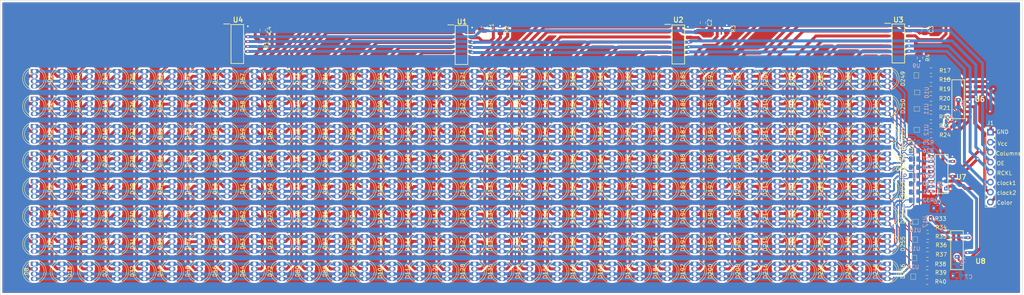
<source format=kicad_pcb>
(kicad_pcb (version 20171130) (host pcbnew "(5.1.5)-3")
  (layers (0 F.Cu signal) (31 B.Cu signal) (34 B.Paste user) (35 F.Paste user) (36 B.SilkS user) (37 F.SilkS user) (38 B.Mask user) (39 F.Mask user) (44 Edge.Cuts user))
  (net 0 "")
  (net 1 Data_In)
  (net 2 Color_in)
  (net 3 Vcc)
  (net 4 SRCK)
  (net 5 GND)
  (net 6 SRCK2)
  (net 7 RCLK)
  (net 8 Output_Enable)
  (net 9 B1)
  (net 10 G1)
  (net 11 1_Kolonna)
  (net 12 R1)
  (net 13 R2)
  (net 14 G2)
  (net 15 B2)
  (net 16 R3)
  (net 17 G3)
  (net 18 B3)
  (net 19 R4)
  (net 20 G4)
  (net 21 B4)
  (net 22 R5)
  (net 23 G5)
  (net 24 B5)
  (net 25 R6)
  (net 26 G6)
  (net 27 B6)
  (net 28 R7)
  (net 29 G7)
  (net 30 B7)
  (net 31 R8)
  (net 32 G8)
  (net 33 B8)
  (net 34 2_Kolonna)
  (net 35 3_Kolonna)
  (net 36 4_Kolonna)
  (net 37 5_Kolonna)
  (net 38 6_Kolonna)
  (net 39 7_Kolonna)
  (net 40 8_Kolonna)
  (net 41 9_Kolonna)
  (net 42 10_Kolonna)
  (net 43 11_Kolonna)
  (net 44 12_Kolonna)
  (net 45 13_Kolonna)
  (net 46 14_Kolonna)
  (net 47 15_Kolonna)
  (net 48 16_Kolonna)
  (net 49 17_Kolonna)
  (net 50 18_Kolonna)
  (net 51 19_Kolonna)
  (net 52 20_Kolonna)
  (net 53 21_Kolonna)
  (net 54 22_Kolonna)
  (net 55 23_Kolonna)
  (net 56 24_Kolonna)
  (net 57 25_Kolonna)
  (net 58 26_Kolonna)
  (net 59 27_Kolonna)
  (net 60 28_Kolonna)
  (net 61 29_Kolonna)
  (net 62 30_Kolonna)
  (net 63 31_Kolonna)
  (net 64 32_Kolonna)
  (net 65 "Net-(R1-Pad2)")
  (net 66 "Net-(R2-Pad2)")
  (net 67 "Net-(R3-Pad2)")
  (net 68 "Net-(R4-Pad2)")
  (net 69 "Net-(R5-Pad2)")
  (net 70 "Net-(R6-Pad2)")
  (net 71 "Net-(R7-Pad2)")
  (net 72 "Net-(R17-Pad1)")
  (net 73 "Net-(R17-Pad2)")
  (net 74 "Net-(R18-Pad2)")
  (net 75 "Net-(R18-Pad1)")
  (net 76 "Net-(R19-Pad1)")
  (net 77 "Net-(R19-Pad2)")
  (net 78 "Net-(R20-Pad2)")
  (net 79 "Net-(R20-Pad1)")
  (net 80 "Net-(R21-Pad1)")
  (net 81 "Net-(R21-Pad2)")
  (net 82 "Net-(R22-Pad2)")
  (net 83 "Net-(R22-Pad1)")
  (net 84 "Net-(R23-Pad1)")
  (net 85 "Net-(R23-Pad2)")
  (net 86 "Net-(R24-Pad2)")
  (net 87 "Net-(R24-Pad1)")
  (net 88 "Net-(R25-Pad1)")
  (net 89 "Net-(R25-Pad2)")
  (net 90 "Net-(R26-Pad2)")
  (net 91 "Net-(R26-Pad1)")
  (net 92 "Net-(R27-Pad1)")
  (net 93 "Net-(R27-Pad2)")
  (net 94 "Net-(R28-Pad1)")
  (net 95 "Net-(R28-Pad2)")
  (net 96 "Net-(R29-Pad1)")
  (net 97 "Net-(R29-Pad2)")
  (net 98 "Net-(R30-Pad2)")
  (net 99 "Net-(R30-Pad1)")
  (net 100 "Net-(R31-Pad1)")
  (net 101 "Net-(R31-Pad2)")
  (net 102 "Net-(R32-Pad2)")
  (net 103 "Net-(R32-Pad1)")
  (net 104 "Net-(R33-Pad1)")
  (net 105 "Net-(R33-Pad2)")
  (net 106 "Net-(R34-Pad2)")
  (net 107 "Net-(R34-Pad1)")
  (net 108 "Net-(R35-Pad1)")
  (net 109 "Net-(R35-Pad2)")
  (net 110 "Net-(R36-Pad2)")
  (net 111 "Net-(R36-Pad1)")
  (net 112 "Net-(R37-Pad1)")
  (net 113 "Net-(R37-Pad2)")
  (net 114 "Net-(R38-Pad2)")
  (net 115 "Net-(R38-Pad1)")
  (net 116 "Net-(R39-Pad2)")
  (net 117 "Net-(R39-Pad1)")
  (net 118 "Net-(R40-Pad1)")
  (net 119 "Net-(R40-Pad2)")
  (net 120 "Net-(U1-Pad14)")
  (net 121 "Net-(U1-Pad9)")
  (net 122 "Net-(U2-Pad9)")
  (net 123 "Net-(U3-Pad9)")
  (net 124 "Net-(U6-Pad9)")
  (net 125 "Net-(U7-Pad9)")
  (net 126 "Net-(U8-Pad9)")
  (module Resistor_SMD:R_0805_2012Metric (layer F.Cu) (at 240.9 79.7)
    (fp_text reference R37 (at 3.5 0) (layer F.SilkS))
    (fp_text value R_Small)
    (pad 1 smd roundrect (at -0.9375 0) (size 0.975 1.4) (layers F.Cu F.Paste F.Mask) (net 112 "Net-(R37-Pad1)"))
    (pad 2 smd roundrect (at 0.9375 0) (size 0.975 1.4) (layers F.Cu F.Paste F.Mask) (net 113 "Net-(R37-Pad2)"))
  )
  (module Led_matrica:74HC595D (layer F.Cu) (at 248.4 78.59)
    (fp_text reference U8 (at 6 2.81) (layer F.SilkS) (effects (font (size 1.27 1.27) (thickness 0.254))))
    (fp_text value 74HC595 hide)
    (pad 1 smd rect (at -2.712 -4.445 90) (size 0.65 1.525) (layers F.Cu F.Paste F.Mask) (net 106 "Net-(R34-Pad2)"))
    (pad 2 smd rect (at -2.712 -3.175 90) (size 0.65 1.525) (layers F.Cu F.Paste F.Mask) (net 109 "Net-(R35-Pad2)"))
    (pad 3 smd rect (at -2.712 -1.905 90) (size 0.65 1.525) (layers F.Cu F.Paste F.Mask) (net 110 "Net-(R36-Pad2)"))
    (pad 4 smd rect (at -2.712 -0.635 90) (size 0.65 1.525) (layers F.Cu F.Paste F.Mask) (net 113 "Net-(R37-Pad2)"))
    (pad 5 smd rect (at -2.712 0.635 90) (size 0.65 1.525) (layers F.Cu F.Paste F.Mask) (net 114 "Net-(R38-Pad2)"))
    (pad 6 smd rect (at -2.712 1.905 90) (size 0.65 1.525) (layers F.Cu F.Paste F.Mask) (net 116 "Net-(R39-Pad2)"))
    (pad 7 smd rect (at -2.712 3.175 90) (size 0.65 1.525) (layers F.Cu F.Paste F.Mask) (net 119 "Net-(R40-Pad2)"))
    (pad 8 smd rect (at -2.712 4.445 90) (size 0.65 1.525) (layers F.Cu F.Paste F.Mask) (net 5 GND))
    (pad 9 smd rect (at 2.712 4.445 90) (size 0.65 1.525) (layers F.Cu F.Paste F.Mask) (net 126 "Net-(U8-Pad9)"))
    (pad 10 smd rect (at 2.712 3.175 90) (size 0.65 1.525) (layers F.Cu F.Paste F.Mask) (net 71 "Net-(R7-Pad2)"))
    (pad 11 smd rect (at 2.712 1.905 90) (size 0.65 1.525) (layers F.Cu F.Paste F.Mask) (net 6 SRCK2))
    (pad 12 smd rect (at 2.712 0.635 90) (size 0.65 1.525) (layers F.Cu F.Paste F.Mask) (net 7 RCLK))
    (pad 13 smd rect (at 2.712 -0.635 90) (size 0.65 1.525) (layers F.Cu F.Paste F.Mask) (net 8 Output_Enable))
    (pad 14 smd rect (at 2.712 -1.905 90) (size 0.65 1.525) (layers F.Cu F.Paste F.Mask) (net 125 "Net-(U7-Pad9)"))
    (pad 15 smd rect (at 2.712 -3.175 90) (size 0.65 1.525) (layers F.Cu F.Paste F.Mask) (net 105 "Net-(R33-Pad2)"))
    (pad 16 smd rect (at 2.712 -4.445 90) (size 0.65 1.525) (layers F.Cu F.Paste F.Mask) (net 3 Vcc))
  )
  (module LED_THT:LED_D5.0mm-4_RGB (layer F.Cu) (at 230.69 40.08 270)
    (fp_text reference D250 (at 1.905 -3.96 90) (layer F.SilkS))
    (fp_text value LED_RCGB)
    (pad 4 thru_hole oval (at 3.81 0 270) (size 1.07 1.8) (drill 0.9) (layers *.Cu *.Mask) (net 15 B2))
    (pad 3 thru_hole oval (at 2.54 0 270) (size 1.07 1.8) (drill 0.9) (layers *.Cu *.Mask) (net 14 G2))
    (pad 2 thru_hole oval (at 1.27 0 270) (size 1.07 1.8) (drill 0.9) (layers *.Cu *.Mask) (net 64 32_Kolonna))
    (pad 1 thru_hole rect (at 0 0 270) (size 1.07 1.8) (drill 0.9) (layers *.Cu *.Mask) (net 13 R2))
  )
  (module LED_THT:LED_D5.0mm-4_RGB (layer F.Cu) (at 230.69 68.08 270)
    (fp_text reference D254 (at 1.905 -3.96 90) (layer F.SilkS))
    (fp_text value LED_RCGB)
    (pad 4 thru_hole oval (at 3.81 0 270) (size 1.07 1.8) (drill 0.9) (layers *.Cu *.Mask) (net 27 B6))
    (pad 3 thru_hole oval (at 2.54 0 270) (size 1.07 1.8) (drill 0.9) (layers *.Cu *.Mask) (net 26 G6))
    (pad 2 thru_hole oval (at 1.27 0 270) (size 1.07 1.8) (drill 0.9) (layers *.Cu *.Mask) (net 64 32_Kolonna))
    (pad 1 thru_hole rect (at 0 0 270) (size 1.07 1.8) (drill 0.9) (layers *.Cu *.Mask) (net 25 R6))
  )
  (module Resistor_SMD:R_0805_2012Metric (layer F.Cu) (at 240.9 77.3)
    (fp_text reference R36 (at 3.5 0) (layer F.SilkS))
    (fp_text value R_Small)
    (pad 2 smd roundrect (at 0.9375 0) (size 0.975 1.4) (layers F.Cu F.Paste F.Mask) (net 110 "Net-(R36-Pad2)"))
    (pad 1 smd roundrect (at -0.9375 0) (size 0.975 1.4) (layers F.Cu F.Paste F.Mask) (net 111 "Net-(R36-Pad1)"))
  )
  (module Resistor_SMD:R_0805_2012Metric (layer F.Cu) (at 240.8 86.6)
    (fp_text reference R40 (at 3.4375 0) (layer F.SilkS))
    (fp_text value R_Small)
    (pad 1 smd roundrect (at -0.9375 0) (size 0.975 1.4) (layers F.Cu F.Paste F.Mask) (net 118 "Net-(R40-Pad1)"))
    (pad 2 smd roundrect (at 0.9375 0) (size 0.975 1.4) (layers F.Cu F.Paste F.Mask) (net 119 "Net-(R40-Pad2)"))
  )
  (module Resistor_SMD:R_0805_2012Metric (layer F.Cu) (at 240.8 70.6)
    (fp_text reference R33 (at 3.4375 0) (layer F.SilkS))
    (fp_text value R_Small)
    (pad 1 smd roundrect (at -0.9375 0) (size 0.975 1.4) (layers F.Cu F.Paste F.Mask) (net 104 "Net-(R33-Pad1)"))
    (pad 2 smd roundrect (at 0.9375 0) (size 0.975 1.4) (layers F.Cu F.Paste F.Mask) (net 105 "Net-(R33-Pad2)"))
  )
  (module Resistor_SMD:R_0805_2012Metric (layer B.Cu) (at 237.6 65.9)
    (fp_text reference R32 (at 3.5 0) (layer B.SilkS) (effects (justify mirror)))
    (fp_text value R_Small)
    (pad 2 smd roundrect (at 0.9375 0) (size 0.975 1.4) (layers B.Cu B.Paste B.Mask) (net 102 "Net-(R32-Pad2)"))
    (pad 1 smd roundrect (at -0.9375 0) (size 0.975 1.4) (layers B.Cu B.Paste B.Mask) (net 103 "Net-(R32-Pad1)"))
  )
  (module Connector_PinHeader_2.54mm:PinHeader_1x08_P2.54mm_Vertical (layer F.Cu) (at 256.9 48.58)
    (fp_text reference J1 (at 0 -2.33) (layer F.SilkS))
    (fp_text value Screw_Terminal_01x08)
    (pad 1 thru_hole rect (at 0 0) (size 1.7 1.7) (drill 1) (layers *.Cu *.Mask) (net 5 GND))
    (pad 2 thru_hole oval (at 0 2.54) (size 1.7 1.7) (drill 1) (layers *.Cu *.Mask) (net 3 Vcc))
    (pad 3 thru_hole oval (at 0 5.08) (size 1.7 1.7) (drill 1) (layers *.Cu *.Mask) (net 1 Data_In))
    (pad 4 thru_hole oval (at 0 7.62) (size 1.7 1.7) (drill 1) (layers *.Cu *.Mask) (net 8 Output_Enable))
    (pad 5 thru_hole oval (at 0 10.16) (size 1.7 1.7) (drill 1) (layers *.Cu *.Mask) (net 7 RCLK))
    (pad 6 thru_hole oval (at 0 12.7) (size 1.7 1.7) (drill 1) (layers *.Cu *.Mask) (net 4 SRCK))
    (pad 7 thru_hole oval (at 0 15.24) (size 1.7 1.7) (drill 1) (layers *.Cu *.Mask) (net 6 SRCK2))
    (pad 8 thru_hole oval (at 0 17.78) (size 1.7 1.7) (drill 1) (layers *.Cu *.Mask) (net 2 Color_in))
  )
  (module Led_matrica:74HC595D (layer F.Cu) (at 177.52 26.26)
    (fp_text reference U2 (at 0 -6.26) (layer F.SilkS) (effects (font (size 1.27 1.27) (thickness 0.254))))
    (fp_text value 74HC595 hide)
    (pad 1 smd rect (at -2.712 -4.445 90) (size 0.65 1.525) (layers F.Cu F.Paste F.Mask) (net 50 18_Kolonna))
    (pad 2 smd rect (at -2.712 -3.175 90) (size 0.65 1.525) (layers F.Cu F.Paste F.Mask) (net 51 19_Kolonna))
    (pad 3 smd rect (at -2.712 -1.905 90) (size 0.65 1.525) (layers F.Cu F.Paste F.Mask) (net 52 20_Kolonna))
    (pad 4 smd rect (at -2.712 -0.635 90) (size 0.65 1.525) (layers F.Cu F.Paste F.Mask) (net 53 21_Kolonna))
    (pad 5 smd rect (at -2.712 0.635 90) (size 0.65 1.525) (layers F.Cu F.Paste F.Mask) (net 54 22_Kolonna))
    (pad 6 smd rect (at -2.712 1.905 90) (size 0.65 1.525) (layers F.Cu F.Paste F.Mask) (net 55 23_Kolonna))
    (pad 7 smd rect (at -2.712 3.175 90) (size 0.65 1.525) (layers F.Cu F.Paste F.Mask) (net 56 24_Kolonna))
    (pad 8 smd rect (at -2.712 4.445 90) (size 0.65 1.525) (layers F.Cu F.Paste F.Mask) (net 5 GND))
    (pad 9 smd rect (at 2.712 4.445 90) (size 0.65 1.525) (layers F.Cu F.Paste F.Mask) (net 122 "Net-(U2-Pad9)"))
    (pad 10 smd rect (at 2.712 3.175 90) (size 0.65 1.525) (layers F.Cu F.Paste F.Mask) (net 67 "Net-(R3-Pad2)"))
    (pad 11 smd rect (at 2.712 1.905 90) (size 0.65 1.525) (layers F.Cu F.Paste F.Mask) (net 4 SRCK))
    (pad 12 smd rect (at 2.712 0.635 90) (size 0.65 1.525) (layers F.Cu F.Paste F.Mask) (net 7 RCLK))
    (pad 13 smd rect (at 2.712 -0.635 90) (size 0.65 1.525) (layers F.Cu F.Paste F.Mask) (net 8 Output_Enable))
    (pad 14 smd rect (at 2.712 -1.905 90) (size 0.65 1.525) (layers F.Cu F.Paste F.Mask) (net 121 "Net-(U1-Pad9)"))
    (pad 15 smd rect (at 2.712 -3.175 90) (size 0.65 1.525) (layers F.Cu F.Paste F.Mask) (net 49 17_Kolonna))
    (pad 16 smd rect (at 2.712 -4.445 90) (size 0.65 1.525) (layers F.Cu F.Paste F.Mask) (net 3 Vcc))
  )
  (module LED_THT:LED_D5.0mm-4_RGB (layer F.Cu) (at 230.69 47.08 270)
    (fp_text reference D251 (at 1.905 -3.96 90) (layer F.SilkS))
    (fp_text value LED_RCGB)
    (pad 4 thru_hole oval (at 3.81 0 270) (size 1.07 1.8) (drill 0.9) (layers *.Cu *.Mask) (net 18 B3))
    (pad 3 thru_hole oval (at 2.54 0 270) (size 1.07 1.8) (drill 0.9) (layers *.Cu *.Mask) (net 17 G3))
    (pad 2 thru_hole oval (at 1.27 0 270) (size 1.07 1.8) (drill 0.9) (layers *.Cu *.Mask) (net 64 32_Kolonna))
    (pad 1 thru_hole rect (at 0 0 270) (size 1.07 1.8) (drill 0.9) (layers *.Cu *.Mask) (net 16 R3))
  )
  (module Led_matrica:74HC595D (layer F.Cu) (at 244.5 59.19)
    (fp_text reference U7 (at 5 0.81) (layer F.SilkS) (effects (font (size 1.27 1.27) (thickness 0.254))))
    (fp_text value 74HC595 hide)
    (pad 16 smd rect (at 2.712 -4.445 90) (size 0.65 1.525) (layers F.Cu F.Paste F.Mask) (net 3 Vcc))
    (pad 15 smd rect (at 2.712 -3.175 90) (size 0.65 1.525) (layers F.Cu F.Paste F.Mask) (net 89 "Net-(R25-Pad2)"))
    (pad 14 smd rect (at 2.712 -1.905 90) (size 0.65 1.525) (layers F.Cu F.Paste F.Mask) (net 124 "Net-(U6-Pad9)"))
    (pad 13 smd rect (at 2.712 -0.635 90) (size 0.65 1.525) (layers F.Cu F.Paste F.Mask) (net 8 Output_Enable))
    (pad 12 smd rect (at 2.712 0.635 90) (size 0.65 1.525) (layers F.Cu F.Paste F.Mask) (net 7 RCLK))
    (pad 11 smd rect (at 2.712 1.905 90) (size 0.65 1.525) (layers F.Cu F.Paste F.Mask) (net 6 SRCK2))
    (pad 10 smd rect (at 2.712 3.175 90) (size 0.65 1.525) (layers F.Cu F.Paste F.Mask) (net 70 "Net-(R6-Pad2)"))
    (pad 9 smd rect (at 2.712 4.445 90) (size 0.65 1.525) (layers F.Cu F.Paste F.Mask) (net 125 "Net-(U7-Pad9)"))
    (pad 8 smd rect (at -2.712 4.445 90) (size 0.65 1.525) (layers F.Cu F.Paste F.Mask) (net 5 GND))
    (pad 7 smd rect (at -2.712 3.175 90) (size 0.65 1.525) (layers F.Cu F.Paste F.Mask) (net 102 "Net-(R32-Pad2)"))
    (pad 6 smd rect (at -2.712 1.905 90) (size 0.65 1.525) (layers F.Cu F.Paste F.Mask) (net 101 "Net-(R31-Pad2)"))
    (pad 5 smd rect (at -2.712 0.635 90) (size 0.65 1.525) (layers F.Cu F.Paste F.Mask) (net 98 "Net-(R30-Pad2)"))
    (pad 4 smd rect (at -2.712 -0.635 90) (size 0.65 1.525) (layers F.Cu F.Paste F.Mask) (net 97 "Net-(R29-Pad2)"))
    (pad 3 smd rect (at -2.712 -1.905 90) (size 0.65 1.525) (layers F.Cu F.Paste F.Mask) (net 95 "Net-(R28-Pad2)"))
    (pad 2 smd rect (at -2.712 -3.175 90) (size 0.65 1.525) (layers F.Cu F.Paste F.Mask) (net 93 "Net-(R27-Pad2)"))
    (pad 1 smd rect (at -2.712 -4.445 90) (size 0.65 1.525) (layers F.Cu F.Paste F.Mask) (net 90 "Net-(R26-Pad2)"))
  )
  (module LED_THT:LED_D5.0mm-4_RGB (layer F.Cu) (at 90.69 33.08 270)
    (fp_text reference D89 (at 1.905 -3.96 90) (layer F.SilkS))
    (fp_text value LED_RCGB)
    (pad 4 thru_hole oval (at 3.81 0 270) (size 1.07 1.8) (drill 0.9) (layers *.Cu *.Mask) (net 9 B1))
    (pad 3 thru_hole oval (at 2.54 0 270) (size 1.07 1.8) (drill 0.9) (layers *.Cu *.Mask) (net 10 G1))
    (pad 2 thru_hole oval (at 1.27 0 270) (size 1.07 1.8) (drill 0.9) (layers *.Cu *.Mask) (net 44 12_Kolonna))
    (pad 1 thru_hole rect (at 0 0 270) (size 1.07 1.8) (drill 0.9) (layers *.Cu *.Mask) (net 12 R1))
  )
  (module LED_THT:LED_D5.0mm-4_RGB (layer F.Cu) (at 104.69 40.08 270)
    (fp_text reference D106 (at 1.905 -3.96 90) (layer F.SilkS))
    (fp_text value LED_RCGB)
    (pad 1 thru_hole rect (at 0 0 270) (size 1.07 1.8) (drill 0.9) (layers *.Cu *.Mask) (net 13 R2))
    (pad 2 thru_hole oval (at 1.27 0 270) (size 1.07 1.8) (drill 0.9) (layers *.Cu *.Mask) (net 46 14_Kolonna))
    (pad 3 thru_hole oval (at 2.54 0 270) (size 1.07 1.8) (drill 0.9) (layers *.Cu *.Mask) (net 14 G2))
    (pad 4 thru_hole oval (at 3.81 0 270) (size 1.07 1.8) (drill 0.9) (layers *.Cu *.Mask) (net 15 B2))
  )
  (module LED_THT:LED_D5.0mm-4_RGB (layer F.Cu) (at 146.69 68.08 270)
    (fp_text reference D158 (at 1.905 -3.96 90) (layer F.SilkS))
    (fp_text value LED_RCGB)
    (pad 4 thru_hole oval (at 3.81 0 270) (size 1.07 1.8) (drill 0.9) (layers *.Cu *.Mask) (net 27 B6))
    (pad 3 thru_hole oval (at 2.54 0 270) (size 1.07 1.8) (drill 0.9) (layers *.Cu *.Mask) (net 26 G6))
    (pad 2 thru_hole oval (at 1.27 0 270) (size 1.07 1.8) (drill 0.9) (layers *.Cu *.Mask) (net 52 20_Kolonna))
    (pad 1 thru_hole rect (at 0 0 270) (size 1.07 1.8) (drill 0.9) (layers *.Cu *.Mask) (net 25 R6))
  )
  (module LED_THT:LED_D5.0mm-4_RGB (layer F.Cu) (at 181.69 61.08 270)
    (fp_text reference D197 (at 1.905 -3.96 90) (layer F.SilkS))
    (fp_text value LED_RCGB)
    (pad 1 thru_hole rect (at 0 0 270) (size 1.07 1.8) (drill 0.9) (layers *.Cu *.Mask) (net 22 R5))
    (pad 2 thru_hole oval (at 1.27 0 270) (size 1.07 1.8) (drill 0.9) (layers *.Cu *.Mask) (net 57 25_Kolonna))
    (pad 3 thru_hole oval (at 2.54 0 270) (size 1.07 1.8) (drill 0.9) (layers *.Cu *.Mask) (net 23 G5))
    (pad 4 thru_hole oval (at 3.81 0 270) (size 1.07 1.8) (drill 0.9) (layers *.Cu *.Mask) (net 24 B5))
  )
  (module Capacitor_SMD:C_0805_2012Metric (layer B.Cu) (at 243.4 67.9 180)
    (fp_text reference C6 (at 0 1.65) (layer B.SilkS) (effects (justify mirror)))
    (fp_text value 0u1)
    (pad 2 smd roundrect (at 0.9375 0 180) (size 0.975 1.4) (layers B.Cu B.Paste B.Mask) (net 5 GND))
    (pad 1 smd roundrect (at -0.9375 0 180) (size 0.975 1.4) (layers B.Cu B.Paste B.Mask) (net 3 Vcc))
  )
  (module Resistor_SMD:R_0805_2012Metric (layer B.Cu) (at 248.7 41.3 90)
    (fp_text reference R5 (at 0 1.65 270) (layer B.SilkS) (effects (justify mirror)))
    (fp_text value 10k)
    (pad 2 smd roundrect (at 0.9375 0 90) (size 0.975 1.4) (layers B.Cu B.Paste B.Mask) (net 69 "Net-(R5-Pad2)"))
    (pad 1 smd roundrect (at -0.9375 0 90) (size 0.975 1.4) (layers B.Cu B.Paste B.Mask) (net 3 Vcc))
  )
  (module LED_THT:LED_D5.0mm-4_RGB (layer F.Cu) (at 13.69 33.08 270)
    (fp_text reference D1 (at 1.905 -3.96 90) (layer F.SilkS))
    (fp_text value LED_RCGB)
    (pad 4 thru_hole oval (at 3.81 0 270) (size 1.07 1.8) (drill 0.9) (layers *.Cu *.Mask) (net 9 B1))
    (pad 3 thru_hole oval (at 2.54 0 270) (size 1.07 1.8) (drill 0.9) (layers *.Cu *.Mask) (net 10 G1))
    (pad 2 thru_hole oval (at 1.27 0 270) (size 1.07 1.8) (drill 0.9) (layers *.Cu *.Mask) (net 11 1_Kolonna))
    (pad 1 thru_hole rect (at 0 0 270) (size 1.07 1.8) (drill 0.9) (layers *.Cu *.Mask) (net 12 R1))
  )
  (module LED_THT:LED_D5.0mm-4_RGB (layer F.Cu) (at 13.69 40.08 270)
    (fp_text reference D2 (at 1.905 -3.96 90) (layer F.SilkS))
    (fp_text value LED_RCGB)
    (pad 1 thru_hole rect (at 0 0 270) (size 1.07 1.8) (drill 0.9) (layers *.Cu *.Mask) (net 13 R2))
    (pad 2 thru_hole oval (at 1.27 0 270) (size 1.07 1.8) (drill 0.9) (layers *.Cu *.Mask) (net 11 1_Kolonna))
    (pad 3 thru_hole oval (at 2.54 0 270) (size 1.07 1.8) (drill 0.9) (layers *.Cu *.Mask) (net 14 G2))
    (pad 4 thru_hole oval (at 3.81 0 270) (size 1.07 1.8) (drill 0.9) (layers *.Cu *.Mask) (net 15 B2))
  )
  (module LED_THT:LED_D5.0mm-4_RGB (layer F.Cu) (at 13.69 47.08 270)
    (fp_text reference D3 (at 1.905 -3.96 90) (layer F.SilkS))
    (fp_text value LED_RCGB)
    (pad 1 thru_hole rect (at 0 0 270) (size 1.07 1.8) (drill 0.9) (layers *.Cu *.Mask) (net 16 R3))
    (pad 2 thru_hole oval (at 1.27 0 270) (size 1.07 1.8) (drill 0.9) (layers *.Cu *.Mask) (net 11 1_Kolonna))
    (pad 3 thru_hole oval (at 2.54 0 270) (size 1.07 1.8) (drill 0.9) (layers *.Cu *.Mask) (net 17 G3))
    (pad 4 thru_hole oval (at 3.81 0 270) (size 1.07 1.8) (drill 0.9) (layers *.Cu *.Mask) (net 18 B3))
  )
  (module LED_THT:LED_D5.0mm-4_RGB (layer F.Cu) (at 13.69 54.08 270)
    (fp_text reference D4 (at 1.905 -3.96 90) (layer F.SilkS))
    (fp_text value LED_RCGB)
    (pad 1 thru_hole rect (at 0 0 270) (size 1.07 1.8) (drill 0.9) (layers *.Cu *.Mask) (net 19 R4))
    (pad 2 thru_hole oval (at 1.27 0 270) (size 1.07 1.8) (drill 0.9) (layers *.Cu *.Mask) (net 11 1_Kolonna))
    (pad 3 thru_hole oval (at 2.54 0 270) (size 1.07 1.8) (drill 0.9) (layers *.Cu *.Mask) (net 20 G4))
    (pad 4 thru_hole oval (at 3.81 0 270) (size 1.07 1.8) (drill 0.9) (layers *.Cu *.Mask) (net 21 B4))
  )
  (module LED_THT:LED_D5.0mm-4_RGB (layer F.Cu) (at 13.69 61.08 270)
    (fp_text reference D5 (at 1.905 -3.96 90) (layer F.SilkS))
    (fp_text value LED_RCGB)
    (pad 1 thru_hole rect (at 0 0 270) (size 1.07 1.8) (drill 0.9) (layers *.Cu *.Mask) (net 22 R5))
    (pad 2 thru_hole oval (at 1.27 0 270) (size 1.07 1.8) (drill 0.9) (layers *.Cu *.Mask) (net 11 1_Kolonna))
    (pad 3 thru_hole oval (at 2.54 0 270) (size 1.07 1.8) (drill 0.9) (layers *.Cu *.Mask) (net 23 G5))
    (pad 4 thru_hole oval (at 3.81 0 270) (size 1.07 1.8) (drill 0.9) (layers *.Cu *.Mask) (net 24 B5))
  )
  (module LED_THT:LED_D5.0mm-4_RGB (layer F.Cu) (at 13.69 68.08 270)
    (fp_text reference D6 (at 1.905 -3.96 90) (layer F.SilkS))
    (fp_text value LED_RCGB)
    (pad 1 thru_hole rect (at 0 0 270) (size 1.07 1.8) (drill 0.9) (layers *.Cu *.Mask) (net 25 R6))
    (pad 2 thru_hole oval (at 1.27 0 270) (size 1.07 1.8) (drill 0.9) (layers *.Cu *.Mask) (net 11 1_Kolonna))
    (pad 3 thru_hole oval (at 2.54 0 270) (size 1.07 1.8) (drill 0.9) (layers *.Cu *.Mask) (net 26 G6))
    (pad 4 thru_hole oval (at 3.81 0 270) (size 1.07 1.8) (drill 0.9) (layers *.Cu *.Mask) (net 27 B6))
  )
  (module LED_THT:LED_D5.0mm-4_RGB (layer F.Cu) (at 13.69 75.08 270)
    (fp_text reference D7 (at 1.905 -3.96 90) (layer F.SilkS))
    (fp_text value LED_RCGB)
    (pad 1 thru_hole rect (at 0 0 270) (size 1.07 1.8) (drill 0.9) (layers *.Cu *.Mask) (net 28 R7))
    (pad 2 thru_hole oval (at 1.27 0 270) (size 1.07 1.8) (drill 0.9) (layers *.Cu *.Mask) (net 11 1_Kolonna))
    (pad 3 thru_hole oval (at 2.54 0 270) (size 1.07 1.8) (drill 0.9) (layers *.Cu *.Mask) (net 29 G7))
    (pad 4 thru_hole oval (at 3.81 0 270) (size 1.07 1.8) (drill 0.9) (layers *.Cu *.Mask) (net 30 B7))
  )
  (module LED_THT:LED_D5.0mm-4_RGB (layer F.Cu) (at 13.69 82.08 270)
    (fp_text reference D8 (at 1.905 2 90) (layer F.SilkS))
    (fp_text value LED_RCGB)
    (pad 1 thru_hole rect (at 0 0 270) (size 1.07 1.8) (drill 0.9) (layers *.Cu *.Mask) (net 31 R8))
    (pad 2 thru_hole oval (at 1.27 0 270) (size 1.07 1.8) (drill 0.9) (layers *.Cu *.Mask) (net 11 1_Kolonna))
    (pad 3 thru_hole oval (at 2.54 0 270) (size 1.07 1.8) (drill 0.9) (layers *.Cu *.Mask) (net 32 G8))
    (pad 4 thru_hole oval (at 3.81 0 270) (size 1.07 1.8) (drill 0.9) (layers *.Cu *.Mask) (net 33 B8))
  )
  (module LED_THT:LED_D5.0mm-4_RGB (layer F.Cu) (at 20.69 33.08 270)
    (fp_text reference D9 (at 1.905 -3.96 90) (layer F.SilkS))
    (fp_text value LED_RCGB)
    (pad 1 thru_hole rect (at 0 0 270) (size 1.07 1.8) (drill 0.9) (layers *.Cu *.Mask) (net 12 R1))
    (pad 2 thru_hole oval (at 1.27 0 270) (size 1.07 1.8) (drill 0.9) (layers *.Cu *.Mask) (net 34 2_Kolonna))
    (pad 3 thru_hole oval (at 2.54 0 270) (size 1.07 1.8) (drill 0.9) (layers *.Cu *.Mask) (net 10 G1))
    (pad 4 thru_hole oval (at 3.81 0 270) (size 1.07 1.8) (drill 0.9) (layers *.Cu *.Mask) (net 9 B1))
  )
  (module LED_THT:LED_D5.0mm-4_RGB (layer F.Cu) (at 20.69 40.08 270)
    (fp_text reference D10 (at 1.905 -3.96 90) (layer F.SilkS))
    (fp_text value LED_RCGB)
    (pad 4 thru_hole oval (at 3.81 0 270) (size 1.07 1.8) (drill 0.9) (layers *.Cu *.Mask) (net 15 B2))
    (pad 3 thru_hole oval (at 2.54 0 270) (size 1.07 1.8) (drill 0.9) (layers *.Cu *.Mask) (net 14 G2))
    (pad 2 thru_hole oval (at 1.27 0 270) (size 1.07 1.8) (drill 0.9) (layers *.Cu *.Mask) (net 34 2_Kolonna))
    (pad 1 thru_hole rect (at 0 0 270) (size 1.07 1.8) (drill 0.9) (layers *.Cu *.Mask) (net 13 R2))
  )
  (module LED_THT:LED_D5.0mm-4_RGB (layer F.Cu) (at 20.69 47.08 270)
    (fp_text reference D11 (at 1.905 -3.96 90) (layer F.SilkS))
    (fp_text value LED_RCGB)
    (pad 4 thru_hole oval (at 3.81 0 270) (size 1.07 1.8) (drill 0.9) (layers *.Cu *.Mask) (net 18 B3))
    (pad 3 thru_hole oval (at 2.54 0 270) (size 1.07 1.8) (drill 0.9) (layers *.Cu *.Mask) (net 17 G3))
    (pad 2 thru_hole oval (at 1.27 0 270) (size 1.07 1.8) (drill 0.9) (layers *.Cu *.Mask) (net 34 2_Kolonna))
    (pad 1 thru_hole rect (at 0 0 270) (size 1.07 1.8) (drill 0.9) (layers *.Cu *.Mask) (net 16 R3))
  )
  (module LED_THT:LED_D5.0mm-4_RGB (layer F.Cu) (at 20.69 54.08 270)
    (fp_text reference D12 (at 1.905 -3.96 90) (layer F.SilkS))
    (fp_text value LED_RCGB)
    (pad 4 thru_hole oval (at 3.81 0 270) (size 1.07 1.8) (drill 0.9) (layers *.Cu *.Mask) (net 21 B4))
    (pad 3 thru_hole oval (at 2.54 0 270) (size 1.07 1.8) (drill 0.9) (layers *.Cu *.Mask) (net 20 G4))
    (pad 2 thru_hole oval (at 1.27 0 270) (size 1.07 1.8) (drill 0.9) (layers *.Cu *.Mask) (net 34 2_Kolonna))
    (pad 1 thru_hole rect (at 0 0 270) (size 1.07 1.8) (drill 0.9) (layers *.Cu *.Mask) (net 19 R4))
  )
  (module LED_THT:LED_D5.0mm-4_RGB (layer F.Cu) (at 20.69 61.08 270)
    (fp_text reference D13 (at 1.905 -3.96 90) (layer F.SilkS))
    (fp_text value LED_RCGB)
    (pad 4 thru_hole oval (at 3.81 0 270) (size 1.07 1.8) (drill 0.9) (layers *.Cu *.Mask) (net 24 B5))
    (pad 3 thru_hole oval (at 2.54 0 270) (size 1.07 1.8) (drill 0.9) (layers *.Cu *.Mask) (net 23 G5))
    (pad 2 thru_hole oval (at 1.27 0 270) (size 1.07 1.8) (drill 0.9) (layers *.Cu *.Mask) (net 34 2_Kolonna))
    (pad 1 thru_hole rect (at 0 0 270) (size 1.07 1.8) (drill 0.9) (layers *.Cu *.Mask) (net 22 R5))
  )
  (module LED_THT:LED_D5.0mm-4_RGB (layer F.Cu) (at 20.69 68.08 270)
    (fp_text reference D14 (at 1.905 -3.96 90) (layer F.SilkS))
    (fp_text value LED_RCGB)
    (pad 4 thru_hole oval (at 3.81 0 270) (size 1.07 1.8) (drill 0.9) (layers *.Cu *.Mask) (net 27 B6))
    (pad 3 thru_hole oval (at 2.54 0 270) (size 1.07 1.8) (drill 0.9) (layers *.Cu *.Mask) (net 26 G6))
    (pad 2 thru_hole oval (at 1.27 0 270) (size 1.07 1.8) (drill 0.9) (layers *.Cu *.Mask) (net 34 2_Kolonna))
    (pad 1 thru_hole rect (at 0 0 270) (size 1.07 1.8) (drill 0.9) (layers *.Cu *.Mask) (net 25 R6))
  )
  (module LED_THT:LED_D5.0mm-4_RGB (layer F.Cu) (at 20.69 75.08 270)
    (fp_text reference D15 (at 1.905 -3.96 90) (layer F.SilkS))
    (fp_text value LED_RCGB)
    (pad 4 thru_hole oval (at 3.81 0 270) (size 1.07 1.8) (drill 0.9) (layers *.Cu *.Mask) (net 30 B7))
    (pad 3 thru_hole oval (at 2.54 0 270) (size 1.07 1.8) (drill 0.9) (layers *.Cu *.Mask) (net 29 G7))
    (pad 2 thru_hole oval (at 1.27 0 270) (size 1.07 1.8) (drill 0.9) (layers *.Cu *.Mask) (net 34 2_Kolonna))
    (pad 1 thru_hole rect (at 0 0 270) (size 1.07 1.8) (drill 0.9) (layers *.Cu *.Mask) (net 28 R7))
  )
  (module LED_THT:LED_D5.0mm-4_RGB (layer F.Cu) (at 20.69 82.08 270)
    (fp_text reference D16 (at 2 -2 90) (layer F.SilkS))
    (fp_text value LED_RCGB)
    (pad 1 thru_hole rect (at 0 0 270) (size 1.07 1.8) (drill 0.9) (layers *.Cu *.Mask) (net 31 R8))
    (pad 2 thru_hole oval (at 1.27 0 270) (size 1.07 1.8) (drill 0.9) (layers *.Cu *.Mask) (net 34 2_Kolonna))
    (pad 3 thru_hole oval (at 2.54 0 270) (size 1.07 1.8) (drill 0.9) (layers *.Cu *.Mask) (net 32 G8))
    (pad 4 thru_hole oval (at 3.81 0 270) (size 1.07 1.8) (drill 0.9) (layers *.Cu *.Mask) (net 33 B8))
  )
  (module LED_THT:LED_D5.0mm-4_RGB (layer F.Cu) (at 27.69 33.08 270)
    (fp_text reference D17 (at 1.905 -3.96 90) (layer F.SilkS))
    (fp_text value LED_RCGB)
    (pad 4 thru_hole oval (at 3.81 0 270) (size 1.07 1.8) (drill 0.9) (layers *.Cu *.Mask) (net 9 B1))
    (pad 3 thru_hole oval (at 2.54 0 270) (size 1.07 1.8) (drill 0.9) (layers *.Cu *.Mask) (net 10 G1))
    (pad 2 thru_hole oval (at 1.27 0 270) (size 1.07 1.8) (drill 0.9) (layers *.Cu *.Mask) (net 35 3_Kolonna))
    (pad 1 thru_hole rect (at 0 0 270) (size 1.07 1.8) (drill 0.9) (layers *.Cu *.Mask) (net 12 R1))
  )
  (module LED_THT:LED_D5.0mm-4_RGB (layer F.Cu) (at 27.69 40.08 270)
    (fp_text reference D18 (at 1.905 -3.96 90) (layer F.SilkS))
    (fp_text value LED_RCGB)
    (pad 4 thru_hole oval (at 3.81 0 270) (size 1.07 1.8) (drill 0.9) (layers *.Cu *.Mask) (net 15 B2))
    (pad 3 thru_hole oval (at 2.54 0 270) (size 1.07 1.8) (drill 0.9) (layers *.Cu *.Mask) (net 14 G2))
    (pad 2 thru_hole oval (at 1.27 0 270) (size 1.07 1.8) (drill 0.9) (layers *.Cu *.Mask) (net 35 3_Kolonna))
    (pad 1 thru_hole rect (at 0 0 270) (size 1.07 1.8) (drill 0.9) (layers *.Cu *.Mask) (net 13 R2))
  )
  (module LED_THT:LED_D5.0mm-4_RGB (layer F.Cu) (at 27.69 47.08 270)
    (fp_text reference D19 (at 1.905 -3.96 90) (layer F.SilkS))
    (fp_text value LED_RCGB)
    (pad 4 thru_hole oval (at 3.81 0 270) (size 1.07 1.8) (drill 0.9) (layers *.Cu *.Mask) (net 18 B3))
    (pad 3 thru_hole oval (at 2.54 0 270) (size 1.07 1.8) (drill 0.9) (layers *.Cu *.Mask) (net 17 G3))
    (pad 2 thru_hole oval (at 1.27 0 270) (size 1.07 1.8) (drill 0.9) (layers *.Cu *.Mask) (net 35 3_Kolonna))
    (pad 1 thru_hole rect (at 0 0 270) (size 1.07 1.8) (drill 0.9) (layers *.Cu *.Mask) (net 16 R3))
  )
  (module LED_THT:LED_D5.0mm-4_RGB (layer F.Cu) (at 27.69 54.08 270)
    (fp_text reference D20 (at 1.905 -3.96 90) (layer F.SilkS))
    (fp_text value LED_RCGB)
    (pad 4 thru_hole oval (at 3.81 0 270) (size 1.07 1.8) (drill 0.9) (layers *.Cu *.Mask) (net 21 B4))
    (pad 3 thru_hole oval (at 2.54 0 270) (size 1.07 1.8) (drill 0.9) (layers *.Cu *.Mask) (net 20 G4))
    (pad 2 thru_hole oval (at 1.27 0 270) (size 1.07 1.8) (drill 0.9) (layers *.Cu *.Mask) (net 35 3_Kolonna))
    (pad 1 thru_hole rect (at 0 0 270) (size 1.07 1.8) (drill 0.9) (layers *.Cu *.Mask) (net 19 R4))
  )
  (module LED_THT:LED_D5.0mm-4_RGB (layer F.Cu) (at 27.69 61.08 270)
    (fp_text reference D21 (at 1.905 -3.96 90) (layer F.SilkS))
    (fp_text value LED_RCGB)
    (pad 4 thru_hole oval (at 3.81 0 270) (size 1.07 1.8) (drill 0.9) (layers *.Cu *.Mask) (net 24 B5))
    (pad 3 thru_hole oval (at 2.54 0 270) (size 1.07 1.8) (drill 0.9) (layers *.Cu *.Mask) (net 23 G5))
    (pad 2 thru_hole oval (at 1.27 0 270) (size 1.07 1.8) (drill 0.9) (layers *.Cu *.Mask) (net 35 3_Kolonna))
    (pad 1 thru_hole rect (at 0 0 270) (size 1.07 1.8) (drill 0.9) (layers *.Cu *.Mask) (net 22 R5))
  )
  (module LED_THT:LED_D5.0mm-4_RGB (layer F.Cu) (at 27.69 68.08 270)
    (fp_text reference D22 (at 1.905 -3.96 90) (layer F.SilkS))
    (fp_text value LED_RCGB)
    (pad 4 thru_hole oval (at 3.81 0 270) (size 1.07 1.8) (drill 0.9) (layers *.Cu *.Mask) (net 27 B6))
    (pad 3 thru_hole oval (at 2.54 0 270) (size 1.07 1.8) (drill 0.9) (layers *.Cu *.Mask) (net 26 G6))
    (pad 2 thru_hole oval (at 1.27 0 270) (size 1.07 1.8) (drill 0.9) (layers *.Cu *.Mask) (net 35 3_Kolonna))
    (pad 1 thru_hole rect (at 0 0 270) (size 1.07 1.8) (drill 0.9) (layers *.Cu *.Mask) (net 25 R6))
  )
  (module LED_THT:LED_D5.0mm-4_RGB (layer F.Cu) (at 27.69 75.08 270)
    (fp_text reference D23 (at 1.905 -3.96 90) (layer F.SilkS))
    (fp_text value LED_RCGB)
    (pad 1 thru_hole rect (at 0 0 270) (size 1.07 1.8) (drill 0.9) (layers *.Cu *.Mask) (net 28 R7))
    (pad 2 thru_hole oval (at 1.27 0 270) (size 1.07 1.8) (drill 0.9) (layers *.Cu *.Mask) (net 35 3_Kolonna))
    (pad 3 thru_hole oval (at 2.54 0 270) (size 1.07 1.8) (drill 0.9) (layers *.Cu *.Mask) (net 29 G7))
    (pad 4 thru_hole oval (at 3.81 0 270) (size 1.07 1.8) (drill 0.9) (layers *.Cu *.Mask) (net 30 B7))
  )
  (module LED_THT:LED_D5.0mm-4_RGB (layer F.Cu) (at 27.69 82.08 270)
    (fp_text reference D24 (at 1.905 -3.96 90) (layer F.SilkS))
    (fp_text value LED_RCGB)
    (pad 1 thru_hole rect (at 0 0 270) (size 1.07 1.8) (drill 0.9) (layers *.Cu *.Mask) (net 31 R8))
    (pad 2 thru_hole oval (at 1.27 0 270) (size 1.07 1.8) (drill 0.9) (layers *.Cu *.Mask) (net 35 3_Kolonna))
    (pad 3 thru_hole oval (at 2.54 0 270) (size 1.07 1.8) (drill 0.9) (layers *.Cu *.Mask) (net 32 G8))
    (pad 4 thru_hole oval (at 3.81 0 270) (size 1.07 1.8) (drill 0.9) (layers *.Cu *.Mask) (net 33 B8))
  )
  (module LED_THT:LED_D5.0mm-4_RGB (layer F.Cu) (at 34.69 33.08 270)
    (fp_text reference D25 (at 1.905 -3.96 90) (layer F.SilkS))
    (fp_text value LED_RCGB)
    (pad 1 thru_hole rect (at 0 0 270) (size 1.07 1.8) (drill 0.9) (layers *.Cu *.Mask) (net 12 R1))
    (pad 2 thru_hole oval (at 1.27 0 270) (size 1.07 1.8) (drill 0.9) (layers *.Cu *.Mask) (net 36 4_Kolonna))
    (pad 3 thru_hole oval (at 2.54 0 270) (size 1.07 1.8) (drill 0.9) (layers *.Cu *.Mask) (net 10 G1))
    (pad 4 thru_hole oval (at 3.81 0 270) (size 1.07 1.8) (drill 0.9) (layers *.Cu *.Mask) (net 9 B1))
  )
  (module LED_THT:LED_D5.0mm-4_RGB (layer F.Cu) (at 34.69 40.08 270)
    (fp_text reference D26 (at 1.905 -3.96 90) (layer F.SilkS))
    (fp_text value LED_RCGB)
    (pad 1 thru_hole rect (at 0 0 270) (size 1.07 1.8) (drill 0.9) (layers *.Cu *.Mask) (net 13 R2))
    (pad 2 thru_hole oval (at 1.27 0 270) (size 1.07 1.8) (drill 0.9) (layers *.Cu *.Mask) (net 36 4_Kolonna))
    (pad 3 thru_hole oval (at 2.54 0 270) (size 1.07 1.8) (drill 0.9) (layers *.Cu *.Mask) (net 14 G2))
    (pad 4 thru_hole oval (at 3.81 0 270) (size 1.07 1.8) (drill 0.9) (layers *.Cu *.Mask) (net 15 B2))
  )
  (module LED_THT:LED_D5.0mm-4_RGB (layer F.Cu) (at 34.69 47.08 270)
    (fp_text reference D27 (at 1.905 -3.96 90) (layer F.SilkS))
    (fp_text value LED_RCGB)
    (pad 1 thru_hole rect (at 0 0 270) (size 1.07 1.8) (drill 0.9) (layers *.Cu *.Mask) (net 16 R3))
    (pad 2 thru_hole oval (at 1.27 0 270) (size 1.07 1.8) (drill 0.9) (layers *.Cu *.Mask) (net 36 4_Kolonna))
    (pad 3 thru_hole oval (at 2.54 0 270) (size 1.07 1.8) (drill 0.9) (layers *.Cu *.Mask) (net 17 G3))
    (pad 4 thru_hole oval (at 3.81 0 270) (size 1.07 1.8) (drill 0.9) (layers *.Cu *.Mask) (net 18 B3))
  )
  (module LED_THT:LED_D5.0mm-4_RGB (layer F.Cu) (at 34.69 54.08 270)
    (fp_text reference D28 (at 1.905 -3.96 90) (layer F.SilkS))
    (fp_text value LED_RCGB)
    (pad 1 thru_hole rect (at 0 0 270) (size 1.07 1.8) (drill 0.9) (layers *.Cu *.Mask) (net 19 R4))
    (pad 2 thru_hole oval (at 1.27 0 270) (size 1.07 1.8) (drill 0.9) (layers *.Cu *.Mask) (net 36 4_Kolonna))
    (pad 3 thru_hole oval (at 2.54 0 270) (size 1.07 1.8) (drill 0.9) (layers *.Cu *.Mask) (net 20 G4))
    (pad 4 thru_hole oval (at 3.81 0 270) (size 1.07 1.8) (drill 0.9) (layers *.Cu *.Mask) (net 21 B4))
  )
  (module LED_THT:LED_D5.0mm-4_RGB (layer F.Cu) (at 34.69 61.08 270)
    (fp_text reference D29 (at 1.905 -3.96 90) (layer F.SilkS))
    (fp_text value LED_RCGB)
    (pad 1 thru_hole rect (at 0 0 270) (size 1.07 1.8) (drill 0.9) (layers *.Cu *.Mask) (net 22 R5))
    (pad 2 thru_hole oval (at 1.27 0 270) (size 1.07 1.8) (drill 0.9) (layers *.Cu *.Mask) (net 36 4_Kolonna))
    (pad 3 thru_hole oval (at 2.54 0 270) (size 1.07 1.8) (drill 0.9) (layers *.Cu *.Mask) (net 23 G5))
    (pad 4 thru_hole oval (at 3.81 0 270) (size 1.07 1.8) (drill 0.9) (layers *.Cu *.Mask) (net 24 B5))
  )
  (module LED_THT:LED_D5.0mm-4_RGB (layer F.Cu) (at 34.69 68.08 270)
    (fp_text reference D30 (at 1.905 -3.96 90) (layer F.SilkS))
    (fp_text value LED_RCGB)
    (pad 4 thru_hole oval (at 3.81 0 270) (size 1.07 1.8) (drill 0.9) (layers *.Cu *.Mask) (net 27 B6))
    (pad 3 thru_hole oval (at 2.54 0 270) (size 1.07 1.8) (drill 0.9) (layers *.Cu *.Mask) (net 26 G6))
    (pad 2 thru_hole oval (at 1.27 0 270) (size 1.07 1.8) (drill 0.9) (layers *.Cu *.Mask) (net 36 4_Kolonna))
    (pad 1 thru_hole rect (at 0 0 270) (size 1.07 1.8) (drill 0.9) (layers *.Cu *.Mask) (net 25 R6))
  )
  (module LED_THT:LED_D5.0mm-4_RGB (layer F.Cu) (at 34.69 75.08 270)
    (fp_text reference D31 (at 1.905 -3.96 90) (layer F.SilkS))
    (fp_text value LED_RCGB)
    (pad 4 thru_hole oval (at 3.81 0 270) (size 1.07 1.8) (drill 0.9) (layers *.Cu *.Mask) (net 30 B7))
    (pad 3 thru_hole oval (at 2.54 0 270) (size 1.07 1.8) (drill 0.9) (layers *.Cu *.Mask) (net 29 G7))
    (pad 2 thru_hole oval (at 1.27 0 270) (size 1.07 1.8) (drill 0.9) (layers *.Cu *.Mask) (net 36 4_Kolonna))
    (pad 1 thru_hole rect (at 0 0 270) (size 1.07 1.8) (drill 0.9) (layers *.Cu *.Mask) (net 28 R7))
  )
  (module LED_THT:LED_D5.0mm-4_RGB (layer F.Cu) (at 34.69 82.08 270)
    (fp_text reference D32 (at 1.905 -3.96 90) (layer F.SilkS))
    (fp_text value LED_RCGB)
    (pad 4 thru_hole oval (at 3.81 0 270) (size 1.07 1.8) (drill 0.9) (layers *.Cu *.Mask) (net 33 B8))
    (pad 3 thru_hole oval (at 2.54 0 270) (size 1.07 1.8) (drill 0.9) (layers *.Cu *.Mask) (net 32 G8))
    (pad 2 thru_hole oval (at 1.27 0 270) (size 1.07 1.8) (drill 0.9) (layers *.Cu *.Mask) (net 36 4_Kolonna))
    (pad 1 thru_hole rect (at 0 0 270) (size 1.07 1.8) (drill 0.9) (layers *.Cu *.Mask) (net 31 R8))
  )
  (module LED_THT:LED_D5.0mm-4_RGB (layer F.Cu) (at 41.69 33.08 270)
    (fp_text reference D33 (at 1.905 -3.96 90) (layer F.SilkS))
    (fp_text value LED_RCGB)
    (pad 1 thru_hole rect (at 0 0 270) (size 1.07 1.8) (drill 0.9) (layers *.Cu *.Mask) (net 12 R1))
    (pad 2 thru_hole oval (at 1.27 0 270) (size 1.07 1.8) (drill 0.9) (layers *.Cu *.Mask) (net 37 5_Kolonna))
    (pad 3 thru_hole oval (at 2.54 0 270) (size 1.07 1.8) (drill 0.9) (layers *.Cu *.Mask) (net 10 G1))
    (pad 4 thru_hole oval (at 3.81 0 270) (size 1.07 1.8) (drill 0.9) (layers *.Cu *.Mask) (net 9 B1))
  )
  (module LED_THT:LED_D5.0mm-4_RGB (layer F.Cu) (at 41.69 40.08 270)
    (fp_text reference D34 (at 1.905 -3.96 90) (layer F.SilkS))
    (fp_text value LED_RCGB)
    (pad 4 thru_hole oval (at 3.81 0 270) (size 1.07 1.8) (drill 0.9) (layers *.Cu *.Mask) (net 15 B2))
    (pad 3 thru_hole oval (at 2.54 0 270) (size 1.07 1.8) (drill 0.9) (layers *.Cu *.Mask) (net 14 G2))
    (pad 2 thru_hole oval (at 1.27 0 270) (size 1.07 1.8) (drill 0.9) (layers *.Cu *.Mask) (net 37 5_Kolonna))
    (pad 1 thru_hole rect (at 0 0 270) (size 1.07 1.8) (drill 0.9) (layers *.Cu *.Mask) (net 13 R2))
  )
  (module LED_THT:LED_D5.0mm-4_RGB (layer F.Cu) (at 41.69 47.08 270)
    (fp_text reference D35 (at 1.905 -3.96 90) (layer F.SilkS))
    (fp_text value LED_RCGB)
    (pad 4 thru_hole oval (at 3.81 0 270) (size 1.07 1.8) (drill 0.9) (layers *.Cu *.Mask) (net 18 B3))
    (pad 3 thru_hole oval (at 2.54 0 270) (size 1.07 1.8) (drill 0.9) (layers *.Cu *.Mask) (net 17 G3))
    (pad 2 thru_hole oval (at 1.27 0 270) (size 1.07 1.8) (drill 0.9) (layers *.Cu *.Mask) (net 37 5_Kolonna))
    (pad 1 thru_hole rect (at 0 0 270) (size 1.07 1.8) (drill 0.9) (layers *.Cu *.Mask) (net 16 R3))
  )
  (module LED_THT:LED_D5.0mm-4_RGB (layer F.Cu) (at 41.69 54.08 270)
    (fp_text reference D36 (at 1.905 -3.96 90) (layer F.SilkS))
    (fp_text value LED_RCGB)
    (pad 4 thru_hole oval (at 3.81 0 270) (size 1.07 1.8) (drill 0.9) (layers *.Cu *.Mask) (net 21 B4))
    (pad 3 thru_hole oval (at 2.54 0 270) (size 1.07 1.8) (drill 0.9) (layers *.Cu *.Mask) (net 20 G4))
    (pad 2 thru_hole oval (at 1.27 0 270) (size 1.07 1.8) (drill 0.9) (layers *.Cu *.Mask) (net 37 5_Kolonna))
    (pad 1 thru_hole rect (at 0 0 270) (size 1.07 1.8) (drill 0.9) (layers *.Cu *.Mask) (net 19 R4))
  )
  (module LED_THT:LED_D5.0mm-4_RGB (layer F.Cu) (at 41.69 61.08 270)
    (fp_text reference D37 (at 1.905 -3.96 90) (layer F.SilkS))
    (fp_text value LED_RCGB)
    (pad 4 thru_hole oval (at 3.81 0 270) (size 1.07 1.8) (drill 0.9) (layers *.Cu *.Mask) (net 24 B5))
    (pad 3 thru_hole oval (at 2.54 0 270) (size 1.07 1.8) (drill 0.9) (layers *.Cu *.Mask) (net 23 G5))
    (pad 2 thru_hole oval (at 1.27 0 270) (size 1.07 1.8) (drill 0.9) (layers *.Cu *.Mask) (net 37 5_Kolonna))
    (pad 1 thru_hole rect (at 0 0 270) (size 1.07 1.8) (drill 0.9) (layers *.Cu *.Mask) (net 22 R5))
  )
  (module LED_THT:LED_D5.0mm-4_RGB (layer F.Cu) (at 41.69 68.08 270)
    (fp_text reference D38 (at 1.905 -3.96 90) (layer F.SilkS))
    (fp_text value LED_RCGB)
    (pad 1 thru_hole rect (at 0 0 270) (size 1.07 1.8) (drill 0.9) (layers *.Cu *.Mask) (net 25 R6))
    (pad 2 thru_hole oval (at 1.27 0 270) (size 1.07 1.8) (drill 0.9) (layers *.Cu *.Mask) (net 37 5_Kolonna))
    (pad 3 thru_hole oval (at 2.54 0 270) (size 1.07 1.8) (drill 0.9) (layers *.Cu *.Mask) (net 26 G6))
    (pad 4 thru_hole oval (at 3.81 0 270) (size 1.07 1.8) (drill 0.9) (layers *.Cu *.Mask) (net 27 B6))
  )
  (module LED_THT:LED_D5.0mm-4_RGB (layer F.Cu) (at 41.69 75.08 270)
    (fp_text reference D39 (at 1.905 -3.96 90) (layer F.SilkS))
    (fp_text value LED_RCGB)
    (pad 1 thru_hole rect (at 0 0 270) (size 1.07 1.8) (drill 0.9) (layers *.Cu *.Mask) (net 28 R7))
    (pad 2 thru_hole oval (at 1.27 0 270) (size 1.07 1.8) (drill 0.9) (layers *.Cu *.Mask) (net 37 5_Kolonna))
    (pad 3 thru_hole oval (at 2.54 0 270) (size 1.07 1.8) (drill 0.9) (layers *.Cu *.Mask) (net 29 G7))
    (pad 4 thru_hole oval (at 3.81 0 270) (size 1.07 1.8) (drill 0.9) (layers *.Cu *.Mask) (net 30 B7))
  )
  (module LED_THT:LED_D5.0mm-4_RGB (layer F.Cu) (at 41.69 82.08 270)
    (fp_text reference D40 (at 1.905 -3.96 90) (layer F.SilkS))
    (fp_text value LED_RCGB)
    (pad 1 thru_hole rect (at 0 0 270) (size 1.07 1.8) (drill 0.9) (layers *.Cu *.Mask) (net 31 R8))
    (pad 2 thru_hole oval (at 1.27 0 270) (size 1.07 1.8) (drill 0.9) (layers *.Cu *.Mask) (net 37 5_Kolonna))
    (pad 3 thru_hole oval (at 2.54 0 270) (size 1.07 1.8) (drill 0.9) (layers *.Cu *.Mask) (net 32 G8))
    (pad 4 thru_hole oval (at 3.81 0 270) (size 1.07 1.8) (drill 0.9) (layers *.Cu *.Mask) (net 33 B8))
  )
  (module LED_THT:LED_D5.0mm-4_RGB (layer F.Cu) (at 48.69 33.08 270)
    (fp_text reference D41 (at 1.905 -3.96 90) (layer F.SilkS))
    (fp_text value LED_RCGB)
    (pad 1 thru_hole rect (at 0 0 270) (size 1.07 1.8) (drill 0.9) (layers *.Cu *.Mask) (net 12 R1))
    (pad 2 thru_hole oval (at 1.27 0 270) (size 1.07 1.8) (drill 0.9) (layers *.Cu *.Mask) (net 38 6_Kolonna))
    (pad 3 thru_hole oval (at 2.54 0 270) (size 1.07 1.8) (drill 0.9) (layers *.Cu *.Mask) (net 10 G1))
    (pad 4 thru_hole oval (at 3.81 0 270) (size 1.07 1.8) (drill 0.9) (layers *.Cu *.Mask) (net 9 B1))
  )
  (module LED_THT:LED_D5.0mm-4_RGB (layer F.Cu) (at 48.69 40.08 270)
    (fp_text reference D42 (at 1.905 -3.96 90) (layer F.SilkS))
    (fp_text value LED_RCGB)
    (pad 1 thru_hole rect (at 0 0 270) (size 1.07 1.8) (drill 0.9) (layers *.Cu *.Mask) (net 13 R2))
    (pad 2 thru_hole oval (at 1.27 0 270) (size 1.07 1.8) (drill 0.9) (layers *.Cu *.Mask) (net 38 6_Kolonna))
    (pad 3 thru_hole oval (at 2.54 0 270) (size 1.07 1.8) (drill 0.9) (layers *.Cu *.Mask) (net 14 G2))
    (pad 4 thru_hole oval (at 3.81 0 270) (size 1.07 1.8) (drill 0.9) (layers *.Cu *.Mask) (net 15 B2))
  )
  (module LED_THT:LED_D5.0mm-4_RGB (layer F.Cu) (at 48.69 47.08 270)
    (fp_text reference D43 (at 1.905 -3.96 90) (layer F.SilkS))
    (fp_text value LED_RCGB)
    (pad 1 thru_hole rect (at 0 0 270) (size 1.07 1.8) (drill 0.9) (layers *.Cu *.Mask) (net 16 R3))
    (pad 2 thru_hole oval (at 1.27 0 270) (size 1.07 1.8) (drill 0.9) (layers *.Cu *.Mask) (net 38 6_Kolonna))
    (pad 3 thru_hole oval (at 2.54 0 270) (size 1.07 1.8) (drill 0.9) (layers *.Cu *.Mask) (net 17 G3))
    (pad 4 thru_hole oval (at 3.81 0 270) (size 1.07 1.8) (drill 0.9) (layers *.Cu *.Mask) (net 18 B3))
  )
  (module LED_THT:LED_D5.0mm-4_RGB (layer F.Cu) (at 48.69 54.08 270)
    (fp_text reference D44 (at 1.905 -3.96 90) (layer F.SilkS))
    (fp_text value LED_RCGB)
    (pad 1 thru_hole rect (at 0 0 270) (size 1.07 1.8) (drill 0.9) (layers *.Cu *.Mask) (net 19 R4))
    (pad 2 thru_hole oval (at 1.27 0 270) (size 1.07 1.8) (drill 0.9) (layers *.Cu *.Mask) (net 38 6_Kolonna))
    (pad 3 thru_hole oval (at 2.54 0 270) (size 1.07 1.8) (drill 0.9) (layers *.Cu *.Mask) (net 20 G4))
    (pad 4 thru_hole oval (at 3.81 0 270) (size 1.07 1.8) (drill 0.9) (layers *.Cu *.Mask) (net 21 B4))
  )
  (module LED_THT:LED_D5.0mm-4_RGB (layer F.Cu) (at 48.69 61.08 270)
    (fp_text reference D45 (at 1.905 -3.96 90) (layer F.SilkS))
    (fp_text value LED_RCGB)
    (pad 1 thru_hole rect (at 0 0 270) (size 1.07 1.8) (drill 0.9) (layers *.Cu *.Mask) (net 22 R5))
    (pad 2 thru_hole oval (at 1.27 0 270) (size 1.07 1.8) (drill 0.9) (layers *.Cu *.Mask) (net 38 6_Kolonna))
    (pad 3 thru_hole oval (at 2.54 0 270) (size 1.07 1.8) (drill 0.9) (layers *.Cu *.Mask) (net 23 G5))
    (pad 4 thru_hole oval (at 3.81 0 270) (size 1.07 1.8) (drill 0.9) (layers *.Cu *.Mask) (net 24 B5))
  )
  (module LED_THT:LED_D5.0mm-4_RGB (layer F.Cu) (at 48.69 68.08 270)
    (fp_text reference D46 (at 1.905 -3.96 90) (layer F.SilkS))
    (fp_text value LED_RCGB)
    (pad 4 thru_hole oval (at 3.81 0 270) (size 1.07 1.8) (drill 0.9) (layers *.Cu *.Mask) (net 27 B6))
    (pad 3 thru_hole oval (at 2.54 0 270) (size 1.07 1.8) (drill 0.9) (layers *.Cu *.Mask) (net 26 G6))
    (pad 2 thru_hole oval (at 1.27 0 270) (size 1.07 1.8) (drill 0.9) (layers *.Cu *.Mask) (net 38 6_Kolonna))
    (pad 1 thru_hole rect (at 0 0 270) (size 1.07 1.8) (drill 0.9) (layers *.Cu *.Mask) (net 25 R6))
  )
  (module LED_THT:LED_D5.0mm-4_RGB (layer F.Cu) (at 48.69 75.08 270)
    (fp_text reference D47 (at 1.905 -3.96 90) (layer F.SilkS))
    (fp_text value LED_RCGB)
    (pad 4 thru_hole oval (at 3.81 0 270) (size 1.07 1.8) (drill 0.9) (layers *.Cu *.Mask) (net 30 B7))
    (pad 3 thru_hole oval (at 2.54 0 270) (size 1.07 1.8) (drill 0.9) (layers *.Cu *.Mask) (net 29 G7))
    (pad 2 thru_hole oval (at 1.27 0 270) (size 1.07 1.8) (drill 0.9) (layers *.Cu *.Mask) (net 38 6_Kolonna))
    (pad 1 thru_hole rect (at 0 0 270) (size 1.07 1.8) (drill 0.9) (layers *.Cu *.Mask) (net 28 R7))
  )
  (module LED_THT:LED_D5.0mm-4_RGB (layer F.Cu) (at 48.69 82.08 270)
    (fp_text reference D48 (at 1.905 -3.96 90) (layer F.SilkS))
    (fp_text value LED_RCGB)
    (pad 4 thru_hole oval (at 3.81 0 270) (size 1.07 1.8) (drill 0.9) (layers *.Cu *.Mask) (net 33 B8))
    (pad 3 thru_hole oval (at 2.54 0 270) (size 1.07 1.8) (drill 0.9) (layers *.Cu *.Mask) (net 32 G8))
    (pad 2 thru_hole oval (at 1.27 0 270) (size 1.07 1.8) (drill 0.9) (layers *.Cu *.Mask) (net 38 6_Kolonna))
    (pad 1 thru_hole rect (at 0 0 270) (size 1.07 1.8) (drill 0.9) (layers *.Cu *.Mask) (net 31 R8))
  )
  (module LED_THT:LED_D5.0mm-4_RGB (layer F.Cu) (at 55.69 33.08 270)
    (fp_text reference D49 (at 1.905 -3.96 90) (layer F.SilkS))
    (fp_text value LED_RCGB)
    (pad 4 thru_hole oval (at 3.81 0 270) (size 1.07 1.8) (drill 0.9) (layers *.Cu *.Mask) (net 9 B1))
    (pad 3 thru_hole oval (at 2.54 0 270) (size 1.07 1.8) (drill 0.9) (layers *.Cu *.Mask) (net 10 G1))
    (pad 2 thru_hole oval (at 1.27 0 270) (size 1.07 1.8) (drill 0.9) (layers *.Cu *.Mask) (net 39 7_Kolonna))
    (pad 1 thru_hole rect (at 0 0 270) (size 1.07 1.8) (drill 0.9) (layers *.Cu *.Mask) (net 12 R1))
  )
  (module LED_THT:LED_D5.0mm-4_RGB (layer F.Cu) (at 55.69 40.08 270)
    (fp_text reference D50 (at 1.905 -3.96 90) (layer F.SilkS))
    (fp_text value LED_RCGB)
    (pad 4 thru_hole oval (at 3.81 0 270) (size 1.07 1.8) (drill 0.9) (layers *.Cu *.Mask) (net 15 B2))
    (pad 3 thru_hole oval (at 2.54 0 270) (size 1.07 1.8) (drill 0.9) (layers *.Cu *.Mask) (net 14 G2))
    (pad 2 thru_hole oval (at 1.27 0 270) (size 1.07 1.8) (drill 0.9) (layers *.Cu *.Mask) (net 39 7_Kolonna))
    (pad 1 thru_hole rect (at 0 0 270) (size 1.07 1.8) (drill 0.9) (layers *.Cu *.Mask) (net 13 R2))
  )
  (module LED_THT:LED_D5.0mm-4_RGB (layer F.Cu) (at 55.69 47.08 270)
    (fp_text reference D51 (at 1.905 -3.96 90) (layer F.SilkS))
    (fp_text value LED_RCGB)
    (pad 4 thru_hole oval (at 3.81 0 270) (size 1.07 1.8) (drill 0.9) (layers *.Cu *.Mask) (net 18 B3))
    (pad 3 thru_hole oval (at 2.54 0 270) (size 1.07 1.8) (drill 0.9) (layers *.Cu *.Mask) (net 17 G3))
    (pad 2 thru_hole oval (at 1.27 0 270) (size 1.07 1.8) (drill 0.9) (layers *.Cu *.Mask) (net 39 7_Kolonna))
    (pad 1 thru_hole rect (at 0 0 270) (size 1.07 1.8) (drill 0.9) (layers *.Cu *.Mask) (net 16 R3))
  )
  (module LED_THT:LED_D5.0mm-4_RGB (layer F.Cu) (at 55.69 54.08 270)
    (fp_text reference D52 (at 1.905 -3.96 90) (layer F.SilkS))
    (fp_text value LED_RCGB)
    (pad 4 thru_hole oval (at 3.81 0 270) (size 1.07 1.8) (drill 0.9) (layers *.Cu *.Mask) (net 21 B4))
    (pad 3 thru_hole oval (at 2.54 0 270) (size 1.07 1.8) (drill 0.9) (layers *.Cu *.Mask) (net 20 G4))
    (pad 2 thru_hole oval (at 1.27 0 270) (size 1.07 1.8) (drill 0.9) (layers *.Cu *.Mask) (net 39 7_Kolonna))
    (pad 1 thru_hole rect (at 0 0 270) (size 1.07 1.8) (drill 0.9) (layers *.Cu *.Mask) (net 19 R4))
  )
  (module LED_THT:LED_D5.0mm-4_RGB (layer F.Cu) (at 55.69 61.08 270)
    (fp_text reference D53 (at 1.905 -3.96 90) (layer F.SilkS))
    (fp_text value LED_RCGB)
    (pad 4 thru_hole oval (at 3.81 0 270) (size 1.07 1.8) (drill 0.9) (layers *.Cu *.Mask) (net 24 B5))
    (pad 3 thru_hole oval (at 2.54 0 270) (size 1.07 1.8) (drill 0.9) (layers *.Cu *.Mask) (net 23 G5))
    (pad 2 thru_hole oval (at 1.27 0 270) (size 1.07 1.8) (drill 0.9) (layers *.Cu *.Mask) (net 39 7_Kolonna))
    (pad 1 thru_hole rect (at 0 0 270) (size 1.07 1.8) (drill 0.9) (layers *.Cu *.Mask) (net 22 R5))
  )
  (module LED_THT:LED_D5.0mm-4_RGB (layer F.Cu) (at 55.69 68.08 270)
    (fp_text reference D54 (at 1.905 -3.96 90) (layer F.SilkS))
    (fp_text value LED_RCGB)
    (pad 4 thru_hole oval (at 3.81 0 270) (size 1.07 1.8) (drill 0.9) (layers *.Cu *.Mask) (net 27 B6))
    (pad 3 thru_hole oval (at 2.54 0 270) (size 1.07 1.8) (drill 0.9) (layers *.Cu *.Mask) (net 26 G6))
    (pad 2 thru_hole oval (at 1.27 0 270) (size 1.07 1.8) (drill 0.9) (layers *.Cu *.Mask) (net 39 7_Kolonna))
    (pad 1 thru_hole rect (at 0 0 270) (size 1.07 1.8) (drill 0.9) (layers *.Cu *.Mask) (net 25 R6))
  )
  (module LED_THT:LED_D5.0mm-4_RGB (layer F.Cu) (at 55.69 75.08 270)
    (fp_text reference D55 (at 1.905 -3.96 90) (layer F.SilkS))
    (fp_text value LED_RCGB)
    (pad 4 thru_hole oval (at 3.81 0 270) (size 1.07 1.8) (drill 0.9) (layers *.Cu *.Mask) (net 30 B7))
    (pad 3 thru_hole oval (at 2.54 0 270) (size 1.07 1.8) (drill 0.9) (layers *.Cu *.Mask) (net 29 G7))
    (pad 2 thru_hole oval (at 1.27 0 270) (size 1.07 1.8) (drill 0.9) (layers *.Cu *.Mask) (net 39 7_Kolonna))
    (pad 1 thru_hole rect (at 0 0 270) (size 1.07 1.8) (drill 0.9) (layers *.Cu *.Mask) (net 28 R7))
  )
  (module LED_THT:LED_D5.0mm-4_RGB (layer F.Cu) (at 55.69 82.08 270)
    (fp_text reference D56 (at 1.905 -3.96 90) (layer F.SilkS))
    (fp_text value LED_RCGB)
    (pad 4 thru_hole oval (at 3.81 0 270) (size 1.07 1.8) (drill 0.9) (layers *.Cu *.Mask) (net 33 B8))
    (pad 3 thru_hole oval (at 2.54 0 270) (size 1.07 1.8) (drill 0.9) (layers *.Cu *.Mask) (net 32 G8))
    (pad 2 thru_hole oval (at 1.27 0 270) (size 1.07 1.8) (drill 0.9) (layers *.Cu *.Mask) (net 39 7_Kolonna))
    (pad 1 thru_hole rect (at 0 0 270) (size 1.07 1.8) (drill 0.9) (layers *.Cu *.Mask) (net 31 R8))
  )
  (module LED_THT:LED_D5.0mm-4_RGB (layer F.Cu) (at 62.69 33.08 270)
    (fp_text reference D57 (at 1.905 -3.96 90) (layer F.SilkS))
    (fp_text value LED_RCGB)
    (pad 1 thru_hole rect (at 0 0 270) (size 1.07 1.8) (drill 0.9) (layers *.Cu *.Mask) (net 12 R1))
    (pad 2 thru_hole oval (at 1.27 0 270) (size 1.07 1.8) (drill 0.9) (layers *.Cu *.Mask) (net 40 8_Kolonna))
    (pad 3 thru_hole oval (at 2.54 0 270) (size 1.07 1.8) (drill 0.9) (layers *.Cu *.Mask) (net 10 G1))
    (pad 4 thru_hole oval (at 3.81 0 270) (size 1.07 1.8) (drill 0.9) (layers *.Cu *.Mask) (net 9 B1))
  )
  (module LED_THT:LED_D5.0mm-4_RGB (layer F.Cu) (at 62.69 40.08 270)
    (fp_text reference D58 (at 1.905 -3.96 90) (layer F.SilkS))
    (fp_text value LED_RCGB)
    (pad 1 thru_hole rect (at 0 0 270) (size 1.07 1.8) (drill 0.9) (layers *.Cu *.Mask) (net 13 R2))
    (pad 2 thru_hole oval (at 1.27 0 270) (size 1.07 1.8) (drill 0.9) (layers *.Cu *.Mask) (net 40 8_Kolonna))
    (pad 3 thru_hole oval (at 2.54 0 270) (size 1.07 1.8) (drill 0.9) (layers *.Cu *.Mask) (net 14 G2))
    (pad 4 thru_hole oval (at 3.81 0 270) (size 1.07 1.8) (drill 0.9) (layers *.Cu *.Mask) (net 15 B2))
  )
  (module LED_THT:LED_D5.0mm-4_RGB (layer F.Cu) (at 62.69 47.08 270)
    (fp_text reference D59 (at 1.905 -3.96 90) (layer F.SilkS))
    (fp_text value LED_RCGB)
    (pad 1 thru_hole rect (at 0 0 270) (size 1.07 1.8) (drill 0.9) (layers *.Cu *.Mask) (net 16 R3))
    (pad 2 thru_hole oval (at 1.27 0 270) (size 1.07 1.8) (drill 0.9) (layers *.Cu *.Mask) (net 40 8_Kolonna))
    (pad 3 thru_hole oval (at 2.54 0 270) (size 1.07 1.8) (drill 0.9) (layers *.Cu *.Mask) (net 17 G3))
    (pad 4 thru_hole oval (at 3.81 0 270) (size 1.07 1.8) (drill 0.9) (layers *.Cu *.Mask) (net 18 B3))
  )
  (module LED_THT:LED_D5.0mm-4_RGB (layer F.Cu) (at 62.69 54.08 270)
    (fp_text reference D60 (at 1.905 -3.96 90) (layer F.SilkS))
    (fp_text value LED_RCGB)
    (pad 4 thru_hole oval (at 3.81 0 270) (size 1.07 1.8) (drill 0.9) (layers *.Cu *.Mask) (net 21 B4))
    (pad 3 thru_hole oval (at 2.54 0 270) (size 1.07 1.8) (drill 0.9) (layers *.Cu *.Mask) (net 20 G4))
    (pad 2 thru_hole oval (at 1.27 0 270) (size 1.07 1.8) (drill 0.9) (layers *.Cu *.Mask) (net 40 8_Kolonna))
    (pad 1 thru_hole rect (at 0 0 270) (size 1.07 1.8) (drill 0.9) (layers *.Cu *.Mask) (net 19 R4))
  )
  (module LED_THT:LED_D5.0mm-4_RGB (layer F.Cu) (at 62.69 61.08 270)
    (fp_text reference D61 (at 1.905 -3.96 90) (layer F.SilkS))
    (fp_text value LED_RCGB)
    (pad 1 thru_hole rect (at 0 0 270) (size 1.07 1.8) (drill 0.9) (layers *.Cu *.Mask) (net 22 R5))
    (pad 2 thru_hole oval (at 1.27 0 270) (size 1.07 1.8) (drill 0.9) (layers *.Cu *.Mask) (net 40 8_Kolonna))
    (pad 3 thru_hole oval (at 2.54 0 270) (size 1.07 1.8) (drill 0.9) (layers *.Cu *.Mask) (net 23 G5))
    (pad 4 thru_hole oval (at 3.81 0 270) (size 1.07 1.8) (drill 0.9) (layers *.Cu *.Mask) (net 24 B5))
  )
  (module LED_THT:LED_D5.0mm-4_RGB (layer F.Cu) (at 62.69 68.08 270)
    (fp_text reference D62 (at 1.905 -3.96 90) (layer F.SilkS))
    (fp_text value LED_RCGB)
    (pad 1 thru_hole rect (at 0 0 270) (size 1.07 1.8) (drill 0.9) (layers *.Cu *.Mask) (net 25 R6))
    (pad 2 thru_hole oval (at 1.27 0 270) (size 1.07 1.8) (drill 0.9) (layers *.Cu *.Mask) (net 40 8_Kolonna))
    (pad 3 thru_hole oval (at 2.54 0 270) (size 1.07 1.8) (drill 0.9) (layers *.Cu *.Mask) (net 26 G6))
    (pad 4 thru_hole oval (at 3.81 0 270) (size 1.07 1.8) (drill 0.9) (layers *.Cu *.Mask) (net 27 B6))
  )
  (module LED_THT:LED_D5.0mm-4_RGB (layer F.Cu) (at 62.69 75.08 270)
    (fp_text reference D63 (at 1.905 -3.96 90) (layer F.SilkS))
    (fp_text value LED_RCGB)
    (pad 1 thru_hole rect (at 0 0 270) (size 1.07 1.8) (drill 0.9) (layers *.Cu *.Mask) (net 28 R7))
    (pad 2 thru_hole oval (at 1.27 0 270) (size 1.07 1.8) (drill 0.9) (layers *.Cu *.Mask) (net 40 8_Kolonna))
    (pad 3 thru_hole oval (at 2.54 0 270) (size 1.07 1.8) (drill 0.9) (layers *.Cu *.Mask) (net 29 G7))
    (pad 4 thru_hole oval (at 3.81 0 270) (size 1.07 1.8) (drill 0.9) (layers *.Cu *.Mask) (net 30 B7))
  )
  (module LED_THT:LED_D5.0mm-4_RGB (layer F.Cu) (at 62.69 82.08 270)
    (fp_text reference D64 (at 1.905 -3.96 90) (layer F.SilkS))
    (fp_text value LED_RCGB)
    (pad 1 thru_hole rect (at 0 0 270) (size 1.07 1.8) (drill 0.9) (layers *.Cu *.Mask) (net 31 R8))
    (pad 2 thru_hole oval (at 1.27 0 270) (size 1.07 1.8) (drill 0.9) (layers *.Cu *.Mask) (net 40 8_Kolonna))
    (pad 3 thru_hole oval (at 2.54 0 270) (size 1.07 1.8) (drill 0.9) (layers *.Cu *.Mask) (net 32 G8))
    (pad 4 thru_hole oval (at 3.81 0 270) (size 1.07 1.8) (drill 0.9) (layers *.Cu *.Mask) (net 33 B8))
  )
  (module LED_THT:LED_D5.0mm-4_RGB (layer F.Cu) (at 69.69 33.08 270)
    (fp_text reference D65 (at 1.905 -3.96 90) (layer F.SilkS))
    (fp_text value LED_RCGB)
    (pad 4 thru_hole oval (at 3.81 0 270) (size 1.07 1.8) (drill 0.9) (layers *.Cu *.Mask) (net 9 B1))
    (pad 3 thru_hole oval (at 2.54 0 270) (size 1.07 1.8) (drill 0.9) (layers *.Cu *.Mask) (net 10 G1))
    (pad 2 thru_hole oval (at 1.27 0 270) (size 1.07 1.8) (drill 0.9) (layers *.Cu *.Mask) (net 41 9_Kolonna))
    (pad 1 thru_hole rect (at 0 0 270) (size 1.07 1.8) (drill 0.9) (layers *.Cu *.Mask) (net 12 R1))
  )
  (module LED_THT:LED_D5.0mm-4_RGB (layer F.Cu) (at 69.69 40.08 270)
    (fp_text reference D66 (at 1.905 -3.96 90) (layer F.SilkS))
    (fp_text value LED_RCGB)
    (pad 1 thru_hole rect (at 0 0 270) (size 1.07 1.8) (drill 0.9) (layers *.Cu *.Mask) (net 13 R2))
    (pad 2 thru_hole oval (at 1.27 0 270) (size 1.07 1.8) (drill 0.9) (layers *.Cu *.Mask) (net 41 9_Kolonna))
    (pad 3 thru_hole oval (at 2.54 0 270) (size 1.07 1.8) (drill 0.9) (layers *.Cu *.Mask) (net 14 G2))
    (pad 4 thru_hole oval (at 3.81 0 270) (size 1.07 1.8) (drill 0.9) (layers *.Cu *.Mask) (net 15 B2))
  )
  (module LED_THT:LED_D5.0mm-4_RGB (layer F.Cu) (at 69.69 47.08 270)
    (fp_text reference D67 (at 1.905 -3.96 90) (layer F.SilkS))
    (fp_text value LED_RCGB)
    (pad 1 thru_hole rect (at 0 0 270) (size 1.07 1.8) (drill 0.9) (layers *.Cu *.Mask) (net 16 R3))
    (pad 2 thru_hole oval (at 1.27 0 270) (size 1.07 1.8) (drill 0.9) (layers *.Cu *.Mask) (net 41 9_Kolonna))
    (pad 3 thru_hole oval (at 2.54 0 270) (size 1.07 1.8) (drill 0.9) (layers *.Cu *.Mask) (net 17 G3))
    (pad 4 thru_hole oval (at 3.81 0 270) (size 1.07 1.8) (drill 0.9) (layers *.Cu *.Mask) (net 18 B3))
  )
  (module LED_THT:LED_D5.0mm-4_RGB (layer F.Cu) (at 69.69 54.08 270)
    (fp_text reference D68 (at 1.905 -3.96 90) (layer F.SilkS))
    (fp_text value LED_RCGB)
    (pad 1 thru_hole rect (at 0 0 270) (size 1.07 1.8) (drill 0.9) (layers *.Cu *.Mask) (net 19 R4))
    (pad 2 thru_hole oval (at 1.27 0 270) (size 1.07 1.8) (drill 0.9) (layers *.Cu *.Mask) (net 41 9_Kolonna))
    (pad 3 thru_hole oval (at 2.54 0 270) (size 1.07 1.8) (drill 0.9) (layers *.Cu *.Mask) (net 20 G4))
    (pad 4 thru_hole oval (at 3.81 0 270) (size 1.07 1.8) (drill 0.9) (layers *.Cu *.Mask) (net 21 B4))
  )
  (module LED_THT:LED_D5.0mm-4_RGB (layer F.Cu) (at 69.69 61.08 270)
    (fp_text reference D69 (at 1.905 -3.96 90) (layer F.SilkS))
    (fp_text value LED_RCGB)
    (pad 1 thru_hole rect (at 0 0 270) (size 1.07 1.8) (drill 0.9) (layers *.Cu *.Mask) (net 22 R5))
    (pad 2 thru_hole oval (at 1.27 0 270) (size 1.07 1.8) (drill 0.9) (layers *.Cu *.Mask) (net 41 9_Kolonna))
    (pad 3 thru_hole oval (at 2.54 0 270) (size 1.07 1.8) (drill 0.9) (layers *.Cu *.Mask) (net 23 G5))
    (pad 4 thru_hole oval (at 3.81 0 270) (size 1.07 1.8) (drill 0.9) (layers *.Cu *.Mask) (net 24 B5))
  )
  (module LED_THT:LED_D5.0mm-4_RGB (layer F.Cu) (at 69.69 68.08 270)
    (fp_text reference D70 (at 1.905 -3.96 90) (layer F.SilkS))
    (fp_text value LED_RCGB)
    (pad 1 thru_hole rect (at 0 0 270) (size 1.07 1.8) (drill 0.9) (layers *.Cu *.Mask) (net 25 R6))
    (pad 2 thru_hole oval (at 1.27 0 270) (size 1.07 1.8) (drill 0.9) (layers *.Cu *.Mask) (net 41 9_Kolonna))
    (pad 3 thru_hole oval (at 2.54 0 270) (size 1.07 1.8) (drill 0.9) (layers *.Cu *.Mask) (net 26 G6))
    (pad 4 thru_hole oval (at 3.81 0 270) (size 1.07 1.8) (drill 0.9) (layers *.Cu *.Mask) (net 27 B6))
  )
  (module LED_THT:LED_D5.0mm-4_RGB (layer F.Cu) (at 69.69 75.08 270)
    (fp_text reference D71 (at 1.905 -3.96 90) (layer F.SilkS))
    (fp_text value LED_RCGB)
    (pad 1 thru_hole rect (at 0 0 270) (size 1.07 1.8) (drill 0.9) (layers *.Cu *.Mask) (net 28 R7))
    (pad 2 thru_hole oval (at 1.27 0 270) (size 1.07 1.8) (drill 0.9) (layers *.Cu *.Mask) (net 41 9_Kolonna))
    (pad 3 thru_hole oval (at 2.54 0 270) (size 1.07 1.8) (drill 0.9) (layers *.Cu *.Mask) (net 29 G7))
    (pad 4 thru_hole oval (at 3.81 0 270) (size 1.07 1.8) (drill 0.9) (layers *.Cu *.Mask) (net 30 B7))
  )
  (module LED_THT:LED_D5.0mm-4_RGB (layer F.Cu) (at 69.69 82.08 270)
    (fp_text reference D72 (at 1.905 -3.96 90) (layer F.SilkS))
    (fp_text value LED_RCGB)
    (pad 1 thru_hole rect (at 0 0 270) (size 1.07 1.8) (drill 0.9) (layers *.Cu *.Mask) (net 31 R8))
    (pad 2 thru_hole oval (at 1.27 0 270) (size 1.07 1.8) (drill 0.9) (layers *.Cu *.Mask) (net 41 9_Kolonna))
    (pad 3 thru_hole oval (at 2.54 0 270) (size 1.07 1.8) (drill 0.9) (layers *.Cu *.Mask) (net 32 G8))
    (pad 4 thru_hole oval (at 3.81 0 270) (size 1.07 1.8) (drill 0.9) (layers *.Cu *.Mask) (net 33 B8))
  )
  (module LED_THT:LED_D5.0mm-4_RGB (layer F.Cu) (at 76.69 33.08 270)
    (fp_text reference D73 (at 1.905 -3.96 90) (layer F.SilkS))
    (fp_text value LED_RCGB)
    (pad 4 thru_hole oval (at 3.81 0 270) (size 1.07 1.8) (drill 0.9) (layers *.Cu *.Mask) (net 9 B1))
    (pad 3 thru_hole oval (at 2.54 0 270) (size 1.07 1.8) (drill 0.9) (layers *.Cu *.Mask) (net 10 G1))
    (pad 2 thru_hole oval (at 1.27 0 270) (size 1.07 1.8) (drill 0.9) (layers *.Cu *.Mask) (net 42 10_Kolonna))
    (pad 1 thru_hole rect (at 0 0 270) (size 1.07 1.8) (drill 0.9) (layers *.Cu *.Mask) (net 12 R1))
  )
  (module LED_THT:LED_D5.0mm-4_RGB (layer F.Cu) (at 76.69 40.08 270)
    (fp_text reference D74 (at 1.905 -3.96 90) (layer F.SilkS))
    (fp_text value LED_RCGB)
    (pad 4 thru_hole oval (at 3.81 0 270) (size 1.07 1.8) (drill 0.9) (layers *.Cu *.Mask) (net 15 B2))
    (pad 3 thru_hole oval (at 2.54 0 270) (size 1.07 1.8) (drill 0.9) (layers *.Cu *.Mask) (net 14 G2))
    (pad 2 thru_hole oval (at 1.27 0 270) (size 1.07 1.8) (drill 0.9) (layers *.Cu *.Mask) (net 42 10_Kolonna))
    (pad 1 thru_hole rect (at 0 0 270) (size 1.07 1.8) (drill 0.9) (layers *.Cu *.Mask) (net 13 R2))
  )
  (module LED_THT:LED_D5.0mm-4_RGB (layer F.Cu) (at 76.69 47.08 270)
    (fp_text reference D75 (at 1.905 -3.96 90) (layer F.SilkS))
    (fp_text value LED_RCGB)
    (pad 4 thru_hole oval (at 3.81 0 270) (size 1.07 1.8) (drill 0.9) (layers *.Cu *.Mask) (net 18 B3))
    (pad 3 thru_hole oval (at 2.54 0 270) (size 1.07 1.8) (drill 0.9) (layers *.Cu *.Mask) (net 17 G3))
    (pad 2 thru_hole oval (at 1.27 0 270) (size 1.07 1.8) (drill 0.9) (layers *.Cu *.Mask) (net 42 10_Kolonna))
    (pad 1 thru_hole rect (at 0 0 270) (size 1.07 1.8) (drill 0.9) (layers *.Cu *.Mask) (net 16 R3))
  )
  (module LED_THT:LED_D5.0mm-4_RGB (layer F.Cu) (at 76.69 54.08 270)
    (fp_text reference D76 (at 1.905 -3.96 90) (layer F.SilkS))
    (fp_text value LED_RCGB)
    (pad 4 thru_hole oval (at 3.81 0 270) (size 1.07 1.8) (drill 0.9) (layers *.Cu *.Mask) (net 21 B4))
    (pad 3 thru_hole oval (at 2.54 0 270) (size 1.07 1.8) (drill 0.9) (layers *.Cu *.Mask) (net 20 G4))
    (pad 2 thru_hole oval (at 1.27 0 270) (size 1.07 1.8) (drill 0.9) (layers *.Cu *.Mask) (net 42 10_Kolonna))
    (pad 1 thru_hole rect (at 0 0 270) (size 1.07 1.8) (drill 0.9) (layers *.Cu *.Mask) (net 19 R4))
  )
  (module LED_THT:LED_D5.0mm-4_RGB (layer F.Cu) (at 76.69 61.08 270)
    (fp_text reference D77 (at 1.905 -3.96 90) (layer F.SilkS))
    (fp_text value LED_RCGB)
    (pad 4 thru_hole oval (at 3.81 0 270) (size 1.07 1.8) (drill 0.9) (layers *.Cu *.Mask) (net 24 B5))
    (pad 3 thru_hole oval (at 2.54 0 270) (size 1.07 1.8) (drill 0.9) (layers *.Cu *.Mask) (net 23 G5))
    (pad 2 thru_hole oval (at 1.27 0 270) (size 1.07 1.8) (drill 0.9) (layers *.Cu *.Mask) (net 42 10_Kolonna))
    (pad 1 thru_hole rect (at 0 0 270) (size 1.07 1.8) (drill 0.9) (layers *.Cu *.Mask) (net 22 R5))
  )
  (module LED_THT:LED_D5.0mm-4_RGB (layer F.Cu) (at 76.69 68.08 270)
    (fp_text reference D78 (at 1.905 -3.96 90) (layer F.SilkS))
    (fp_text value LED_RCGB)
    (pad 4 thru_hole oval (at 3.81 0 270) (size 1.07 1.8) (drill 0.9) (layers *.Cu *.Mask) (net 27 B6))
    (pad 3 thru_hole oval (at 2.54 0 270) (size 1.07 1.8) (drill 0.9) (layers *.Cu *.Mask) (net 26 G6))
    (pad 2 thru_hole oval (at 1.27 0 270) (size 1.07 1.8) (drill 0.9) (layers *.Cu *.Mask) (net 42 10_Kolonna))
    (pad 1 thru_hole rect (at 0 0 270) (size 1.07 1.8) (drill 0.9) (layers *.Cu *.Mask) (net 25 R6))
  )
  (module LED_THT:LED_D5.0mm-4_RGB (layer F.Cu) (at 76.69 75.08 270)
    (fp_text reference D79 (at 1.905 -3.96 90) (layer F.SilkS))
    (fp_text value LED_RCGB)
    (pad 4 thru_hole oval (at 3.81 0 270) (size 1.07 1.8) (drill 0.9) (layers *.Cu *.Mask) (net 30 B7))
    (pad 3 thru_hole oval (at 2.54 0 270) (size 1.07 1.8) (drill 0.9) (layers *.Cu *.Mask) (net 29 G7))
    (pad 2 thru_hole oval (at 1.27 0 270) (size 1.07 1.8) (drill 0.9) (layers *.Cu *.Mask) (net 42 10_Kolonna))
    (pad 1 thru_hole rect (at 0 0 270) (size 1.07 1.8) (drill 0.9) (layers *.Cu *.Mask) (net 28 R7))
  )
  (module LED_THT:LED_D5.0mm-4_RGB (layer F.Cu) (at 76.69 82.08 270)
    (fp_text reference D80 (at 1.905 -3.96 90) (layer F.SilkS))
    (fp_text value LED_RCGB)
    (pad 4 thru_hole oval (at 3.81 0 270) (size 1.07 1.8) (drill 0.9) (layers *.Cu *.Mask) (net 33 B8))
    (pad 3 thru_hole oval (at 2.54 0 270) (size 1.07 1.8) (drill 0.9) (layers *.Cu *.Mask) (net 32 G8))
    (pad 2 thru_hole oval (at 1.27 0 270) (size 1.07 1.8) (drill 0.9) (layers *.Cu *.Mask) (net 42 10_Kolonna))
    (pad 1 thru_hole rect (at 0 0 270) (size 1.07 1.8) (drill 0.9) (layers *.Cu *.Mask) (net 31 R8))
  )
  (module LED_THT:LED_D5.0mm-4_RGB (layer F.Cu) (at 83.69 33.08 270)
    (fp_text reference D81 (at 1.905 -3.96 90) (layer F.SilkS))
    (fp_text value LED_RCGB)
    (pad 1 thru_hole rect (at 0 0 270) (size 1.07 1.8) (drill 0.9) (layers *.Cu *.Mask) (net 12 R1))
    (pad 2 thru_hole oval (at 1.27 0 270) (size 1.07 1.8) (drill 0.9) (layers *.Cu *.Mask) (net 43 11_Kolonna))
    (pad 3 thru_hole oval (at 2.54 0 270) (size 1.07 1.8) (drill 0.9) (layers *.Cu *.Mask) (net 10 G1))
    (pad 4 thru_hole oval (at 3.81 0 270) (size 1.07 1.8) (drill 0.9) (layers *.Cu *.Mask) (net 9 B1))
  )
  (module LED_THT:LED_D5.0mm-4_RGB (layer F.Cu) (at 83.69 40.08 270)
    (fp_text reference D82 (at 1.905 -3.96 90) (layer F.SilkS))
    (fp_text value LED_RCGB)
    (pad 1 thru_hole rect (at 0 0 270) (size 1.07 1.8) (drill 0.9) (layers *.Cu *.Mask) (net 13 R2))
    (pad 2 thru_hole oval (at 1.27 0 270) (size 1.07 1.8) (drill 0.9) (layers *.Cu *.Mask) (net 43 11_Kolonna))
    (pad 3 thru_hole oval (at 2.54 0 270) (size 1.07 1.8) (drill 0.9) (layers *.Cu *.Mask) (net 14 G2))
    (pad 4 thru_hole oval (at 3.81 0 270) (size 1.07 1.8) (drill 0.9) (layers *.Cu *.Mask) (net 15 B2))
  )
  (module LED_THT:LED_D5.0mm-4_RGB (layer F.Cu) (at 83.69 47.08 270)
    (fp_text reference D83 (at 1.905 -3.96 90) (layer F.SilkS))
    (fp_text value LED_RCGB)
    (pad 1 thru_hole rect (at 0 0 270) (size 1.07 1.8) (drill 0.9) (layers *.Cu *.Mask) (net 16 R3))
    (pad 2 thru_hole oval (at 1.27 0 270) (size 1.07 1.8) (drill 0.9) (layers *.Cu *.Mask) (net 43 11_Kolonna))
    (pad 3 thru_hole oval (at 2.54 0 270) (size 1.07 1.8) (drill 0.9) (layers *.Cu *.Mask) (net 17 G3))
    (pad 4 thru_hole oval (at 3.81 0 270) (size 1.07 1.8) (drill 0.9) (layers *.Cu *.Mask) (net 18 B3))
  )
  (module LED_THT:LED_D5.0mm-4_RGB (layer F.Cu) (at 83.69 54.08 270)
    (fp_text reference D84 (at 1.905 -3.96 90) (layer F.SilkS))
    (fp_text value LED_RCGB)
    (pad 4 thru_hole oval (at 3.81 0 270) (size 1.07 1.8) (drill 0.9) (layers *.Cu *.Mask) (net 21 B4))
    (pad 3 thru_hole oval (at 2.54 0 270) (size 1.07 1.8) (drill 0.9) (layers *.Cu *.Mask) (net 20 G4))
    (pad 2 thru_hole oval (at 1.27 0 270) (size 1.07 1.8) (drill 0.9) (layers *.Cu *.Mask) (net 43 11_Kolonna))
    (pad 1 thru_hole rect (at 0 0 270) (size 1.07 1.8) (drill 0.9) (layers *.Cu *.Mask) (net 19 R4))
  )
  (module LED_THT:LED_D5.0mm-4_RGB (layer F.Cu) (at 83.69 61.08 270)
    (fp_text reference D85 (at 1.905 -3.96 90) (layer F.SilkS))
    (fp_text value LED_RCGB)
    (pad 4 thru_hole oval (at 3.81 0 270) (size 1.07 1.8) (drill 0.9) (layers *.Cu *.Mask) (net 24 B5))
    (pad 3 thru_hole oval (at 2.54 0 270) (size 1.07 1.8) (drill 0.9) (layers *.Cu *.Mask) (net 23 G5))
    (pad 2 thru_hole oval (at 1.27 0 270) (size 1.07 1.8) (drill 0.9) (layers *.Cu *.Mask) (net 43 11_Kolonna))
    (pad 1 thru_hole rect (at 0 0 270) (size 1.07 1.8) (drill 0.9) (layers *.Cu *.Mask) (net 22 R5))
  )
  (module LED_THT:LED_D5.0mm-4_RGB (layer F.Cu) (at 83.69 68.08 270)
    (fp_text reference D86 (at 1.905 -3.96 90) (layer F.SilkS))
    (fp_text value LED_RCGB)
    (pad 1 thru_hole rect (at 0 0 270) (size 1.07 1.8) (drill 0.9) (layers *.Cu *.Mask) (net 25 R6))
    (pad 2 thru_hole oval (at 1.27 0 270) (size 1.07 1.8) (drill 0.9) (layers *.Cu *.Mask) (net 43 11_Kolonna))
    (pad 3 thru_hole oval (at 2.54 0 270) (size 1.07 1.8) (drill 0.9) (layers *.Cu *.Mask) (net 26 G6))
    (pad 4 thru_hole oval (at 3.81 0 270) (size 1.07 1.8) (drill 0.9) (layers *.Cu *.Mask) (net 27 B6))
  )
  (module LED_THT:LED_D5.0mm-4_RGB (layer F.Cu) (at 83.69 75.08 270)
    (fp_text reference D87 (at 1.905 -3.96 90) (layer F.SilkS))
    (fp_text value LED_RCGB)
    (pad 1 thru_hole rect (at 0 0 270) (size 1.07 1.8) (drill 0.9) (layers *.Cu *.Mask) (net 28 R7))
    (pad 2 thru_hole oval (at 1.27 0 270) (size 1.07 1.8) (drill 0.9) (layers *.Cu *.Mask) (net 43 11_Kolonna))
    (pad 3 thru_hole oval (at 2.54 0 270) (size 1.07 1.8) (drill 0.9) (layers *.Cu *.Mask) (net 29 G7))
    (pad 4 thru_hole oval (at 3.81 0 270) (size 1.07 1.8) (drill 0.9) (layers *.Cu *.Mask) (net 30 B7))
  )
  (module LED_THT:LED_D5.0mm-4_RGB (layer F.Cu) (at 83.69 82.08 270)
    (fp_text reference D88 (at 1.905 -3.96 90) (layer F.SilkS))
    (fp_text value LED_RCGB)
    (pad 1 thru_hole rect (at 0 0 270) (size 1.07 1.8) (drill 0.9) (layers *.Cu *.Mask) (net 31 R8))
    (pad 2 thru_hole oval (at 1.27 0 270) (size 1.07 1.8) (drill 0.9) (layers *.Cu *.Mask) (net 43 11_Kolonna))
    (pad 3 thru_hole oval (at 2.54 0 270) (size 1.07 1.8) (drill 0.9) (layers *.Cu *.Mask) (net 32 G8))
    (pad 4 thru_hole oval (at 3.81 0 270) (size 1.07 1.8) (drill 0.9) (layers *.Cu *.Mask) (net 33 B8))
  )
  (module LED_THT:LED_D5.0mm-4_RGB (layer F.Cu) (at 90.69 40.08 270)
    (fp_text reference D90 (at 1.905 -3.96 90) (layer F.SilkS))
    (fp_text value LED_RCGB)
    (pad 4 thru_hole oval (at 3.81 0 270) (size 1.07 1.8) (drill 0.9) (layers *.Cu *.Mask) (net 15 B2))
    (pad 3 thru_hole oval (at 2.54 0 270) (size 1.07 1.8) (drill 0.9) (layers *.Cu *.Mask) (net 14 G2))
    (pad 2 thru_hole oval (at 1.27 0 270) (size 1.07 1.8) (drill 0.9) (layers *.Cu *.Mask) (net 44 12_Kolonna))
    (pad 1 thru_hole rect (at 0 0 270) (size 1.07 1.8) (drill 0.9) (layers *.Cu *.Mask) (net 13 R2))
  )
  (module LED_THT:LED_D5.0mm-4_RGB (layer F.Cu) (at 90.69 47.08 270)
    (fp_text reference D91 (at 1.905 -3.96 90) (layer F.SilkS))
    (fp_text value LED_RCGB)
    (pad 1 thru_hole rect (at 0 0 270) (size 1.07 1.8) (drill 0.9) (layers *.Cu *.Mask) (net 16 R3))
    (pad 2 thru_hole oval (at 1.27 0 270) (size 1.07 1.8) (drill 0.9) (layers *.Cu *.Mask) (net 44 12_Kolonna))
    (pad 3 thru_hole oval (at 2.54 0 270) (size 1.07 1.8) (drill 0.9) (layers *.Cu *.Mask) (net 17 G3))
    (pad 4 thru_hole oval (at 3.81 0 270) (size 1.07 1.8) (drill 0.9) (layers *.Cu *.Mask) (net 18 B3))
  )
  (module LED_THT:LED_D5.0mm-4_RGB (layer F.Cu) (at 90.69 54.08 270)
    (fp_text reference D92 (at 1.905 -3.96 90) (layer F.SilkS))
    (fp_text value LED_RCGB)
    (pad 1 thru_hole rect (at 0 0 270) (size 1.07 1.8) (drill 0.9) (layers *.Cu *.Mask) (net 19 R4))
    (pad 2 thru_hole oval (at 1.27 0 270) (size 1.07 1.8) (drill 0.9) (layers *.Cu *.Mask) (net 44 12_Kolonna))
    (pad 3 thru_hole oval (at 2.54 0 270) (size 1.07 1.8) (drill 0.9) (layers *.Cu *.Mask) (net 20 G4))
    (pad 4 thru_hole oval (at 3.81 0 270) (size 1.07 1.8) (drill 0.9) (layers *.Cu *.Mask) (net 21 B4))
  )
  (module LED_THT:LED_D5.0mm-4_RGB (layer F.Cu) (at 90.69 61.08 270)
    (fp_text reference D93 (at 1.905 -3.96 90) (layer F.SilkS))
    (fp_text value LED_RCGB)
    (pad 1 thru_hole rect (at 0 0 270) (size 1.07 1.8) (drill 0.9) (layers *.Cu *.Mask) (net 22 R5))
    (pad 2 thru_hole oval (at 1.27 0 270) (size 1.07 1.8) (drill 0.9) (layers *.Cu *.Mask) (net 44 12_Kolonna))
    (pad 3 thru_hole oval (at 2.54 0 270) (size 1.07 1.8) (drill 0.9) (layers *.Cu *.Mask) (net 23 G5))
    (pad 4 thru_hole oval (at 3.81 0 270) (size 1.07 1.8) (drill 0.9) (layers *.Cu *.Mask) (net 24 B5))
  )
  (module LED_THT:LED_D5.0mm-4_RGB (layer F.Cu) (at 90.69 68.08 270)
    (fp_text reference D94 (at 1.905 -3.96 90) (layer F.SilkS))
    (fp_text value LED_RCGB)
    (pad 4 thru_hole oval (at 3.81 0 270) (size 1.07 1.8) (drill 0.9) (layers *.Cu *.Mask) (net 27 B6))
    (pad 3 thru_hole oval (at 2.54 0 270) (size 1.07 1.8) (drill 0.9) (layers *.Cu *.Mask) (net 26 G6))
    (pad 2 thru_hole oval (at 1.27 0 270) (size 1.07 1.8) (drill 0.9) (layers *.Cu *.Mask) (net 44 12_Kolonna))
    (pad 1 thru_hole rect (at 0 0 270) (size 1.07 1.8) (drill 0.9) (layers *.Cu *.Mask) (net 25 R6))
  )
  (module LED_THT:LED_D5.0mm-4_RGB (layer F.Cu) (at 90.69 75.08 270)
    (fp_text reference D95 (at 1.905 -3.96 90) (layer F.SilkS))
    (fp_text value LED_RCGB)
    (pad 4 thru_hole oval (at 3.81 0 270) (size 1.07 1.8) (drill 0.9) (layers *.Cu *.Mask) (net 30 B7))
    (pad 3 thru_hole oval (at 2.54 0 270) (size 1.07 1.8) (drill 0.9) (layers *.Cu *.Mask) (net 29 G7))
    (pad 2 thru_hole oval (at 1.27 0 270) (size 1.07 1.8) (drill 0.9) (layers *.Cu *.Mask) (net 44 12_Kolonna))
    (pad 1 thru_hole rect (at 0 0 270) (size 1.07 1.8) (drill 0.9) (layers *.Cu *.Mask) (net 28 R7))
  )
  (module LED_THT:LED_D5.0mm-4_RGB (layer F.Cu) (at 90.69 82.08 270)
    (fp_text reference D96 (at 1.905 -3.96 90) (layer F.SilkS))
    (fp_text value LED_RCGB)
    (pad 4 thru_hole oval (at 3.81 0 270) (size 1.07 1.8) (drill 0.9) (layers *.Cu *.Mask) (net 33 B8))
    (pad 3 thru_hole oval (at 2.54 0 270) (size 1.07 1.8) (drill 0.9) (layers *.Cu *.Mask) (net 32 G8))
    (pad 2 thru_hole oval (at 1.27 0 270) (size 1.07 1.8) (drill 0.9) (layers *.Cu *.Mask) (net 44 12_Kolonna))
    (pad 1 thru_hole rect (at 0 0 270) (size 1.07 1.8) (drill 0.9) (layers *.Cu *.Mask) (net 31 R8))
  )
  (module LED_THT:LED_D5.0mm-4_RGB (layer F.Cu) (at 97.69 33.08 270)
    (fp_text reference D97 (at 1.905 -3.96 90) (layer F.SilkS))
    (fp_text value LED_RCGB)
    (pad 1 thru_hole rect (at 0 0 270) (size 1.07 1.8) (drill 0.9) (layers *.Cu *.Mask) (net 12 R1))
    (pad 2 thru_hole oval (at 1.27 0 270) (size 1.07 1.8) (drill 0.9) (layers *.Cu *.Mask) (net 45 13_Kolonna))
    (pad 3 thru_hole oval (at 2.54 0 270) (size 1.07 1.8) (drill 0.9) (layers *.Cu *.Mask) (net 10 G1))
    (pad 4 thru_hole oval (at 3.81 0 270) (size 1.07 1.8) (drill 0.9) (layers *.Cu *.Mask) (net 9 B1))
  )
  (module LED_THT:LED_D5.0mm-4_RGB (layer F.Cu) (at 97.69 40.08 270)
    (fp_text reference D98 (at 1.905 -3.96 90) (layer F.SilkS))
    (fp_text value LED_RCGB)
    (pad 4 thru_hole oval (at 3.81 0 270) (size 1.07 1.8) (drill 0.9) (layers *.Cu *.Mask) (net 15 B2))
    (pad 3 thru_hole oval (at 2.54 0 270) (size 1.07 1.8) (drill 0.9) (layers *.Cu *.Mask) (net 14 G2))
    (pad 2 thru_hole oval (at 1.27 0 270) (size 1.07 1.8) (drill 0.9) (layers *.Cu *.Mask) (net 45 13_Kolonna))
    (pad 1 thru_hole rect (at 0 0 270) (size 1.07 1.8) (drill 0.9) (layers *.Cu *.Mask) (net 13 R2))
  )
  (module LED_THT:LED_D5.0mm-4_RGB (layer F.Cu) (at 97.69 47.08 270)
    (fp_text reference D99 (at 1.905 -3.96 90) (layer F.SilkS))
    (fp_text value LED_RCGB)
    (pad 4 thru_hole oval (at 3.81 0 270) (size 1.07 1.8) (drill 0.9) (layers *.Cu *.Mask) (net 18 B3))
    (pad 3 thru_hole oval (at 2.54 0 270) (size 1.07 1.8) (drill 0.9) (layers *.Cu *.Mask) (net 17 G3))
    (pad 2 thru_hole oval (at 1.27 0 270) (size 1.07 1.8) (drill 0.9) (layers *.Cu *.Mask) (net 45 13_Kolonna))
    (pad 1 thru_hole rect (at 0 0 270) (size 1.07 1.8) (drill 0.9) (layers *.Cu *.Mask) (net 16 R3))
  )
  (module LED_THT:LED_D5.0mm-4_RGB (layer F.Cu) (at 97.69 54.08 270)
    (fp_text reference D100 (at 1.905 -3.96 90) (layer F.SilkS))
    (fp_text value LED_RCGB)
    (pad 4 thru_hole oval (at 3.81 0 270) (size 1.07 1.8) (drill 0.9) (layers *.Cu *.Mask) (net 21 B4))
    (pad 3 thru_hole oval (at 2.54 0 270) (size 1.07 1.8) (drill 0.9) (layers *.Cu *.Mask) (net 20 G4))
    (pad 2 thru_hole oval (at 1.27 0 270) (size 1.07 1.8) (drill 0.9) (layers *.Cu *.Mask) (net 45 13_Kolonna))
    (pad 1 thru_hole rect (at 0 0 270) (size 1.07 1.8) (drill 0.9) (layers *.Cu *.Mask) (net 19 R4))
  )
  (module LED_THT:LED_D5.0mm-4_RGB (layer F.Cu) (at 97.69 61.08 270)
    (fp_text reference D101 (at 1.905 -3.96 90) (layer F.SilkS))
    (fp_text value LED_RCGB)
    (pad 4 thru_hole oval (at 3.81 0 270) (size 1.07 1.8) (drill 0.9) (layers *.Cu *.Mask) (net 24 B5))
    (pad 3 thru_hole oval (at 2.54 0 270) (size 1.07 1.8) (drill 0.9) (layers *.Cu *.Mask) (net 23 G5))
    (pad 2 thru_hole oval (at 1.27 0 270) (size 1.07 1.8) (drill 0.9) (layers *.Cu *.Mask) (net 45 13_Kolonna))
    (pad 1 thru_hole rect (at 0 0 270) (size 1.07 1.8) (drill 0.9) (layers *.Cu *.Mask) (net 22 R5))
  )
  (module LED_THT:LED_D5.0mm-4_RGB (layer F.Cu) (at 97.69 68.08 270)
    (fp_text reference D102 (at 1.905 -3.96 90) (layer F.SilkS))
    (fp_text value LED_RCGB)
    (pad 4 thru_hole oval (at 3.81 0 270) (size 1.07 1.8) (drill 0.9) (layers *.Cu *.Mask) (net 27 B6))
    (pad 3 thru_hole oval (at 2.54 0 270) (size 1.07 1.8) (drill 0.9) (layers *.Cu *.Mask) (net 26 G6))
    (pad 2 thru_hole oval (at 1.27 0 270) (size 1.07 1.8) (drill 0.9) (layers *.Cu *.Mask) (net 45 13_Kolonna))
    (pad 1 thru_hole rect (at 0 0 270) (size 1.07 1.8) (drill 0.9) (layers *.Cu *.Mask) (net 25 R6))
  )
  (module LED_THT:LED_D5.0mm-4_RGB (layer F.Cu) (at 97.69 75.08 270)
    (fp_text reference D103 (at 1.905 -3.96 90) (layer F.SilkS))
    (fp_text value LED_RCGB)
    (pad 4 thru_hole oval (at 3.81 0 270) (size 1.07 1.8) (drill 0.9) (layers *.Cu *.Mask) (net 30 B7))
    (pad 3 thru_hole oval (at 2.54 0 270) (size 1.07 1.8) (drill 0.9) (layers *.Cu *.Mask) (net 29 G7))
    (pad 2 thru_hole oval (at 1.27 0 270) (size 1.07 1.8) (drill 0.9) (layers *.Cu *.Mask) (net 45 13_Kolonna))
    (pad 1 thru_hole rect (at 0 0 270) (size 1.07 1.8) (drill 0.9) (layers *.Cu *.Mask) (net 28 R7))
  )
  (module LED_THT:LED_D5.0mm-4_RGB (layer F.Cu) (at 97.69 82.08 270)
    (fp_text reference D104 (at 1.905 -3.96 90) (layer F.SilkS))
    (fp_text value LED_RCGB)
    (pad 4 thru_hole oval (at 3.81 0 270) (size 1.07 1.8) (drill 0.9) (layers *.Cu *.Mask) (net 33 B8))
    (pad 3 thru_hole oval (at 2.54 0 270) (size 1.07 1.8) (drill 0.9) (layers *.Cu *.Mask) (net 32 G8))
    (pad 2 thru_hole oval (at 1.27 0 270) (size 1.07 1.8) (drill 0.9) (layers *.Cu *.Mask) (net 45 13_Kolonna))
    (pad 1 thru_hole rect (at 0 0 270) (size 1.07 1.8) (drill 0.9) (layers *.Cu *.Mask) (net 31 R8))
  )
  (module LED_THT:LED_D5.0mm-4_RGB (layer F.Cu) (at 104.69 33.08 270)
    (fp_text reference D105 (at 1.905 -3.96 90) (layer F.SilkS))
    (fp_text value LED_RCGB)
    (pad 4 thru_hole oval (at 3.81 0 270) (size 1.07 1.8) (drill 0.9) (layers *.Cu *.Mask) (net 9 B1))
    (pad 3 thru_hole oval (at 2.54 0 270) (size 1.07 1.8) (drill 0.9) (layers *.Cu *.Mask) (net 10 G1))
    (pad 2 thru_hole oval (at 1.27 0 270) (size 1.07 1.8) (drill 0.9) (layers *.Cu *.Mask) (net 46 14_Kolonna))
    (pad 1 thru_hole rect (at 0 0 270) (size 1.07 1.8) (drill 0.9) (layers *.Cu *.Mask) (net 12 R1))
  )
  (module LED_THT:LED_D5.0mm-4_RGB (layer F.Cu) (at 104.69 47.08 270)
    (fp_text reference D107 (at 1.905 -3.96 90) (layer F.SilkS))
    (fp_text value LED_RCGB)
    (pad 1 thru_hole rect (at 0 0 270) (size 1.07 1.8) (drill 0.9) (layers *.Cu *.Mask) (net 16 R3))
    (pad 2 thru_hole oval (at 1.27 0 270) (size 1.07 1.8) (drill 0.9) (layers *.Cu *.Mask) (net 46 14_Kolonna))
    (pad 3 thru_hole oval (at 2.54 0 270) (size 1.07 1.8) (drill 0.9) (layers *.Cu *.Mask) (net 17 G3))
    (pad 4 thru_hole oval (at 3.81 0 270) (size 1.07 1.8) (drill 0.9) (layers *.Cu *.Mask) (net 18 B3))
  )
  (module LED_THT:LED_D5.0mm-4_RGB (layer F.Cu) (at 104.69 54.08 270)
    (fp_text reference D108 (at 1.905 -3.96 90) (layer F.SilkS))
    (fp_text value LED_RCGB)
    (pad 1 thru_hole rect (at 0 0 270) (size 1.07 1.8) (drill 0.9) (layers *.Cu *.Mask) (net 19 R4))
    (pad 2 thru_hole oval (at 1.27 0 270) (size 1.07 1.8) (drill 0.9) (layers *.Cu *.Mask) (net 46 14_Kolonna))
    (pad 3 thru_hole oval (at 2.54 0 270) (size 1.07 1.8) (drill 0.9) (layers *.Cu *.Mask) (net 20 G4))
    (pad 4 thru_hole oval (at 3.81 0 270) (size 1.07 1.8) (drill 0.9) (layers *.Cu *.Mask) (net 21 B4))
  )
  (module LED_THT:LED_D5.0mm-4_RGB (layer F.Cu) (at 104.69 61.08 270)
    (fp_text reference D109 (at 1.905 -3.96 90) (layer F.SilkS))
    (fp_text value LED_RCGB)
    (pad 1 thru_hole rect (at 0 0 270) (size 1.07 1.8) (drill 0.9) (layers *.Cu *.Mask) (net 22 R5))
    (pad 2 thru_hole oval (at 1.27 0 270) (size 1.07 1.8) (drill 0.9) (layers *.Cu *.Mask) (net 46 14_Kolonna))
    (pad 3 thru_hole oval (at 2.54 0 270) (size 1.07 1.8) (drill 0.9) (layers *.Cu *.Mask) (net 23 G5))
    (pad 4 thru_hole oval (at 3.81 0 270) (size 1.07 1.8) (drill 0.9) (layers *.Cu *.Mask) (net 24 B5))
  )
  (module LED_THT:LED_D5.0mm-4_RGB (layer F.Cu) (at 104.69 68.08 270)
    (fp_text reference D110 (at 1.905 -3.96 90) (layer F.SilkS))
    (fp_text value LED_RCGB)
    (pad 1 thru_hole rect (at 0 0 270) (size 1.07 1.8) (drill 0.9) (layers *.Cu *.Mask) (net 25 R6))
    (pad 2 thru_hole oval (at 1.27 0 270) (size 1.07 1.8) (drill 0.9) (layers *.Cu *.Mask) (net 46 14_Kolonna))
    (pad 3 thru_hole oval (at 2.54 0 270) (size 1.07 1.8) (drill 0.9) (layers *.Cu *.Mask) (net 26 G6))
    (pad 4 thru_hole oval (at 3.81 0 270) (size 1.07 1.8) (drill 0.9) (layers *.Cu *.Mask) (net 27 B6))
  )
  (module LED_THT:LED_D5.0mm-4_RGB (layer F.Cu) (at 104.69 75.08 270)
    (fp_text reference D111 (at 1.905 -3.96 90) (layer F.SilkS))
    (fp_text value LED_RCGB)
    (pad 1 thru_hole rect (at 0 0 270) (size 1.07 1.8) (drill 0.9) (layers *.Cu *.Mask) (net 28 R7))
    (pad 2 thru_hole oval (at 1.27 0 270) (size 1.07 1.8) (drill 0.9) (layers *.Cu *.Mask) (net 46 14_Kolonna))
    (pad 3 thru_hole oval (at 2.54 0 270) (size 1.07 1.8) (drill 0.9) (layers *.Cu *.Mask) (net 29 G7))
    (pad 4 thru_hole oval (at 3.81 0 270) (size 1.07 1.8) (drill 0.9) (layers *.Cu *.Mask) (net 30 B7))
  )
  (module LED_THT:LED_D5.0mm-4_RGB (layer F.Cu) (at 104.69 82.08 270)
    (fp_text reference D112 (at 1.905 -3.96 90) (layer F.SilkS))
    (fp_text value LED_RCGB)
    (pad 1 thru_hole rect (at 0 0 270) (size 1.07 1.8) (drill 0.9) (layers *.Cu *.Mask) (net 31 R8))
    (pad 2 thru_hole oval (at 1.27 0 270) (size 1.07 1.8) (drill 0.9) (layers *.Cu *.Mask) (net 46 14_Kolonna))
    (pad 3 thru_hole oval (at 2.54 0 270) (size 1.07 1.8) (drill 0.9) (layers *.Cu *.Mask) (net 32 G8))
    (pad 4 thru_hole oval (at 3.81 0 270) (size 1.07 1.8) (drill 0.9) (layers *.Cu *.Mask) (net 33 B8))
  )
  (module LED_THT:LED_D5.0mm-4_RGB (layer F.Cu) (at 111.69 33.08 270)
    (fp_text reference D113 (at 1.905 -3.96 90) (layer F.SilkS))
    (fp_text value LED_RCGB)
    (pad 1 thru_hole rect (at 0 0 270) (size 1.07 1.8) (drill 0.9) (layers *.Cu *.Mask) (net 12 R1))
    (pad 2 thru_hole oval (at 1.27 0 270) (size 1.07 1.8) (drill 0.9) (layers *.Cu *.Mask) (net 47 15_Kolonna))
    (pad 3 thru_hole oval (at 2.54 0 270) (size 1.07 1.8) (drill 0.9) (layers *.Cu *.Mask) (net 10 G1))
    (pad 4 thru_hole oval (at 3.81 0 270) (size 1.07 1.8) (drill 0.9) (layers *.Cu *.Mask) (net 9 B1))
  )
  (module LED_THT:LED_D5.0mm-4_RGB (layer F.Cu) (at 111.69 40.08 270)
    (fp_text reference D114 (at 1.905 -3.96 90) (layer F.SilkS))
    (fp_text value LED_RCGB)
    (pad 1 thru_hole rect (at 0 0 270) (size 1.07 1.8) (drill 0.9) (layers *.Cu *.Mask) (net 13 R2))
    (pad 2 thru_hole oval (at 1.27 0 270) (size 1.07 1.8) (drill 0.9) (layers *.Cu *.Mask) (net 47 15_Kolonna))
    (pad 3 thru_hole oval (at 2.54 0 270) (size 1.07 1.8) (drill 0.9) (layers *.Cu *.Mask) (net 14 G2))
    (pad 4 thru_hole oval (at 3.81 0 270) (size 1.07 1.8) (drill 0.9) (layers *.Cu *.Mask) (net 15 B2))
  )
  (module LED_THT:LED_D5.0mm-4_RGB (layer F.Cu) (at 111.69 47.08 270)
    (fp_text reference D115 (at 1.905 -3.96 90) (layer F.SilkS))
    (fp_text value LED_RCGB)
    (pad 1 thru_hole rect (at 0 0 270) (size 1.07 1.8) (drill 0.9) (layers *.Cu *.Mask) (net 16 R3))
    (pad 2 thru_hole oval (at 1.27 0 270) (size 1.07 1.8) (drill 0.9) (layers *.Cu *.Mask) (net 47 15_Kolonna))
    (pad 3 thru_hole oval (at 2.54 0 270) (size 1.07 1.8) (drill 0.9) (layers *.Cu *.Mask) (net 17 G3))
    (pad 4 thru_hole oval (at 3.81 0 270) (size 1.07 1.8) (drill 0.9) (layers *.Cu *.Mask) (net 18 B3))
  )
  (module LED_THT:LED_D5.0mm-4_RGB (layer F.Cu) (at 111.69 54.08 270)
    (fp_text reference D116 (at 1.905 -3.96 90) (layer F.SilkS))
    (fp_text value LED_RCGB)
    (pad 1 thru_hole rect (at 0 0 270) (size 1.07 1.8) (drill 0.9) (layers *.Cu *.Mask) (net 19 R4))
    (pad 2 thru_hole oval (at 1.27 0 270) (size 1.07 1.8) (drill 0.9) (layers *.Cu *.Mask) (net 47 15_Kolonna))
    (pad 3 thru_hole oval (at 2.54 0 270) (size 1.07 1.8) (drill 0.9) (layers *.Cu *.Mask) (net 20 G4))
    (pad 4 thru_hole oval (at 3.81 0 270) (size 1.07 1.8) (drill 0.9) (layers *.Cu *.Mask) (net 21 B4))
  )
  (module LED_THT:LED_D5.0mm-4_RGB (layer F.Cu) (at 111.69 61.08 270)
    (fp_text reference D117 (at 1.905 -3.96 90) (layer F.SilkS))
    (fp_text value LED_RCGB)
    (pad 1 thru_hole rect (at 0 0 270) (size 1.07 1.8) (drill 0.9) (layers *.Cu *.Mask) (net 22 R5))
    (pad 2 thru_hole oval (at 1.27 0 270) (size 1.07 1.8) (drill 0.9) (layers *.Cu *.Mask) (net 47 15_Kolonna))
    (pad 3 thru_hole oval (at 2.54 0 270) (size 1.07 1.8) (drill 0.9) (layers *.Cu *.Mask) (net 23 G5))
    (pad 4 thru_hole oval (at 3.81 0 270) (size 1.07 1.8) (drill 0.9) (layers *.Cu *.Mask) (net 24 B5))
  )
  (module LED_THT:LED_D5.0mm-4_RGB (layer F.Cu) (at 111.69 68.08 270)
    (fp_text reference D118 (at 1.905 -3.96 90) (layer F.SilkS))
    (fp_text value LED_RCGB)
    (pad 1 thru_hole rect (at 0 0 270) (size 1.07 1.8) (drill 0.9) (layers *.Cu *.Mask) (net 25 R6))
    (pad 2 thru_hole oval (at 1.27 0 270) (size 1.07 1.8) (drill 0.9) (layers *.Cu *.Mask) (net 47 15_Kolonna))
    (pad 3 thru_hole oval (at 2.54 0 270) (size 1.07 1.8) (drill 0.9) (layers *.Cu *.Mask) (net 26 G6))
    (pad 4 thru_hole oval (at 3.81 0 270) (size 1.07 1.8) (drill 0.9) (layers *.Cu *.Mask) (net 27 B6))
  )
  (module LED_THT:LED_D5.0mm-4_RGB (layer F.Cu) (at 111.69 75.08 270)
    (fp_text reference D119 (at 1.905 -3.96 90) (layer F.SilkS))
    (fp_text value LED_RCGB)
    (pad 1 thru_hole rect (at 0 0 270) (size 1.07 1.8) (drill 0.9) (layers *.Cu *.Mask) (net 28 R7))
    (pad 2 thru_hole oval (at 1.27 0 270) (size 1.07 1.8) (drill 0.9) (layers *.Cu *.Mask) (net 47 15_Kolonna))
    (pad 3 thru_hole oval (at 2.54 0 270) (size 1.07 1.8) (drill 0.9) (layers *.Cu *.Mask) (net 29 G7))
    (pad 4 thru_hole oval (at 3.81 0 270) (size 1.07 1.8) (drill 0.9) (layers *.Cu *.Mask) (net 30 B7))
  )
  (module LED_THT:LED_D5.0mm-4_RGB (layer F.Cu) (at 111.69 82.08 270)
    (fp_text reference D120 (at 1.905 -3.96 90) (layer F.SilkS))
    (fp_text value LED_RCGB)
    (pad 1 thru_hole rect (at 0 0 270) (size 1.07 1.8) (drill 0.9) (layers *.Cu *.Mask) (net 31 R8))
    (pad 2 thru_hole oval (at 1.27 0 270) (size 1.07 1.8) (drill 0.9) (layers *.Cu *.Mask) (net 47 15_Kolonna))
    (pad 3 thru_hole oval (at 2.54 0 270) (size 1.07 1.8) (drill 0.9) (layers *.Cu *.Mask) (net 32 G8))
    (pad 4 thru_hole oval (at 3.81 0 270) (size 1.07 1.8) (drill 0.9) (layers *.Cu *.Mask) (net 33 B8))
  )
  (module LED_THT:LED_D5.0mm-4_RGB (layer F.Cu) (at 118.69 33.08 270)
    (fp_text reference D121 (at 1.905 -3.96 90) (layer F.SilkS))
    (fp_text value LED_RCGB)
    (pad 4 thru_hole oval (at 3.81 0 270) (size 1.07 1.8) (drill 0.9) (layers *.Cu *.Mask) (net 9 B1))
    (pad 3 thru_hole oval (at 2.54 0 270) (size 1.07 1.8) (drill 0.9) (layers *.Cu *.Mask) (net 10 G1))
    (pad 2 thru_hole oval (at 1.27 0 270) (size 1.07 1.8) (drill 0.9) (layers *.Cu *.Mask) (net 48 16_Kolonna))
    (pad 1 thru_hole rect (at 0 0 270) (size 1.07 1.8) (drill 0.9) (layers *.Cu *.Mask) (net 12 R1))
  )
  (module LED_THT:LED_D5.0mm-4_RGB (layer F.Cu) (at 118.69 40.08 270)
    (fp_text reference D122 (at 1.905 -3.96 90) (layer F.SilkS))
    (fp_text value LED_RCGB)
    (pad 4 thru_hole oval (at 3.81 0 270) (size 1.07 1.8) (drill 0.9) (layers *.Cu *.Mask) (net 15 B2))
    (pad 3 thru_hole oval (at 2.54 0 270) (size 1.07 1.8) (drill 0.9) (layers *.Cu *.Mask) (net 14 G2))
    (pad 2 thru_hole oval (at 1.27 0 270) (size 1.07 1.8) (drill 0.9) (layers *.Cu *.Mask) (net 48 16_Kolonna))
    (pad 1 thru_hole rect (at 0 0 270) (size 1.07 1.8) (drill 0.9) (layers *.Cu *.Mask) (net 13 R2))
  )
  (module LED_THT:LED_D5.0mm-4_RGB (layer F.Cu) (at 118.69 47.08 270)
    (fp_text reference D123 (at 1.905 -3.96 90) (layer F.SilkS))
    (fp_text value LED_RCGB)
    (pad 4 thru_hole oval (at 3.81 0 270) (size 1.07 1.8) (drill 0.9) (layers *.Cu *.Mask) (net 18 B3))
    (pad 3 thru_hole oval (at 2.54 0 270) (size 1.07 1.8) (drill 0.9) (layers *.Cu *.Mask) (net 17 G3))
    (pad 2 thru_hole oval (at 1.27 0 270) (size 1.07 1.8) (drill 0.9) (layers *.Cu *.Mask) (net 48 16_Kolonna))
    (pad 1 thru_hole rect (at 0 0 270) (size 1.07 1.8) (drill 0.9) (layers *.Cu *.Mask) (net 16 R3))
  )
  (module LED_THT:LED_D5.0mm-4_RGB (layer F.Cu) (at 118.69 54.08 270)
    (fp_text reference D124 (at 1.905 -3.96 90) (layer F.SilkS))
    (fp_text value LED_RCGB)
    (pad 4 thru_hole oval (at 3.81 0 270) (size 1.07 1.8) (drill 0.9) (layers *.Cu *.Mask) (net 21 B4))
    (pad 3 thru_hole oval (at 2.54 0 270) (size 1.07 1.8) (drill 0.9) (layers *.Cu *.Mask) (net 20 G4))
    (pad 2 thru_hole oval (at 1.27 0 270) (size 1.07 1.8) (drill 0.9) (layers *.Cu *.Mask) (net 48 16_Kolonna))
    (pad 1 thru_hole rect (at 0 0 270) (size 1.07 1.8) (drill 0.9) (layers *.Cu *.Mask) (net 19 R4))
  )
  (module LED_THT:LED_D5.0mm-4_RGB (layer F.Cu) (at 118.69 61.08 270)
    (fp_text reference D125 (at 1.905 -3.96 90) (layer F.SilkS))
    (fp_text value LED_RCGB)
    (pad 4 thru_hole oval (at 3.81 0 270) (size 1.07 1.8) (drill 0.9) (layers *.Cu *.Mask) (net 24 B5))
    (pad 3 thru_hole oval (at 2.54 0 270) (size 1.07 1.8) (drill 0.9) (layers *.Cu *.Mask) (net 23 G5))
    (pad 2 thru_hole oval (at 1.27 0 270) (size 1.07 1.8) (drill 0.9) (layers *.Cu *.Mask) (net 48 16_Kolonna))
    (pad 1 thru_hole rect (at 0 0 270) (size 1.07 1.8) (drill 0.9) (layers *.Cu *.Mask) (net 22 R5))
  )
  (module LED_THT:LED_D5.0mm-4_RGB (layer F.Cu) (at 118.69 68.08 270)
    (fp_text reference D126 (at 1.905 -3.96 90) (layer F.SilkS))
    (fp_text value LED_RCGB)
    (pad 4 thru_hole oval (at 3.81 0 270) (size 1.07 1.8) (drill 0.9) (layers *.Cu *.Mask) (net 27 B6))
    (pad 3 thru_hole oval (at 2.54 0 270) (size 1.07 1.8) (drill 0.9) (layers *.Cu *.Mask) (net 26 G6))
    (pad 2 thru_hole oval (at 1.27 0 270) (size 1.07 1.8) (drill 0.9) (layers *.Cu *.Mask) (net 48 16_Kolonna))
    (pad 1 thru_hole rect (at 0 0 270) (size 1.07 1.8) (drill 0.9) (layers *.Cu *.Mask) (net 25 R6))
  )
  (module LED_THT:LED_D5.0mm-4_RGB (layer F.Cu) (at 118.69 75.08 270)
    (fp_text reference D127 (at 1.905 -3.96 90) (layer F.SilkS))
    (fp_text value LED_RCGB)
    (pad 4 thru_hole oval (at 3.81 0 270) (size 1.07 1.8) (drill 0.9) (layers *.Cu *.Mask) (net 30 B7))
    (pad 3 thru_hole oval (at 2.54 0 270) (size 1.07 1.8) (drill 0.9) (layers *.Cu *.Mask) (net 29 G7))
    (pad 2 thru_hole oval (at 1.27 0 270) (size 1.07 1.8) (drill 0.9) (layers *.Cu *.Mask) (net 48 16_Kolonna))
    (pad 1 thru_hole rect (at 0 0 270) (size 1.07 1.8) (drill 0.9) (layers *.Cu *.Mask) (net 28 R7))
  )
  (module LED_THT:LED_D5.0mm-4_RGB (layer F.Cu) (at 118.69 82.08 270)
    (fp_text reference D128 (at 1.905 -3.96 90) (layer F.SilkS))
    (fp_text value LED_RCGB)
    (pad 4 thru_hole oval (at 3.81 0 270) (size 1.07 1.8) (drill 0.9) (layers *.Cu *.Mask) (net 33 B8))
    (pad 3 thru_hole oval (at 2.54 0 270) (size 1.07 1.8) (drill 0.9) (layers *.Cu *.Mask) (net 32 G8))
    (pad 2 thru_hole oval (at 1.27 0 270) (size 1.07 1.8) (drill 0.9) (layers *.Cu *.Mask) (net 48 16_Kolonna))
    (pad 1 thru_hole rect (at 0 0 270) (size 1.07 1.8) (drill 0.9) (layers *.Cu *.Mask) (net 31 R8))
  )
  (module LED_THT:LED_D5.0mm-4_RGB (layer F.Cu) (at 125.69 33.08 270)
    (fp_text reference D129 (at 1.905 -3.96 90) (layer F.SilkS))
    (fp_text value LED_RCGB)
    (pad 4 thru_hole oval (at 3.81 0 270) (size 1.07 1.8) (drill 0.9) (layers *.Cu *.Mask) (net 9 B1))
    (pad 3 thru_hole oval (at 2.54 0 270) (size 1.07 1.8) (drill 0.9) (layers *.Cu *.Mask) (net 10 G1))
    (pad 2 thru_hole oval (at 1.27 0 270) (size 1.07 1.8) (drill 0.9) (layers *.Cu *.Mask) (net 49 17_Kolonna))
    (pad 1 thru_hole rect (at 0 0 270) (size 1.07 1.8) (drill 0.9) (layers *.Cu *.Mask) (net 12 R1))
  )
  (module LED_THT:LED_D5.0mm-4_RGB (layer F.Cu) (at 125.69 40.08 270)
    (fp_text reference D130 (at 1.905 -3.96 90) (layer F.SilkS))
    (fp_text value LED_RCGB)
    (pad 4 thru_hole oval (at 3.81 0 270) (size 1.07 1.8) (drill 0.9) (layers *.Cu *.Mask) (net 15 B2))
    (pad 3 thru_hole oval (at 2.54 0 270) (size 1.07 1.8) (drill 0.9) (layers *.Cu *.Mask) (net 14 G2))
    (pad 2 thru_hole oval (at 1.27 0 270) (size 1.07 1.8) (drill 0.9) (layers *.Cu *.Mask) (net 49 17_Kolonna))
    (pad 1 thru_hole rect (at 0 0 270) (size 1.07 1.8) (drill 0.9) (layers *.Cu *.Mask) (net 13 R2))
  )
  (module LED_THT:LED_D5.0mm-4_RGB (layer F.Cu) (at 125.69 47.08 270)
    (fp_text reference D131 (at 1.905 -3.96 90) (layer F.SilkS))
    (fp_text value LED_RCGB)
    (pad 4 thru_hole oval (at 3.81 0 270) (size 1.07 1.8) (drill 0.9) (layers *.Cu *.Mask) (net 18 B3))
    (pad 3 thru_hole oval (at 2.54 0 270) (size 1.07 1.8) (drill 0.9) (layers *.Cu *.Mask) (net 17 G3))
    (pad 2 thru_hole oval (at 1.27 0 270) (size 1.07 1.8) (drill 0.9) (layers *.Cu *.Mask) (net 49 17_Kolonna))
    (pad 1 thru_hole rect (at 0 0 270) (size 1.07 1.8) (drill 0.9) (layers *.Cu *.Mask) (net 16 R3))
  )
  (module LED_THT:LED_D5.0mm-4_RGB (layer F.Cu) (at 125.69 54.08 270)
    (fp_text reference D132 (at 1.905 -3.96 90) (layer F.SilkS))
    (fp_text value LED_RCGB)
    (pad 1 thru_hole rect (at 0 0 270) (size 1.07 1.8) (drill 0.9) (layers *.Cu *.Mask) (net 19 R4))
    (pad 2 thru_hole oval (at 1.27 0 270) (size 1.07 1.8) (drill 0.9) (layers *.Cu *.Mask) (net 49 17_Kolonna))
    (pad 3 thru_hole oval (at 2.54 0 270) (size 1.07 1.8) (drill 0.9) (layers *.Cu *.Mask) (net 20 G4))
    (pad 4 thru_hole oval (at 3.81 0 270) (size 1.07 1.8) (drill 0.9) (layers *.Cu *.Mask) (net 21 B4))
  )
  (module LED_THT:LED_D5.0mm-4_RGB (layer F.Cu) (at 125.69 61.08 270)
    (fp_text reference D133 (at 1.905 -3.96 90) (layer F.SilkS))
    (fp_text value LED_RCGB)
    (pad 4 thru_hole oval (at 3.81 0 270) (size 1.07 1.8) (drill 0.9) (layers *.Cu *.Mask) (net 24 B5))
    (pad 3 thru_hole oval (at 2.54 0 270) (size 1.07 1.8) (drill 0.9) (layers *.Cu *.Mask) (net 23 G5))
    (pad 2 thru_hole oval (at 1.27 0 270) (size 1.07 1.8) (drill 0.9) (layers *.Cu *.Mask) (net 49 17_Kolonna))
    (pad 1 thru_hole rect (at 0 0 270) (size 1.07 1.8) (drill 0.9) (layers *.Cu *.Mask) (net 22 R5))
  )
  (module LED_THT:LED_D5.0mm-4_RGB (layer F.Cu) (at 125.69 68.08 270)
    (fp_text reference D134 (at 1.905 -3.96 90) (layer F.SilkS))
    (fp_text value LED_RCGB)
    (pad 4 thru_hole oval (at 3.81 0 270) (size 1.07 1.8) (drill 0.9) (layers *.Cu *.Mask) (net 27 B6))
    (pad 3 thru_hole oval (at 2.54 0 270) (size 1.07 1.8) (drill 0.9) (layers *.Cu *.Mask) (net 26 G6))
    (pad 2 thru_hole oval (at 1.27 0 270) (size 1.07 1.8) (drill 0.9) (layers *.Cu *.Mask) (net 49 17_Kolonna))
    (pad 1 thru_hole rect (at 0 0 270) (size 1.07 1.8) (drill 0.9) (layers *.Cu *.Mask) (net 25 R6))
  )
  (module LED_THT:LED_D5.0mm-4_RGB (layer F.Cu) (at 125.69 75.08 270)
    (fp_text reference D135 (at 1.905 -3.96 90) (layer F.SilkS))
    (fp_text value LED_RCGB)
    (pad 4 thru_hole oval (at 3.81 0 270) (size 1.07 1.8) (drill 0.9) (layers *.Cu *.Mask) (net 30 B7))
    (pad 3 thru_hole oval (at 2.54 0 270) (size 1.07 1.8) (drill 0.9) (layers *.Cu *.Mask) (net 29 G7))
    (pad 2 thru_hole oval (at 1.27 0 270) (size 1.07 1.8) (drill 0.9) (layers *.Cu *.Mask) (net 49 17_Kolonna))
    (pad 1 thru_hole rect (at 0 0 270) (size 1.07 1.8) (drill 0.9) (layers *.Cu *.Mask) (net 28 R7))
  )
  (module LED_THT:LED_D5.0mm-4_RGB (layer F.Cu) (at 125.69 82.08 270)
    (fp_text reference D136 (at 1.905 -3.96 90) (layer F.SilkS))
    (fp_text value LED_RCGB)
    (pad 4 thru_hole oval (at 3.81 0 270) (size 1.07 1.8) (drill 0.9) (layers *.Cu *.Mask) (net 33 B8))
    (pad 3 thru_hole oval (at 2.54 0 270) (size 1.07 1.8) (drill 0.9) (layers *.Cu *.Mask) (net 32 G8))
    (pad 2 thru_hole oval (at 1.27 0 270) (size 1.07 1.8) (drill 0.9) (layers *.Cu *.Mask) (net 49 17_Kolonna))
    (pad 1 thru_hole rect (at 0 0 270) (size 1.07 1.8) (drill 0.9) (layers *.Cu *.Mask) (net 31 R8))
  )
  (module LED_THT:LED_D5.0mm-4_RGB (layer F.Cu) (at 132.69 33.08 270)
    (fp_text reference D137 (at 1.905 -3.96 90) (layer F.SilkS))
    (fp_text value LED_RCGB)
    (pad 1 thru_hole rect (at 0 0 270) (size 1.07 1.8) (drill 0.9) (layers *.Cu *.Mask) (net 12 R1))
    (pad 2 thru_hole oval (at 1.27 0 270) (size 1.07 1.8) (drill 0.9) (layers *.Cu *.Mask) (net 50 18_Kolonna))
    (pad 3 thru_hole oval (at 2.54 0 270) (size 1.07 1.8) (drill 0.9) (layers *.Cu *.Mask) (net 10 G1))
    (pad 4 thru_hole oval (at 3.81 0 270) (size 1.07 1.8) (drill 0.9) (layers *.Cu *.Mask) (net 9 B1))
  )
  (module LED_THT:LED_D5.0mm-4_RGB (layer F.Cu) (at 132.69 40.08 270)
    (fp_text reference D138 (at 1.905 -3.96 90) (layer F.SilkS))
    (fp_text value LED_RCGB)
    (pad 1 thru_hole rect (at 0 0 270) (size 1.07 1.8) (drill 0.9) (layers *.Cu *.Mask) (net 13 R2))
    (pad 2 thru_hole oval (at 1.27 0 270) (size 1.07 1.8) (drill 0.9) (layers *.Cu *.Mask) (net 50 18_Kolonna))
    (pad 3 thru_hole oval (at 2.54 0 270) (size 1.07 1.8) (drill 0.9) (layers *.Cu *.Mask) (net 14 G2))
    (pad 4 thru_hole oval (at 3.81 0 270) (size 1.07 1.8) (drill 0.9) (layers *.Cu *.Mask) (net 15 B2))
  )
  (module LED_THT:LED_D5.0mm-4_RGB (layer F.Cu) (at 132.69 47.08 270)
    (fp_text reference D139 (at 1.905 -3.96 90) (layer F.SilkS))
    (fp_text value LED_RCGB)
    (pad 1 thru_hole rect (at 0 0 270) (size 1.07 1.8) (drill 0.9) (layers *.Cu *.Mask) (net 16 R3))
    (pad 2 thru_hole oval (at 1.27 0 270) (size 1.07 1.8) (drill 0.9) (layers *.Cu *.Mask) (net 50 18_Kolonna))
    (pad 3 thru_hole oval (at 2.54 0 270) (size 1.07 1.8) (drill 0.9) (layers *.Cu *.Mask) (net 17 G3))
    (pad 4 thru_hole oval (at 3.81 0 270) (size 1.07 1.8) (drill 0.9) (layers *.Cu *.Mask) (net 18 B3))
  )
  (module LED_THT:LED_D5.0mm-4_RGB (layer F.Cu) (at 132.69 54.08 270)
    (fp_text reference D140 (at 1.905 -3.96 90) (layer F.SilkS))
    (fp_text value LED_RCGB)
    (pad 1 thru_hole rect (at 0 0 270) (size 1.07 1.8) (drill 0.9) (layers *.Cu *.Mask) (net 19 R4))
    (pad 2 thru_hole oval (at 1.27 0 270) (size 1.07 1.8) (drill 0.9) (layers *.Cu *.Mask) (net 50 18_Kolonna))
    (pad 3 thru_hole oval (at 2.54 0 270) (size 1.07 1.8) (drill 0.9) (layers *.Cu *.Mask) (net 20 G4))
    (pad 4 thru_hole oval (at 3.81 0 270) (size 1.07 1.8) (drill 0.9) (layers *.Cu *.Mask) (net 21 B4))
  )
  (module LED_THT:LED_D5.0mm-4_RGB (layer F.Cu) (at 132.69 61.08 270)
    (fp_text reference D141 (at 1.905 -3.96 90) (layer F.SilkS))
    (fp_text value LED_RCGB)
    (pad 1 thru_hole rect (at 0 0 270) (size 1.07 1.8) (drill 0.9) (layers *.Cu *.Mask) (net 22 R5))
    (pad 2 thru_hole oval (at 1.27 0 270) (size 1.07 1.8) (drill 0.9) (layers *.Cu *.Mask) (net 50 18_Kolonna))
    (pad 3 thru_hole oval (at 2.54 0 270) (size 1.07 1.8) (drill 0.9) (layers *.Cu *.Mask) (net 23 G5))
    (pad 4 thru_hole oval (at 3.81 0 270) (size 1.07 1.8) (drill 0.9) (layers *.Cu *.Mask) (net 24 B5))
  )
  (module LED_THT:LED_D5.0mm-4_RGB (layer F.Cu) (at 132.69 68.08 270)
    (fp_text reference D142 (at 1.905 -3.96 90) (layer F.SilkS))
    (fp_text value LED_RCGB)
    (pad 1 thru_hole rect (at 0 0 270) (size 1.07 1.8) (drill 0.9) (layers *.Cu *.Mask) (net 25 R6))
    (pad 2 thru_hole oval (at 1.27 0 270) (size 1.07 1.8) (drill 0.9) (layers *.Cu *.Mask) (net 50 18_Kolonna))
    (pad 3 thru_hole oval (at 2.54 0 270) (size 1.07 1.8) (drill 0.9) (layers *.Cu *.Mask) (net 26 G6))
    (pad 4 thru_hole oval (at 3.81 0 270) (size 1.07 1.8) (drill 0.9) (layers *.Cu *.Mask) (net 27 B6))
  )
  (module LED_THT:LED_D5.0mm-4_RGB (layer F.Cu) (at 132.69 75.08 270)
    (fp_text reference D143 (at 1.905 -3.96 90) (layer F.SilkS))
    (fp_text value LED_RCGB)
    (pad 1 thru_hole rect (at 0 0 270) (size 1.07 1.8) (drill 0.9) (layers *.Cu *.Mask) (net 28 R7))
    (pad 2 thru_hole oval (at 1.27 0 270) (size 1.07 1.8) (drill 0.9) (layers *.Cu *.Mask) (net 50 18_Kolonna))
    (pad 3 thru_hole oval (at 2.54 0 270) (size 1.07 1.8) (drill 0.9) (layers *.Cu *.Mask) (net 29 G7))
    (pad 4 thru_hole oval (at 3.81 0 270) (size 1.07 1.8) (drill 0.9) (layers *.Cu *.Mask) (net 30 B7))
  )
  (module LED_THT:LED_D5.0mm-4_RGB (layer F.Cu) (at 132.69 82.08 270)
    (fp_text reference D144 (at 1.905 -3.96 90) (layer F.SilkS))
    (fp_text value LED_RCGB)
    (pad 4 thru_hole oval (at 3.81 0 270) (size 1.07 1.8) (drill 0.9) (layers *.Cu *.Mask) (net 33 B8))
    (pad 3 thru_hole oval (at 2.54 0 270) (size 1.07 1.8) (drill 0.9) (layers *.Cu *.Mask) (net 32 G8))
    (pad 2 thru_hole oval (at 1.27 0 270) (size 1.07 1.8) (drill 0.9) (layers *.Cu *.Mask) (net 50 18_Kolonna))
    (pad 1 thru_hole rect (at 0 0 270) (size 1.07 1.8) (drill 0.9) (layers *.Cu *.Mask) (net 31 R8))
  )
  (module LED_THT:LED_D5.0mm-4_RGB (layer F.Cu) (at 139.69 33.08 270)
    (fp_text reference D145 (at 1.905 -3.96 90) (layer F.SilkS))
    (fp_text value LED_RCGB)
    (pad 1 thru_hole rect (at 0 0 270) (size 1.07 1.8) (drill 0.9) (layers *.Cu *.Mask) (net 12 R1))
    (pad 2 thru_hole oval (at 1.27 0 270) (size 1.07 1.8) (drill 0.9) (layers *.Cu *.Mask) (net 51 19_Kolonna))
    (pad 3 thru_hole oval (at 2.54 0 270) (size 1.07 1.8) (drill 0.9) (layers *.Cu *.Mask) (net 10 G1))
    (pad 4 thru_hole oval (at 3.81 0 270) (size 1.07 1.8) (drill 0.9) (layers *.Cu *.Mask) (net 9 B1))
  )
  (module LED_THT:LED_D5.0mm-4_RGB (layer F.Cu) (at 139.69 40.08 270)
    (fp_text reference D146 (at 1.905 -3.96 90) (layer F.SilkS))
    (fp_text value LED_RCGB)
    (pad 1 thru_hole rect (at 0 0 270) (size 1.07 1.8) (drill 0.9) (layers *.Cu *.Mask) (net 13 R2))
    (pad 2 thru_hole oval (at 1.27 0 270) (size 1.07 1.8) (drill 0.9) (layers *.Cu *.Mask) (net 51 19_Kolonna))
    (pad 3 thru_hole oval (at 2.54 0 270) (size 1.07 1.8) (drill 0.9) (layers *.Cu *.Mask) (net 14 G2))
    (pad 4 thru_hole oval (at 3.81 0 270) (size 1.07 1.8) (drill 0.9) (layers *.Cu *.Mask) (net 15 B2))
  )
  (module LED_THT:LED_D5.0mm-4_RGB (layer F.Cu) (at 139.69 47.08 270)
    (fp_text reference D147 (at 1.905 -3.96 90) (layer F.SilkS))
    (fp_text value LED_RCGB)
    (pad 1 thru_hole rect (at 0 0 270) (size 1.07 1.8) (drill 0.9) (layers *.Cu *.Mask) (net 16 R3))
    (pad 2 thru_hole oval (at 1.27 0 270) (size 1.07 1.8) (drill 0.9) (layers *.Cu *.Mask) (net 51 19_Kolonna))
    (pad 3 thru_hole oval (at 2.54 0 270) (size 1.07 1.8) (drill 0.9) (layers *.Cu *.Mask) (net 17 G3))
    (pad 4 thru_hole oval (at 3.81 0 270) (size 1.07 1.8) (drill 0.9) (layers *.Cu *.Mask) (net 18 B3))
  )
  (module LED_THT:LED_D5.0mm-4_RGB (layer F.Cu) (at 139.69 54.08 270)
    (fp_text reference D148 (at 1.905 -3.96 90) (layer F.SilkS))
    (fp_text value LED_RCGB)
    (pad 1 thru_hole rect (at 0 0 270) (size 1.07 1.8) (drill 0.9) (layers *.Cu *.Mask) (net 19 R4))
    (pad 2 thru_hole oval (at 1.27 0 270) (size 1.07 1.8) (drill 0.9) (layers *.Cu *.Mask) (net 51 19_Kolonna))
    (pad 3 thru_hole oval (at 2.54 0 270) (size 1.07 1.8) (drill 0.9) (layers *.Cu *.Mask) (net 20 G4))
    (pad 4 thru_hole oval (at 3.81 0 270) (size 1.07 1.8) (drill 0.9) (layers *.Cu *.Mask) (net 21 B4))
  )
  (module LED_THT:LED_D5.0mm-4_RGB (layer F.Cu) (at 139.69 61.08 270)
    (fp_text reference D149 (at 1.905 -3.96 90) (layer F.SilkS))
    (fp_text value LED_RCGB)
    (pad 1 thru_hole rect (at 0 0 270) (size 1.07 1.8) (drill 0.9) (layers *.Cu *.Mask) (net 22 R5))
    (pad 2 thru_hole oval (at 1.27 0 270) (size 1.07 1.8) (drill 0.9) (layers *.Cu *.Mask) (net 51 19_Kolonna))
    (pad 3 thru_hole oval (at 2.54 0 270) (size 1.07 1.8) (drill 0.9) (layers *.Cu *.Mask) (net 23 G5))
    (pad 4 thru_hole oval (at 3.81 0 270) (size 1.07 1.8) (drill 0.9) (layers *.Cu *.Mask) (net 24 B5))
  )
  (module LED_THT:LED_D5.0mm-4_RGB (layer F.Cu) (at 139.69 68.08 270)
    (fp_text reference D150 (at 1.905 -3.96 90) (layer F.SilkS))
    (fp_text value LED_RCGB)
    (pad 4 thru_hole oval (at 3.81 0 270) (size 1.07 1.8) (drill 0.9) (layers *.Cu *.Mask) (net 27 B6))
    (pad 3 thru_hole oval (at 2.54 0 270) (size 1.07 1.8) (drill 0.9) (layers *.Cu *.Mask) (net 26 G6))
    (pad 2 thru_hole oval (at 1.27 0 270) (size 1.07 1.8) (drill 0.9) (layers *.Cu *.Mask) (net 51 19_Kolonna))
    (pad 1 thru_hole rect (at 0 0 270) (size 1.07 1.8) (drill 0.9) (layers *.Cu *.Mask) (net 25 R6))
  )
  (module LED_THT:LED_D5.0mm-4_RGB (layer F.Cu) (at 139.69 75.08 270)
    (fp_text reference D151 (at 1.905 -3.96 90) (layer F.SilkS))
    (fp_text value LED_RCGB)
    (pad 4 thru_hole oval (at 3.81 0 270) (size 1.07 1.8) (drill 0.9) (layers *.Cu *.Mask) (net 30 B7))
    (pad 3 thru_hole oval (at 2.54 0 270) (size 1.07 1.8) (drill 0.9) (layers *.Cu *.Mask) (net 29 G7))
    (pad 2 thru_hole oval (at 1.27 0 270) (size 1.07 1.8) (drill 0.9) (layers *.Cu *.Mask) (net 51 19_Kolonna))
    (pad 1 thru_hole rect (at 0 0 270) (size 1.07 1.8) (drill 0.9) (layers *.Cu *.Mask) (net 28 R7))
  )
  (module LED_THT:LED_D5.0mm-4_RGB (layer F.Cu) (at 139.69 82.08 270)
    (fp_text reference D152 (at 1.905 -3.96 90) (layer F.SilkS))
    (fp_text value LED_RCGB)
    (pad 4 thru_hole oval (at 3.81 0 270) (size 1.07 1.8) (drill 0.9) (layers *.Cu *.Mask) (net 33 B8))
    (pad 3 thru_hole oval (at 2.54 0 270) (size 1.07 1.8) (drill 0.9) (layers *.Cu *.Mask) (net 32 G8))
    (pad 2 thru_hole oval (at 1.27 0 270) (size 1.07 1.8) (drill 0.9) (layers *.Cu *.Mask) (net 51 19_Kolonna))
    (pad 1 thru_hole rect (at 0 0 270) (size 1.07 1.8) (drill 0.9) (layers *.Cu *.Mask) (net 31 R8))
  )
  (module LED_THT:LED_D5.0mm-4_RGB (layer F.Cu) (at 146.69 33.08 270)
    (fp_text reference D153 (at 1.905 -3.96 90) (layer F.SilkS))
    (fp_text value LED_RCGB)
    (pad 4 thru_hole oval (at 3.81 0 270) (size 1.07 1.8) (drill 0.9) (layers *.Cu *.Mask) (net 9 B1))
    (pad 3 thru_hole oval (at 2.54 0 270) (size 1.07 1.8) (drill 0.9) (layers *.Cu *.Mask) (net 10 G1))
    (pad 2 thru_hole oval (at 1.27 0 270) (size 1.07 1.8) (drill 0.9) (layers *.Cu *.Mask) (net 52 20_Kolonna))
    (pad 1 thru_hole rect (at 0 0 270) (size 1.07 1.8) (drill 0.9) (layers *.Cu *.Mask) (net 12 R1))
  )
  (module LED_THT:LED_D5.0mm-4_RGB (layer F.Cu) (at 146.69 40.08 270)
    (fp_text reference D154 (at 1.905 -3.96 90) (layer F.SilkS))
    (fp_text value LED_RCGB)
    (pad 4 thru_hole oval (at 3.81 0 270) (size 1.07 1.8) (drill 0.9) (layers *.Cu *.Mask) (net 15 B2))
    (pad 3 thru_hole oval (at 2.54 0 270) (size 1.07 1.8) (drill 0.9) (layers *.Cu *.Mask) (net 14 G2))
    (pad 2 thru_hole oval (at 1.27 0 270) (size 1.07 1.8) (drill 0.9) (layers *.Cu *.Mask) (net 52 20_Kolonna))
    (pad 1 thru_hole rect (at 0 0 270) (size 1.07 1.8) (drill 0.9) (layers *.Cu *.Mask) (net 13 R2))
  )
  (module LED_THT:LED_D5.0mm-4_RGB (layer F.Cu) (at 146.69 47.08 270)
    (fp_text reference D155 (at 1.905 -3.96 90) (layer F.SilkS))
    (fp_text value LED_RCGB)
    (pad 4 thru_hole oval (at 3.81 0 270) (size 1.07 1.8) (drill 0.9) (layers *.Cu *.Mask) (net 18 B3))
    (pad 3 thru_hole oval (at 2.54 0 270) (size 1.07 1.8) (drill 0.9) (layers *.Cu *.Mask) (net 17 G3))
    (pad 2 thru_hole oval (at 1.27 0 270) (size 1.07 1.8) (drill 0.9) (layers *.Cu *.Mask) (net 52 20_Kolonna))
    (pad 1 thru_hole rect (at 0 0 270) (size 1.07 1.8) (drill 0.9) (layers *.Cu *.Mask) (net 16 R3))
  )
  (module LED_THT:LED_D5.0mm-4_RGB (layer F.Cu) (at 146.69 54.08 270)
    (fp_text reference D156 (at 1.905 -3.96 90) (layer F.SilkS))
    (fp_text value LED_RCGB)
    (pad 4 thru_hole oval (at 3.81 0 270) (size 1.07 1.8) (drill 0.9) (layers *.Cu *.Mask) (net 21 B4))
    (pad 3 thru_hole oval (at 2.54 0 270) (size 1.07 1.8) (drill 0.9) (layers *.Cu *.Mask) (net 20 G4))
    (pad 2 thru_hole oval (at 1.27 0 270) (size 1.07 1.8) (drill 0.9) (layers *.Cu *.Mask) (net 52 20_Kolonna))
    (pad 1 thru_hole rect (at 0 0 270) (size 1.07 1.8) (drill 0.9) (layers *.Cu *.Mask) (net 19 R4))
  )
  (module LED_THT:LED_D5.0mm-4_RGB (layer F.Cu) (at 146.69 61.08 270)
    (fp_text reference D157 (at 1.905 -3.96 90) (layer F.SilkS))
    (fp_text value LED_RCGB)
    (pad 4 thru_hole oval (at 3.81 0 270) (size 1.07 1.8) (drill 0.9) (layers *.Cu *.Mask) (net 24 B5))
    (pad 3 thru_hole oval (at 2.54 0 270) (size 1.07 1.8) (drill 0.9) (layers *.Cu *.Mask) (net 23 G5))
    (pad 2 thru_hole oval (at 1.27 0 270) (size 1.07 1.8) (drill 0.9) (layers *.Cu *.Mask) (net 52 20_Kolonna))
    (pad 1 thru_hole rect (at 0 0 270) (size 1.07 1.8) (drill 0.9) (layers *.Cu *.Mask) (net 22 R5))
  )
  (module LED_THT:LED_D5.0mm-4_RGB (layer F.Cu) (at 146.69 75.08 270)
    (fp_text reference D159 (at 1.905 -3.96 90) (layer F.SilkS))
    (fp_text value LED_RCGB)
    (pad 1 thru_hole rect (at 0 0 270) (size 1.07 1.8) (drill 0.9) (layers *.Cu *.Mask) (net 28 R7))
    (pad 2 thru_hole oval (at 1.27 0 270) (size 1.07 1.8) (drill 0.9) (layers *.Cu *.Mask) (net 52 20_Kolonna))
    (pad 3 thru_hole oval (at 2.54 0 270) (size 1.07 1.8) (drill 0.9) (layers *.Cu *.Mask) (net 29 G7))
    (pad 4 thru_hole oval (at 3.81 0 270) (size 1.07 1.8) (drill 0.9) (layers *.Cu *.Mask) (net 30 B7))
  )
  (module LED_THT:LED_D5.0mm-4_RGB (layer F.Cu) (at 146.69 82.08 270)
    (fp_text reference D160 (at 1.905 -3.96 90) (layer F.SilkS))
    (fp_text value LED_RCGB)
    (pad 1 thru_hole rect (at 0 0 270) (size 1.07 1.8) (drill 0.9) (layers *.Cu *.Mask) (net 31 R8))
    (pad 2 thru_hole oval (at 1.27 0 270) (size 1.07 1.8) (drill 0.9) (layers *.Cu *.Mask) (net 52 20_Kolonna))
    (pad 3 thru_hole oval (at 2.54 0 270) (size 1.07 1.8) (drill 0.9) (layers *.Cu *.Mask) (net 32 G8))
    (pad 4 thru_hole oval (at 3.81 0 270) (size 1.07 1.8) (drill 0.9) (layers *.Cu *.Mask) (net 33 B8))
  )
  (module LED_THT:LED_D5.0mm-4_RGB (layer F.Cu) (at 153.69 33.08 270)
    (fp_text reference D161 (at 1.905 -3.96 90) (layer F.SilkS))
    (fp_text value LED_RCGB)
    (pad 1 thru_hole rect (at 0 0 270) (size 1.07 1.8) (drill 0.9) (layers *.Cu *.Mask) (net 12 R1))
    (pad 2 thru_hole oval (at 1.27 0 270) (size 1.07 1.8) (drill 0.9) (layers *.Cu *.Mask) (net 53 21_Kolonna))
    (pad 3 thru_hole oval (at 2.54 0 270) (size 1.07 1.8) (drill 0.9) (layers *.Cu *.Mask) (net 10 G1))
    (pad 4 thru_hole oval (at 3.81 0 270) (size 1.07 1.8) (drill 0.9) (layers *.Cu *.Mask) (net 9 B1))
  )
  (module LED_THT:LED_D5.0mm-4_RGB (layer F.Cu) (at 153.69 40.08 270)
    (fp_text reference D162 (at 1.905 -3.96 90) (layer F.SilkS))
    (fp_text value LED_RCGB)
    (pad 1 thru_hole rect (at 0 0 270) (size 1.07 1.8) (drill 0.9) (layers *.Cu *.Mask) (net 13 R2))
    (pad 2 thru_hole oval (at 1.27 0 270) (size 1.07 1.8) (drill 0.9) (layers *.Cu *.Mask) (net 53 21_Kolonna))
    (pad 3 thru_hole oval (at 2.54 0 270) (size 1.07 1.8) (drill 0.9) (layers *.Cu *.Mask) (net 14 G2))
    (pad 4 thru_hole oval (at 3.81 0 270) (size 1.07 1.8) (drill 0.9) (layers *.Cu *.Mask) (net 15 B2))
  )
  (module LED_THT:LED_D5.0mm-4_RGB (layer F.Cu) (at 153.69 47.08 270)
    (fp_text reference D163 (at 1.905 -3.96 90) (layer F.SilkS))
    (fp_text value LED_RCGB)
    (pad 1 thru_hole rect (at 0 0 270) (size 1.07 1.8) (drill 0.9) (layers *.Cu *.Mask) (net 16 R3))
    (pad 2 thru_hole oval (at 1.27 0 270) (size 1.07 1.8) (drill 0.9) (layers *.Cu *.Mask) (net 53 21_Kolonna))
    (pad 3 thru_hole oval (at 2.54 0 270) (size 1.07 1.8) (drill 0.9) (layers *.Cu *.Mask) (net 17 G3))
    (pad 4 thru_hole oval (at 3.81 0 270) (size 1.07 1.8) (drill 0.9) (layers *.Cu *.Mask) (net 18 B3))
  )
  (module LED_THT:LED_D5.0mm-4_RGB (layer F.Cu) (at 153.69 54.08 270)
    (fp_text reference D164 (at 1.905 -3.96 90) (layer F.SilkS))
    (fp_text value LED_RCGB)
    (pad 1 thru_hole rect (at 0 0 270) (size 1.07 1.8) (drill 0.9) (layers *.Cu *.Mask) (net 19 R4))
    (pad 2 thru_hole oval (at 1.27 0 270) (size 1.07 1.8) (drill 0.9) (layers *.Cu *.Mask) (net 53 21_Kolonna))
    (pad 3 thru_hole oval (at 2.54 0 270) (size 1.07 1.8) (drill 0.9) (layers *.Cu *.Mask) (net 20 G4))
    (pad 4 thru_hole oval (at 3.81 0 270) (size 1.07 1.8) (drill 0.9) (layers *.Cu *.Mask) (net 21 B4))
  )
  (module LED_THT:LED_D5.0mm-4_RGB (layer F.Cu) (at 153.69 61.08 270)
    (fp_text reference D165 (at 1.905 -3.96 90) (layer F.SilkS))
    (fp_text value LED_RCGB)
    (pad 4 thru_hole oval (at 3.81 0 270) (size 1.07 1.8) (drill 0.9) (layers *.Cu *.Mask) (net 24 B5))
    (pad 3 thru_hole oval (at 2.54 0 270) (size 1.07 1.8) (drill 0.9) (layers *.Cu *.Mask) (net 23 G5))
    (pad 2 thru_hole oval (at 1.27 0 270) (size 1.07 1.8) (drill 0.9) (layers *.Cu *.Mask) (net 53 21_Kolonna))
    (pad 1 thru_hole rect (at 0 0 270) (size 1.07 1.8) (drill 0.9) (layers *.Cu *.Mask) (net 22 R5))
  )
  (module LED_THT:LED_D5.0mm-4_RGB (layer F.Cu) (at 153.69 68.08 270)
    (fp_text reference D166 (at 1.905 -3.96 90) (layer F.SilkS))
    (fp_text value LED_RCGB)
    (pad 4 thru_hole oval (at 3.81 0 270) (size 1.07 1.8) (drill 0.9) (layers *.Cu *.Mask) (net 27 B6))
    (pad 3 thru_hole oval (at 2.54 0 270) (size 1.07 1.8) (drill 0.9) (layers *.Cu *.Mask) (net 26 G6))
    (pad 2 thru_hole oval (at 1.27 0 270) (size 1.07 1.8) (drill 0.9) (layers *.Cu *.Mask) (net 53 21_Kolonna))
    (pad 1 thru_hole rect (at 0 0 270) (size 1.07 1.8) (drill 0.9) (layers *.Cu *.Mask) (net 25 R6))
  )
  (module LED_THT:LED_D5.0mm-4_RGB (layer F.Cu) (at 153.69 75.08 270)
    (fp_text reference D167 (at 1.905 -3.96 90) (layer F.SilkS))
    (fp_text value LED_RCGB)
    (pad 4 thru_hole oval (at 3.81 0 270) (size 1.07 1.8) (drill 0.9) (layers *.Cu *.Mask) (net 30 B7))
    (pad 3 thru_hole oval (at 2.54 0 270) (size 1.07 1.8) (drill 0.9) (layers *.Cu *.Mask) (net 29 G7))
    (pad 2 thru_hole oval (at 1.27 0 270) (size 1.07 1.8) (drill 0.9) (layers *.Cu *.Mask) (net 53 21_Kolonna))
    (pad 1 thru_hole rect (at 0 0 270) (size 1.07 1.8) (drill 0.9) (layers *.Cu *.Mask) (net 28 R7))
  )
  (module LED_THT:LED_D5.0mm-4_RGB (layer F.Cu) (at 153.69 82.08 270)
    (fp_text reference D168 (at 1.905 -3.96 90) (layer F.SilkS))
    (fp_text value LED_RCGB)
    (pad 4 thru_hole oval (at 3.81 0 270) (size 1.07 1.8) (drill 0.9) (layers *.Cu *.Mask) (net 33 B8))
    (pad 3 thru_hole oval (at 2.54 0 270) (size 1.07 1.8) (drill 0.9) (layers *.Cu *.Mask) (net 32 G8))
    (pad 2 thru_hole oval (at 1.27 0 270) (size 1.07 1.8) (drill 0.9) (layers *.Cu *.Mask) (net 53 21_Kolonna))
    (pad 1 thru_hole rect (at 0 0 270) (size 1.07 1.8) (drill 0.9) (layers *.Cu *.Mask) (net 31 R8))
  )
  (module LED_THT:LED_D5.0mm-4_RGB (layer F.Cu) (at 160.69 33.08 270)
    (fp_text reference D169 (at 1.905 -3.96 90) (layer F.SilkS))
    (fp_text value LED_RCGB)
    (pad 4 thru_hole oval (at 3.81 0 270) (size 1.07 1.8) (drill 0.9) (layers *.Cu *.Mask) (net 9 B1))
    (pad 3 thru_hole oval (at 2.54 0 270) (size 1.07 1.8) (drill 0.9) (layers *.Cu *.Mask) (net 10 G1))
    (pad 2 thru_hole oval (at 1.27 0 270) (size 1.07 1.8) (drill 0.9) (layers *.Cu *.Mask) (net 54 22_Kolonna))
    (pad 1 thru_hole rect (at 0 0 270) (size 1.07 1.8) (drill 0.9) (layers *.Cu *.Mask) (net 12 R1))
  )
  (module LED_THT:LED_D5.0mm-4_RGB (layer F.Cu) (at 160.69 40.08 270)
    (fp_text reference D170 (at 1.905 -3.96 90) (layer F.SilkS))
    (fp_text value LED_RCGB)
    (pad 4 thru_hole oval (at 3.81 0 270) (size 1.07 1.8) (drill 0.9) (layers *.Cu *.Mask) (net 15 B2))
    (pad 3 thru_hole oval (at 2.54 0 270) (size 1.07 1.8) (drill 0.9) (layers *.Cu *.Mask) (net 14 G2))
    (pad 2 thru_hole oval (at 1.27 0 270) (size 1.07 1.8) (drill 0.9) (layers *.Cu *.Mask) (net 54 22_Kolonna))
    (pad 1 thru_hole rect (at 0 0 270) (size 1.07 1.8) (drill 0.9) (layers *.Cu *.Mask) (net 13 R2))
  )
  (module LED_THT:LED_D5.0mm-4_RGB (layer F.Cu) (at 160.69 47.08 270)
    (fp_text reference D171 (at 1.905 -3.96 90) (layer F.SilkS))
    (fp_text value LED_RCGB)
    (pad 4 thru_hole oval (at 3.81 0 270) (size 1.07 1.8) (drill 0.9) (layers *.Cu *.Mask) (net 18 B3))
    (pad 3 thru_hole oval (at 2.54 0 270) (size 1.07 1.8) (drill 0.9) (layers *.Cu *.Mask) (net 17 G3))
    (pad 2 thru_hole oval (at 1.27 0 270) (size 1.07 1.8) (drill 0.9) (layers *.Cu *.Mask) (net 54 22_Kolonna))
    (pad 1 thru_hole rect (at 0 0 270) (size 1.07 1.8) (drill 0.9) (layers *.Cu *.Mask) (net 16 R3))
  )
  (module LED_THT:LED_D5.0mm-4_RGB (layer F.Cu) (at 160.69 54.08 270)
    (fp_text reference D172 (at 1.905 -3.96 90) (layer F.SilkS))
    (fp_text value LED_RCGB)
    (pad 4 thru_hole oval (at 3.81 0 270) (size 1.07 1.8) (drill 0.9) (layers *.Cu *.Mask) (net 21 B4))
    (pad 3 thru_hole oval (at 2.54 0 270) (size 1.07 1.8) (drill 0.9) (layers *.Cu *.Mask) (net 20 G4))
    (pad 2 thru_hole oval (at 1.27 0 270) (size 1.07 1.8) (drill 0.9) (layers *.Cu *.Mask) (net 54 22_Kolonna))
    (pad 1 thru_hole rect (at 0 0 270) (size 1.07 1.8) (drill 0.9) (layers *.Cu *.Mask) (net 19 R4))
  )
  (module LED_THT:LED_D5.0mm-4_RGB (layer F.Cu) (at 160.69 61.08 270)
    (fp_text reference D173 (at 1.905 -3.96 90) (layer F.SilkS))
    (fp_text value LED_RCGB)
    (pad 1 thru_hole rect (at 0 0 270) (size 1.07 1.8) (drill 0.9) (layers *.Cu *.Mask) (net 22 R5))
    (pad 2 thru_hole oval (at 1.27 0 270) (size 1.07 1.8) (drill 0.9) (layers *.Cu *.Mask) (net 54 22_Kolonna))
    (pad 3 thru_hole oval (at 2.54 0 270) (size 1.07 1.8) (drill 0.9) (layers *.Cu *.Mask) (net 23 G5))
    (pad 4 thru_hole oval (at 3.81 0 270) (size 1.07 1.8) (drill 0.9) (layers *.Cu *.Mask) (net 24 B5))
  )
  (module LED_THT:LED_D5.0mm-4_RGB (layer F.Cu) (at 160.69 68.08 270)
    (fp_text reference D174 (at 1.905 -3.96 90) (layer F.SilkS))
    (fp_text value LED_RCGB)
    (pad 1 thru_hole rect (at 0 0 270) (size 1.07 1.8) (drill 0.9) (layers *.Cu *.Mask) (net 25 R6))
    (pad 2 thru_hole oval (at 1.27 0 270) (size 1.07 1.8) (drill 0.9) (layers *.Cu *.Mask) (net 54 22_Kolonna))
    (pad 3 thru_hole oval (at 2.54 0 270) (size 1.07 1.8) (drill 0.9) (layers *.Cu *.Mask) (net 26 G6))
    (pad 4 thru_hole oval (at 3.81 0 270) (size 1.07 1.8) (drill 0.9) (layers *.Cu *.Mask) (net 27 B6))
  )
  (module LED_THT:LED_D5.0mm-4_RGB (layer F.Cu) (at 160.69 75.08 270)
    (fp_text reference D175 (at 1.905 -3.96 90) (layer F.SilkS))
    (fp_text value LED_RCGB)
    (pad 1 thru_hole rect (at 0 0 270) (size 1.07 1.8) (drill 0.9) (layers *.Cu *.Mask) (net 28 R7))
    (pad 2 thru_hole oval (at 1.27 0 270) (size 1.07 1.8) (drill 0.9) (layers *.Cu *.Mask) (net 54 22_Kolonna))
    (pad 3 thru_hole oval (at 2.54 0 270) (size 1.07 1.8) (drill 0.9) (layers *.Cu *.Mask) (net 29 G7))
    (pad 4 thru_hole oval (at 3.81 0 270) (size 1.07 1.8) (drill 0.9) (layers *.Cu *.Mask) (net 30 B7))
  )
  (module LED_THT:LED_D5.0mm-4_RGB (layer F.Cu) (at 160.69 82.08 270)
    (fp_text reference D176 (at 1.905 -3.96 90) (layer F.SilkS))
    (fp_text value LED_RCGB)
    (pad 1 thru_hole rect (at 0 0 270) (size 1.07 1.8) (drill 0.9) (layers *.Cu *.Mask) (net 31 R8))
    (pad 2 thru_hole oval (at 1.27 0 270) (size 1.07 1.8) (drill 0.9) (layers *.Cu *.Mask) (net 54 22_Kolonna))
    (pad 3 thru_hole oval (at 2.54 0 270) (size 1.07 1.8) (drill 0.9) (layers *.Cu *.Mask) (net 32 G8))
    (pad 4 thru_hole oval (at 3.81 0 270) (size 1.07 1.8) (drill 0.9) (layers *.Cu *.Mask) (net 33 B8))
  )
  (module LED_THT:LED_D5.0mm-4_RGB (layer F.Cu) (at 167.69 33.08 270)
    (fp_text reference D177 (at 1.905 -3.96 90) (layer F.SilkS))
    (fp_text value LED_RCGB)
    (pad 1 thru_hole rect (at 0 0 270) (size 1.07 1.8) (drill 0.9) (layers *.Cu *.Mask) (net 12 R1))
    (pad 2 thru_hole oval (at 1.27 0 270) (size 1.07 1.8) (drill 0.9) (layers *.Cu *.Mask) (net 55 23_Kolonna))
    (pad 3 thru_hole oval (at 2.54 0 270) (size 1.07 1.8) (drill 0.9) (layers *.Cu *.Mask) (net 10 G1))
    (pad 4 thru_hole oval (at 3.81 0 270) (size 1.07 1.8) (drill 0.9) (layers *.Cu *.Mask) (net 9 B1))
  )
  (module LED_THT:LED_D5.0mm-4_RGB (layer F.Cu) (at 167.69 40.08 270)
    (fp_text reference D178 (at 1.905 -3.96 90) (layer F.SilkS))
    (fp_text value LED_RCGB)
    (pad 1 thru_hole rect (at 0 0 270) (size 1.07 1.8) (drill 0.9) (layers *.Cu *.Mask) (net 13 R2))
    (pad 2 thru_hole oval (at 1.27 0 270) (size 1.07 1.8) (drill 0.9) (layers *.Cu *.Mask) (net 55 23_Kolonna))
    (pad 3 thru_hole oval (at 2.54 0 270) (size 1.07 1.8) (drill 0.9) (layers *.Cu *.Mask) (net 14 G2))
    (pad 4 thru_hole oval (at 3.81 0 270) (size 1.07 1.8) (drill 0.9) (layers *.Cu *.Mask) (net 15 B2))
  )
  (module LED_THT:LED_D5.0mm-4_RGB (layer F.Cu) (at 167.69 47.08 270)
    (fp_text reference D179 (at 1.905 -3.96 90) (layer F.SilkS))
    (fp_text value LED_RCGB)
    (pad 1 thru_hole rect (at 0 0 270) (size 1.07 1.8) (drill 0.9) (layers *.Cu *.Mask) (net 16 R3))
    (pad 2 thru_hole oval (at 1.27 0 270) (size 1.07 1.8) (drill 0.9) (layers *.Cu *.Mask) (net 55 23_Kolonna))
    (pad 3 thru_hole oval (at 2.54 0 270) (size 1.07 1.8) (drill 0.9) (layers *.Cu *.Mask) (net 17 G3))
    (pad 4 thru_hole oval (at 3.81 0 270) (size 1.07 1.8) (drill 0.9) (layers *.Cu *.Mask) (net 18 B3))
  )
  (module LED_THT:LED_D5.0mm-4_RGB (layer F.Cu) (at 167.69 54.08 270)
    (fp_text reference D180 (at 1.905 -3.96 90) (layer F.SilkS))
    (fp_text value LED_RCGB)
    (pad 1 thru_hole rect (at 0 0 270) (size 1.07 1.8) (drill 0.9) (layers *.Cu *.Mask) (net 19 R4))
    (pad 2 thru_hole oval (at 1.27 0 270) (size 1.07 1.8) (drill 0.9) (layers *.Cu *.Mask) (net 55 23_Kolonna))
    (pad 3 thru_hole oval (at 2.54 0 270) (size 1.07 1.8) (drill 0.9) (layers *.Cu *.Mask) (net 20 G4))
    (pad 4 thru_hole oval (at 3.81 0 270) (size 1.07 1.8) (drill 0.9) (layers *.Cu *.Mask) (net 21 B4))
  )
  (module LED_THT:LED_D5.0mm-4_RGB (layer F.Cu) (at 167.69 61.08 270)
    (fp_text reference D181 (at 1.905 -3.96 90) (layer F.SilkS))
    (fp_text value LED_RCGB)
    (pad 1 thru_hole rect (at 0 0 270) (size 1.07 1.8) (drill 0.9) (layers *.Cu *.Mask) (net 22 R5))
    (pad 2 thru_hole oval (at 1.27 0 270) (size 1.07 1.8) (drill 0.9) (layers *.Cu *.Mask) (net 55 23_Kolonna))
    (pad 3 thru_hole oval (at 2.54 0 270) (size 1.07 1.8) (drill 0.9) (layers *.Cu *.Mask) (net 23 G5))
    (pad 4 thru_hole oval (at 3.81 0 270) (size 1.07 1.8) (drill 0.9) (layers *.Cu *.Mask) (net 24 B5))
  )
  (module LED_THT:LED_D5.0mm-4_RGB (layer F.Cu) (at 167.69 68.08 270)
    (fp_text reference D182 (at 1.905 -3.96 90) (layer F.SilkS))
    (fp_text value LED_RCGB)
    (pad 1 thru_hole rect (at 0 0 270) (size 1.07 1.8) (drill 0.9) (layers *.Cu *.Mask) (net 25 R6))
    (pad 2 thru_hole oval (at 1.27 0 270) (size 1.07 1.8) (drill 0.9) (layers *.Cu *.Mask) (net 55 23_Kolonna))
    (pad 3 thru_hole oval (at 2.54 0 270) (size 1.07 1.8) (drill 0.9) (layers *.Cu *.Mask) (net 26 G6))
    (pad 4 thru_hole oval (at 3.81 0 270) (size 1.07 1.8) (drill 0.9) (layers *.Cu *.Mask) (net 27 B6))
  )
  (module LED_THT:LED_D5.0mm-4_RGB (layer F.Cu) (at 167.69 75.08 270)
    (fp_text reference D183 (at 1.905 -3.96 90) (layer F.SilkS))
    (fp_text value LED_RCGB)
    (pad 1 thru_hole rect (at 0 0 270) (size 1.07 1.8) (drill 0.9) (layers *.Cu *.Mask) (net 28 R7))
    (pad 2 thru_hole oval (at 1.27 0 270) (size 1.07 1.8) (drill 0.9) (layers *.Cu *.Mask) (net 55 23_Kolonna))
    (pad 3 thru_hole oval (at 2.54 0 270) (size 1.07 1.8) (drill 0.9) (layers *.Cu *.Mask) (net 29 G7))
    (pad 4 thru_hole oval (at 3.81 0 270) (size 1.07 1.8) (drill 0.9) (layers *.Cu *.Mask) (net 30 B7))
  )
  (module LED_THT:LED_D5.0mm-4_RGB (layer F.Cu) (at 167.69 82.08 270)
    (fp_text reference D184 (at 1.905 -3.96 90) (layer F.SilkS))
    (fp_text value LED_RCGB)
    (pad 1 thru_hole rect (at 0 0 270) (size 1.07 1.8) (drill 0.9) (layers *.Cu *.Mask) (net 31 R8))
    (pad 2 thru_hole oval (at 1.27 0 270) (size 1.07 1.8) (drill 0.9) (layers *.Cu *.Mask) (net 55 23_Kolonna))
    (pad 3 thru_hole oval (at 2.54 0 270) (size 1.07 1.8) (drill 0.9) (layers *.Cu *.Mask) (net 32 G8))
    (pad 4 thru_hole oval (at 3.81 0 270) (size 1.07 1.8) (drill 0.9) (layers *.Cu *.Mask) (net 33 B8))
  )
  (module LED_THT:LED_D5.0mm-4_RGB (layer F.Cu) (at 174.69 33.08 270)
    (fp_text reference D185 (at 1.905 -3.96 90) (layer F.SilkS))
    (fp_text value LED_RCGB)
    (pad 4 thru_hole oval (at 3.81 0 270) (size 1.07 1.8) (drill 0.9) (layers *.Cu *.Mask) (net 9 B1))
    (pad 3 thru_hole oval (at 2.54 0 270) (size 1.07 1.8) (drill 0.9) (layers *.Cu *.Mask) (net 10 G1))
    (pad 2 thru_hole oval (at 1.27 0 270) (size 1.07 1.8) (drill 0.9) (layers *.Cu *.Mask) (net 56 24_Kolonna))
    (pad 1 thru_hole rect (at 0 0 270) (size 1.07 1.8) (drill 0.9) (layers *.Cu *.Mask) (net 12 R1))
  )
  (module LED_THT:LED_D5.0mm-4_RGB (layer F.Cu) (at 174.69 40.08 270)
    (fp_text reference D186 (at 1.905 -3.96 90) (layer F.SilkS))
    (fp_text value LED_RCGB)
    (pad 4 thru_hole oval (at 3.81 0 270) (size 1.07 1.8) (drill 0.9) (layers *.Cu *.Mask) (net 15 B2))
    (pad 3 thru_hole oval (at 2.54 0 270) (size 1.07 1.8) (drill 0.9) (layers *.Cu *.Mask) (net 14 G2))
    (pad 2 thru_hole oval (at 1.27 0 270) (size 1.07 1.8) (drill 0.9) (layers *.Cu *.Mask) (net 56 24_Kolonna))
    (pad 1 thru_hole rect (at 0 0 270) (size 1.07 1.8) (drill 0.9) (layers *.Cu *.Mask) (net 13 R2))
  )
  (module LED_THT:LED_D5.0mm-4_RGB (layer F.Cu) (at 174.69 47.08 270)
    (fp_text reference D187 (at 1.905 -3.96 90) (layer F.SilkS))
    (fp_text value LED_RCGB)
    (pad 4 thru_hole oval (at 3.81 0 270) (size 1.07 1.8) (drill 0.9) (layers *.Cu *.Mask) (net 18 B3))
    (pad 3 thru_hole oval (at 2.54 0 270) (size 1.07 1.8) (drill 0.9) (layers *.Cu *.Mask) (net 17 G3))
    (pad 2 thru_hole oval (at 1.27 0 270) (size 1.07 1.8) (drill 0.9) (layers *.Cu *.Mask) (net 56 24_Kolonna))
    (pad 1 thru_hole rect (at 0 0 270) (size 1.07 1.8) (drill 0.9) (layers *.Cu *.Mask) (net 16 R3))
  )
  (module LED_THT:LED_D5.0mm-4_RGB (layer F.Cu) (at 174.69 54.08 270)
    (fp_text reference D188 (at 1.905 -3.96 90) (layer F.SilkS))
    (fp_text value LED_RCGB)
    (pad 4 thru_hole oval (at 3.81 0 270) (size 1.07 1.8) (drill 0.9) (layers *.Cu *.Mask) (net 21 B4))
    (pad 3 thru_hole oval (at 2.54 0 270) (size 1.07 1.8) (drill 0.9) (layers *.Cu *.Mask) (net 20 G4))
    (pad 2 thru_hole oval (at 1.27 0 270) (size 1.07 1.8) (drill 0.9) (layers *.Cu *.Mask) (net 56 24_Kolonna))
    (pad 1 thru_hole rect (at 0 0 270) (size 1.07 1.8) (drill 0.9) (layers *.Cu *.Mask) (net 19 R4))
  )
  (module LED_THT:LED_D5.0mm-4_RGB (layer F.Cu) (at 174.69 61.08 270)
    (fp_text reference D189 (at 1.905 -3.96 90) (layer F.SilkS))
    (fp_text value LED_RCGB)
    (pad 4 thru_hole oval (at 3.81 0 270) (size 1.07 1.8) (drill 0.9) (layers *.Cu *.Mask) (net 24 B5))
    (pad 3 thru_hole oval (at 2.54 0 270) (size 1.07 1.8) (drill 0.9) (layers *.Cu *.Mask) (net 23 G5))
    (pad 2 thru_hole oval (at 1.27 0 270) (size 1.07 1.8) (drill 0.9) (layers *.Cu *.Mask) (net 56 24_Kolonna))
    (pad 1 thru_hole rect (at 0 0 270) (size 1.07 1.8) (drill 0.9) (layers *.Cu *.Mask) (net 22 R5))
  )
  (module LED_THT:LED_D5.0mm-4_RGB (layer F.Cu) (at 174.69 68.08 270)
    (fp_text reference D190 (at 1.905 -3.96 90) (layer F.SilkS))
    (fp_text value LED_RCGB)
    (pad 1 thru_hole rect (at 0 0 270) (size 1.07 1.8) (drill 0.9) (layers *.Cu *.Mask) (net 25 R6))
    (pad 2 thru_hole oval (at 1.27 0 270) (size 1.07 1.8) (drill 0.9) (layers *.Cu *.Mask) (net 56 24_Kolonna))
    (pad 3 thru_hole oval (at 2.54 0 270) (size 1.07 1.8) (drill 0.9) (layers *.Cu *.Mask) (net 26 G6))
    (pad 4 thru_hole oval (at 3.81 0 270) (size 1.07 1.8) (drill 0.9) (layers *.Cu *.Mask) (net 27 B6))
  )
  (module LED_THT:LED_D5.0mm-4_RGB (layer F.Cu) (at 174.69 75.08 270)
    (fp_text reference D191 (at 1.905 -3.96 90) (layer F.SilkS))
    (fp_text value LED_RCGB)
    (pad 4 thru_hole oval (at 3.81 0 270) (size 1.07 1.8) (drill 0.9) (layers *.Cu *.Mask) (net 30 B7))
    (pad 3 thru_hole oval (at 2.54 0 270) (size 1.07 1.8) (drill 0.9) (layers *.Cu *.Mask) (net 29 G7))
    (pad 2 thru_hole oval (at 1.27 0 270) (size 1.07 1.8) (drill 0.9) (layers *.Cu *.Mask) (net 56 24_Kolonna))
    (pad 1 thru_hole rect (at 0 0 270) (size 1.07 1.8) (drill 0.9) (layers *.Cu *.Mask) (net 28 R7))
  )
  (module LED_THT:LED_D5.0mm-4_RGB (layer F.Cu) (at 174.69 82.08 270)
    (fp_text reference D192 (at 1.905 -3.96 90) (layer F.SilkS))
    (fp_text value LED_RCGB)
    (pad 4 thru_hole oval (at 3.81 0 270) (size 1.07 1.8) (drill 0.9) (layers *.Cu *.Mask) (net 33 B8))
    (pad 3 thru_hole oval (at 2.54 0 270) (size 1.07 1.8) (drill 0.9) (layers *.Cu *.Mask) (net 32 G8))
    (pad 2 thru_hole oval (at 1.27 0 270) (size 1.07 1.8) (drill 0.9) (layers *.Cu *.Mask) (net 56 24_Kolonna))
    (pad 1 thru_hole rect (at 0 0 270) (size 1.07 1.8) (drill 0.9) (layers *.Cu *.Mask) (net 31 R8))
  )
  (module LED_THT:LED_D5.0mm-4_RGB (layer F.Cu) (at 181.69 33.08 270)
    (fp_text reference D193 (at 1.905 -3.96 90) (layer F.SilkS))
    (fp_text value LED_RCGB)
    (pad 4 thru_hole oval (at 3.81 0 270) (size 1.07 1.8) (drill 0.9) (layers *.Cu *.Mask) (net 9 B1))
    (pad 3 thru_hole oval (at 2.54 0 270) (size 1.07 1.8) (drill 0.9) (layers *.Cu *.Mask) (net 10 G1))
    (pad 2 thru_hole oval (at 1.27 0 270) (size 1.07 1.8) (drill 0.9) (layers *.Cu *.Mask) (net 57 25_Kolonna))
    (pad 1 thru_hole rect (at 0 0 270) (size 1.07 1.8) (drill 0.9) (layers *.Cu *.Mask) (net 12 R1))
  )
  (module LED_THT:LED_D5.0mm-4_RGB (layer F.Cu) (at 181.69 40.08 270)
    (fp_text reference D194 (at 1.905 -3.96 90) (layer F.SilkS))
    (fp_text value LED_RCGB)
    (pad 4 thru_hole oval (at 3.81 0 270) (size 1.07 1.8) (drill 0.9) (layers *.Cu *.Mask) (net 15 B2))
    (pad 3 thru_hole oval (at 2.54 0 270) (size 1.07 1.8) (drill 0.9) (layers *.Cu *.Mask) (net 14 G2))
    (pad 2 thru_hole oval (at 1.27 0 270) (size 1.07 1.8) (drill 0.9) (layers *.Cu *.Mask) (net 57 25_Kolonna))
    (pad 1 thru_hole rect (at 0 0 270) (size 1.07 1.8) (drill 0.9) (layers *.Cu *.Mask) (net 13 R2))
  )
  (module LED_THT:LED_D5.0mm-4_RGB (layer F.Cu) (at 181.69 47.08 270)
    (fp_text reference D195 (at 1.905 -3.96 90) (layer F.SilkS))
    (fp_text value LED_RCGB)
    (pad 4 thru_hole oval (at 3.81 0 270) (size 1.07 1.8) (drill 0.9) (layers *.Cu *.Mask) (net 18 B3))
    (pad 3 thru_hole oval (at 2.54 0 270) (size 1.07 1.8) (drill 0.9) (layers *.Cu *.Mask) (net 17 G3))
    (pad 2 thru_hole oval (at 1.27 0 270) (size 1.07 1.8) (drill 0.9) (layers *.Cu *.Mask) (net 57 25_Kolonna))
    (pad 1 thru_hole rect (at 0 0 270) (size 1.07 1.8) (drill 0.9) (layers *.Cu *.Mask) (net 16 R3))
  )
  (module LED_THT:LED_D5.0mm-4_RGB (layer F.Cu) (at 181.69 54.08 270)
    (fp_text reference D196 (at 1.905 -3.96 90) (layer F.SilkS))
    (fp_text value LED_RCGB)
    (pad 4 thru_hole oval (at 3.81 0 270) (size 1.07 1.8) (drill 0.9) (layers *.Cu *.Mask) (net 21 B4))
    (pad 3 thru_hole oval (at 2.54 0 270) (size 1.07 1.8) (drill 0.9) (layers *.Cu *.Mask) (net 20 G4))
    (pad 2 thru_hole oval (at 1.27 0 270) (size 1.07 1.8) (drill 0.9) (layers *.Cu *.Mask) (net 57 25_Kolonna))
    (pad 1 thru_hole rect (at 0 0 270) (size 1.07 1.8) (drill 0.9) (layers *.Cu *.Mask) (net 19 R4))
  )
  (module LED_THT:LED_D5.0mm-4_RGB (layer F.Cu) (at 181.69 68.08 270)
    (fp_text reference D198 (at 1.905 -3.96 90) (layer F.SilkS))
    (fp_text value LED_RCGB)
    (pad 4 thru_hole oval (at 3.81 0 270) (size 1.07 1.8) (drill 0.9) (layers *.Cu *.Mask) (net 27 B6))
    (pad 3 thru_hole oval (at 2.54 0 270) (size 1.07 1.8) (drill 0.9) (layers *.Cu *.Mask) (net 26 G6))
    (pad 2 thru_hole oval (at 1.27 0 270) (size 1.07 1.8) (drill 0.9) (layers *.Cu *.Mask) (net 57 25_Kolonna))
    (pad 1 thru_hole rect (at 0 0 270) (size 1.07 1.8) (drill 0.9) (layers *.Cu *.Mask) (net 25 R6))
  )
  (module LED_THT:LED_D5.0mm-4_RGB (layer F.Cu) (at 181.69 75.08 270)
    (fp_text reference D199 (at 1.905 -3.96 90) (layer F.SilkS))
    (fp_text value LED_RCGB)
    (pad 4 thru_hole oval (at 3.81 0 270) (size 1.07 1.8) (drill 0.9) (layers *.Cu *.Mask) (net 30 B7))
    (pad 3 thru_hole oval (at 2.54 0 270) (size 1.07 1.8) (drill 0.9) (layers *.Cu *.Mask) (net 29 G7))
    (pad 2 thru_hole oval (at 1.27 0 270) (size 1.07 1.8) (drill 0.9) (layers *.Cu *.Mask) (net 57 25_Kolonna))
    (pad 1 thru_hole rect (at 0 0 270) (size 1.07 1.8) (drill 0.9) (layers *.Cu *.Mask) (net 28 R7))
  )
  (module LED_THT:LED_D5.0mm-4_RGB (layer F.Cu) (at 181.69 82.08 270)
    (fp_text reference D200 (at 1.905 -3.96 90) (layer F.SilkS))
    (fp_text value LED_RCGB)
    (pad 4 thru_hole oval (at 3.81 0 270) (size 1.07 1.8) (drill 0.9) (layers *.Cu *.Mask) (net 33 B8))
    (pad 3 thru_hole oval (at 2.54 0 270) (size 1.07 1.8) (drill 0.9) (layers *.Cu *.Mask) (net 32 G8))
    (pad 2 thru_hole oval (at 1.27 0 270) (size 1.07 1.8) (drill 0.9) (layers *.Cu *.Mask) (net 57 25_Kolonna))
    (pad 1 thru_hole rect (at 0 0 270) (size 1.07 1.8) (drill 0.9) (layers *.Cu *.Mask) (net 31 R8))
  )
  (module LED_THT:LED_D5.0mm-4_RGB (layer F.Cu) (at 188.69 33.08 270)
    (fp_text reference D201 (at 1.905 -3.96 90) (layer F.SilkS))
    (fp_text value LED_RCGB)
    (pad 1 thru_hole rect (at 0 0 270) (size 1.07 1.8) (drill 0.9) (layers *.Cu *.Mask) (net 12 R1))
    (pad 2 thru_hole oval (at 1.27 0 270) (size 1.07 1.8) (drill 0.9) (layers *.Cu *.Mask) (net 58 26_Kolonna))
    (pad 3 thru_hole oval (at 2.54 0 270) (size 1.07 1.8) (drill 0.9) (layers *.Cu *.Mask) (net 10 G1))
    (pad 4 thru_hole oval (at 3.81 0 270) (size 1.07 1.8) (drill 0.9) (layers *.Cu *.Mask) (net 9 B1))
  )
  (module LED_THT:LED_D5.0mm-4_RGB (layer F.Cu) (at 188.69 40.08 270)
    (fp_text reference D202 (at 1.905 -3.96 90) (layer F.SilkS))
    (fp_text value LED_RCGB)
    (pad 1 thru_hole rect (at 0 0 270) (size 1.07 1.8) (drill 0.9) (layers *.Cu *.Mask) (net 13 R2))
    (pad 2 thru_hole oval (at 1.27 0 270) (size 1.07 1.8) (drill 0.9) (layers *.Cu *.Mask) (net 58 26_Kolonna))
    (pad 3 thru_hole oval (at 2.54 0 270) (size 1.07 1.8) (drill 0.9) (layers *.Cu *.Mask) (net 14 G2))
    (pad 4 thru_hole oval (at 3.81 0 270) (size 1.07 1.8) (drill 0.9) (layers *.Cu *.Mask) (net 15 B2))
  )
  (module LED_THT:LED_D5.0mm-4_RGB (layer F.Cu) (at 188.69 47.08 270)
    (fp_text reference D203 (at 1.905 -3.96 90) (layer F.SilkS))
    (fp_text value LED_RCGB)
    (pad 1 thru_hole rect (at 0 0 270) (size 1.07 1.8) (drill 0.9) (layers *.Cu *.Mask) (net 16 R3))
    (pad 2 thru_hole oval (at 1.27 0 270) (size 1.07 1.8) (drill 0.9) (layers *.Cu *.Mask) (net 58 26_Kolonna))
    (pad 3 thru_hole oval (at 2.54 0 270) (size 1.07 1.8) (drill 0.9) (layers *.Cu *.Mask) (net 17 G3))
    (pad 4 thru_hole oval (at 3.81 0 270) (size 1.07 1.8) (drill 0.9) (layers *.Cu *.Mask) (net 18 B3))
  )
  (module LED_THT:LED_D5.0mm-4_RGB (layer F.Cu) (at 188.69 54.08 270)
    (fp_text reference D204 (at 1.905 -3.96 90) (layer F.SilkS))
    (fp_text value LED_RCGB)
    (pad 1 thru_hole rect (at 0 0 270) (size 1.07 1.8) (drill 0.9) (layers *.Cu *.Mask) (net 19 R4))
    (pad 2 thru_hole oval (at 1.27 0 270) (size 1.07 1.8) (drill 0.9) (layers *.Cu *.Mask) (net 58 26_Kolonna))
    (pad 3 thru_hole oval (at 2.54 0 270) (size 1.07 1.8) (drill 0.9) (layers *.Cu *.Mask) (net 20 G4))
    (pad 4 thru_hole oval (at 3.81 0 270) (size 1.07 1.8) (drill 0.9) (layers *.Cu *.Mask) (net 21 B4))
  )
  (module LED_THT:LED_D5.0mm-4_RGB (layer F.Cu) (at 188.69 61.08 270)
    (fp_text reference D205 (at 1.905 -3.96 90) (layer F.SilkS))
    (fp_text value LED_RCGB)
    (pad 1 thru_hole rect (at 0 0 270) (size 1.07 1.8) (drill 0.9) (layers *.Cu *.Mask) (net 22 R5))
    (pad 2 thru_hole oval (at 1.27 0 270) (size 1.07 1.8) (drill 0.9) (layers *.Cu *.Mask) (net 58 26_Kolonna))
    (pad 3 thru_hole oval (at 2.54 0 270) (size 1.07 1.8) (drill 0.9) (layers *.Cu *.Mask) (net 23 G5))
    (pad 4 thru_hole oval (at 3.81 0 270) (size 1.07 1.8) (drill 0.9) (layers *.Cu *.Mask) (net 24 B5))
  )
  (module LED_THT:LED_D5.0mm-4_RGB (layer F.Cu) (at 188.69 68.08 270)
    (fp_text reference D206 (at 1.905 -3.96 90) (layer F.SilkS))
    (fp_text value LED_RCGB)
    (pad 1 thru_hole rect (at 0 0 270) (size 1.07 1.8) (drill 0.9) (layers *.Cu *.Mask) (net 25 R6))
    (pad 2 thru_hole oval (at 1.27 0 270) (size 1.07 1.8) (drill 0.9) (layers *.Cu *.Mask) (net 58 26_Kolonna))
    (pad 3 thru_hole oval (at 2.54 0 270) (size 1.07 1.8) (drill 0.9) (layers *.Cu *.Mask) (net 26 G6))
    (pad 4 thru_hole oval (at 3.81 0 270) (size 1.07 1.8) (drill 0.9) (layers *.Cu *.Mask) (net 27 B6))
  )
  (module LED_THT:LED_D5.0mm-4_RGB (layer F.Cu) (at 188.69 75.08 270)
    (fp_text reference D207 (at 1.905 -3.96 90) (layer F.SilkS))
    (fp_text value LED_RCGB)
    (pad 1 thru_hole rect (at 0 0 270) (size 1.07 1.8) (drill 0.9) (layers *.Cu *.Mask) (net 28 R7))
    (pad 2 thru_hole oval (at 1.27 0 270) (size 1.07 1.8) (drill 0.9) (layers *.Cu *.Mask) (net 58 26_Kolonna))
    (pad 3 thru_hole oval (at 2.54 0 270) (size 1.07 1.8) (drill 0.9) (layers *.Cu *.Mask) (net 29 G7))
    (pad 4 thru_hole oval (at 3.81 0 270) (size 1.07 1.8) (drill 0.9) (layers *.Cu *.Mask) (net 30 B7))
  )
  (module LED_THT:LED_D5.0mm-4_RGB (layer F.Cu) (at 188.69 82.08 270)
    (fp_text reference D208 (at 1.905 -3.96 90) (layer F.SilkS))
    (fp_text value LED_RCGB)
    (pad 1 thru_hole rect (at 0 0 270) (size 1.07 1.8) (drill 0.9) (layers *.Cu *.Mask) (net 31 R8))
    (pad 2 thru_hole oval (at 1.27 0 270) (size 1.07 1.8) (drill 0.9) (layers *.Cu *.Mask) (net 58 26_Kolonna))
    (pad 3 thru_hole oval (at 2.54 0 270) (size 1.07 1.8) (drill 0.9) (layers *.Cu *.Mask) (net 32 G8))
    (pad 4 thru_hole oval (at 3.81 0 270) (size 1.07 1.8) (drill 0.9) (layers *.Cu *.Mask) (net 33 B8))
  )
  (module LED_THT:LED_D5.0mm-4_RGB (layer F.Cu) (at 195.69 33.08 270)
    (fp_text reference D209 (at 1.905 -3.96 90) (layer F.SilkS))
    (fp_text value LED_RCGB)
    (pad 4 thru_hole oval (at 3.81 0 270) (size 1.07 1.8) (drill 0.9) (layers *.Cu *.Mask) (net 9 B1))
    (pad 3 thru_hole oval (at 2.54 0 270) (size 1.07 1.8) (drill 0.9) (layers *.Cu *.Mask) (net 10 G1))
    (pad 2 thru_hole oval (at 1.27 0 270) (size 1.07 1.8) (drill 0.9) (layers *.Cu *.Mask) (net 59 27_Kolonna))
    (pad 1 thru_hole rect (at 0 0 270) (size 1.07 1.8) (drill 0.9) (layers *.Cu *.Mask) (net 12 R1))
  )
  (module LED_THT:LED_D5.0mm-4_RGB (layer F.Cu) (at 195.69 40.08 270)
    (fp_text reference D210 (at 1.905 -3.96 90) (layer F.SilkS))
    (fp_text value LED_RCGB)
    (pad 4 thru_hole oval (at 3.81 0 270) (size 1.07 1.8) (drill 0.9) (layers *.Cu *.Mask) (net 15 B2))
    (pad 3 thru_hole oval (at 2.54 0 270) (size 1.07 1.8) (drill 0.9) (layers *.Cu *.Mask) (net 14 G2))
    (pad 2 thru_hole oval (at 1.27 0 270) (size 1.07 1.8) (drill 0.9) (layers *.Cu *.Mask) (net 59 27_Kolonna))
    (pad 1 thru_hole rect (at 0 0 270) (size 1.07 1.8) (drill 0.9) (layers *.Cu *.Mask) (net 13 R2))
  )
  (module LED_THT:LED_D5.0mm-4_RGB (layer F.Cu) (at 195.69 47.08 270)
    (fp_text reference D211 (at 1.905 -3.96 90) (layer F.SilkS))
    (fp_text value LED_RCGB)
    (pad 4 thru_hole oval (at 3.81 0 270) (size 1.07 1.8) (drill 0.9) (layers *.Cu *.Mask) (net 18 B3))
    (pad 3 thru_hole oval (at 2.54 0 270) (size 1.07 1.8) (drill 0.9) (layers *.Cu *.Mask) (net 17 G3))
    (pad 2 thru_hole oval (at 1.27 0 270) (size 1.07 1.8) (drill 0.9) (layers *.Cu *.Mask) (net 59 27_Kolonna))
    (pad 1 thru_hole rect (at 0 0 270) (size 1.07 1.8) (drill 0.9) (layers *.Cu *.Mask) (net 16 R3))
  )
  (module LED_THT:LED_D5.0mm-4_RGB (layer F.Cu) (at 195.69 54.08 270)
    (fp_text reference D212 (at 1.905 -3.96 90) (layer F.SilkS))
    (fp_text value LED_RCGB)
    (pad 4 thru_hole oval (at 3.81 0 270) (size 1.07 1.8) (drill 0.9) (layers *.Cu *.Mask) (net 21 B4))
    (pad 3 thru_hole oval (at 2.54 0 270) (size 1.07 1.8) (drill 0.9) (layers *.Cu *.Mask) (net 20 G4))
    (pad 2 thru_hole oval (at 1.27 0 270) (size 1.07 1.8) (drill 0.9) (layers *.Cu *.Mask) (net 59 27_Kolonna))
    (pad 1 thru_hole rect (at 0 0 270) (size 1.07 1.8) (drill 0.9) (layers *.Cu *.Mask) (net 19 R4))
  )
  (module LED_THT:LED_D5.0mm-4_RGB (layer F.Cu) (at 195.69 61.08 270)
    (fp_text reference D213 (at 1.905 -3.96 90) (layer F.SilkS))
    (fp_text value LED_RCGB)
    (pad 4 thru_hole oval (at 3.81 0 270) (size 1.07 1.8) (drill 0.9) (layers *.Cu *.Mask) (net 24 B5))
    (pad 3 thru_hole oval (at 2.54 0 270) (size 1.07 1.8) (drill 0.9) (layers *.Cu *.Mask) (net 23 G5))
    (pad 2 thru_hole oval (at 1.27 0 270) (size 1.07 1.8) (drill 0.9) (layers *.Cu *.Mask) (net 59 27_Kolonna))
    (pad 1 thru_hole rect (at 0 0 270) (size 1.07 1.8) (drill 0.9) (layers *.Cu *.Mask) (net 22 R5))
  )
  (module LED_THT:LED_D5.0mm-4_RGB (layer F.Cu) (at 195.69 68.08 270)
    (fp_text reference D214 (at 1.905 -3.96 90) (layer F.SilkS))
    (fp_text value LED_RCGB)
    (pad 1 thru_hole rect (at 0 0 270) (size 1.07 1.8) (drill 0.9) (layers *.Cu *.Mask) (net 25 R6))
    (pad 2 thru_hole oval (at 1.27 0 270) (size 1.07 1.8) (drill 0.9) (layers *.Cu *.Mask) (net 59 27_Kolonna))
    (pad 3 thru_hole oval (at 2.54 0 270) (size 1.07 1.8) (drill 0.9) (layers *.Cu *.Mask) (net 26 G6))
    (pad 4 thru_hole oval (at 3.81 0 270) (size 1.07 1.8) (drill 0.9) (layers *.Cu *.Mask) (net 27 B6))
  )
  (module LED_THT:LED_D5.0mm-4_RGB (layer F.Cu) (at 195.69 75.08 270)
    (fp_text reference D215 (at 1.905 -3.96 90) (layer F.SilkS))
    (fp_text value LED_RCGB)
    (pad 1 thru_hole rect (at 0 0 270) (size 1.07 1.8) (drill 0.9) (layers *.Cu *.Mask) (net 28 R7))
    (pad 2 thru_hole oval (at 1.27 0 270) (size 1.07 1.8) (drill 0.9) (layers *.Cu *.Mask) (net 59 27_Kolonna))
    (pad 3 thru_hole oval (at 2.54 0 270) (size 1.07 1.8) (drill 0.9) (layers *.Cu *.Mask) (net 29 G7))
    (pad 4 thru_hole oval (at 3.81 0 270) (size 1.07 1.8) (drill 0.9) (layers *.Cu *.Mask) (net 30 B7))
  )
  (module LED_THT:LED_D5.0mm-4_RGB (layer F.Cu) (at 195.69 82.08 270)
    (fp_text reference D216 (at 1.905 -3.96 90) (layer F.SilkS))
    (fp_text value LED_RCGB)
    (pad 1 thru_hole rect (at 0 0 270) (size 1.07 1.8) (drill 0.9) (layers *.Cu *.Mask) (net 31 R8))
    (pad 2 thru_hole oval (at 1.27 0 270) (size 1.07 1.8) (drill 0.9) (layers *.Cu *.Mask) (net 59 27_Kolonna))
    (pad 3 thru_hole oval (at 2.54 0 270) (size 1.07 1.8) (drill 0.9) (layers *.Cu *.Mask) (net 32 G8))
    (pad 4 thru_hole oval (at 3.81 0 270) (size 1.07 1.8) (drill 0.9) (layers *.Cu *.Mask) (net 33 B8))
  )
  (module LED_THT:LED_D5.0mm-4_RGB (layer F.Cu) (at 202.69 33.08 270)
    (fp_text reference D217 (at 1.905 -3.96 90) (layer F.SilkS))
    (fp_text value LED_RCGB)
    (pad 1 thru_hole rect (at 0 0 270) (size 1.07 1.8) (drill 0.9) (layers *.Cu *.Mask) (net 12 R1))
    (pad 2 thru_hole oval (at 1.27 0 270) (size 1.07 1.8) (drill 0.9) (layers *.Cu *.Mask) (net 60 28_Kolonna))
    (pad 3 thru_hole oval (at 2.54 0 270) (size 1.07 1.8) (drill 0.9) (layers *.Cu *.Mask) (net 10 G1))
    (pad 4 thru_hole oval (at 3.81 0 270) (size 1.07 1.8) (drill 0.9) (layers *.Cu *.Mask) (net 9 B1))
  )
  (module LED_THT:LED_D5.0mm-4_RGB (layer F.Cu) (at 202.69 40.08 270)
    (fp_text reference D218 (at 1.905 -3.96 90) (layer F.SilkS))
    (fp_text value LED_RCGB)
    (pad 4 thru_hole oval (at 3.81 0 270) (size 1.07 1.8) (drill 0.9) (layers *.Cu *.Mask) (net 15 B2))
    (pad 3 thru_hole oval (at 2.54 0 270) (size 1.07 1.8) (drill 0.9) (layers *.Cu *.Mask) (net 14 G2))
    (pad 2 thru_hole oval (at 1.27 0 270) (size 1.07 1.8) (drill 0.9) (layers *.Cu *.Mask) (net 60 28_Kolonna))
    (pad 1 thru_hole rect (at 0 0 270) (size 1.07 1.8) (drill 0.9) (layers *.Cu *.Mask) (net 13 R2))
  )
  (module LED_THT:LED_D5.0mm-4_RGB (layer F.Cu) (at 202.69 47.08 270)
    (fp_text reference D219 (at 1.905 -3.96 90) (layer F.SilkS))
    (fp_text value LED_RCGB)
    (pad 1 thru_hole rect (at 0 0 270) (size 1.07 1.8) (drill 0.9) (layers *.Cu *.Mask) (net 16 R3))
    (pad 2 thru_hole oval (at 1.27 0 270) (size 1.07 1.8) (drill 0.9) (layers *.Cu *.Mask) (net 60 28_Kolonna))
    (pad 3 thru_hole oval (at 2.54 0 270) (size 1.07 1.8) (drill 0.9) (layers *.Cu *.Mask) (net 17 G3))
    (pad 4 thru_hole oval (at 3.81 0 270) (size 1.07 1.8) (drill 0.9) (layers *.Cu *.Mask) (net 18 B3))
  )
  (module LED_THT:LED_D5.0mm-4_RGB (layer F.Cu) (at 202.69 54.08 270)
    (fp_text reference D220 (at 1.905 -3.96 90) (layer F.SilkS))
    (fp_text value LED_RCGB)
    (pad 1 thru_hole rect (at 0 0 270) (size 1.07 1.8) (drill 0.9) (layers *.Cu *.Mask) (net 19 R4))
    (pad 2 thru_hole oval (at 1.27 0 270) (size 1.07 1.8) (drill 0.9) (layers *.Cu *.Mask) (net 60 28_Kolonna))
    (pad 3 thru_hole oval (at 2.54 0 270) (size 1.07 1.8) (drill 0.9) (layers *.Cu *.Mask) (net 20 G4))
    (pad 4 thru_hole oval (at 3.81 0 270) (size 1.07 1.8) (drill 0.9) (layers *.Cu *.Mask) (net 21 B4))
  )
  (module LED_THT:LED_D5.0mm-4_RGB (layer F.Cu) (at 202.69 61.08 270)
    (fp_text reference D221 (at 1.905 -3.96 90) (layer F.SilkS))
    (fp_text value LED_RCGB)
    (pad 1 thru_hole rect (at 0 0 270) (size 1.07 1.8) (drill 0.9) (layers *.Cu *.Mask) (net 22 R5))
    (pad 2 thru_hole oval (at 1.27 0 270) (size 1.07 1.8) (drill 0.9) (layers *.Cu *.Mask) (net 60 28_Kolonna))
    (pad 3 thru_hole oval (at 2.54 0 270) (size 1.07 1.8) (drill 0.9) (layers *.Cu *.Mask) (net 23 G5))
    (pad 4 thru_hole oval (at 3.81 0 270) (size 1.07 1.8) (drill 0.9) (layers *.Cu *.Mask) (net 24 B5))
  )
  (module LED_THT:LED_D5.0mm-4_RGB (layer F.Cu) (at 202.69 68.08 270)
    (fp_text reference D222 (at 1.905 -3.96 90) (layer F.SilkS))
    (fp_text value LED_RCGB)
    (pad 4 thru_hole oval (at 3.81 0 270) (size 1.07 1.8) (drill 0.9) (layers *.Cu *.Mask) (net 27 B6))
    (pad 3 thru_hole oval (at 2.54 0 270) (size 1.07 1.8) (drill 0.9) (layers *.Cu *.Mask) (net 26 G6))
    (pad 2 thru_hole oval (at 1.27 0 270) (size 1.07 1.8) (drill 0.9) (layers *.Cu *.Mask) (net 60 28_Kolonna))
    (pad 1 thru_hole rect (at 0 0 270) (size 1.07 1.8) (drill 0.9) (layers *.Cu *.Mask) (net 25 R6))
  )
  (module LED_THT:LED_D5.0mm-4_RGB (layer F.Cu) (at 202.69 75.08 270)
    (fp_text reference D223 (at 1.905 -3.96 90) (layer F.SilkS))
    (fp_text value LED_RCGB)
    (pad 4 thru_hole oval (at 3.81 0 270) (size 1.07 1.8) (drill 0.9) (layers *.Cu *.Mask) (net 30 B7))
    (pad 3 thru_hole oval (at 2.54 0 270) (size 1.07 1.8) (drill 0.9) (layers *.Cu *.Mask) (net 29 G7))
    (pad 2 thru_hole oval (at 1.27 0 270) (size 1.07 1.8) (drill 0.9) (layers *.Cu *.Mask) (net 60 28_Kolonna))
    (pad 1 thru_hole rect (at 0 0 270) (size 1.07 1.8) (drill 0.9) (layers *.Cu *.Mask) (net 28 R7))
  )
  (module LED_THT:LED_D5.0mm-4_RGB (layer F.Cu) (at 202.69 82.08 270)
    (fp_text reference D224 (at 1.905 -3.96 90) (layer F.SilkS))
    (fp_text value LED_RCGB)
    (pad 4 thru_hole oval (at 3.81 0 270) (size 1.07 1.8) (drill 0.9) (layers *.Cu *.Mask) (net 33 B8))
    (pad 3 thru_hole oval (at 2.54 0 270) (size 1.07 1.8) (drill 0.9) (layers *.Cu *.Mask) (net 32 G8))
    (pad 2 thru_hole oval (at 1.27 0 270) (size 1.07 1.8) (drill 0.9) (layers *.Cu *.Mask) (net 60 28_Kolonna))
    (pad 1 thru_hole rect (at 0 0 270) (size 1.07 1.8) (drill 0.9) (layers *.Cu *.Mask) (net 31 R8))
  )
  (module LED_THT:LED_D5.0mm-4_RGB (layer F.Cu) (at 209.69 33.08 270)
    (fp_text reference D225 (at 1.905 -3.96 90) (layer F.SilkS))
    (fp_text value LED_RCGB)
    (pad 4 thru_hole oval (at 3.81 0 270) (size 1.07 1.8) (drill 0.9) (layers *.Cu *.Mask) (net 9 B1))
    (pad 3 thru_hole oval (at 2.54 0 270) (size 1.07 1.8) (drill 0.9) (layers *.Cu *.Mask) (net 10 G1))
    (pad 2 thru_hole oval (at 1.27 0 270) (size 1.07 1.8) (drill 0.9) (layers *.Cu *.Mask) (net 61 29_Kolonna))
    (pad 1 thru_hole rect (at 0 0 270) (size 1.07 1.8) (drill 0.9) (layers *.Cu *.Mask) (net 12 R1))
  )
  (module LED_THT:LED_D5.0mm-4_RGB (layer F.Cu) (at 209.69 40.08 270)
    (fp_text reference D226 (at 1.905 -3.96 90) (layer F.SilkS))
    (fp_text value LED_RCGB)
    (pad 4 thru_hole oval (at 3.81 0 270) (size 1.07 1.8) (drill 0.9) (layers *.Cu *.Mask) (net 15 B2))
    (pad 3 thru_hole oval (at 2.54 0 270) (size 1.07 1.8) (drill 0.9) (layers *.Cu *.Mask) (net 14 G2))
    (pad 2 thru_hole oval (at 1.27 0 270) (size 1.07 1.8) (drill 0.9) (layers *.Cu *.Mask) (net 61 29_Kolonna))
    (pad 1 thru_hole rect (at 0 0 270) (size 1.07 1.8) (drill 0.9) (layers *.Cu *.Mask) (net 13 R2))
  )
  (module LED_THT:LED_D5.0mm-4_RGB (layer F.Cu) (at 209.69 47.08 270)
    (fp_text reference D227 (at 1.905 -3.96 90) (layer F.SilkS))
    (fp_text value LED_RCGB)
    (pad 4 thru_hole oval (at 3.81 0 270) (size 1.07 1.8) (drill 0.9) (layers *.Cu *.Mask) (net 18 B3))
    (pad 3 thru_hole oval (at 2.54 0 270) (size 1.07 1.8) (drill 0.9) (layers *.Cu *.Mask) (net 17 G3))
    (pad 2 thru_hole oval (at 1.27 0 270) (size 1.07 1.8) (drill 0.9) (layers *.Cu *.Mask) (net 61 29_Kolonna))
    (pad 1 thru_hole rect (at 0 0 270) (size 1.07 1.8) (drill 0.9) (layers *.Cu *.Mask) (net 16 R3))
  )
  (module LED_THT:LED_D5.0mm-4_RGB (layer F.Cu) (at 209.69 54.08 270)
    (fp_text reference D228 (at 1.905 -3.96 90) (layer F.SilkS))
    (fp_text value LED_RCGB)
    (pad 4 thru_hole oval (at 3.81 0 270) (size 1.07 1.8) (drill 0.9) (layers *.Cu *.Mask) (net 21 B4))
    (pad 3 thru_hole oval (at 2.54 0 270) (size 1.07 1.8) (drill 0.9) (layers *.Cu *.Mask) (net 20 G4))
    (pad 2 thru_hole oval (at 1.27 0 270) (size 1.07 1.8) (drill 0.9) (layers *.Cu *.Mask) (net 61 29_Kolonna))
    (pad 1 thru_hole rect (at 0 0 270) (size 1.07 1.8) (drill 0.9) (layers *.Cu *.Mask) (net 19 R4))
  )
  (module LED_THT:LED_D5.0mm-4_RGB (layer F.Cu) (at 209.69 61.08 270)
    (fp_text reference D229 (at 1.905 -3.96 90) (layer F.SilkS))
    (fp_text value LED_RCGB)
    (pad 4 thru_hole oval (at 3.81 0 270) (size 1.07 1.8) (drill 0.9) (layers *.Cu *.Mask) (net 24 B5))
    (pad 3 thru_hole oval (at 2.54 0 270) (size 1.07 1.8) (drill 0.9) (layers *.Cu *.Mask) (net 23 G5))
    (pad 2 thru_hole oval (at 1.27 0 270) (size 1.07 1.8) (drill 0.9) (layers *.Cu *.Mask) (net 61 29_Kolonna))
    (pad 1 thru_hole rect (at 0 0 270) (size 1.07 1.8) (drill 0.9) (layers *.Cu *.Mask) (net 22 R5))
  )
  (module LED_THT:LED_D5.0mm-4_RGB (layer F.Cu) (at 209.69 68.08 270)
    (fp_text reference D230 (at 1.905 -3.96 90) (layer F.SilkS))
    (fp_text value LED_RCGB)
    (pad 1 thru_hole rect (at 0 0 270) (size 1.07 1.8) (drill 0.9) (layers *.Cu *.Mask) (net 25 R6))
    (pad 2 thru_hole oval (at 1.27 0 270) (size 1.07 1.8) (drill 0.9) (layers *.Cu *.Mask) (net 61 29_Kolonna))
    (pad 3 thru_hole oval (at 2.54 0 270) (size 1.07 1.8) (drill 0.9) (layers *.Cu *.Mask) (net 26 G6))
    (pad 4 thru_hole oval (at 3.81 0 270) (size 1.07 1.8) (drill 0.9) (layers *.Cu *.Mask) (net 27 B6))
  )
  (module LED_THT:LED_D5.0mm-4_RGB (layer F.Cu) (at 209.69 75.08 270)
    (fp_text reference D231 (at 1.905 -3.96 90) (layer F.SilkS))
    (fp_text value LED_RCGB)
    (pad 1 thru_hole rect (at 0 0 270) (size 1.07 1.8) (drill 0.9) (layers *.Cu *.Mask) (net 28 R7))
    (pad 2 thru_hole oval (at 1.27 0 270) (size 1.07 1.8) (drill 0.9) (layers *.Cu *.Mask) (net 61 29_Kolonna))
    (pad 3 thru_hole oval (at 2.54 0 270) (size 1.07 1.8) (drill 0.9) (layers *.Cu *.Mask) (net 29 G7))
    (pad 4 thru_hole oval (at 3.81 0 270) (size 1.07 1.8) (drill 0.9) (layers *.Cu *.Mask) (net 30 B7))
  )
  (module LED_THT:LED_D5.0mm-4_RGB (layer F.Cu) (at 209.69 82.08 270)
    (fp_text reference D232 (at 1.905 -3.96 90) (layer F.SilkS))
    (fp_text value LED_RCGB)
    (pad 4 thru_hole oval (at 3.81 0 270) (size 1.07 1.8) (drill 0.9) (layers *.Cu *.Mask) (net 33 B8))
    (pad 3 thru_hole oval (at 2.54 0 270) (size 1.07 1.8) (drill 0.9) (layers *.Cu *.Mask) (net 32 G8))
    (pad 2 thru_hole oval (at 1.27 0 270) (size 1.07 1.8) (drill 0.9) (layers *.Cu *.Mask) (net 61 29_Kolonna))
    (pad 1 thru_hole rect (at 0 0 270) (size 1.07 1.8) (drill 0.9) (layers *.Cu *.Mask) (net 31 R8))
  )
  (module LED_THT:LED_D5.0mm-4_RGB (layer F.Cu) (at 216.69 33.08 270)
    (fp_text reference D233 (at 1.905 -3.96 90) (layer F.SilkS))
    (fp_text value LED_RCGB)
    (pad 4 thru_hole oval (at 3.81 0 270) (size 1.07 1.8) (drill 0.9) (layers *.Cu *.Mask) (net 9 B1))
    (pad 3 thru_hole oval (at 2.54 0 270) (size 1.07 1.8) (drill 0.9) (layers *.Cu *.Mask) (net 10 G1))
    (pad 2 thru_hole oval (at 1.27 0 270) (size 1.07 1.8) (drill 0.9) (layers *.Cu *.Mask) (net 62 30_Kolonna))
    (pad 1 thru_hole rect (at 0 0 270) (size 1.07 1.8) (drill 0.9) (layers *.Cu *.Mask) (net 12 R1))
  )
  (module LED_THT:LED_D5.0mm-4_RGB (layer F.Cu) (at 216.69 40.08 270)
    (fp_text reference D234 (at 1.905 -3.96 90) (layer F.SilkS))
    (fp_text value LED_RCGB)
    (pad 1 thru_hole rect (at 0 0 270) (size 1.07 1.8) (drill 0.9) (layers *.Cu *.Mask) (net 13 R2))
    (pad 2 thru_hole oval (at 1.27 0 270) (size 1.07 1.8) (drill 0.9) (layers *.Cu *.Mask) (net 62 30_Kolonna))
    (pad 3 thru_hole oval (at 2.54 0 270) (size 1.07 1.8) (drill 0.9) (layers *.Cu *.Mask) (net 14 G2))
    (pad 4 thru_hole oval (at 3.81 0 270) (size 1.07 1.8) (drill 0.9) (layers *.Cu *.Mask) (net 15 B2))
  )
  (module LED_THT:LED_D5.0mm-4_RGB (layer F.Cu) (at 216.69 47.08 270)
    (fp_text reference D235 (at 1.905 -3.96 90) (layer F.SilkS))
    (fp_text value LED_RCGB)
    (pad 1 thru_hole rect (at 0 0 270) (size 1.07 1.8) (drill 0.9) (layers *.Cu *.Mask) (net 16 R3))
    (pad 2 thru_hole oval (at 1.27 0 270) (size 1.07 1.8) (drill 0.9) (layers *.Cu *.Mask) (net 62 30_Kolonna))
    (pad 3 thru_hole oval (at 2.54 0 270) (size 1.07 1.8) (drill 0.9) (layers *.Cu *.Mask) (net 17 G3))
    (pad 4 thru_hole oval (at 3.81 0 270) (size 1.07 1.8) (drill 0.9) (layers *.Cu *.Mask) (net 18 B3))
  )
  (module LED_THT:LED_D5.0mm-4_RGB (layer F.Cu) (at 216.69 54.08 270)
    (fp_text reference D236 (at 1.905 -3.96 90) (layer F.SilkS))
    (fp_text value LED_RCGB)
    (pad 1 thru_hole rect (at 0 0 270) (size 1.07 1.8) (drill 0.9) (layers *.Cu *.Mask) (net 19 R4))
    (pad 2 thru_hole oval (at 1.27 0 270) (size 1.07 1.8) (drill 0.9) (layers *.Cu *.Mask) (net 62 30_Kolonna))
    (pad 3 thru_hole oval (at 2.54 0 270) (size 1.07 1.8) (drill 0.9) (layers *.Cu *.Mask) (net 20 G4))
    (pad 4 thru_hole oval (at 3.81 0 270) (size 1.07 1.8) (drill 0.9) (layers *.Cu *.Mask) (net 21 B4))
  )
  (module LED_THT:LED_D5.0mm-4_RGB (layer F.Cu) (at 216.69 61.08 270)
    (fp_text reference D237 (at 1.905 -3.96 90) (layer F.SilkS))
    (fp_text value LED_RCGB)
    (pad 1 thru_hole rect (at 0 0 270) (size 1.07 1.8) (drill 0.9) (layers *.Cu *.Mask) (net 22 R5))
    (pad 2 thru_hole oval (at 1.27 0 270) (size 1.07 1.8) (drill 0.9) (layers *.Cu *.Mask) (net 62 30_Kolonna))
    (pad 3 thru_hole oval (at 2.54 0 270) (size 1.07 1.8) (drill 0.9) (layers *.Cu *.Mask) (net 23 G5))
    (pad 4 thru_hole oval (at 3.81 0 270) (size 1.07 1.8) (drill 0.9) (layers *.Cu *.Mask) (net 24 B5))
  )
  (module LED_THT:LED_D5.0mm-4_RGB (layer F.Cu) (at 216.69 68.08 270)
    (fp_text reference D238 (at 1.905 -3.96 90) (layer F.SilkS))
    (fp_text value LED_RCGB)
    (pad 1 thru_hole rect (at 0 0 270) (size 1.07 1.8) (drill 0.9) (layers *.Cu *.Mask) (net 25 R6))
    (pad 2 thru_hole oval (at 1.27 0 270) (size 1.07 1.8) (drill 0.9) (layers *.Cu *.Mask) (net 62 30_Kolonna))
    (pad 3 thru_hole oval (at 2.54 0 270) (size 1.07 1.8) (drill 0.9) (layers *.Cu *.Mask) (net 26 G6))
    (pad 4 thru_hole oval (at 3.81 0 270) (size 1.07 1.8) (drill 0.9) (layers *.Cu *.Mask) (net 27 B6))
  )
  (module LED_THT:LED_D5.0mm-4_RGB (layer F.Cu) (at 216.69 75.08 270)
    (fp_text reference D239 (at 1.905 -3.96 90) (layer F.SilkS))
    (fp_text value LED_RCGB)
    (pad 1 thru_hole rect (at 0 0 270) (size 1.07 1.8) (drill 0.9) (layers *.Cu *.Mask) (net 28 R7))
    (pad 2 thru_hole oval (at 1.27 0 270) (size 1.07 1.8) (drill 0.9) (layers *.Cu *.Mask) (net 62 30_Kolonna))
    (pad 3 thru_hole oval (at 2.54 0 270) (size 1.07 1.8) (drill 0.9) (layers *.Cu *.Mask) (net 29 G7))
    (pad 4 thru_hole oval (at 3.81 0 270) (size 1.07 1.8) (drill 0.9) (layers *.Cu *.Mask) (net 30 B7))
  )
  (module LED_THT:LED_D5.0mm-4_RGB (layer F.Cu) (at 216.69 82.08 270)
    (fp_text reference D240 (at 1.905 -3.96 90) (layer F.SilkS))
    (fp_text value LED_RCGB)
    (pad 1 thru_hole rect (at 0 0 270) (size 1.07 1.8) (drill 0.9) (layers *.Cu *.Mask) (net 31 R8))
    (pad 2 thru_hole oval (at 1.27 0 270) (size 1.07 1.8) (drill 0.9) (layers *.Cu *.Mask) (net 62 30_Kolonna))
    (pad 3 thru_hole oval (at 2.54 0 270) (size 1.07 1.8) (drill 0.9) (layers *.Cu *.Mask) (net 32 G8))
    (pad 4 thru_hole oval (at 3.81 0 270) (size 1.07 1.8) (drill 0.9) (layers *.Cu *.Mask) (net 33 B8))
  )
  (module LED_THT:LED_D5.0mm-4_RGB (layer F.Cu) (at 223.69 33.08 270)
    (fp_text reference D241 (at 1.905 -3.96 90) (layer F.SilkS))
    (fp_text value LED_RCGB)
    (pad 1 thru_hole rect (at 0 0 270) (size 1.07 1.8) (drill 0.9) (layers *.Cu *.Mask) (net 12 R1))
    (pad 2 thru_hole oval (at 1.27 0 270) (size 1.07 1.8) (drill 0.9) (layers *.Cu *.Mask) (net 63 31_Kolonna))
    (pad 3 thru_hole oval (at 2.54 0 270) (size 1.07 1.8) (drill 0.9) (layers *.Cu *.Mask) (net 10 G1))
    (pad 4 thru_hole oval (at 3.81 0 270) (size 1.07 1.8) (drill 0.9) (layers *.Cu *.Mask) (net 9 B1))
  )
  (module LED_THT:LED_D5.0mm-4_RGB (layer F.Cu) (at 223.69 40.08 270)
    (fp_text reference D242 (at 1.905 -3.96 90) (layer F.SilkS))
    (fp_text value LED_RCGB)
    (pad 1 thru_hole rect (at 0 0 270) (size 1.07 1.8) (drill 0.9) (layers *.Cu *.Mask) (net 13 R2))
    (pad 2 thru_hole oval (at 1.27 0 270) (size 1.07 1.8) (drill 0.9) (layers *.Cu *.Mask) (net 63 31_Kolonna))
    (pad 3 thru_hole oval (at 2.54 0 270) (size 1.07 1.8) (drill 0.9) (layers *.Cu *.Mask) (net 14 G2))
    (pad 4 thru_hole oval (at 3.81 0 270) (size 1.07 1.8) (drill 0.9) (layers *.Cu *.Mask) (net 15 B2))
  )
  (module LED_THT:LED_D5.0mm-4_RGB (layer F.Cu) (at 223.69 47.08 270)
    (fp_text reference D243 (at 1.905 -3.96 90) (layer F.SilkS))
    (fp_text value LED_RCGB)
    (pad 1 thru_hole rect (at 0 0 270) (size 1.07 1.8) (drill 0.9) (layers *.Cu *.Mask) (net 16 R3))
    (pad 2 thru_hole oval (at 1.27 0 270) (size 1.07 1.8) (drill 0.9) (layers *.Cu *.Mask) (net 63 31_Kolonna))
    (pad 3 thru_hole oval (at 2.54 0 270) (size 1.07 1.8) (drill 0.9) (layers *.Cu *.Mask) (net 17 G3))
    (pad 4 thru_hole oval (at 3.81 0 270) (size 1.07 1.8) (drill 0.9) (layers *.Cu *.Mask) (net 18 B3))
  )
  (module LED_THT:LED_D5.0mm-4_RGB (layer F.Cu) (at 223.69 54.08 270)
    (fp_text reference D244 (at 1.905 -3.96 90) (layer F.SilkS))
    (fp_text value LED_RCGB)
    (pad 1 thru_hole rect (at 0 0 270) (size 1.07 1.8) (drill 0.9) (layers *.Cu *.Mask) (net 19 R4))
    (pad 2 thru_hole oval (at 1.27 0 270) (size 1.07 1.8) (drill 0.9) (layers *.Cu *.Mask) (net 63 31_Kolonna))
    (pad 3 thru_hole oval (at 2.54 0 270) (size 1.07 1.8) (drill 0.9) (layers *.Cu *.Mask) (net 20 G4))
    (pad 4 thru_hole oval (at 3.81 0 270) (size 1.07 1.8) (drill 0.9) (layers *.Cu *.Mask) (net 21 B4))
  )
  (module LED_THT:LED_D5.0mm-4_RGB (layer F.Cu) (at 223.69 61.08 270)
    (fp_text reference D245 (at 1.905 -3.96 90) (layer F.SilkS))
    (fp_text value LED_RCGB)
    (pad 1 thru_hole rect (at 0 0 270) (size 1.07 1.8) (drill 0.9) (layers *.Cu *.Mask) (net 22 R5))
    (pad 2 thru_hole oval (at 1.27 0 270) (size 1.07 1.8) (drill 0.9) (layers *.Cu *.Mask) (net 63 31_Kolonna))
    (pad 3 thru_hole oval (at 2.54 0 270) (size 1.07 1.8) (drill 0.9) (layers *.Cu *.Mask) (net 23 G5))
    (pad 4 thru_hole oval (at 3.81 0 270) (size 1.07 1.8) (drill 0.9) (layers *.Cu *.Mask) (net 24 B5))
  )
  (module LED_THT:LED_D5.0mm-4_RGB (layer F.Cu) (at 223.69 68.08 270)
    (fp_text reference D246 (at 1.905 -3.96 90) (layer F.SilkS))
    (fp_text value LED_RCGB)
    (pad 4 thru_hole oval (at 3.81 0 270) (size 1.07 1.8) (drill 0.9) (layers *.Cu *.Mask) (net 27 B6))
    (pad 3 thru_hole oval (at 2.54 0 270) (size 1.07 1.8) (drill 0.9) (layers *.Cu *.Mask) (net 26 G6))
    (pad 2 thru_hole oval (at 1.27 0 270) (size 1.07 1.8) (drill 0.9) (layers *.Cu *.Mask) (net 63 31_Kolonna))
    (pad 1 thru_hole rect (at 0 0 270) (size 1.07 1.8) (drill 0.9) (layers *.Cu *.Mask) (net 25 R6))
  )
  (module LED_THT:LED_D5.0mm-4_RGB (layer F.Cu) (at 223.69 75.08 270)
    (fp_text reference D247 (at 1.905 -3.96 90) (layer F.SilkS))
    (fp_text value LED_RCGB)
    (pad 1 thru_hole rect (at 0 0 270) (size 1.07 1.8) (drill 0.9) (layers *.Cu *.Mask) (net 28 R7))
    (pad 2 thru_hole oval (at 1.27 0 270) (size 1.07 1.8) (drill 0.9) (layers *.Cu *.Mask) (net 63 31_Kolonna))
    (pad 3 thru_hole oval (at 2.54 0 270) (size 1.07 1.8) (drill 0.9) (layers *.Cu *.Mask) (net 29 G7))
    (pad 4 thru_hole oval (at 3.81 0 270) (size 1.07 1.8) (drill 0.9) (layers *.Cu *.Mask) (net 30 B7))
  )
  (module LED_THT:LED_D5.0mm-4_RGB (layer F.Cu) (at 223.69 82.08 270)
    (fp_text reference D248 (at 1.905 -3.96 90) (layer F.SilkS))
    (fp_text value LED_RCGB)
    (pad 1 thru_hole rect (at 0 0 270) (size 1.07 1.8) (drill 0.9) (layers *.Cu *.Mask) (net 31 R8))
    (pad 2 thru_hole oval (at 1.27 0 270) (size 1.07 1.8) (drill 0.9) (layers *.Cu *.Mask) (net 63 31_Kolonna))
    (pad 3 thru_hole oval (at 2.54 0 270) (size 1.07 1.8) (drill 0.9) (layers *.Cu *.Mask) (net 32 G8))
    (pad 4 thru_hole oval (at 3.81 0 270) (size 1.07 1.8) (drill 0.9) (layers *.Cu *.Mask) (net 33 B8))
  )
  (module LED_THT:LED_D5.0mm-4_RGB (layer F.Cu) (at 230.69 33.08 270)
    (fp_text reference D249 (at 1.905 -3.96 90) (layer F.SilkS))
    (fp_text value LED_RCGB)
    (pad 4 thru_hole oval (at 3.81 0 270) (size 1.07 1.8) (drill 0.9) (layers *.Cu *.Mask) (net 9 B1))
    (pad 3 thru_hole oval (at 2.54 0 270) (size 1.07 1.8) (drill 0.9) (layers *.Cu *.Mask) (net 10 G1))
    (pad 2 thru_hole oval (at 1.27 0 270) (size 1.07 1.8) (drill 0.9) (layers *.Cu *.Mask) (net 64 32_Kolonna))
    (pad 1 thru_hole rect (at 0 0 270) (size 1.07 1.8) (drill 0.9) (layers *.Cu *.Mask) (net 12 R1))
  )
  (module LED_THT:LED_D5.0mm-4_RGB (layer F.Cu) (at 230.69 54.08 270)
    (fp_text reference D252 (at 1.905 -3.96 90) (layer F.SilkS))
    (fp_text value LED_RCGB)
    (pad 4 thru_hole oval (at 3.81 0 270) (size 1.07 1.8) (drill 0.9) (layers *.Cu *.Mask) (net 21 B4))
    (pad 3 thru_hole oval (at 2.54 0 270) (size 1.07 1.8) (drill 0.9) (layers *.Cu *.Mask) (net 20 G4))
    (pad 2 thru_hole oval (at 1.27 0 270) (size 1.07 1.8) (drill 0.9) (layers *.Cu *.Mask) (net 64 32_Kolonna))
    (pad 1 thru_hole rect (at 0 0 270) (size 1.07 1.8) (drill 0.9) (layers *.Cu *.Mask) (net 19 R4))
  )
  (module LED_THT:LED_D5.0mm-4_RGB (layer F.Cu) (at 230.69 61.08 270)
    (fp_text reference D253 (at 1.905 -3.96 90) (layer F.SilkS))
    (fp_text value LED_RCGB)
    (pad 4 thru_hole oval (at 3.81 0 270) (size 1.07 1.8) (drill 0.9) (layers *.Cu *.Mask) (net 24 B5))
    (pad 3 thru_hole oval (at 2.54 0 270) (size 1.07 1.8) (drill 0.9) (layers *.Cu *.Mask) (net 23 G5))
    (pad 2 thru_hole oval (at 1.27 0 270) (size 1.07 1.8) (drill 0.9) (layers *.Cu *.Mask) (net 64 32_Kolonna))
    (pad 1 thru_hole rect (at 0 0 270) (size 1.07 1.8) (drill 0.9) (layers *.Cu *.Mask) (net 22 R5))
  )
  (module LED_THT:LED_D5.0mm-4_RGB (layer F.Cu) (at 230.69 75.08 270)
    (fp_text reference D255 (at 1.905 -3.96 90) (layer F.SilkS))
    (fp_text value LED_RCGB)
    (pad 4 thru_hole oval (at 3.81 0 270) (size 1.07 1.8) (drill 0.9) (layers *.Cu *.Mask) (net 30 B7))
    (pad 3 thru_hole oval (at 2.54 0 270) (size 1.07 1.8) (drill 0.9) (layers *.Cu *.Mask) (net 29 G7))
    (pad 2 thru_hole oval (at 1.27 0 270) (size 1.07 1.8) (drill 0.9) (layers *.Cu *.Mask) (net 64 32_Kolonna))
    (pad 1 thru_hole rect (at 0 0 270) (size 1.07 1.8) (drill 0.9) (layers *.Cu *.Mask) (net 28 R7))
  )
  (module LED_THT:LED_D5.0mm-4_RGB (layer F.Cu) (at 230.69 82.08 270)
    (fp_text reference D256 (at 1.905 -3.96 90) (layer F.SilkS))
    (fp_text value LED_RCGB)
    (pad 4 thru_hole oval (at 3.81 0 270) (size 1.07 1.8) (drill 0.9) (layers *.Cu *.Mask) (net 33 B8))
    (pad 3 thru_hole oval (at 2.54 0 270) (size 1.07 1.8) (drill 0.9) (layers *.Cu *.Mask) (net 32 G8))
    (pad 2 thru_hole oval (at 1.27 0 270) (size 1.07 1.8) (drill 0.9) (layers *.Cu *.Mask) (net 64 32_Kolonna))
    (pad 1 thru_hole rect (at 0 0 270) (size 1.07 1.8) (drill 0.9) (layers *.Cu *.Mask) (net 31 R8))
  )
  (module Resistor_SMD:R_0805_2012Metric (layer F.Cu) (at 71.17 26.42 270)
    (fp_text reference R1 (at 0 -1.65 90) (layer F.SilkS))
    (fp_text value 10k)
    (pad 1 smd roundrect (at -0.9375 0 270) (size 0.975 1.4) (layers F.Cu F.Paste F.Mask) (net 3 Vcc))
    (pad 2 smd roundrect (at 0.9375 0 270) (size 0.975 1.4) (layers F.Cu F.Paste F.Mask) (net 65 "Net-(R1-Pad2)"))
  )
  (module Resistor_SMD:R_0805_2012Metric (layer F.Cu) (at 132.25 22.45 270)
    (fp_text reference R2 (at 0 -1.65 90) (layer F.SilkS))
    (fp_text value 10k)
    (pad 2 smd roundrect (at 0.9375 0 270) (size 0.975 1.4) (layers F.Cu F.Paste F.Mask) (net 66 "Net-(R2-Pad2)"))
    (pad 1 smd roundrect (at -0.9375 0 270) (size 0.975 1.4) (layers F.Cu F.Paste F.Mask) (net 3 Vcc))
  )
  (module Resistor_SMD:R_0805_2012Metric (layer F.Cu) (at 189.85 22.2625 270)
    (fp_text reference R3 (at 0 -1.65 90) (layer F.SilkS))
    (fp_text value 10k)
    (pad 2 smd roundrect (at 0.9375 0 270) (size 0.975 1.4) (layers F.Cu F.Paste F.Mask) (net 67 "Net-(R3-Pad2)"))
    (pad 1 smd roundrect (at -0.9375 0 270) (size 0.975 1.4) (layers F.Cu F.Paste F.Mask) (net 3 Vcc))
  )
  (module Resistor_SMD:R_0805_2012Metric (layer F.Cu) (at 239 29.65 90)
    (fp_text reference R4 (at 0 2 90) (layer F.SilkS))
    (fp_text value 10k)
    (pad 1 smd roundrect (at -0.9375 0 90) (size 0.975 1.4) (layers F.Cu F.Paste F.Mask) (net 3 Vcc))
    (pad 2 smd roundrect (at 0.9375 0 90) (size 0.975 1.4) (layers F.Cu F.Paste F.Mask) (net 68 "Net-(R4-Pad2)"))
  )
  (module Resistor_SMD:R_0805_2012Metric (layer B.Cu) (at 245.8 62 270)
    (fp_text reference R6 (at 0 1.65 270) (layer B.SilkS) (effects (justify mirror)))
    (fp_text value 10k)
    (pad 1 smd roundrect (at -0.9375 0 270) (size 0.975 1.4) (layers B.Cu B.Paste B.Mask) (net 3 Vcc))
    (pad 2 smd roundrect (at 0.9375 0 270) (size 0.975 1.4) (layers B.Cu B.Paste B.Mask) (net 70 "Net-(R6-Pad2)"))
  )
  (module Resistor_SMD:R_0805_2012Metric (layer B.Cu) (at 248.45 81.2 90)
    (fp_text reference R7 (at 0 1.65 270) (layer B.SilkS) (effects (justify mirror)))
    (fp_text value 10k)
    (pad 2 smd roundrect (at 0.9375 0 90) (size 0.975 1.4) (layers B.Cu B.Paste B.Mask) (net 71 "Net-(R7-Pad2)"))
    (pad 1 smd roundrect (at -0.9375 0 90) (size 0.975 1.4) (layers B.Cu B.Paste B.Mask) (net 3 Vcc))
  )
  (module Resistor_SMD:R_0805_2012Metric (layer F.Cu) (at 241.8 32.9)
    (fp_text reference R17 (at 3.5625 0) (layer F.SilkS))
    (fp_text value 1k)
    (pad 1 smd roundrect (at -0.9375 0) (size 0.975 1.4) (layers F.Cu F.Paste F.Mask) (net 72 "Net-(R17-Pad1)"))
    (pad 2 smd roundrect (at 0.9375 0) (size 0.975 1.4) (layers F.Cu F.Paste F.Mask) (net 73 "Net-(R17-Pad2)"))
  )
  (module Resistor_SMD:R_0805_2012Metric (layer F.Cu) (at 241.82 35.2)
    (fp_text reference R18 (at 3.5 0) (layer F.SilkS))
    (fp_text value 1k)
    (pad 2 smd roundrect (at 0.9375 0) (size 0.975 1.4) (layers F.Cu F.Paste F.Mask) (net 74 "Net-(R18-Pad2)"))
    (pad 1 smd roundrect (at -0.9375 0) (size 0.975 1.4) (layers F.Cu F.Paste F.Mask) (net 75 "Net-(R18-Pad1)"))
  )
  (module Resistor_SMD:R_0805_2012Metric (layer F.Cu) (at 241.8 37.6)
    (fp_text reference R19 (at 3.5 0) (layer F.SilkS))
    (fp_text value 1k)
    (pad 1 smd roundrect (at -0.9375 0) (size 0.975 1.4) (layers F.Cu F.Paste F.Mask) (net 76 "Net-(R19-Pad1)"))
    (pad 2 smd roundrect (at 0.9375 0) (size 0.975 1.4) (layers F.Cu F.Paste F.Mask) (net 77 "Net-(R19-Pad2)"))
  )
  (module Resistor_SMD:R_0805_2012Metric (layer F.Cu) (at 241.8 40)
    (fp_text reference R20 (at 3.5 0) (layer F.SilkS))
    (fp_text value R_Small)
    (pad 2 smd roundrect (at 0.9375 0) (size 0.975 1.4) (layers F.Cu F.Paste F.Mask) (net 78 "Net-(R20-Pad2)"))
    (pad 1 smd roundrect (at -0.9375 0) (size 0.975 1.4) (layers F.Cu F.Paste F.Mask) (net 79 "Net-(R20-Pad1)"))
  )
  (module Resistor_SMD:R_0805_2012Metric (layer F.Cu) (at 241.79 42.4)
    (fp_text reference R21 (at 3.5 0) (layer F.SilkS))
    (fp_text value R_Small)
    (pad 1 smd roundrect (at -0.9375 0) (size 0.975 1.4) (layers F.Cu F.Paste F.Mask) (net 80 "Net-(R21-Pad1)"))
    (pad 2 smd roundrect (at 0.9375 0) (size 0.975 1.4) (layers F.Cu F.Paste F.Mask) (net 81 "Net-(R21-Pad2)"))
  )
  (module Resistor_SMD:R_0805_2012Metric (layer F.Cu) (at 241.77 44.7)
    (fp_text reference R22 (at 3.5 0) (layer F.SilkS))
    (fp_text value R_Small)
    (pad 2 smd roundrect (at 0.9375 0) (size 0.975 1.4) (layers F.Cu F.Paste F.Mask) (net 82 "Net-(R22-Pad2)"))
    (pad 1 smd roundrect (at -0.9375 0) (size 0.975 1.4) (layers F.Cu F.Paste F.Mask) (net 83 "Net-(R22-Pad1)"))
  )
  (module Resistor_SMD:R_0805_2012Metric (layer F.Cu) (at 241.8 47)
    (fp_text reference R23 (at 3.5 0) (layer F.SilkS))
    (fp_text value R_Small)
    (pad 1 smd roundrect (at -0.9375 0) (size 0.975 1.4) (layers F.Cu F.Paste F.Mask) (net 84 "Net-(R23-Pad1)"))
    (pad 2 smd roundrect (at 0.9375 0) (size 0.975 1.4) (layers F.Cu F.Paste F.Mask) (net 85 "Net-(R23-Pad2)"))
  )
  (module Resistor_SMD:R_0805_2012Metric (layer F.Cu) (at 241.81 49.3)
    (fp_text reference R24 (at 3.5625 0) (layer F.SilkS))
    (fp_text value R_Small)
    (pad 2 smd roundrect (at 0.9375 0) (size 0.975 1.4) (layers F.Cu F.Paste F.Mask) (net 86 "Net-(R24-Pad2)"))
    (pad 1 smd roundrect (at -0.9375 0) (size 0.975 1.4) (layers F.Cu F.Paste F.Mask) (net 87 "Net-(R24-Pad1)"))
  )
  (module Resistor_SMD:R_0805_2012Metric (layer B.Cu) (at 237.6 51.2)
    (fp_text reference R25 (at 3.5 0) (layer B.SilkS) (effects (justify mirror)))
    (fp_text value R_Small)
    (pad 1 smd roundrect (at -0.9375 0) (size 0.975 1.4) (layers B.Cu B.Paste B.Mask) (net 88 "Net-(R25-Pad1)"))
    (pad 2 smd roundrect (at 0.9375 0) (size 0.975 1.4) (layers B.Cu B.Paste B.Mask) (net 89 "Net-(R25-Pad2)"))
  )
  (module Resistor_SMD:R_0805_2012Metric (layer B.Cu) (at 237.6 53.3)
    (fp_text reference R26 (at 3.5 0) (layer B.SilkS) (effects (justify mirror)))
    (fp_text value R_Small)
    (pad 2 smd roundrect (at 0.9375 0) (size 0.975 1.4) (layers B.Cu B.Paste B.Mask) (net 90 "Net-(R26-Pad2)"))
    (pad 1 smd roundrect (at -0.9375 0) (size 0.975 1.4) (layers B.Cu B.Paste B.Mask) (net 91 "Net-(R26-Pad1)"))
  )
  (module Resistor_SMD:R_0805_2012Metric (layer B.Cu) (at 237.6 55.4)
    (fp_text reference R27 (at 3.5 0) (layer B.SilkS) (effects (justify mirror)))
    (fp_text value R_Small)
    (pad 1 smd roundrect (at -0.9375 0) (size 0.975 1.4) (layers B.Cu B.Paste B.Mask) (net 92 "Net-(R27-Pad1)"))
    (pad 2 smd roundrect (at 0.9375 0) (size 0.975 1.4) (layers B.Cu B.Paste B.Mask) (net 93 "Net-(R27-Pad2)"))
  )
  (module Resistor_SMD:R_0805_2012Metric (layer B.Cu) (at 237.6 57.5)
    (fp_text reference R28 (at 3.5 0) (layer B.SilkS) (effects (justify mirror)))
    (fp_text value R_Small)
    (pad 1 smd roundrect (at -0.9375 0) (size 0.975 1.4) (layers B.Cu B.Paste B.Mask) (net 94 "Net-(R28-Pad1)"))
    (pad 2 smd roundrect (at 0.9375 0) (size 0.975 1.4) (layers B.Cu B.Paste B.Mask) (net 95 "Net-(R28-Pad2)"))
  )
  (module Resistor_SMD:R_0805_2012Metric (layer B.Cu) (at 237.6 59.6)
    (fp_text reference R29 (at 3.5 0) (layer B.SilkS) (effects (justify mirror)))
    (fp_text value R_Small)
    (pad 1 smd roundrect (at -0.9375 0) (size 0.975 1.4) (layers B.Cu B.Paste B.Mask) (net 96 "Net-(R29-Pad1)"))
    (pad 2 smd roundrect (at 0.9375 0) (size 0.975 1.4) (layers B.Cu B.Paste B.Mask) (net 97 "Net-(R29-Pad2)"))
  )
  (module Resistor_SMD:R_0805_2012Metric (layer B.Cu) (at 237.6 61.7)
    (fp_text reference R30 (at 3.5 0) (layer B.SilkS) (effects (justify mirror)))
    (fp_text value R_Small)
    (pad 2 smd roundrect (at 0.9375 0) (size 0.975 1.4) (layers B.Cu B.Paste B.Mask) (net 98 "Net-(R30-Pad2)"))
    (pad 1 smd roundrect (at -0.9375 0) (size 0.975 1.4) (layers B.Cu B.Paste B.Mask) (net 99 "Net-(R30-Pad1)"))
  )
  (module Resistor_SMD:R_0805_2012Metric (layer B.Cu) (at 237.6 63.8)
    (fp_text reference R31 (at 3.5 0) (layer B.SilkS) (effects (justify mirror)))
    (fp_text value R_Small)
    (pad 1 smd roundrect (at -0.9375 0) (size 0.975 1.4) (layers B.Cu B.Paste B.Mask) (net 100 "Net-(R31-Pad1)"))
    (pad 2 smd roundrect (at 0.9375 0) (size 0.975 1.4) (layers B.Cu B.Paste B.Mask) (net 101 "Net-(R31-Pad2)"))
  )
  (module Resistor_SMD:R_0805_2012Metric (layer F.Cu) (at 240.8625 72.8)
    (fp_text reference R34 (at 3.5 0) (layer F.SilkS))
    (fp_text value R_Small)
    (pad 2 smd roundrect (at 0.9375 0) (size 0.975 1.4) (layers F.Cu F.Paste F.Mask) (net 106 "Net-(R34-Pad2)"))
    (pad 1 smd roundrect (at -0.9375 0) (size 0.975 1.4) (layers F.Cu F.Paste F.Mask) (net 107 "Net-(R34-Pad1)"))
  )
  (module Resistor_SMD:R_0805_2012Metric (layer F.Cu) (at 241 75.1)
    (fp_text reference R35 (at 3.334999 0) (layer F.SilkS))
    (fp_text value R_Small)
    (pad 1 smd roundrect (at -0.9375 0) (size 0.975 1.4) (layers F.Cu F.Paste F.Mask) (net 108 "Net-(R35-Pad1)"))
    (pad 2 smd roundrect (at 0.9375 0) (size 0.975 1.4) (layers F.Cu F.Paste F.Mask) (net 109 "Net-(R35-Pad2)"))
  )
  (module Resistor_SMD:R_0805_2012Metric (layer F.Cu) (at 240.8625 82)
    (fp_text reference R38 (at 3.334999 0.154999) (layer F.SilkS))
    (fp_text value R_Small)
    (pad 2 smd roundrect (at 0.9375 0) (size 0.975 1.4) (layers F.Cu F.Paste F.Mask) (net 114 "Net-(R38-Pad2)"))
    (pad 1 smd roundrect (at -0.9375 0) (size 0.975 1.4) (layers F.Cu F.Paste F.Mask) (net 115 "Net-(R38-Pad1)"))
  )
  (module Resistor_SMD:R_0805_2012Metric (layer F.Cu) (at 240.8 84.3)
    (fp_text reference R39 (at 3.5 0) (layer F.SilkS))
    (fp_text value R_Small)
    (pad 2 smd roundrect (at 0.9375 0) (size 0.975 1.4) (layers F.Cu F.Paste F.Mask) (net 116 "Net-(R39-Pad2)"))
    (pad 1 smd roundrect (at -0.9375 0) (size 0.975 1.4) (layers F.Cu F.Paste F.Mask) (net 117 "Net-(R39-Pad1)"))
  )
  (module Led_matrica:74HC595D (layer F.Cu) (at 122.35 26.39)
    (fp_text reference U1 (at 0.15 -5.89) (layer F.SilkS) (effects (font (size 1.27 1.27) (thickness 0.254))))
    (fp_text value 74HC595 hide)
    (pad 16 smd rect (at 2.712 -4.445 90) (size 0.65 1.525) (layers F.Cu F.Paste F.Mask) (net 3 Vcc))
    (pad 15 smd rect (at 2.712 -3.175 90) (size 0.65 1.525) (layers F.Cu F.Paste F.Mask) (net 41 9_Kolonna))
    (pad 14 smd rect (at 2.712 -1.905 90) (size 0.65 1.525) (layers F.Cu F.Paste F.Mask) (net 120 "Net-(U1-Pad14)"))
    (pad 13 smd rect (at 2.712 -0.635 90) (size 0.65 1.525) (layers F.Cu F.Paste F.Mask) (net 8 Output_Enable))
    (pad 12 smd rect (at 2.712 0.635 90) (size 0.65 1.525) (layers F.Cu F.Paste F.Mask) (net 7 RCLK))
    (pad 11 smd rect (at 2.712 1.905 90) (size 0.65 1.525) (layers F.Cu F.Paste F.Mask) (net 4 SRCK))
    (pad 10 smd rect (at 2.712 3.175 90) (size 0.65 1.525) (layers F.Cu F.Paste F.Mask) (net 66 "Net-(R2-Pad2)"))
    (pad 9 smd rect (at 2.712 4.445 90) (size 0.65 1.525) (layers F.Cu F.Paste F.Mask) (net 121 "Net-(U1-Pad9)"))
    (pad 8 smd rect (at -2.712 4.445 90) (size 0.65 1.525) (layers F.Cu F.Paste F.Mask) (net 5 GND))
    (pad 7 smd rect (at -2.712 3.175 90) (size 0.65 1.525) (layers F.Cu F.Paste F.Mask) (net 48 16_Kolonna))
    (pad 6 smd rect (at -2.712 1.905 90) (size 0.65 1.525) (layers F.Cu F.Paste F.Mask) (net 47 15_Kolonna))
    (pad 5 smd rect (at -2.712 0.635 90) (size 0.65 1.525) (layers F.Cu F.Paste F.Mask) (net 46 14_Kolonna))
    (pad 4 smd rect (at -2.712 -0.635 90) (size 0.65 1.525) (layers F.Cu F.Paste F.Mask) (net 45 13_Kolonna))
    (pad 3 smd rect (at -2.712 -1.905 90) (size 0.65 1.525) (layers F.Cu F.Paste F.Mask) (net 44 12_Kolonna))
    (pad 2 smd rect (at -2.712 -3.175 90) (size 0.65 1.525) (layers F.Cu F.Paste F.Mask) (net 43 11_Kolonna))
    (pad 1 smd rect (at -2.712 -4.445 90) (size 0.65 1.525) (layers F.Cu F.Paste F.Mask) (net 42 10_Kolonna))
  )
  (module Led_matrica:74HC595D (layer F.Cu) (at 233.49 26)
    (fp_text reference U3 (at 0.01 -6) (layer F.SilkS) (effects (font (size 1.27 1.27) (thickness 0.254))))
    (fp_text value 74HC595 hide)
    (pad 16 smd rect (at 2.712 -4.445 90) (size 0.65 1.525) (layers F.Cu F.Paste F.Mask) (net 3 Vcc))
    (pad 15 smd rect (at 2.712 -3.175 90) (size 0.65 1.525) (layers F.Cu F.Paste F.Mask) (net 57 25_Kolonna))
    (pad 14 smd rect (at 2.712 -1.905 90) (size 0.65 1.525) (layers F.Cu F.Paste F.Mask) (net 122 "Net-(U2-Pad9)"))
    (pad 13 smd rect (at 2.712 -0.635 90) (size 0.65 1.525) (layers F.Cu F.Paste F.Mask) (net 8 Output_Enable))
    (pad 12 smd rect (at 2.712 0.635 90) (size 0.65 1.525) (layers F.Cu F.Paste F.Mask) (net 7 RCLK))
    (pad 11 smd rect (at 2.712 1.905 90) (size 0.65 1.525) (layers F.Cu F.Paste F.Mask) (net 4 SRCK))
    (pad 10 smd rect (at 2.712 3.175 90) (size 0.65 1.525) (layers F.Cu F.Paste F.Mask) (net 68 "Net-(R4-Pad2)"))
    (pad 9 smd rect (at 2.712 4.445 90) (size 0.65 1.525) (layers F.Cu F.Paste F.Mask) (net 123 "Net-(U3-Pad9)"))
    (pad 8 smd rect (at -2.712 4.445 90) (size 0.65 1.525) (layers F.Cu F.Paste F.Mask) (net 5 GND))
    (pad 7 smd rect (at -2.712 3.175 90) (size 0.65 1.525) (layers F.Cu F.Paste F.Mask) (net 64 32_Kolonna))
    (pad 6 smd rect (at -2.712 1.905 90) (size 0.65 1.525) (layers F.Cu F.Paste F.Mask) (net 63 31_Kolonna))
    (pad 5 smd rect (at -2.712 0.635 90) (size 0.65 1.525) (layers F.Cu F.Paste F.Mask) (net 62 30_Kolonna))
    (pad 4 smd rect (at -2.712 -0.635 90) (size 0.65 1.525) (layers F.Cu F.Paste F.Mask) (net 61 29_Kolonna))
    (pad 3 smd rect (at -2.712 -1.905 90) (size 0.65 1.525) (layers F.Cu F.Paste F.Mask) (net 60 28_Kolonna))
    (pad 2 smd rect (at -2.712 -3.175 90) (size 0.65 1.525) (layers F.Cu F.Paste F.Mask) (net 59 27_Kolonna))
    (pad 1 smd rect (at -2.712 -4.445 90) (size 0.65 1.525) (layers F.Cu F.Paste F.Mask) (net 58 26_Kolonna))
  )
  (module Led_matrica:74HC595D (layer F.Cu) (at 65.32 26.16)
    (fp_text reference U4 (at 0.18 -6.16) (layer F.SilkS) (effects (font (size 1.27 1.27) (thickness 0.254))))
    (fp_text value 74HC595 hide)
    (pad 16 smd rect (at 2.712 -4.445 90) (size 0.65 1.525) (layers F.Cu F.Paste F.Mask) (net 3 Vcc))
    (pad 15 smd rect (at 2.712 -3.175 90) (size 0.65 1.525) (layers F.Cu F.Paste F.Mask) (net 11 1_Kolonna))
    (pad 14 smd rect (at 2.712 -1.905 90) (size 0.65 1.525) (layers F.Cu F.Paste F.Mask) (net 1 Data_In))
    (pad 13 smd rect (at 2.712 -0.635 90) (size 0.65 1.525) (layers F.Cu F.Paste F.Mask) (net 8 Output_Enable))
    (pad 12 smd rect (at 2.712 0.635 90) (size 0.65 1.525) (layers F.Cu F.Paste F.Mask) (net 7 RCLK))
    (pad 11 smd rect (at 2.712 1.905 90) (size 0.65 1.525) (layers F.Cu F.Paste F.Mask) (net 4 SRCK))
    (pad 10 smd rect (at 2.712 3.175 90) (size 0.65 1.525) (layers F.Cu F.Paste F.Mask) (net 65 "Net-(R1-Pad2)"))
    (pad 9 smd rect (at 2.712 4.445 90) (size 0.65 1.525) (layers F.Cu F.Paste F.Mask) (net 120 "Net-(U1-Pad14)"))
    (pad 8 smd rect (at -2.712 4.445 90) (size 0.65 1.525) (layers F.Cu F.Paste F.Mask) (net 5 GND))
    (pad 7 smd rect (at -2.712 3.175 90) (size 0.65 1.525) (layers F.Cu F.Paste F.Mask) (net 40 8_Kolonna))
    (pad 6 smd rect (at -2.712 1.905 90) (size 0.65 1.525) (layers F.Cu F.Paste F.Mask) (net 39 7_Kolonna))
    (pad 5 smd rect (at -2.712 0.635 90) (size 0.65 1.525) (layers F.Cu F.Paste F.Mask) (net 38 6_Kolonna))
    (pad 4 smd rect (at -2.712 -0.635 90) (size 0.65 1.525) (layers F.Cu F.Paste F.Mask) (net 37 5_Kolonna))
    (pad 3 smd rect (at -2.712 -1.905 90) (size 0.65 1.525) (layers F.Cu F.Paste F.Mask) (net 36 4_Kolonna))
    (pad 2 smd rect (at -2.712 -3.175 90) (size 0.65 1.525) (layers F.Cu F.Paste F.Mask) (net 35 3_Kolonna))
    (pad 1 smd rect (at -2.712 -4.445 90) (size 0.65 1.525) (layers F.Cu F.Paste F.Mask) (net 34 2_Kolonna))
  )
  (module Led_matrica:74HC595D (layer F.Cu) (at 248.7 40.19)
    (fp_text reference U6 (at 5.5 0) (layer F.SilkS) (effects (font (size 1.27 1.27) (thickness 0.254))))
    (fp_text value 74HC595 hide)
    (pad 1 smd rect (at -2.712 -4.445 90) (size 0.65 1.525) (layers F.Cu F.Paste F.Mask) (net 74 "Net-(R18-Pad2)"))
    (pad 2 smd rect (at -2.712 -3.175 90) (size 0.65 1.525) (layers F.Cu F.Paste F.Mask) (net 77 "Net-(R19-Pad2)"))
    (pad 3 smd rect (at -2.712 -1.905 90) (size 0.65 1.525) (layers F.Cu F.Paste F.Mask) (net 78 "Net-(R20-Pad2)"))
    (pad 4 smd rect (at -2.712 -0.635 90) (size 0.65 1.525) (layers F.Cu F.Paste F.Mask) (net 81 "Net-(R21-Pad2)"))
    (pad 5 smd rect (at -2.712 0.635 90) (size 0.65 1.525) (layers F.Cu F.Paste F.Mask) (net 82 "Net-(R22-Pad2)"))
    (pad 6 smd rect (at -2.712 1.905 90) (size 0.65 1.525) (layers F.Cu F.Paste F.Mask) (net 85 "Net-(R23-Pad2)"))
    (pad 7 smd rect (at -2.712 3.175 90) (size 0.65 1.525) (layers F.Cu F.Paste F.Mask) (net 86 "Net-(R24-Pad2)"))
    (pad 8 smd rect (at -2.712 4.445 90) (size 0.65 1.525) (layers F.Cu F.Paste F.Mask) (net 5 GND))
    (pad 9 smd rect (at 2.712 4.445 90) (size 0.65 1.525) (layers F.Cu F.Paste F.Mask) (net 124 "Net-(U6-Pad9)"))
    (pad 10 smd rect (at 2.712 3.175 90) (size 0.65 1.525) (layers F.Cu F.Paste F.Mask) (net 69 "Net-(R5-Pad2)"))
    (pad 11 smd rect (at 2.712 1.905 90) (size 0.65 1.525) (layers F.Cu F.Paste F.Mask) (net 6 SRCK2))
    (pad 12 smd rect (at 2.712 0.635 90) (size 0.65 1.525) (layers F.Cu F.Paste F.Mask) (net 7 RCLK))
    (pad 13 smd rect (at 2.712 -0.635 90) (size 0.65 1.525) (layers F.Cu F.Paste F.Mask) (net 8 Output_Enable))
    (pad 14 smd rect (at 2.712 -1.905 90) (size 0.65 1.525) (layers F.Cu F.Paste F.Mask) (net 2 Color_in))
    (pad 15 smd rect (at 2.712 -3.175 90) (size 0.65 1.525) (layers F.Cu F.Paste F.Mask) (net 73 "Net-(R17-Pad2)"))
    (pad 16 smd rect (at 2.712 -4.445 90) (size 0.65 1.525) (layers F.Cu F.Paste F.Mask) (net 3 Vcc))
  )
  (module Capacitor_SMD:C_0805_2012Metric (layer F.Cu) (at 128.16 21.85 90)
    (fp_text reference C1 (at 0 1.84 90) (layer F.SilkS))
    (fp_text value 0u1)
    (pad 2 smd roundrect (at 0.9375 0 90) (size 0.975 1.4) (layers F.Cu F.Paste F.Mask) (net 5 GND))
    (pad 1 smd roundrect (at -0.9375 0 90) (size 0.975 1.4) (layers F.Cu F.Paste F.Mask) (net 3 Vcc))
  )
  (module Capacitor_SMD:C_0805_2012Metric (layer F.Cu) (at 183.8 20.7375 90)
    (fp_text reference C2 (at 0 1.7 90) (layer F.SilkS))
    (fp_text value 0u1)
    (pad 1 smd roundrect (at -0.9375 0 90) (size 0.975 1.4) (layers F.Cu F.Paste F.Mask) (net 3 Vcc))
    (pad 2 smd roundrect (at 0.9375 0 90) (size 0.975 1.4) (layers F.Cu F.Paste F.Mask) (net 5 GND))
  )
  (module Capacitor_SMD:C_0805_2012Metric (layer F.Cu) (at 240.21 22.46 270)
    (fp_text reference C3 (at 0 -1.65 90) (layer F.SilkS))
    (fp_text value 0u1)
    (pad 2 smd roundrect (at 0.9375 0 270) (size 0.975 1.4) (layers F.Cu F.Paste F.Mask) (net 5 GND))
    (pad 1 smd roundrect (at -0.9375 0 270) (size 0.975 1.4) (layers F.Cu F.Paste F.Mask) (net 3 Vcc))
  )
  (module Capacitor_SMD:C_0805_2012Metric (layer F.Cu) (at 71.78 22.61 270)
    (fp_text reference C4 (at 0 -1.65 90) (layer F.SilkS))
    (fp_text value 0u1)
    (pad 1 smd roundrect (at -0.9375 0 270) (size 0.975 1.4) (layers F.Cu F.Paste F.Mask) (net 3 Vcc))
    (pad 2 smd roundrect (at 0.9375 0 270) (size 0.975 1.4) (layers F.Cu F.Paste F.Mask) (net 5 GND))
  )
  (module Capacitor_SMD:C_0805_2012Metric (layer B.Cu) (at 246.6625 46.9 180)
    (fp_text reference C5 (at 0 1.65 180) (layer B.SilkS) (effects (justify mirror)))
    (fp_text value 0u1)
    (pad 1 smd roundrect (at -0.9375 0 180) (size 0.975 1.4) (layers B.Cu B.Paste B.Mask) (net 3 Vcc))
    (pad 2 smd roundrect (at 0.9375 0 180) (size 0.975 1.4) (layers B.Cu B.Paste B.Mask) (net 5 GND))
  )
  (module Capacitor_SMD:C_0805_2012Metric (layer B.Cu) (at 248.3875 85 180)
    (fp_text reference C7 (at -3.0125 -0.4) (layer B.SilkS) (effects (justify mirror)))
    (fp_text value 0u1)
    (pad 1 smd roundrect (at -0.9375 0 180) (size 0.975 1.4) (layers B.Cu B.Paste B.Mask) (net 3 Vcc))
    (pad 2 smd roundrect (at 0.9375 0 180) (size 0.975 1.4) (layers B.Cu B.Paste B.Mask) (net 5 GND))
  )
  (module Led_matrica:Bc807 (layer B.Cu) (at 238.1 32.2)
    (fp_text reference U9 (at 0 -0.5 180) (layer B.SilkS) (effects (justify mirror)))
    (fp_text value BC807RA)
    (pad 1 smd rect (at -0.57 1.42) (size 0.35 0.3) (layers F.Cu F.Paste F.Mask) (net 3 Vcc))
    (pad 2 smd rect (at -0.57 1.91) (size 0.35 0.3) (layers F.Cu F.Paste F.Mask) (net 72 "Net-(R17-Pad1)"))
    (pad 3 smd rect (at -0.57 2.41) (size 0.35 0.3) (layers F.Cu F.Paste F.Mask) (net 13 R2))
    (pad 6 smd rect (at 0.48 1.42) (size 0.35 0.3) (layers F.Cu F.Paste F.Mask) (net 12 R1))
    (pad 5 smd rect (at 0.49 1.91) (size 0.35 0.3) (layers F.Cu F.Paste F.Mask) (net 75 "Net-(R18-Pad1)"))
    (pad 4 smd rect (at 0.48 2.41) (size 0.35 0.3) (layers F.Cu F.Paste F.Mask) (net 3 Vcc))
  )
  (module Led_matrica:Bc807 (layer B.Cu) (at 240.2 38.5 270)
    (fp_text reference U10 (at 0 -0.5 270) (layer B.SilkS) (effects (justify mirror)))
    (fp_text value BC807RA)
    (pad 4 smd rect (at 0.48 2.41 270) (size 0.35 0.3) (layers F.Cu F.Paste F.Mask) (net 3 Vcc))
    (pad 5 smd rect (at 0.49 1.91 270) (size 0.35 0.3) (layers F.Cu F.Paste F.Mask) (net 79 "Net-(R20-Pad1)"))
    (pad 6 smd rect (at 0.48 1.42 270) (size 0.35 0.3) (layers F.Cu F.Paste F.Mask) (net 16 R3))
    (pad 3 smd rect (at -0.57 2.41 270) (size 0.35 0.3) (layers F.Cu F.Paste F.Mask) (net 19 R4))
    (pad 2 smd rect (at -0.57 1.91 270) (size 0.35 0.3) (layers F.Cu F.Paste F.Mask) (net 76 "Net-(R19-Pad1)"))
    (pad 1 smd rect (at -0.57 1.42 270) (size 0.35 0.3) (layers F.Cu F.Paste F.Mask) (net 3 Vcc))
  )
  (module Led_matrica:Bc807 (layer B.Cu) (at 240.1 42.7 270)
    (fp_text reference U11 (at 0 -0.5 270) (layer B.SilkS) (effects (justify mirror)))
    (fp_text value BC807RA)
    (pad 4 smd rect (at 0.48 2.41 270) (size 0.35 0.3) (layers F.Cu F.Paste F.Mask) (net 3 Vcc))
    (pad 5 smd rect (at 0.49 1.91 270) (size 0.35 0.3) (layers F.Cu F.Paste F.Mask) (net 83 "Net-(R22-Pad1)"))
    (pad 6 smd rect (at 0.48 1.42 270) (size 0.35 0.3) (layers F.Cu F.Paste F.Mask) (net 22 R5))
    (pad 3 smd rect (at -0.57 2.41 270) (size 0.35 0.3) (layers F.Cu F.Paste F.Mask) (net 25 R6))
    (pad 2 smd rect (at -0.57 1.91 270) (size 0.35 0.3) (layers F.Cu F.Paste F.Mask) (net 80 "Net-(R21-Pad1)"))
    (pad 1 smd rect (at -0.57 1.42 270) (size 0.35 0.3) (layers F.Cu F.Paste F.Mask) (net 3 Vcc))
  )
  (module Led_matrica:Bc807 (layer B.Cu) (at 240.1 48 270)
    (fp_text reference U12 (at 0 -0.5 270) (layer B.SilkS) (effects (justify mirror)))
    (fp_text value BC807RA)
    (pad 4 smd rect (at 0.48 2.41 270) (size 0.35 0.3) (layers F.Cu F.Paste F.Mask) (net 3 Vcc))
    (pad 5 smd rect (at 0.49 1.91 270) (size 0.35 0.3) (layers F.Cu F.Paste F.Mask) (net 87 "Net-(R24-Pad1)"))
    (pad 6 smd rect (at 0.48 1.42 270) (size 0.35 0.3) (layers F.Cu F.Paste F.Mask) (net 28 R7))
    (pad 3 smd rect (at -0.57 2.41 270) (size 0.35 0.3) (layers F.Cu F.Paste F.Mask) (net 31 R8))
    (pad 2 smd rect (at -0.57 1.91 270) (size 0.35 0.3) (layers F.Cu F.Paste F.Mask) (net 84 "Net-(R23-Pad1)"))
    (pad 1 smd rect (at -0.57 1.42 270) (size 0.35 0.3) (layers F.Cu F.Paste F.Mask) (net 3 Vcc))
  )
  (module Led_matrica:Bc807 (layer F.Cu) (at 236.2 52.1 90)
    (fp_text reference U13 (at 0 0.5 90) (layer F.SilkS))
    (fp_text value BC807RA)
    (pad 1 smd rect (at -0.57 -1.42 90) (size 0.35 0.3) (layers B.Cu B.Paste B.Mask) (net 3 Vcc))
    (pad 2 smd rect (at -0.57 -1.91 90) (size 0.35 0.3) (layers B.Cu B.Paste B.Mask) (net 88 "Net-(R25-Pad1)"))
    (pad 3 smd rect (at -0.57 -2.41 90) (size 0.35 0.3) (layers B.Cu B.Paste B.Mask) (net 14 G2))
    (pad 6 smd rect (at 0.48 -1.42 90) (size 0.35 0.3) (layers B.Cu B.Paste B.Mask) (net 10 G1))
    (pad 5 smd rect (at 0.49 -1.91 90) (size 0.35 0.3) (layers B.Cu B.Paste B.Mask) (net 91 "Net-(R26-Pad1)"))
    (pad 4 smd rect (at 0.48 -2.41 90) (size 0.35 0.3) (layers B.Cu B.Paste B.Mask) (net 3 Vcc))
  )
  (module Led_matrica:Bc807 (layer F.Cu) (at 234.4 53.1 180)
    (fp_text reference U14 (at 0 0.5) (layer F.SilkS))
    (fp_text value BC807RA)
    (pad 1 smd rect (at -0.57 -1.42 180) (size 0.35 0.3) (layers B.Cu B.Paste B.Mask) (net 3 Vcc))
    (pad 2 smd rect (at -0.57 -1.91 180) (size 0.35 0.3) (layers B.Cu B.Paste B.Mask) (net 92 "Net-(R27-Pad1)"))
    (pad 3 smd rect (at -0.57 -2.41 180) (size 0.35 0.3) (layers B.Cu B.Paste B.Mask) (net 20 G4))
    (pad 6 smd rect (at 0.48 -1.42 180) (size 0.35 0.3) (layers B.Cu B.Paste B.Mask) (net 17 G3))
    (pad 5 smd rect (at 0.49 -1.91 180) (size 0.35 0.3) (layers B.Cu B.Paste B.Mask) (net 94 "Net-(R28-Pad1)"))
    (pad 4 smd rect (at 0.48 -2.41 180) (size 0.35 0.3) (layers B.Cu B.Paste B.Mask) (net 3 Vcc))
  )
  (module Led_matrica:Bc807 (layer F.Cu) (at 234.3 58.5 180)
    (fp_text reference U15 (at 0 0.5) (layer F.SilkS))
    (fp_text value BC807RA)
    (pad 4 smd rect (at 0.48 -2.41 180) (size 0.35 0.3) (layers B.Cu B.Paste B.Mask) (net 3 Vcc))
    (pad 5 smd rect (at 0.49 -1.91 180) (size 0.35 0.3) (layers B.Cu B.Paste B.Mask) (net 99 "Net-(R30-Pad1)"))
    (pad 6 smd rect (at 0.48 -1.42 180) (size 0.35 0.3) (layers B.Cu B.Paste B.Mask) (net 23 G5))
    (pad 3 smd rect (at -0.57 -2.41 180) (size 0.35 0.3) (layers B.Cu B.Paste B.Mask) (net 26 G6))
    (pad 2 smd rect (at -0.57 -1.91 180) (size 0.35 0.3) (layers B.Cu B.Paste B.Mask) (net 96 "Net-(R29-Pad1)"))
    (pad 1 smd rect (at -0.57 -1.42 180) (size 0.35 0.3) (layers B.Cu B.Paste B.Mask) (net 3 Vcc))
  )
  (module Led_matrica:Bc807 (layer F.Cu) (at 234.4 65.7 180)
    (fp_text reference U16 (at 0 0.5) (layer F.SilkS))
    (fp_text value BC807RA)
    (pad 1 smd rect (at -0.57 -1.42 180) (size 0.35 0.3) (layers B.Cu B.Paste B.Mask) (net 3 Vcc))
    (pad 2 smd rect (at -0.57 -1.91 180) (size 0.35 0.3) (layers B.Cu B.Paste B.Mask) (net 100 "Net-(R31-Pad1)"))
    (pad 3 smd rect (at -0.57 -2.41 180) (size 0.35 0.3) (layers B.Cu B.Paste B.Mask) (net 32 G8))
    (pad 6 smd rect (at 0.48 -1.42 180) (size 0.35 0.3) (layers B.Cu B.Paste B.Mask) (net 29 G7))
    (pad 5 smd rect (at 0.49 -1.91 180) (size 0.35 0.3) (layers B.Cu B.Paste B.Mask) (net 103 "Net-(R32-Pad1)"))
    (pad 4 smd rect (at 0.48 -2.41 180) (size 0.35 0.3) (layers B.Cu B.Paste B.Mask) (net 3 Vcc))
  )
  (module Led_matrica:Bc807 (layer B.Cu) (at 239.8 71.4 270)
    (fp_text reference U17 (at 0 -0.5 270) (layer B.SilkS) (effects (justify mirror)))
    (fp_text value BC807RA)
    (pad 4 smd rect (at 0.48 2.41 270) (size 0.35 0.3) (layers F.Cu F.Paste F.Mask) (net 3 Vcc))
    (pad 5 smd rect (at 0.49 1.91 270) (size 0.35 0.3) (layers F.Cu F.Paste F.Mask) (net 107 "Net-(R34-Pad1)"))
    (pad 6 smd rect (at 0.48 1.42 270) (size 0.35 0.3) (layers F.Cu F.Paste F.Mask) (net 9 B1))
    (pad 3 smd rect (at -0.57 2.41 270) (size 0.35 0.3) (layers F.Cu F.Paste F.Mask) (net 15 B2))
    (pad 2 smd rect (at -0.57 1.91 270) (size 0.35 0.3) (layers F.Cu F.Paste F.Mask) (net 104 "Net-(R33-Pad1)"))
    (pad 1 smd rect (at -0.57 1.42 270) (size 0.35 0.3) (layers F.Cu F.Paste F.Mask) (net 3 Vcc))
  )
  (module Led_matrica:Bc807 (layer B.Cu) (at 237.8 74)
    (fp_text reference U18 (at 0 -0.5 180) (layer B.SilkS) (effects (justify mirror)))
    (fp_text value BC807RA)
    (pad 1 smd rect (at -0.57 1.42) (size 0.35 0.3) (layers F.Cu F.Paste F.Mask) (net 3 Vcc))
    (pad 2 smd rect (at -0.57 1.91) (size 0.35 0.3) (layers F.Cu F.Paste F.Mask) (net 108 "Net-(R35-Pad1)"))
    (pad 3 smd rect (at -0.57 2.41) (size 0.35 0.3) (layers F.Cu F.Paste F.Mask) (net 21 B4))
    (pad 6 smd rect (at 0.48 1.42) (size 0.35 0.3) (layers F.Cu F.Paste F.Mask) (net 18 B3))
    (pad 5 smd rect (at 0.49 1.91) (size 0.35 0.3) (layers F.Cu F.Paste F.Mask) (net 111 "Net-(R36-Pad1)"))
    (pad 4 smd rect (at 0.48 2.41) (size 0.35 0.3) (layers F.Cu F.Paste F.Mask) (net 3 Vcc))
  )
  (module Led_matrica:Bc807 (layer B.Cu) (at 237.6 78.7)
    (fp_text reference U19 (at 0 -0.5 180) (layer B.SilkS) (effects (justify mirror)))
    (fp_text value BC807RA)
    (pad 4 smd rect (at 0.48 2.41) (size 0.35 0.3) (layers F.Cu F.Paste F.Mask) (net 3 Vcc))
    (pad 5 smd rect (at 0.49 1.91) (size 0.35 0.3) (layers F.Cu F.Paste F.Mask) (net 115 "Net-(R38-Pad1)"))
    (pad 6 smd rect (at 0.48 1.42) (size 0.35 0.3) (layers F.Cu F.Paste F.Mask) (net 24 B5))
    (pad 3 smd rect (at -0.57 2.41) (size 0.35 0.3) (layers F.Cu F.Paste F.Mask) (net 27 B6))
    (pad 2 smd rect (at -0.57 1.91) (size 0.35 0.3) (layers F.Cu F.Paste F.Mask) (net 112 "Net-(R37-Pad1)"))
    (pad 1 smd rect (at -0.57 1.42) (size 0.35 0.3) (layers F.Cu F.Paste F.Mask) (net 3 Vcc))
  )
  (module Led_matrica:Bc807 (layer B.Cu) (at 237.3 83.4)
    (fp_text reference U20 (at 0 -0.5 180) (layer B.SilkS) (effects (justify mirror)))
    (fp_text value BC807RA)
    (pad 1 smd rect (at -0.57 1.42) (size 0.35 0.3) (layers F.Cu F.Paste F.Mask) (net 3 Vcc))
    (pad 2 smd rect (at -0.57 1.91) (size 0.35 0.3) (layers F.Cu F.Paste F.Mask) (net 117 "Net-(R39-Pad1)"))
    (pad 3 smd rect (at -0.57 2.41) (size 0.35 0.3) (layers F.Cu F.Paste F.Mask) (net 33 B8))
    (pad 6 smd rect (at 0.48 1.42) (size 0.35 0.3) (layers F.Cu F.Paste F.Mask) (net 30 B7))
    (pad 5 smd rect (at 0.49 1.91) (size 0.35 0.3) (layers F.Cu F.Paste F.Mask) (net 118 "Net-(R40-Pad1)"))
    (pad 4 smd rect (at 0.48 2.41) (size 0.35 0.3) (layers F.Cu F.Paste F.Mask) (net 3 Vcc))
  )
  (gr_text Color (at 260.5 66.5) (layer F.SilkS) (effects (font (size 1 1))))
  (gr_text clock2 (at 261 64) (layer F.SilkS) (effects (font (size 1 1))))
  (gr_text clock1 (at 261 61.5) (layer F.SilkS) (effects (font (size 1 1))))
  (gr_text RCKL (at 260.5 59) (layer F.SilkS) (effects (font (size 1 1))))
  (gr_text OE (at 259.5 56.5) (layer F.SilkS) (effects (font (size 1 1))))
  (gr_text Columns (at 261.5 54) (layer F.SilkS) (effects (font (size 1 1))))
  (gr_text Vcc (at 260 51.5) (layer F.SilkS) (effects (font (size 1 1))))
  (gr_text GND (at 260 48.5) (layer F.SilkS) (effects (font (size 1 1))))
  (gr_line (start 265 15) (end 265 90) (layer Edge.Cuts) (width 0.1))
  (gr_line (start 5 15) (end 265 15) (layer Edge.Cuts) (width 0.1))
  (gr_line (start 5 90) (end 5 15) (layer Edge.Cuts) (width 0.1))
  (gr_line (start 265 90) (end 5 90) (layer Edge.Cuts) (width 0.1))
  (via (at 247.3 56) (size 0.8) (drill 0.4) (layers F.Cu B.Cu) (net 89))
  (via (at 241.8 54.8) (size 0.8) (drill 0.4) (layers F.Cu B.Cu) (net 90))
  (via (at 241.8 56) (size 0.8) (drill 0.4) (layers F.Cu B.Cu) (net 93))
  (via (at 241.8 57.3) (size 0.8) (drill 0.4) (layers F.Cu B.Cu) (net 95))
  (via (at 241.8 58.6) (size 0.8) (drill 0.4) (layers F.Cu B.Cu) (net 97))
  (via (at 241.8 59.9) (size 0.8) (drill 0.4) (layers F.Cu B.Cu) (net 98))
  (via (at 241.8 61.2) (size 0.8) (drill 0.4) (layers F.Cu B.Cu) (net 101))
  (via (at 241.8 62.4) (size 0.8) (drill 0.4) (layers F.Cu B.Cu) (net 102))
  (via (at 241.8 63.6) (size 0.8) (drill 0.4) (layers F.Cu B.Cu) (net 5))
  (via (at 241.7 70.6) (size 0.8) (drill 0.4) (layers F.Cu B.Cu) (net 105))
  (via (at 251.2 75.4) (size 0.8) (drill 0.4) (layers F.Cu B.Cu) (net 105))
  (via (at 68.03 24.28) (size 0.8) (drill 0.4) (layers F.Cu B.Cu) (net 1))
  (segment (start 68.03 24.28) (end 125.72 24.28) (width 0.75) (layer B.Cu) (net 1))
  (segment (start 125.72 24.28) (end 127.25 22.75) (width 0.75) (layer B.Cu) (net 1))
  (segment (start 127.25 22.75) (end 178.65 22.75) (width 0.75) (layer B.Cu) (net 1))
  (segment (start 178.65 22.75) (end 179.05 23.15) (width 0.75) (layer B.Cu) (net 1))
  (segment (start 179.05 23.15) (end 181.9 23.15) (width 0.75) (layer B.Cu) (net 1))
  (segment (start 181.9 23.15) (end 182.4 22.65) (width 0.75) (layer B.Cu) (net 1))
  (segment (start 184.2 22.65) (end 184.25 22.7) (width 0.75) (layer B.Cu) (net 1))
  (segment (start 182.4 22.65) (end 184.2 22.65) (width 0.75) (layer B.Cu) (net 1))
  (segment (start 184.25 22.7) (end 236.25 22.7) (width 0.75) (layer B.Cu) (net 1))
  (segment (start 236.25 22.7) (end 246.6 22.7) (width 0.75) (layer B.Cu) (net 1))
  (segment (start 256.45 53.65) (end 257 53.65) (width 0.75) (layer B.Cu) (net 1))
  (segment (start 257 53.65) (end 257.1 53.65) (width 0.75) (layer B.Cu) (net 1))
  (segment (start 254.9 51.66) (end 254.9 31.05) (width 0.75) (layer B.Cu) (net 1))
  (segment (start 256.9 53.66) (end 254.9 51.66) (width 0.75) (layer B.Cu) (net 1))
  (segment (start 246.6 22.7) (end 254.9 31.05) (width 0.75) (layer B.Cu) (net 1))
  (segment (start 259.65 45.65) (end 260.75 46.75) (width 0.75) (layer F.Cu) (net 2))
  (segment (start 260.75 46.75) (end 260.75 62.65) (width 0.75) (layer F.Cu) (net 2))
  (segment (start 260.75 62.65) (end 256.75 66.65) (width 0.75) (layer F.Cu) (net 2))
  (segment (start 259.65 45.65) (end 259.65 42.4) (width 0.75) (layer F.Cu) (net 2))
  (segment (start 259.65 42.15) (end 255.8 38.3) (width 0.75) (layer F.Cu) (net 2))
  (segment (start 255.8 38.3) (end 251.4 38.3) (width 0.75) (layer F.Cu) (net 2))
  (via (at 247.23 54.73) (size 0.8) (drill 0.4) (layers F.Cu B.Cu) (net 3))
  (via (at 238.96 30.49) (size 0.8) (drill 0.4) (layers F.Cu B.Cu) (net 3))
  (via (at 256.3 35.7) (size 0.8) (drill 0.4) (layers F.Cu B.Cu) (net 3))
  (via (at 68 21.64) (size 0.8) (drill 0.4) (layers F.Cu B.Cu) (net 3))
  (segment (start 69.5445 21.715) (end 69.5495 21.71) (width 0.75) (layer F.Cu) (net 3))
  (segment (start 68.032 21.715) (end 69.5445 21.715) (width 0.75) (layer F.Cu) (net 3))
  (segment (start 125.062 21.945) (end 125.062 21.945) (width 0.75) (layer F.Cu) (net 3))
  (via (at 125.062 21.945) (size 0.8) (drill 0.4) (layers F.Cu B.Cu) (net 3))
  (segment (start 70.684473 24.996973) (end 70.296973 24.996973) (width 0.75) (layer F.Cu) (net 3))
  (segment (start 71.17 25.4825) (end 70.684473 24.996973) (width 0.75) (layer F.Cu) (net 3))
  (segment (start 70.296973 24.996973) (end 69.88 24.58) (width 0.75) (layer F.Cu) (net 3))
  (segment (start 69.88 24.58) (end 69.88 21.71) (width 0.75) (layer F.Cu) (net 3))
  (segment (start 69.5495 21.71) (end 69.88 21.71) (width 0.75) (layer F.Cu) (net 3))
  (segment (start 69.88 21.71) (end 72.08 21.71) (width 0.75) (layer F.Cu) (net 3))
  (segment (start 236.202 21.555) (end 236.202 21.555) (width 0.75) (layer F.Cu) (net 3))
  (segment (start 240.325 21.555) (end 240.39 21.49) (width 0.75) (layer F.Cu) (net 3))
  (segment (start 179.9575 21.7825) (end 179.9575 21.7825) (width 0.75) (layer F.Cu) (net 3))
  (via (at 179.9575 21.7825) (size 0.8) (drill 0.4) (layers F.Cu B.Cu) (net 3))
  (segment (start 236.202 21.555) (end 240.325 21.555) (width 0.75) (layer F.Cu) (net 3))
  (segment (start 248.45 82.625) (end 249.25 83.425) (width 0.75) (layer B.Cu) (net 3))
  (segment (start 248.45 82.1375) (end 248.45 82.625) (width 0.75) (layer B.Cu) (net 3))
  (segment (start 249.25 83.425) (end 249.25 85.1) (width 0.75) (layer B.Cu) (net 3))
  (via (at 132.15 21.55) (size 0.8) (drill 0.4) (layers F.Cu B.Cu) (net 3))
  (segment (start 127.674473 22.301973) (end 126.801973 22.301973) (width 0.75) (layer F.Cu) (net 3))
  (segment (start 128.16 22.7875) (end 127.674473 22.301973) (width 0.75) (layer F.Cu) (net 3))
  (segment (start 126.801973 22.301973) (end 126.46 21.96) (width 0.75) (layer F.Cu) (net 3))
  (segment (start 126.46 21.96) (end 124.92 21.96) (width 0.75) (layer F.Cu) (net 3))
  (segment (start 183.8 21.675) (end 180.125 21.675) (width 0.75) (layer F.Cu) (net 3))
  (via (at 189.833045 21.383045) (size 0.8) (drill 0.4) (layers F.Cu B.Cu) (net 3))
  (via (at 236.202 21.555) (size 0.8) (drill 0.4) (layers F.Cu B.Cu) (net 3))
  (via (at 251.14 74.17) (size 0.8) (drill 0.4) (layers F.Cu B.Cu) (net 3))
  (segment (start 233.82 60.91) (end 233.82 60.98) (width 0.25) (layer B.Cu) (net 3))
  (segment (start 234.87 59.92) (end 234.87 59.83) (width 0.25) (layer B.Cu) (net 3))
  (segment (start 234.87 59.83) (end 235.2 59.5) (width 0.25) (layer B.Cu) (net 3))
  (segment (start 235.2 59.5) (end 235.2 59.5) (width 0.25) (layer B.Cu) (net 3))
  (via (at 235.2 59.5) (size 0.8) (drill 0.4) (layers F.Cu B.Cu) (net 3))
  (segment (start 233.395 60.91) (end 233.3 61.005) (width 0.25) (layer B.Cu) (net 3))
  (segment (start 233.82 60.91) (end 233.395 60.91) (width 0.25) (layer B.Cu) (net 3))
  (segment (start 233.3 61.005) (end 233.3 61.6) (width 0.25) (layer B.Cu) (net 3))
  (segment (start 233.82 60.91) (end 233.69 60.91) (width 0.25) (layer B.Cu) (net 3))
  (segment (start 233.69 60.91) (end 233.5 61.1) (width 0.25) (layer B.Cu) (net 3))
  (segment (start 233.5 61.1) (end 233.5 61.5) (width 0.25) (layer B.Cu) (net 3))
  (segment (start 233.82 60.91) (end 233.82 61.08) (width 0.25) (layer B.Cu) (net 3))
  (segment (start 233.82 61.08) (end 233.7 61.2) (width 0.25) (layer B.Cu) (net 3))
  (segment (start 233.7 61.2) (end 233.7 61.5) (width 0.25) (layer B.Cu) (net 3))
  (segment (start 233.92 68.11) (end 233.92 68.72) (width 0.25) (layer B.Cu) (net 3))
  (segment (start 233.92 68.72) (end 233.9 68.74) (width 0.25) (layer B.Cu) (net 3))
  (segment (start 233.9 68.74) (end 233.9 70.5) (width 0.25) (layer B.Cu) (net 3))
  (segment (start 233.9 70.5) (end 234.1 70.7) (width 0.25) (layer B.Cu) (net 3))
  (segment (start 233.92 68.11) (end 234.11 68.11) (width 0.25) (layer B.Cu) (net 3))
  (segment (start 234.11 68.11) (end 234.2 68.2) (width 0.25) (layer B.Cu) (net 3))
  (segment (start 234.2 68.2) (end 234.2 68.9) (width 0.25) (layer B.Cu) (net 3))
  (segment (start 234.2 68.9) (end 234.2 70.8) (width 0.25) (layer B.Cu) (net 3))
  (segment (start 233.92 68.11) (end 233.92 68.12) (width 0.25) (layer B.Cu) (net 3))
  (segment (start 233.92 68.12) (end 234.1 68.3) (width 0.25) (layer B.Cu) (net 3))
  (segment (start 234.1 68.3) (end 234.1 68.8) (width 0.25) (layer B.Cu) (net 3))
  (segment (start 256.3 35.7) (end 255.734315 35.7) (width 0.75) (layer F.Cu) (net 3))
  (segment (start 255.734315 35.7) (end 251.3 35.7) (width 0.75) (layer F.Cu) (net 3))
  (via (at 236.25 28) (size 0.8) (drill 0.4) (layers F.Cu B.Cu) (net 4))
  (via (at 180.1 28.15) (size 0.8) (drill 0.4) (layers F.Cu B.Cu) (net 4))
  (via (at 125.08 28.32) (size 0.8) (drill 0.4) (layers F.Cu B.Cu) (net 4))
  (via (at 67.99 28.03) (size 0.8) (drill 0.4) (layers F.Cu B.Cu) (net 4))
  (segment (start 124.79 28.03) (end 125.08 28.32) (width 0.75) (layer B.Cu) (net 4))
  (segment (start 67.99 28.03) (end 124.79 28.03) (width 0.75) (layer B.Cu) (net 4))
  (segment (start 179.93 28.32) (end 180.1 28.15) (width 0.75) (layer B.Cu) (net 4))
  (segment (start 125.08 28.32) (end 179.93 28.32) (width 0.75) (layer B.Cu) (net 4))
  (segment (start 180.1 28.15) (end 235.15 28.15) (width 0.75) (layer B.Cu) (net 4))
  (segment (start 250.3 56.25) (end 255.3 61.25) (width 0.75) (layer B.Cu) (net 4))
  (segment (start 255.3 61.25) (end 257 61.25) (width 0.75) (layer B.Cu) (net 4))
  (segment (start 250.3 32.55) (end 250.3 56.25) (width 0.75) (layer B.Cu) (net 4))
  (segment (start 245.85 28) (end 245.9 28.05) (width 0.75) (layer B.Cu) (net 4))
  (segment (start 236.25 28) (end 245.85 28) (width 0.75) (layer B.Cu) (net 4))
  (segment (start 245.9 28.05) (end 250.3 32.55) (width 0.75) (layer B.Cu) (net 4))
  (segment (start 235.534315 28.15) (end 235.15 28.15) (width 0.75) (layer B.Cu) (net 4))
  (segment (start 235.684315 28) (end 235.534315 28.15) (width 0.75) (layer B.Cu) (net 4))
  (segment (start 236.25 28) (end 235.684315 28) (width 0.75) (layer B.Cu) (net 4))
  (via (at 256.8 43.3) (size 0.8) (drill 0.4) (layers F.Cu B.Cu) (net 5))
  (via (at 257.65 37.55) (size 0.8) (drill 0.4) (layers F.Cu B.Cu) (net 5))
  (segment (start 257 38.2) (end 257.65 37.55) (width 0.75) (layer B.Cu) (net 5))
  (segment (start 257 43.2) (end 257 38.2) (width 0.75) (layer B.Cu) (net 5))
  (via (at 242.5 67.9) (size 0.8) (drill 0.4) (layers F.Cu B.Cu) (net 5))
  (via (at 246 44.7) (size 0.8) (drill 0.4) (layers F.Cu B.Cu) (net 5))
  (via (at 247.35 85.1) (size 0.8) (drill 0.4) (layers F.Cu B.Cu) (net 5))
  (segment (start 256.8 43.865685) (end 257 44.065685) (width 0.75) (layer F.Cu) (net 5))
  (segment (start 256.8 43.3) (end 256.8 43.865685) (width 0.75) (layer F.Cu) (net 5))
  (segment (start 257 44.065685) (end 257 48.5) (width 0.75) (layer F.Cu) (net 5))
  (segment (start 246 45.265685) (end 245.7 45.565685) (width 0.75) (layer B.Cu) (net 5))
  (segment (start 246 44.7) (end 246 45.265685) (width 0.75) (layer B.Cu) (net 5))
  (segment (start 245.7 45.565685) (end 245.7 47) (width 0.75) (layer B.Cu) (net 5))
  (segment (start 255.474999 48.845499) (end 255.474999 62.874999) (width 0.75) (layer F.Cu) (net 6))
  (segment (start 251.412 42.095) (end 252.9245 42.095) (width 0.75) (layer F.Cu) (net 6))
  (segment (start 255.474999 62.874999) (end 256.65 64.05) (width 0.75) (layer F.Cu) (net 6))
  (segment (start 250.474999 62.874999) (end 248.6 61) (width 0.75) (layer F.Cu) (net 6))
  (segment (start 255.474999 62.874999) (end 250.474999 62.874999) (width 0.75) (layer F.Cu) (net 6))
  (segment (start 248.6 61) (end 246.75 61) (width 0.75) (layer F.Cu) (net 6))
  (segment (start 254.374999 78.084503) (end 251.909502 80.55) (width 0.75) (layer F.Cu) (net 6))
  (segment (start 251.909502 80.55) (end 250.85 80.55) (width 0.75) (layer F.Cu) (net 6))
  (segment (start 250.85 80.55) (end 250.9 80.55) (width 0.75) (layer F.Cu) (net 6))
  (segment (start 254.4 63) (end 254.4 77.809504) (width 0.75) (layer F.Cu) (net 6))
  (segment (start 252.9245 46.295) (end 255.474999 48.845499) (width 0.75) (layer F.Cu) (net 6))
  (segment (start 252.9245 42.095) (end 252.9245 46.295) (width 0.75) (layer F.Cu) (net 6))
  (via (at 251.1 79.2) (size 0.8) (drill 0.4) (layers F.Cu B.Cu) (net 7))
  (via (at 236.25 26.65) (size 0.8) (drill 0.4) (layers F.Cu B.Cu) (net 7))
  (via (at 180.15 26.85) (size 0.8) (drill 0.4) (layers F.Cu B.Cu) (net 7))
  (via (at 125.07 27.03) (size 0.8) (drill 0.4) (layers F.Cu B.Cu) (net 7))
  (via (at 68.02 26.78) (size 0.8) (drill 0.4) (layers F.Cu B.Cu) (net 7))
  (segment (start 124.82 26.78) (end 125.07 27.03) (width 0.75) (layer B.Cu) (net 7))
  (segment (start 68.02 26.78) (end 124.82 26.78) (width 0.75) (layer B.Cu) (net 7))
  (segment (start 179.97 27.03) (end 180.15 26.85) (width 0.75) (layer B.Cu) (net 7))
  (segment (start 125.07 27.03) (end 179.97 27.03) (width 0.75) (layer B.Cu) (net 7))
  (segment (start 180.15 26.85) (end 180.715685 26.85) (width 0.75) (layer B.Cu) (net 7))
  (segment (start 180.715685 26.85) (end 235.4 26.85) (width 0.75) (layer B.Cu) (net 7))
  (segment (start 251.75 32.15) (end 246.25 26.65) (width 0.75) (layer B.Cu) (net 7))
  (segment (start 246.25 26.65) (end 236.25 26.65) (width 0.75) (layer B.Cu) (net 7))
  (segment (start 256.95 58.75) (end 251.75 53.55) (width 0.75) (layer B.Cu) (net 7))
  (segment (start 251.75 53.55) (end 251.75 32.15) (width 0.75) (layer B.Cu) (net 7))
  (segment (start 235.6 26.65) (end 235.4 26.85) (width 0.75) (layer B.Cu) (net 7))
  (segment (start 236.25 26.65) (end 235.6 26.65) (width 0.75) (layer B.Cu) (net 7))
  (segment (start 251.625 40.825) (end 251.625 40.825) (width 0.75) (layer F.Cu) (net 7))
  (via (at 251.625 40.825) (size 0.8) (drill 0.4) (layers F.Cu B.Cu) (net 7))
  (segment (start 247.212 59.825) (end 247.275 59.825) (width 0.75) (layer F.Cu) (net 7))
  (segment (start 249.175 59.825) (end 253.65 55.35) (width 0.75) (layer F.Cu) (net 7))
  (segment (start 253.65 55.35) (end 253.65 55.35) (width 0.75) (layer F.Cu) (net 7))
  (via (at 253.65 55.35) (size 0.8) (drill 0.4) (layers F.Cu B.Cu) (net 7))
  (segment (start 247.275 59.825) (end 249.175 59.825) (width 0.75) (layer F.Cu) (net 7))
  (via (at 247.275 59.825) (size 0.8) (drill 0.4) (layers F.Cu B.Cu) (net 7))
  (segment (start 247.275 60.390685) (end 249 62.115685) (width 0.75) (layer B.Cu) (net 7))
  (segment (start 247.275 59.825) (end 247.275 60.390685) (width 0.75) (layer B.Cu) (net 7))
  (segment (start 249 62.115685) (end 250.015685 62.115685) (width 0.75) (layer B.Cu) (net 7))
  (segment (start 250.015685 62.115685) (end 253.4 65.5) (width 0.75) (layer B.Cu) (net 7))
  (segment (start 253.4 65.5) (end 253.4 78.5) (width 0.75) (layer B.Cu) (net 7))
  (segment (start 252.7 79.2) (end 251.1 79.2) (width 0.75) (layer B.Cu) (net 7))
  (segment (start 253.4 78.5) (end 252.7 79.2) (width 0.75) (layer B.Cu) (net 7))
  (via (at 236.15 25.35) (size 0.8) (drill 0.4) (layers F.Cu B.Cu) (net 8))
  (via (at 180.18 25.68) (size 0.8) (drill 0.4) (layers F.Cu B.Cu) (net 8))
  (via (at 125.08 25.77) (size 0.8) (drill 0.4) (layers F.Cu B.Cu) (net 8))
  (via (at 68.03 25.51) (size 0.8) (drill 0.4) (layers F.Cu B.Cu) (net 8))
  (segment (start 124.82 25.51) (end 125.08 25.77) (width 0.75) (layer B.Cu) (net 8))
  (segment (start 68.03 25.51) (end 124.82 25.51) (width 0.75) (layer B.Cu) (net 8))
  (segment (start 125.715685 25.7) (end 126.65 25.7) (width 0.75) (layer B.Cu) (net 8))
  (segment (start 125.645685 25.77) (end 125.715685 25.7) (width 0.75) (layer B.Cu) (net 8))
  (segment (start 125.08 25.77) (end 125.645685 25.77) (width 0.75) (layer B.Cu) (net 8))
  (segment (start 180.179794 25.680206) (end 180.18 25.68) (width 0.75) (layer B.Cu) (net 8))
  (segment (start 179.630206 25.680206) (end 180.179794 25.680206) (width 0.75) (layer B.Cu) (net 8))
  (segment (start 126.65 25.7) (end 179.630206 25.680206) (width 0.75) (layer B.Cu) (net 8))
  (segment (start 257.1 56.25) (end 257.1 56.3) (width 0.75) (layer B.Cu) (net 8))
  (segment (start 253.2 52.35) (end 257.1 56.25) (width 0.75) (layer B.Cu) (net 8))
  (segment (start 253.2 31.45) (end 253.2 39.5) (width 0.75) (layer B.Cu) (net 8))
  (segment (start 247.3 25.5) (end 253.2 31.45) (width 0.75) (layer B.Cu) (net 8))
  (segment (start 247.15 25.35) (end 247.3 25.5) (width 0.75) (layer B.Cu) (net 8))
  (segment (start 236.15 25.35) (end 247.15 25.35) (width 0.75) (layer B.Cu) (net 8))
  (segment (start 180.51 25.35) (end 180.18 25.68) (width 0.75) (layer B.Cu) (net 8))
  (segment (start 236.15 25.35) (end 180.51 25.35) (width 0.75) (layer B.Cu) (net 8))
  (segment (start 253.2 44.7) (end 253.2 52.35) (width 0.75) (layer B.Cu) (net 8))
  (segment (start 253.2 39.5) (end 253.2 44.7) (width 0.75) (layer B.Cu) (net 8))
  (via (at 253.2 39.5) (size 0.8) (drill 0.4) (layers F.Cu B.Cu) (net 8))
  (segment (start 248.7245 58.555) (end 254.0795 53.2) (width 0.75) (layer F.Cu) (net 8))
  (segment (start 247.212 58.555) (end 248.7245 58.555) (width 0.75) (layer F.Cu) (net 8))
  (segment (start 254.0795 53.2) (end 254.0795 53.2) (width 0.75) (layer F.Cu) (net 8))
  (via (at 254.0795 53.2) (size 0.8) (drill 0.4) (layers F.Cu B.Cu) (net 8))
  (segment (start 245.6995 58.555) (end 247.212 58.555) (width 0.75) (layer F.Cu) (net 8))
  (segment (start 244.25 66) (end 244.25 60.0045) (width 0.75) (layer F.Cu) (net 8))
  (segment (start 244.25 60.0045) (end 245.6995 58.555) (width 0.75) (layer F.Cu) (net 8))
  (segment (start 245.25 67) (end 244.25 66) (width 0.75) (layer F.Cu) (net 8))
  (segment (start 246.5 67) (end 245.25 67) (width 0.75) (layer F.Cu) (net 8))
  (segment (start 247.55 68.05) (end 246.5 67) (width 0.75) (layer F.Cu) (net 8))
  (segment (start 247.55 77.4) (end 247.55 68.05) (width 0.75) (layer F.Cu) (net 8))
  (segment (start 248.2 78.05) (end 247.55 77.4) (width 0.75) (layer F.Cu) (net 8))
  (segment (start 251 78.05) (end 248.2 78.05) (width 0.75) (layer F.Cu) (net 8))
  (segment (start 253.145 39.555) (end 253.2 39.5) (width 0.75) (layer F.Cu) (net 8))
  (segment (start 251.412 39.555) (end 253.145 39.555) (width 0.75) (layer F.Cu) (net 8))
  (segment (start 230.56 36.87) (end 230.57 36.86) (width 0.25) (layer B.Cu) (net 9))
  (segment (start 13.69 36.89) (end 230.75 36.89) (width 0.75) (layer B.Cu) (net 9))
  (segment (start 238.855001 71.804999) (end 238.855001 69.955001) (width 0.25) (layer F.Cu) (net 9))
  (segment (start 238.38 71.88) (end 238.78 71.88) (width 0.25) (layer F.Cu) (net 9))
  (segment (start 238.78 71.88) (end 238.855001 71.804999) (width 0.25) (layer F.Cu) (net 9))
  (segment (start 238.855001 69.955001) (end 238.855001 53.355001) (width 0.25) (layer F.Cu) (net 9))
  (segment (start 238.855001 53.355001) (end 236.2 50.7) (width 0.25) (layer F.Cu) (net 9))
  (segment (start 236.2 50.7) (end 236 50.7) (width 0.25) (layer F.Cu) (net 9))
  (segment (start 236 50.7) (end 235.3 50) (width 0.25) (layer F.Cu) (net 9))
  (segment (start 235.3 50) (end 235.3 46.8) (width 0.25) (layer F.Cu) (net 9))
  (segment (start 235.3 46.8) (end 232.3 43.8) (width 0.25) (layer F.Cu) (net 9))
  (segment (start 232.3 43.8) (end 232.3 38.6) (width 0.25) (layer F.Cu) (net 9))
  (segment (start 232.3 38.6) (end 230.6 36.9) (width 0.25) (layer F.Cu) (net 9))
  (segment (start 230.69 35.62) (end 13.72999 35.62) (width 0.75) (layer B.Cu) (net 10))
  (segment (start 232.09 35.62) (end 235.1 38.63) (width 0.5) (layer B.Cu) (net 10))
  (segment (start 230.69 35.62) (end 232.09 35.62) (width 0.5) (layer B.Cu) (net 10))
  (segment (start 235.1 38.63) (end 235.1 49.2) (width 0.5) (layer B.Cu) (net 10))
  (segment (start 235.1 49.2) (end 234.890001 49.409999) (width 0.5) (layer B.Cu) (net 10))
  (segment (start 234.890001 49.409999) (end 234.890001 51.074999) (width 0.5) (layer B.Cu) (net 10))
  (segment (start 234.890001 51.074999) (end 234.890001 51.516814) (width 0.5) (layer B.Cu) (net 10))
  (segment (start 68.22 23.06) (end 68.42 22.86) (width 0.5) (layer F.Cu) (net 11))
  (segment (start 12.489998 83.35) (end 11.42 82.280002) (width 0.75) (layer F.Cu) (net 11))
  (segment (start 13.69 83.35) (end 12.489998 83.35) (width 0.75) (layer F.Cu) (net 11))
  (segment (start 11.42 35.28) (end 12.41 34.29) (width 0.75) (layer F.Cu) (net 11))
  (segment (start 12.41 34.29) (end 13.89 34.29) (width 0.75) (layer F.Cu) (net 11))
  (segment (start 11.42 75.064771) (end 12.795229 76.44) (width 0.75) (layer F.Cu) (net 11))
  (segment (start 11.42 74.97) (end 11.42 75.064771) (width 0.75) (layer F.Cu) (net 11))
  (segment (start 11.42 82.280002) (end 11.42 74.97) (width 0.75) (layer F.Cu) (net 11))
  (segment (start 12.795229 76.44) (end 14.19 76.44) (width 0.75) (layer F.Cu) (net 11))
  (segment (start 11.42 66.72) (end 11.42 68.064771) (width 0.75) (layer F.Cu) (net 11))
  (segment (start 11.42 68.064771) (end 12.785229 69.43) (width 0.75) (layer F.Cu) (net 11))
  (segment (start 11.42 74.97) (end 11.42 66.72) (width 0.75) (layer F.Cu) (net 11))
  (segment (start 12.785229 69.43) (end 13.98 69.43) (width 0.75) (layer F.Cu) (net 11))
  (segment (start 11.42 60.37) (end 11.42 61.280002) (width 0.75) (layer F.Cu) (net 11))
  (segment (start 11.42 61.280002) (end 12.559998 62.42) (width 0.75) (layer F.Cu) (net 11))
  (segment (start 11.42 66.72) (end 11.42 60.37) (width 0.75) (layer F.Cu) (net 11))
  (segment (start 12.559998 62.42) (end 13.91 62.42) (width 0.75) (layer F.Cu) (net 11))
  (segment (start 11.42 54.280002) (end 12.489998 55.35) (width 0.75) (layer F.Cu) (net 11))
  (segment (start 11.42 53.7) (end 11.42 54.280002) (width 0.75) (layer F.Cu) (net 11))
  (segment (start 11.42 60.37) (end 11.42 53.7) (width 0.75) (layer F.Cu) (net 11))
  (segment (start 12.489998 55.35) (end 13.97 55.35) (width 0.75) (layer F.Cu) (net 11))
  (segment (start 11.42 47.064771) (end 12.705229 48.35) (width 0.75) (layer F.Cu) (net 11))
  (segment (start 11.42 46.8) (end 11.42 47.064771) (width 0.75) (layer F.Cu) (net 11))
  (segment (start 11.42 53.7) (end 11.42 46.8) (width 0.75) (layer F.Cu) (net 11))
  (segment (start 12.705229 48.35) (end 14.02 48.35) (width 0.75) (layer F.Cu) (net 11))
  (segment (start 11.42 40.32) (end 12.44 41.34) (width 0.75) (layer F.Cu) (net 11))
  (segment (start 11.42 40.32) (end 11.42 35.28) (width 0.75) (layer F.Cu) (net 11))
  (segment (start 11.42 46.8) (end 11.42 40.32) (width 0.75) (layer F.Cu) (net 11))
  (segment (start 12.44 41.34) (end 14.07 41.34) (width 0.75) (layer F.Cu) (net 11))
  (segment (start 11.42 32.879998) (end 24.109998 20.19) (width 0.75) (layer F.Cu) (net 11))
  (segment (start 11.42 35.28) (end 11.42 32.879998) (width 0.75) (layer F.Cu) (net 11))
  (segment (start 24.145008 20.22501) (end 64.32501 20.22501) (width 0.75) (layer F.Cu) (net 11))
  (segment (start 24.109998 20.19) (end 24.145008 20.22501) (width 0.75) (layer F.Cu) (net 11))
  (segment (start 64.32501 20.22501) (end 67.17 23.07) (width 0.75) (layer F.Cu) (net 11))
  (segment (start 67.17 23.07) (end 68.38 23.07) (width 0.75) (layer F.Cu) (net 11))
  (segment (start 230.69 33.08) (end 231.055 33.08) (width 0.25) (layer B.Cu) (net 12))
  (segment (start 230.69 33.08) (end 13.65 33.08) (width 0.75) (layer B.Cu) (net 12))
  (segment (start 13.65 33.08) (end 13.6 33.03) (width 0.75) (layer B.Cu) (net 12))
  (segment (start 230.76 39.81) (end 230.79 39.84) (width 0.25) (layer B.Cu) (net 13))
  (segment (start 230.79 39.84) (end 230.81 39.84) (width 0.25) (layer B.Cu) (net 13))
  (segment (start 13.69 40.08) (end 230.61 40.08) (width 0.75) (layer B.Cu) (net 13))
  (segment (start 230.69 42.62) (end 13.59 42.62) (width 0.75) (layer B.Cu) (net 14))
  (segment (start 232.09 42.62) (end 233.1 43.63) (width 0.5) (layer B.Cu) (net 14))
  (segment (start 230.69 42.62) (end 232.09 42.62) (width 0.5) (layer B.Cu) (net 14))
  (segment (start 233.1 43.63) (end 233.1 52.2) (width 0.5) (layer B.Cu) (net 14))
  (segment (start 233.1 52.2) (end 233.6 52.7) (width 0.5) (layer B.Cu) (net 14))
  (segment (start 233.6 52.7) (end 233.689999 52.7) (width 0.5) (layer B.Cu) (net 14))
  (segment (start 13.69 43.89) (end 230.9 43.89) (width 0.75) (layer B.Cu) (net 15))
  (segment (start 237.39 70.83) (end 237.39 52.99) (width 0.25) (layer F.Cu) (net 15))
  (segment (start 237.39 52.99) (end 234.7 50.3) (width 0.25) (layer F.Cu) (net 15))
  (segment (start 234.7 50.3) (end 234.7 47.7) (width 0.25) (layer F.Cu) (net 15))
  (segment (start 234.7 47.7) (end 230.7 43.7) (width 0.25) (layer F.Cu) (net 15))
  (segment (start 230.87 46.75) (end 230.59 47.03) (width 0.25) (layer B.Cu) (net 16))
  (segment (start 230.59 47.03) (end 230.62 47.06) (width 0.25) (layer B.Cu) (net 16))
  (segment (start 230.69 47.08) (end 13.68999 47.08) (width 0.75) (layer B.Cu) (net 16))
  (segment (start 230.61 49.58) (end 230.62 49.58) (width 0.25) (layer B.Cu) (net 17))
  (segment (start 13.69 49.62) (end 230.82 49.62) (width 0.75) (layer B.Cu) (net 17))
  (segment (start 231.10499 49.90499) (end 232.00499 49.90499) (width 0.5) (layer B.Cu) (net 17))
  (segment (start 230.69 49.62) (end 230.82 49.62) (width 0.5) (layer B.Cu) (net 17))
  (segment (start 230.82 49.62) (end 231.10499 49.90499) (width 0.5) (layer B.Cu) (net 17))
  (segment (start 232.00499 49.90499) (end 232.4 50.3) (width 0.5) (layer B.Cu) (net 17))
  (segment (start 232.4 50.3) (end 232.4 52.6) (width 0.5) (layer B.Cu) (net 17))
  (segment (start 232.4 52.6) (end 233.6 53.8) (width 0.5) (layer B.Cu) (net 17))
  (segment (start 233.6 54.2) (end 233.809999 54.409999) (width 0.5) (layer B.Cu) (net 17))
  (segment (start 233.6 53.8) (end 233.6 54.2) (width 0.5) (layer B.Cu) (net 17))
  (segment (start 230.69 50.89) (end 13.44 50.89) (width 0.75) (layer B.Cu) (net 18))
  (segment (start 238.28 75.02) (end 237.1 73.84) (width 0.25) (layer F.Cu) (net 18))
  (segment (start 238.28 75.42) (end 238.28 75.02) (width 0.25) (layer F.Cu) (net 18))
  (segment (start 237.1 73.84) (end 235.4 72.14) (width 0.25) (layer F.Cu) (net 18))
  (segment (start 235.4 72.14) (end 235.4 72.1) (width 0.25) (layer F.Cu) (net 18))
  (segment (start 235.4 72.1) (end 234.3 71) (width 0.25) (layer F.Cu) (net 18))
  (segment (start 234.3 71) (end 234.3 52.2) (width 0.25) (layer F.Cu) (net 18))
  (segment (start 234.3 52.2) (end 233 50.9) (width 0.25) (layer F.Cu) (net 18))
  (segment (start 233 50.9) (end 230.7 50.9) (width 0.25) (layer F.Cu) (net 18))
  (segment (start 230.63 54.27) (end 230.62 54.28) (width 0.25) (layer B.Cu) (net 19))
  (segment (start 13.69 54.08) (end 230.7 54.08) (width 0.75) (layer B.Cu) (net 19))
  (segment (start 230.69 56.62) (end 13.56 56.62) (width 0.75) (layer B.Cu) (net 20))
  (segment (start 232.09 56.62) (end 232.31 56.4) (width 0.5) (layer B.Cu) (net 20))
  (segment (start 230.69 56.62) (end 232.09 56.62) (width 0.5) (layer B.Cu) (net 20))
  (segment (start 232.31 56.4) (end 234.2 56.4) (width 0.5) (layer B.Cu) (net 20))
  (segment (start 234.2 56.4) (end 234.4 56.4) (width 0.5) (layer B.Cu) (net 20))
  (segment (start 234.4 56.4) (end 235 55.8) (width 0.5) (layer B.Cu) (net 20))
  (segment (start 235 55.8) (end 235 55.610001) (width 0.5) (layer B.Cu) (net 20))
  (segment (start 228.58998 57.89) (end 228.63998 57.94) (width 0.75) (layer B.Cu) (net 21))
  (segment (start 13.69 57.89) (end 228.58998 57.89) (width 0.75) (layer B.Cu) (net 21))
  (segment (start 229.77 57.89) (end 228.58998 57.89) (width 0.75) (layer B.Cu) (net 21))
  (segment (start 230.69 57.89) (end 229.77 57.89) (width 0.75) (layer B.Cu) (net 21))
  (segment (start 231.84 57.89) (end 231.85 57.9) (width 0.25) (layer F.Cu) (net 21))
  (segment (start 230.69 57.89) (end 231.84 57.89) (width 0.25) (layer F.Cu) (net 21))
  (segment (start 231.85 57.9) (end 233.2 57.9) (width 0.25) (layer F.Cu) (net 21))
  (segment (start 233.2 57.9) (end 233.8 58.5) (width 0.25) (layer F.Cu) (net 21))
  (segment (start 233.8 58.5) (end 233.8 71.4) (width 0.25) (layer F.Cu) (net 21))
  (segment (start 233.8 71.4) (end 236.5 74.1) (width 0.25) (layer F.Cu) (net 21))
  (segment (start 236.5 74.1) (end 236.5 76) (width 0.25) (layer F.Cu) (net 21))
  (segment (start 236.5 76) (end 237 76.5) (width 0.25) (layer F.Cu) (net 21))
  (segment (start 237 76.5) (end 237.2 76.5) (width 0.25) (layer F.Cu) (net 21))
  (segment (start 230.95 60.72) (end 230.6 61.07) (width 0.25) (layer B.Cu) (net 22))
  (segment (start 230.69 61.08) (end 13.52 61.08) (width 0.75) (layer B.Cu) (net 22))
  (segment (start 230.44 63.61) (end 230.43 63.62) (width 0.25) (layer B.Cu) (net 23))
  (segment (start 13.69 63.62) (end 230.67 63.62) (width 0.75) (layer B.Cu) (net 23))
  (segment (start 232.09 63.62) (end 232.4 63.31) (width 0.5) (layer B.Cu) (net 23))
  (segment (start 230.69 63.62) (end 232.09 63.62) (width 0.5) (layer B.Cu) (net 23))
  (segment (start 232.4 60.684998) (end 233.274999 59.809999) (width 0.5) (layer B.Cu) (net 23))
  (segment (start 232.4 63.31) (end 232.4 60.684998) (width 0.5) (layer B.Cu) (net 23))
  (segment (start 233.274999 59.809999) (end 233.7 59.809999) (width 0.5) (layer B.Cu) (net 23))
  (segment (start 230.69 64.89) (end 13.59 64.89) (width 0.75) (layer B.Cu) (net 24))
  (segment (start 238.08 79.72) (end 237.46 79.1) (width 0.25) (layer F.Cu) (net 24))
  (segment (start 238.08 80.12) (end 238.08 79.72) (width 0.25) (layer F.Cu) (net 24))
  (segment (start 237.46 79.1) (end 236.4 79.1) (width 0.25) (layer F.Cu) (net 24))
  (segment (start 236.4 79.1) (end 233.7 76.4) (width 0.25) (layer F.Cu) (net 24))
  (segment (start 233.7 76.4) (end 233.7 72.8) (width 0.25) (layer F.Cu) (net 24))
  (segment (start 233.7 72.8) (end 232.6 71.7) (width 0.25) (layer F.Cu) (net 24))
  (segment (start 232.6 71.7) (end 232.6 66.8) (width 0.25) (layer F.Cu) (net 24))
  (segment (start 232.6 66.8) (end 230.9 65.1) (width 0.25) (layer F.Cu) (net 24))
  (segment (start 13.69 68.08) (end 230.9 68.08) (width 0.75) (layer B.Cu) (net 25))
  (segment (start 230.69 70.62) (end 13.43 70.62) (width 0.75) (layer B.Cu) (net 26))
  (segment (start 234.9 61.5) (end 234.9 61.010001) (width 0.5) (layer B.Cu) (net 26))
  (segment (start 234.9 65.3) (end 234.9 61.5) (width 0.5) (layer B.Cu) (net 26))
  (segment (start 232.4 66.9) (end 233.2 66.1) (width 0.5) (layer B.Cu) (net 26))
  (segment (start 233.2 66.1) (end 234.1 66.1) (width 0.5) (layer B.Cu) (net 26))
  (segment (start 232.09 70.62) (end 232.4 70.31) (width 0.5) (layer B.Cu) (net 26))
  (segment (start 234.1 66.1) (end 234.9 65.3) (width 0.5) (layer B.Cu) (net 26))
  (segment (start 230.69 70.62) (end 232.09 70.62) (width 0.5) (layer B.Cu) (net 26))
  (segment (start 232.4 70.31) (end 232.4 66.9) (width 0.5) (layer B.Cu) (net 26))
  (segment (start 13.69 71.89) (end 230.69 71.89) (width 0.75) (layer B.Cu) (net 27))
  (segment (start 236.605 81.11) (end 232.5 77.005) (width 0.25) (layer F.Cu) (net 27))
  (segment (start 237.03 81.11) (end 236.605 81.11) (width 0.25) (layer F.Cu) (net 27))
  (segment (start 232.5 77.005) (end 232.5 73.4) (width 0.25) (layer F.Cu) (net 27))
  (segment (start 232.5 73.4) (end 230.9 71.8) (width 0.25) (layer F.Cu) (net 27))
  (segment (start 230.69 75.08) (end 13.49 75.08) (width 0.75) (layer B.Cu) (net 28))
  (segment (start 13.69 77.62) (end 230.84001 77.62) (width 0.75) (layer B.Cu) (net 29))
  (segment (start 232.09 77.62) (end 233.1 76.61) (width 0.5) (layer B.Cu) (net 29))
  (segment (start 230.69 77.62) (end 232.09 77.62) (width 0.5) (layer B.Cu) (net 29))
  (segment (start 233.1 67.284998) (end 233.374999 67.009999) (width 0.5) (layer B.Cu) (net 29))
  (segment (start 233.1 76.61) (end 233.1 67.284998) (width 0.5) (layer B.Cu) (net 29))
  (segment (start 233.374999 67.009999) (end 233.890001 67.009999) (width 0.5) (layer B.Cu) (net 29))
  (segment (start 233.890001 67.009999) (end 233.894989 67.009999) (width 0.5) (layer B.Cu) (net 29))
  (segment (start 229.04 78.89) (end 228.97 78.96) (width 0.75) (layer B.Cu) (net 30))
  (segment (start 230.69 78.89) (end 229.04 78.89) (width 0.75) (layer B.Cu) (net 30))
  (segment (start 228.97 78.96) (end 13.18 78.96) (width 0.75) (layer B.Cu) (net 30))
  (segment (start 237.78 84.42) (end 232.26 78.9) (width 0.25) (layer F.Cu) (net 30))
  (segment (start 237.78 84.82) (end 237.78 84.42) (width 0.25) (layer F.Cu) (net 30))
  (segment (start 232.26 78.9) (end 230.6 78.9) (width 0.25) (layer F.Cu) (net 30))
  (segment (start 13.69 82.08) (end 230.87 82.08) (width 0.75) (layer B.Cu) (net 31))
  (segment (start 230.69 84.62) (end 13.45 84.62) (width 0.75) (layer B.Cu) (net 32))
  (segment (start 230.69 84.62) (end 232.09 84.62) (width 0.5) (layer B.Cu) (net 32))
  (segment (start 232.09 84.62) (end 232.11 84.6) (width 0.5) (layer B.Cu) (net 32))
  (segment (start 232.11 84.6) (end 234.5 84.6) (width 0.5) (layer B.Cu) (net 32))
  (segment (start 234.5 84.6) (end 236.2 82.9) (width 0.5) (layer B.Cu) (net 32))
  (segment (start 236.2 82.9) (end 236.2 71.3) (width 0.5) (layer B.Cu) (net 32))
  (segment (start 235 70.1) (end 235 68.5) (width 0.5) (layer B.Cu) (net 32))
  (segment (start 236.2 71.3) (end 235 70.1) (width 0.5) (layer B.Cu) (net 32))
  (segment (start 235 68.5) (end 235 68.210001) (width 0.5) (layer B.Cu) (net 32))
  (segment (start 13.69 85.89) (end 230.58 85.89) (width 0.75) (layer B.Cu) (net 33))
  (segment (start 236.305 85.81) (end 236.215 85.9) (width 0.25) (layer F.Cu) (net 33))
  (segment (start 236.73 85.81) (end 236.305 85.81) (width 0.25) (layer F.Cu) (net 33))
  (segment (start 236.215 85.9) (end 230.5 85.9) (width 0.25) (layer F.Cu) (net 33))
  (segment (start 62.608 21.715) (end 27.795 21.715) (width 0.75) (layer F.Cu) (net 34))
  (segment (start 27.795 21.715) (end 18.15 31.36) (width 0.75) (layer F.Cu) (net 34))
  (segment (start 18.15 31.36) (end 18.15 32.794771) (width 0.75) (layer F.Cu) (net 34))
  (segment (start 20.72 34.50999) (end 20.66 34.50999) (width 0.75) (layer F.Cu) (net 34))
  (segment (start 18.15 33.010002) (end 18.15 32.794771) (width 0.75) (layer F.Cu) (net 34))
  (segment (start 19.489998 34.35) (end 18.15 33.010002) (width 0.75) (layer F.Cu) (net 34))
  (segment (start 20.69 34.35) (end 19.489998 34.35) (width 0.75) (layer F.Cu) (net 34))
  (segment (start 18.15 40.010002) (end 19.509998 41.37) (width 0.75) (layer F.Cu) (net 34))
  (segment (start 18.15 33.010002) (end 18.15 40.010002) (width 0.75) (layer F.Cu) (net 34))
  (segment (start 19.509998 41.37) (end 20.9 41.37) (width 0.75) (layer F.Cu) (net 34))
  (segment (start 18.15 47.010002) (end 19.489998 48.35) (width 0.75) (layer F.Cu) (net 34))
  (segment (start 18.15 40.010002) (end 18.15 47.010002) (width 0.75) (layer F.Cu) (net 34))
  (segment (start 19.489998 48.35) (end 20.9 48.35) (width 0.75) (layer F.Cu) (net 34))
  (segment (start 18.15 54.010002) (end 19.619998 55.48) (width 0.75) (layer F.Cu) (net 34))
  (segment (start 18.15 47.010002) (end 18.15 54.010002) (width 0.75) (layer F.Cu) (net 34))
  (segment (start 19.619998 55.48) (end 20.93 55.48) (width 0.75) (layer F.Cu) (net 34))
  (segment (start 18.15 61.010002) (end 19.469998 62.33) (width 0.75) (layer F.Cu) (net 34))
  (segment (start 18.15 54.010002) (end 18.15 61.010002) (width 0.75) (layer F.Cu) (net 34))
  (segment (start 19.469998 62.33) (end 20.93 62.33) (width 0.75) (layer F.Cu) (net 34))
  (segment (start 18.15 68.010002) (end 19.509998 69.37) (width 0.75) (layer F.Cu) (net 34))
  (segment (start 18.15 61.010002) (end 18.15 68.010002) (width 0.75) (layer F.Cu) (net 34))
  (segment (start 19.509998 69.37) (end 21.04 69.37) (width 0.75) (layer F.Cu) (net 34))
  (segment (start 18.15 75.010002) (end 19.529998 76.39) (width 0.75) (layer F.Cu) (net 34))
  (segment (start 18.15 68.010002) (end 18.15 75.010002) (width 0.75) (layer F.Cu) (net 34))
  (segment (start 19.529998 76.39) (end 20.79 76.39) (width 0.75) (layer F.Cu) (net 34))
  (segment (start 18.15 82.010002) (end 19.459998 83.32) (width 0.75) (layer F.Cu) (net 34))
  (segment (start 18.15 75.010002) (end 18.15 82.010002) (width 0.75) (layer F.Cu) (net 34))
  (segment (start 19.459998 83.32) (end 20.9 83.32) (width 0.75) (layer F.Cu) (net 34))
  (segment (start 26.04 83.35) (end 25.45 82.76) (width 0.75) (layer F.Cu) (net 35))
  (segment (start 27.69 83.35) (end 26.04 83.35) (width 0.75) (layer F.Cu) (net 35))
  (segment (start 25.45 77.07) (end 26.08 76.44) (width 0.75) (layer F.Cu) (net 35))
  (segment (start 25.45 82.76) (end 25.45 77.07) (width 0.75) (layer F.Cu) (net 35))
  (segment (start 26.08 76.44) (end 27.8 76.44) (width 0.75) (layer F.Cu) (net 35))
  (segment (start 25.45 70.07) (end 26.12 69.4) (width 0.75) (layer F.Cu) (net 35))
  (segment (start 25.45 77.07) (end 25.45 70.07) (width 0.75) (layer F.Cu) (net 35))
  (segment (start 26.12 69.4) (end 27.96 69.4) (width 0.75) (layer F.Cu) (net 35))
  (segment (start 27.96 69.4) (end 27.96 69.46) (width 0.75) (layer F.Cu) (net 35))
  (segment (start 25.45 63.08) (end 26.14 62.39) (width 0.75) (layer F.Cu) (net 35))
  (segment (start 25.45 70.07) (end 25.45 63.08) (width 0.75) (layer F.Cu) (net 35))
  (segment (start 26.14 62.39) (end 27.96 62.39) (width 0.75) (layer F.Cu) (net 35))
  (segment (start 25.45 56.925209) (end 27.005209 55.37) (width 0.75) (layer F.Cu) (net 35))
  (segment (start 25.45 63.08) (end 25.45 56.925209) (width 0.75) (layer F.Cu) (net 35))
  (segment (start 27.005209 55.37) (end 27.67 55.37) (width 0.75) (layer F.Cu) (net 35))
  (segment (start 25.45 49.925209) (end 27.035209 48.34) (width 0.75) (layer F.Cu) (net 35))
  (segment (start 25.45 56.925209) (end 25.45 49.925209) (width 0.75) (layer F.Cu) (net 35))
  (segment (start 27.035209 48.34) (end 27.96 48.34) (width 0.75) (layer F.Cu) (net 35))
  (segment (start 25.45 42.74) (end 26.85 41.34) (width 0.75) (layer F.Cu) (net 35))
  (segment (start 25.45 49.925209) (end 25.45 42.74) (width 0.75) (layer F.Cu) (net 35))
  (segment (start 26.85 41.34) (end 27.77 41.34) (width 0.75) (layer F.Cu) (net 35))
  (segment (start 25.45 35.925209) (end 26.995209 34.38) (width 0.75) (layer F.Cu) (net 35))
  (segment (start 25.45 42.74) (end 25.45 35.925209) (width 0.75) (layer F.Cu) (net 35))
  (segment (start 26.995209 34.38) (end 27.8 34.38) (width 0.75) (layer F.Cu) (net 35))
  (segment (start 25.45 32.849998) (end 35.319998 22.98) (width 0.75) (layer F.Cu) (net 35))
  (segment (start 25.45 35.925209) (end 25.45 32.849998) (width 0.75) (layer F.Cu) (net 35))
  (segment (start 35.319998 22.98) (end 62.84 22.98) (width 0.75) (layer F.Cu) (net 35))
  (segment (start 33.04 83.35) (end 32.41 82.72) (width 0.75) (layer F.Cu) (net 36))
  (segment (start 34.69 83.35) (end 33.04 83.35) (width 0.75) (layer F.Cu) (net 36))
  (segment (start 32.41 77.965209) (end 34.055209 76.32) (width 0.75) (layer F.Cu) (net 36))
  (segment (start 32.41 82.72) (end 32.41 77.965209) (width 0.75) (layer F.Cu) (net 36))
  (segment (start 34.055209 76.32) (end 34.96 76.32) (width 0.75) (layer F.Cu) (net 36))
  (segment (start 32.41 70.965209) (end 33.935209 69.44) (width 0.75) (layer F.Cu) (net 36))
  (segment (start 32.41 77.965209) (end 32.41 70.965209) (width 0.75) (layer F.Cu) (net 36))
  (segment (start 33.935209 69.44) (end 34.92 69.44) (width 0.75) (layer F.Cu) (net 36))
  (segment (start 32.41 63.64) (end 33.74 62.31) (width 0.75) (layer F.Cu) (net 36))
  (segment (start 32.41 70.965209) (end 32.41 63.64) (width 0.75) (layer F.Cu) (net 36))
  (segment (start 33.74 62.31) (end 34.92 62.31) (width 0.75) (layer F.Cu) (net 36))
  (segment (start 34.92 62.31) (end 34.96 62.27) (width 0.75) (layer F.Cu) (net 36))
  (segment (start 32.41 56.11) (end 33.21 55.31) (width 0.75) (layer F.Cu) (net 36))
  (segment (start 32.41 63.64) (end 32.41 56.11) (width 0.75) (layer F.Cu) (net 36))
  (segment (start 33.21 55.31) (end 34.92 55.31) (width 0.75) (layer F.Cu) (net 36))
  (segment (start 32.41 49.965209) (end 34.035209 48.34) (width 0.75) (layer F.Cu) (net 36))
  (segment (start 32.41 56.11) (end 32.41 49.965209) (width 0.75) (layer F.Cu) (net 36))
  (segment (start 34.035209 48.34) (end 34.43 48.34) (width 0.75) (layer F.Cu) (net 36))
  (segment (start 32.41 42.965209) (end 33.955209 41.42) (width 0.75) (layer F.Cu) (net 36))
  (segment (start 32.41 49.965209) (end 32.41 42.965209) (width 0.75) (layer F.Cu) (net 36))
  (segment (start 33.955209 41.42) (end 34.96 41.42) (width 0.75) (layer F.Cu) (net 36))
  (segment (start 32.41 35.965209) (end 33.925209 34.45) (width 0.75) (layer F.Cu) (net 36))
  (segment (start 32.41 42.965209) (end 32.41 35.965209) (width 0.75) (layer F.Cu) (net 36))
  (segment (start 33.925209 34.45) (end 34.76 34.45) (width 0.75) (layer F.Cu) (net 36))
  (segment (start 32.41 35.965209) (end 32.41 29.33) (width 0.75) (layer F.Cu) (net 36))
  (segment (start 32.41 29.33) (end 37.49 24.25) (width 0.75) (layer F.Cu) (net 36))
  (segment (start 37.49 24.25) (end 62.85 24.25) (width 0.75) (layer F.Cu) (net 36))
  (segment (start 40.04 83.35) (end 39.72 83.03) (width 0.75) (layer F.Cu) (net 37))
  (segment (start 41.69 83.35) (end 40.04 83.35) (width 0.75) (layer F.Cu) (net 37))
  (segment (start 39.72 83.03) (end 39.72 77.31) (width 0.75) (layer F.Cu) (net 37))
  (segment (start 39.72 77.31) (end 40.58 76.45) (width 0.75) (layer F.Cu) (net 37))
  (segment (start 40.58 76.45) (end 41.95 76.45) (width 0.75) (layer F.Cu) (net 37))
  (segment (start 39.72 70.655209) (end 40.985209 69.39) (width 0.75) (layer F.Cu) (net 37))
  (segment (start 40.985209 69.39) (end 41.78 69.39) (width 0.75) (layer F.Cu) (net 37))
  (segment (start 39.72 63.655209) (end 40.925209 62.45) (width 0.75) (layer F.Cu) (net 37))
  (segment (start 39.72 71.08) (end 39.72 63.655209) (width 0.75) (layer F.Cu) (net 37))
  (segment (start 39.72 71.08) (end 39.72 70.655209) (width 0.75) (layer F.Cu) (net 37))
  (segment (start 39.72 77.31) (end 39.72 71.08) (width 0.75) (layer F.Cu) (net 37))
  (segment (start 40.925209 62.45) (end 42.04 62.45) (width 0.75) (layer F.Cu) (net 37))
  (segment (start 39.72 56.655209) (end 41.035209 55.34) (width 0.75) (layer F.Cu) (net 37))
  (segment (start 39.72 63.655209) (end 39.72 56.655209) (width 0.75) (layer F.Cu) (net 37))
  (segment (start 41.035209 55.34) (end 41.94 55.34) (width 0.75) (layer F.Cu) (net 37))
  (segment (start 39.72 49.655209) (end 40.865219 48.50999) (width 0.75) (layer F.Cu) (net 37))
  (segment (start 39.72 56.655209) (end 39.72 49.655209) (width 0.75) (layer F.Cu) (net 37))
  (segment (start 40.865219 48.50999) (end 41.91 48.50999) (width 0.75) (layer F.Cu) (net 37))
  (segment (start 39.72 42.655209) (end 41.015209 41.36) (width 0.75) (layer F.Cu) (net 37))
  (segment (start 39.72 49.655209) (end 39.72 42.655209) (width 0.75) (layer F.Cu) (net 37))
  (segment (start 41.015209 41.36) (end 41.78 41.36) (width 0.75) (layer F.Cu) (net 37))
  (segment (start 39.72 35.655209) (end 40.955209 34.42) (width 0.75) (layer F.Cu) (net 37))
  (segment (start 39.72 42.655209) (end 39.72 35.655209) (width 0.75) (layer F.Cu) (net 37))
  (segment (start 40.955209 34.42) (end 41.88 34.42) (width 0.75) (layer F.Cu) (net 37))
  (segment (start 39.72 32.579998) (end 39.71 32.569998) (width 0.75) (layer F.Cu) (net 37))
  (segment (start 39.72 35.655209) (end 39.72 32.579998) (width 0.75) (layer F.Cu) (net 37))
  (segment (start 39.71 32.569998) (end 39.71 31.57) (width 0.75) (layer F.Cu) (net 37))
  (segment (start 39.71 31.57) (end 45.85 25.43) (width 0.75) (layer F.Cu) (net 37))
  (segment (start 45.85 25.43) (end 62.89 25.43) (width 0.75) (layer F.Cu) (net 37))
  (segment (start 47.04 83.35) (end 46.23 82.54) (width 0.75) (layer F.Cu) (net 38))
  (segment (start 48.69 83.35) (end 47.04 83.35) (width 0.75) (layer F.Cu) (net 38))
  (segment (start 46.23 78.145209) (end 47.995209 76.38) (width 0.75) (layer F.Cu) (net 38))
  (segment (start 46.23 82.54) (end 46.23 78.145209) (width 0.75) (layer F.Cu) (net 38))
  (segment (start 47.995209 76.38) (end 48.93 76.38) (width 0.75) (layer F.Cu) (net 38))
  (segment (start 46.23 71.145209) (end 48.085209 69.29) (width 0.75) (layer F.Cu) (net 38))
  (segment (start 46.23 78.145209) (end 46.23 71.145209) (width 0.75) (layer F.Cu) (net 38))
  (segment (start 48.085209 69.29) (end 48.86 69.29) (width 0.75) (layer F.Cu) (net 38))
  (segment (start 46.23 63.29) (end 47.09 62.43) (width 0.75) (layer F.Cu) (net 38))
  (segment (start 46.23 71.145209) (end 46.23 63.29) (width 0.75) (layer F.Cu) (net 38))
  (segment (start 47.09 62.43) (end 48.86 62.43) (width 0.75) (layer F.Cu) (net 38))
  (segment (start 46.23 57.145209) (end 48.065209 55.31) (width 0.75) (layer F.Cu) (net 38))
  (segment (start 46.23 63.29) (end 46.23 57.145209) (width 0.75) (layer F.Cu) (net 38))
  (segment (start 48.065209 55.31) (end 48.45 55.31) (width 0.75) (layer F.Cu) (net 38))
  (segment (start 46.23 50.145209) (end 47.865219 48.50999) (width 0.75) (layer F.Cu) (net 38))
  (segment (start 46.23 57.145209) (end 46.23 50.145209) (width 0.75) (layer F.Cu) (net 38))
  (segment (start 47.865219 48.50999) (end 48.22 48.50999) (width 0.75) (layer F.Cu) (net 38))
  (segment (start 46.23 41.89) (end 46.67 41.45) (width 0.75) (layer F.Cu) (net 38))
  (segment (start 46.23 50.145209) (end 46.23 41.89) (width 0.75) (layer F.Cu) (net 38))
  (segment (start 46.67 41.45) (end 48.56 41.45) (width 0.75) (layer F.Cu) (net 38))
  (segment (start 46.23 36.145209) (end 47.935209 34.44) (width 0.75) (layer F.Cu) (net 38))
  (segment (start 46.23 41.89) (end 46.23 36.145209) (width 0.75) (layer F.Cu) (net 38))
  (segment (start 47.935209 34.44) (end 48.9 34.44) (width 0.75) (layer F.Cu) (net 38))
  (segment (start 46.23 33.069998) (end 52.489998 26.81) (width 0.75) (layer F.Cu) (net 38))
  (segment (start 46.23 36.145209) (end 46.23 33.069998) (width 0.75) (layer F.Cu) (net 38))
  (segment (start 52.489998 26.81) (end 62.55 26.81) (width 0.75) (layer F.Cu) (net 38))
  (segment (start 61.021983 28.065) (end 61.016983 28.06) (width 0.75) (layer F.Cu) (net 39))
  (segment (start 62.608 28.065) (end 61.021983 28.065) (width 0.75) (layer F.Cu) (net 39))
  (segment (start 61.016983 28.06) (end 56.17 28.06) (width 0.75) (layer F.Cu) (net 39))
  (segment (start 56.17 28.06) (end 52.77 31.46) (width 0.75) (layer F.Cu) (net 39))
  (segment (start 52.77 81.630002) (end 54.649988 83.50999) (width 0.75) (layer F.Cu) (net 39))
  (segment (start 54.649988 83.50999) (end 54.865219 83.50999) (width 0.75) (layer F.Cu) (net 39))
  (segment (start 54.865219 83.50999) (end 56.03 83.50999) (width 0.75) (layer F.Cu) (net 39))
  (segment (start 52.77 77.9) (end 52.77 77.26) (width 0.75) (layer F.Cu) (net 39))
  (segment (start 52.77 77.9) (end 52.77 81.630002) (width 0.75) (layer F.Cu) (net 39))
  (segment (start 52.77 77.26) (end 53.59 76.44) (width 0.75) (layer F.Cu) (net 39))
  (segment (start 53.59 76.44) (end 55.9 76.44) (width 0.75) (layer F.Cu) (net 39))
  (segment (start 52.77 70.93) (end 54.43 69.27) (width 0.75) (layer F.Cu) (net 39))
  (segment (start 52.77 71.53) (end 52.77 70.93) (width 0.75) (layer F.Cu) (net 39))
  (segment (start 52.77 71.53) (end 52.77 77.9) (width 0.75) (layer F.Cu) (net 39))
  (segment (start 54.43 69.27) (end 56 69.27) (width 0.75) (layer F.Cu) (net 39))
  (segment (start 56 69.27) (end 56.13 69.27) (width 0.75) (layer F.Cu) (net 39))
  (segment (start 52.87 63.71) (end 54.27 62.31) (width 0.75) (layer F.Cu) (net 39))
  (segment (start 52.77 63.71) (end 52.87 63.71) (width 0.75) (layer F.Cu) (net 39))
  (segment (start 52.77 63.71) (end 52.77 71.53) (width 0.75) (layer F.Cu) (net 39))
  (segment (start 54.27 62.31) (end 55.83 62.31) (width 0.75) (layer F.Cu) (net 39))
  (segment (start 52.77 56.77) (end 54.26 55.28) (width 0.75) (layer F.Cu) (net 39))
  (segment (start 52.77 57.62) (end 52.77 56.77) (width 0.75) (layer F.Cu) (net 39))
  (segment (start 52.77 57.62) (end 52.77 63.71) (width 0.75) (layer F.Cu) (net 39))
  (segment (start 54.26 55.28) (end 55.96 55.28) (width 0.75) (layer F.Cu) (net 39))
  (segment (start 55.96 55.28) (end 56 55.28) (width 0.75) (layer F.Cu) (net 39))
  (segment (start 52.84 49.94) (end 54.46 48.32) (width 0.75) (layer F.Cu) (net 39))
  (segment (start 52.77 49.94) (end 52.84 49.94) (width 0.75) (layer F.Cu) (net 39))
  (segment (start 52.77 49.94) (end 52.77 57.62) (width 0.75) (layer F.Cu) (net 39))
  (segment (start 54.46 48.32) (end 56 48.32) (width 0.75) (layer F.Cu) (net 39))
  (segment (start 52.77 45.89) (end 52.77 42.53) (width 0.75) (layer F.Cu) (net 39))
  (segment (start 52.77 45.89) (end 52.77 49.94) (width 0.75) (layer F.Cu) (net 39))
  (segment (start 52.77 42.53) (end 53.9 41.4) (width 0.75) (layer F.Cu) (net 39))
  (segment (start 53.9 41.4) (end 56 41.4) (width 0.75) (layer F.Cu) (net 39))
  (segment (start 52.77 37.93) (end 52.77 35.55) (width 0.75) (layer F.Cu) (net 39))
  (segment (start 52.77 37.93) (end 52.77 45.89) (width 0.75) (layer F.Cu) (net 39))
  (segment (start 52.77 31.46) (end 52.77 37.93) (width 0.75) (layer F.Cu) (net 39))
  (segment (start 52.77 35.55) (end 53.97 34.35) (width 0.75) (layer F.Cu) (net 39))
  (segment (start 53.97 34.35) (end 55.6 34.35) (width 0.75) (layer F.Cu) (net 39))
  (segment (start 61.0955 29.335) (end 60.33 30.1005) (width 0.75) (layer F.Cu) (net 40))
  (segment (start 62.608 29.335) (end 61.0955 29.335) (width 0.75) (layer F.Cu) (net 40))
  (segment (start 60.33 82.190002) (end 61.569998 83.43) (width 0.75) (layer F.Cu) (net 40))
  (segment (start 61.569998 83.43) (end 62.97 83.43) (width 0.75) (layer F.Cu) (net 40))
  (segment (start 60.33 74.99) (end 61.75 76.41) (width 0.75) (layer F.Cu) (net 40))
  (segment (start 60.33 74.99) (end 60.33 82.190002) (width 0.75) (layer F.Cu) (net 40))
  (segment (start 61.75 76.41) (end 62.97 76.41) (width 0.75) (layer F.Cu) (net 40))
  (segment (start 60.33 68.05) (end 60.33 68.190002) (width 0.75) (layer F.Cu) (net 40))
  (segment (start 60.33 68.05) (end 60.33 74.99) (width 0.75) (layer F.Cu) (net 40))
  (segment (start 60.33 68.190002) (end 61.529998 69.39) (width 0.75) (layer F.Cu) (net 40))
  (segment (start 61.529998 69.39) (end 62.95 69.39) (width 0.75) (layer F.Cu) (net 40))
  (segment (start 60.33 60.974771) (end 61.825229 62.47) (width 0.75) (layer F.Cu) (net 40))
  (segment (start 60.33 60.91) (end 60.33 60.974771) (width 0.75) (layer F.Cu) (net 40))
  (segment (start 60.33 60.91) (end 60.33 68.05) (width 0.75) (layer F.Cu) (net 40))
  (segment (start 61.825229 62.47) (end 63.05 62.47) (width 0.75) (layer F.Cu) (net 40))
  (segment (start 60.33 54.190002) (end 61.499998 55.36) (width 0.75) (layer F.Cu) (net 40))
  (segment (start 60.33 53.84) (end 60.33 54.190002) (width 0.75) (layer F.Cu) (net 40))
  (segment (start 60.33 53.84) (end 60.33 60.91) (width 0.75) (layer F.Cu) (net 40))
  (segment (start 61.499998 55.36) (end 62.98 55.36) (width 0.75) (layer F.Cu) (net 40))
  (segment (start 60.33 47.190002) (end 61.469998 48.33) (width 0.75) (layer F.Cu) (net 40))
  (segment (start 60.33 46.77) (end 60.33 47.190002) (width 0.75) (layer F.Cu) (net 40))
  (segment (start 60.33 46.77) (end 60.33 53.84) (width 0.75) (layer F.Cu) (net 40))
  (segment (start 61.469998 48.33) (end 63.01 48.33) (width 0.75) (layer F.Cu) (net 40))
  (segment (start 60.33 40.190002) (end 61.489998 41.35) (width 0.75) (layer F.Cu) (net 40))
  (segment (start 60.33 39.32) (end 60.33 40.190002) (width 0.75) (layer F.Cu) (net 40))
  (segment (start 60.33 39.32) (end 60.33 46.77) (width 0.75) (layer F.Cu) (net 40))
  (segment (start 61.489998 41.35) (end 62.78 41.35) (width 0.75) (layer F.Cu) (net 40))
  (segment (start 60.33 33.08) (end 61.65 34.4) (width 0.75) (layer F.Cu) (net 40))
  (segment (start 60.33 33.08) (end 60.33 39.32) (width 0.75) (layer F.Cu) (net 40))
  (segment (start 60.33 30.1005) (end 60.33 33.08) (width 0.75) (layer F.Cu) (net 40))
  (segment (start 61.65 34.4) (end 62.95 34.4) (width 0.75) (layer F.Cu) (net 40))
  (segment (start 71.34 83.35) (end 71.71 82.98) (width 0.75) (layer F.Cu) (net 41))
  (segment (start 69.69 83.35) (end 71.34 83.35) (width 0.75) (layer F.Cu) (net 41))
  (segment (start 71.71 76.85) (end 71.26 76.4) (width 0.75) (layer F.Cu) (net 41))
  (segment (start 71.71 82.98) (end 71.71 76.85) (width 0.75) (layer F.Cu) (net 41))
  (segment (start 69.38 76.4) (end 69.27001 76.50999) (width 0.75) (layer F.Cu) (net 41))
  (segment (start 71.26 76.4) (end 69.38 76.4) (width 0.75) (layer F.Cu) (net 41))
  (segment (start 71.71 70.705209) (end 70.484791 69.48) (width 0.75) (layer F.Cu) (net 41))
  (segment (start 71.71 76.85) (end 71.71 70.705209) (width 0.75) (layer F.Cu) (net 41))
  (segment (start 70.484791 69.48) (end 69.46 69.48) (width 0.75) (layer F.Cu) (net 41))
  (segment (start 71.71 63.705209) (end 70.394791 62.39) (width 0.75) (layer F.Cu) (net 41))
  (segment (start 71.71 70.705209) (end 71.71 63.705209) (width 0.75) (layer F.Cu) (net 41))
  (segment (start 70.394791 62.39) (end 69.14 62.39) (width 0.75) (layer F.Cu) (net 41))
  (segment (start 71.71 55.85) (end 71.27 55.41) (width 0.75) (layer F.Cu) (net 41))
  (segment (start 71.71 63.705209) (end 71.71 55.85) (width 0.75) (layer F.Cu) (net 41))
  (segment (start 71.27 55.41) (end 69.5 55.41) (width 0.75) (layer F.Cu) (net 41))
  (segment (start 71.71 49.705209) (end 70.364791 48.36) (width 0.75) (layer F.Cu) (net 41))
  (segment (start 71.71 55.85) (end 71.71 49.705209) (width 0.75) (layer F.Cu) (net 41))
  (segment (start 70.364791 48.36) (end 69.34 48.36) (width 0.75) (layer F.Cu) (net 41))
  (segment (start 71.71 42.705209) (end 70.434791 41.43) (width 0.75) (layer F.Cu) (net 41))
  (segment (start 71.71 49.705209) (end 71.71 42.705209) (width 0.75) (layer F.Cu) (net 41))
  (segment (start 70.434791 41.43) (end 69.49 41.43) (width 0.75) (layer F.Cu) (net 41))
  (segment (start 71.71 35.63) (end 70.58999 34.50999) (width 0.75) (layer F.Cu) (net 41))
  (segment (start 71.71 42.705209) (end 71.71 35.63) (width 0.75) (layer F.Cu) (net 41))
  (segment (start 70.58999 34.50999) (end 69.35999 34.50999) (width 0.75) (layer F.Cu) (net 41))
  (segment (start 123.5495 23.215) (end 125.062 23.215) (width 0.75) (layer F.Cu) (net 41))
  (segment (start 84.35 20.37) (end 120.7045 20.37) (width 0.75) (layer F.Cu) (net 41))
  (segment (start 120.7045 20.37) (end 123.5495 23.215) (width 0.75) (layer F.Cu) (net 41))
  (segment (start 71.71 35.63) (end 71.71 33.01) (width 0.75) (layer F.Cu) (net 41))
  (segment (start 71.71 33.01) (end 84.35 20.37) (width 0.75) (layer F.Cu) (net 41))
  (segment (start 119.638 21.945) (end 85.685 21.945) (width 0.75) (layer F.Cu) (net 42))
  (segment (start 85.685 21.945) (end 79.15 28.48) (width 0.75) (layer F.Cu) (net 42))
  (segment (start 79.15 33.090002) (end 77.960002 34.28) (width 0.75) (layer F.Cu) (net 42))
  (segment (start 79.15 28.48) (end 79.15 33.090002) (width 0.75) (layer F.Cu) (net 42))
  (segment (start 77.960002 34.28) (end 76.39 34.28) (width 0.75) (layer F.Cu) (net 42))
  (segment (start 79.15 40.090002) (end 77.950002 41.29) (width 0.75) (layer F.Cu) (net 42))
  (segment (start 79.15 33.090002) (end 79.15 40.090002) (width 0.75) (layer F.Cu) (net 42))
  (segment (start 77.950002 41.29) (end 76.35 41.29) (width 0.75) (layer F.Cu) (net 42))
  (segment (start 79.15 47.090002) (end 77.75 48.490002) (width 0.75) (layer F.Cu) (net 42))
  (segment (start 79.15 40.090002) (end 79.15 47.090002) (width 0.75) (layer F.Cu) (net 42))
  (segment (start 77.75 48.490002) (end 76.600002 48.490002) (width 0.75) (layer F.Cu) (net 42))
  (segment (start 79.15 54.090002) (end 77.870002 55.37) (width 0.75) (layer F.Cu) (net 42))
  (segment (start 79.15 47.090002) (end 79.15 54.090002) (width 0.75) (layer F.Cu) (net 42))
  (segment (start 77.870002 55.37) (end 76.55 55.37) (width 0.75) (layer F.Cu) (net 42))
  (segment (start 79.15 61.090002) (end 77.930002 62.31) (width 0.75) (layer F.Cu) (net 42))
  (segment (start 79.15 54.090002) (end 79.15 61.090002) (width 0.75) (layer F.Cu) (net 42))
  (segment (start 76.51 62.31) (end 76.31001 62.50999) (width 0.75) (layer F.Cu) (net 42))
  (segment (start 77.930002 62.31) (end 76.51 62.31) (width 0.75) (layer F.Cu) (net 42))
  (segment (start 79.15 68.090002) (end 77.860002 69.38) (width 0.75) (layer F.Cu) (net 42))
  (segment (start 79.15 61.090002) (end 79.15 68.090002) (width 0.75) (layer F.Cu) (net 42))
  (segment (start 77.860002 69.38) (end 76.19 69.38) (width 0.75) (layer F.Cu) (net 42))
  (segment (start 79.15 74.874771) (end 77.664771 76.36) (width 0.75) (layer F.Cu) (net 42))
  (segment (start 79.15 68.090002) (end 79.15 74.874771) (width 0.75) (layer F.Cu) (net 42))
  (segment (start 77.664771 76.36) (end 76.27 76.36) (width 0.75) (layer F.Cu) (net 42))
  (segment (start 79.15 82.090002) (end 77.840002 83.4) (width 0.75) (layer F.Cu) (net 42))
  (segment (start 79.15 74.874771) (end 79.15 82.090002) (width 0.75) (layer F.Cu) (net 42))
  (segment (start 77.840002 83.4) (end 76.27 83.4) (width 0.75) (layer F.Cu) (net 42))
  (segment (start 82.489998 83.35) (end 81.45 82.310002) (width 0.75) (layer F.Cu) (net 43))
  (segment (start 83.69 83.35) (end 82.489998 83.35) (width 0.75) (layer F.Cu) (net 43))
  (segment (start 81.45 77.07) (end 82.08 76.44) (width 0.75) (layer F.Cu) (net 43))
  (segment (start 81.45 82.310002) (end 81.45 77.07) (width 0.75) (layer F.Cu) (net 43))
  (segment (start 82.08 76.44) (end 83.61 76.44) (width 0.75) (layer F.Cu) (net 43))
  (segment (start 81.45 70.07) (end 82.14 69.38) (width 0.75) (layer F.Cu) (net 43))
  (segment (start 81.45 77.07) (end 81.45 70.07) (width 0.75) (layer F.Cu) (net 43))
  (segment (start 82.14 69.38) (end 84.01 69.38) (width 0.75) (layer F.Cu) (net 43))
  (segment (start 84.01 69.38) (end 84.05 69.42) (width 0.75) (layer F.Cu) (net 43))
  (segment (start 81.45 63.07) (end 82.17 62.35) (width 0.75) (layer F.Cu) (net 43))
  (segment (start 81.45 70.07) (end 81.45 63.07) (width 0.75) (layer F.Cu) (net 43))
  (segment (start 82.17 62.35) (end 83.77 62.35) (width 0.75) (layer F.Cu) (net 43))
  (segment (start 81.45 56.07) (end 82.08 55.44) (width 0.75) (layer F.Cu) (net 43))
  (segment (start 81.45 63.07) (end 81.45 56.07) (width 0.75) (layer F.Cu) (net 43))
  (segment (start 82.08 55.44) (end 83.69 55.44) (width 0.75) (layer F.Cu) (net 43))
  (segment (start 81.45 49.07) (end 82.2 48.32) (width 0.75) (layer F.Cu) (net 43))
  (segment (start 81.45 56.07) (end 81.45 49.07) (width 0.75) (layer F.Cu) (net 43))
  (segment (start 82.2 48.32) (end 83.93 48.32) (width 0.75) (layer F.Cu) (net 43))
  (segment (start 81.45 49.07) (end 81.45 42.5) (width 0.75) (layer F.Cu) (net 43))
  (segment (start 81.45 42.5) (end 82.61 41.34) (width 0.75) (layer F.Cu) (net 43))
  (segment (start 82.61 41.34) (end 83.81 41.34) (width 0.75) (layer F.Cu) (net 43))
  (segment (start 81.45 35.07) (end 82.24 34.28) (width 0.75) (layer F.Cu) (net 43))
  (segment (start 81.45 42.5) (end 81.45 35.07) (width 0.75) (layer F.Cu) (net 43))
  (segment (start 82.24 34.28) (end 83.69 34.28) (width 0.75) (layer F.Cu) (net 43))
  (segment (start 83.69 34.28) (end 83.73 34.32) (width 0.75) (layer F.Cu) (net 43))
  (segment (start 83.73 34.32) (end 83.81 34.32) (width 0.75) (layer F.Cu) (net 43))
  (segment (start 81.45 35.07) (end 81.45 29.91) (width 0.75) (layer F.Cu) (net 43))
  (segment (start 81.45 29.91) (end 88.09 23.27) (width 0.75) (layer F.Cu) (net 43))
  (segment (start 88.09 23.27) (end 119.89 23.27) (width 0.75) (layer F.Cu) (net 43))
  (segment (start 89.04 83.35) (end 88.4 82.71) (width 0.75) (layer F.Cu) (net 44))
  (segment (start 90.69 83.35) (end 89.04 83.35) (width 0.75) (layer F.Cu) (net 44))
  (segment (start 88.4 76.89) (end 88.96 76.33) (width 0.75) (layer F.Cu) (net 44))
  (segment (start 88.4 82.71) (end 88.4 76.89) (width 0.75) (layer F.Cu) (net 44))
  (segment (start 88.96 76.33) (end 90.89 76.33) (width 0.75) (layer F.Cu) (net 44))
  (segment (start 90.73 69.31) (end 90.73 69.27) (width 0.75) (layer F.Cu) (net 44))
  (segment (start 89.21 69.31) (end 90.73 69.31) (width 0.75) (layer F.Cu) (net 44))
  (segment (start 88.4 70.12) (end 89.21 69.31) (width 0.75) (layer F.Cu) (net 44))
  (segment (start 88.4 76.89) (end 88.4 70.12) (width 0.75) (layer F.Cu) (net 44))
  (segment (start 88.71 62.81) (end 89.2 62.32) (width 0.75) (layer F.Cu) (net 44))
  (segment (start 89.2 62.32) (end 90.79 62.32) (width 0.75) (layer F.Cu) (net 44))
  (segment (start 88.89 62.61) (end 88.71 62.81) (width 0.75) (layer F.Cu) (net 44))
  (segment (start 88.4 63.1) (end 88.89 62.61) (width 0.75) (layer F.Cu) (net 44))
  (segment (start 88.4 70.12) (end 88.4 63.1) (width 0.75) (layer F.Cu) (net 44))
  (segment (start 88.4 56.975209) (end 88.42 56.955209) (width 0.75) (layer F.Cu) (net 44))
  (segment (start 88.4 63.1) (end 88.4 56.975209) (width 0.75) (layer F.Cu) (net 44))
  (segment (start 88.42 56.955209) (end 88.42 56.2) (width 0.75) (layer F.Cu) (net 44))
  (segment (start 88.42 56.2) (end 89.23 55.39) (width 0.75) (layer F.Cu) (net 44))
  (segment (start 89.23 55.39) (end 91.04 55.39) (width 0.75) (layer F.Cu) (net 44))
  (segment (start 88.42 56.2) (end 88.42 48.93) (width 0.75) (layer F.Cu) (net 44))
  (segment (start 88.42 48.93) (end 88.95 48.4) (width 0.75) (layer F.Cu) (net 44))
  (segment (start 88.95 48.4) (end 90.84 48.4) (width 0.75) (layer F.Cu) (net 44))
  (segment (start 90.84 48.4) (end 90.82 48.38) (width 0.75) (layer F.Cu) (net 44))
  (segment (start 90.82 48.38) (end 90.79 48.35) (width 0.75) (layer F.Cu) (net 44))
  (segment (start 88.42 42.72) (end 88.42 41.97) (width 0.75) (layer F.Cu) (net 44))
  (segment (start 88.42 42.72) (end 88.42 42.19) (width 0.75) (layer F.Cu) (net 44))
  (segment (start 88.42 48.93) (end 88.42 42.72) (width 0.75) (layer F.Cu) (net 44))
  (segment (start 88.42 42.19) (end 88.42 41.98) (width 0.75) (layer F.Cu) (net 44))
  (segment (start 88.42 41.98) (end 89.02 41.38) (width 0.75) (layer F.Cu) (net 44))
  (segment (start 89.02 41.38) (end 90.74 41.38) (width 0.75) (layer F.Cu) (net 44))
  (segment (start 90.74 41.38) (end 90.79 41.38) (width 0.75) (layer F.Cu) (net 44))
  (segment (start 88.42 41.98) (end 88.42 35.35) (width 0.75) (layer F.Cu) (net 44))
  (segment (start 88.42 35.35) (end 89.33 34.44) (width 0.75) (layer F.Cu) (net 44))
  (segment (start 89.33 34.44) (end 90.81 34.44) (width 0.75) (layer F.Cu) (net 44))
  (segment (start 88.42 32.879998) (end 88.4 32.859998) (width 0.75) (layer F.Cu) (net 44))
  (segment (start 88.42 35.35) (end 88.42 32.879998) (width 0.75) (layer F.Cu) (net 44))
  (segment (start 88.4 32.859998) (end 88.4 30.49) (width 0.75) (layer F.Cu) (net 44))
  (segment (start 88.4 30.49) (end 94.34 24.55) (width 0.75) (layer F.Cu) (net 44))
  (segment (start 94.34 24.55) (end 119.79 24.55) (width 0.75) (layer F.Cu) (net 44))
  (segment (start 119.638 25.755) (end 100.835 25.755) (width 0.75) (layer F.Cu) (net 45))
  (segment (start 100.835 25.755) (end 95.42 31.17) (width 0.75) (layer F.Cu) (net 45))
  (segment (start 95.42 33.280002) (end 96.389998 34.25) (width 0.75) (layer F.Cu) (net 45))
  (segment (start 95.42 31.17) (end 95.42 33.280002) (width 0.75) (layer F.Cu) (net 45))
  (segment (start 96.389998 34.25) (end 97.96 34.25) (width 0.75) (layer F.Cu) (net 45))
  (segment (start 95.42 40.280002) (end 96.449998 41.31) (width 0.75) (layer F.Cu) (net 45))
  (segment (start 95.42 33.280002) (end 95.42 40.280002) (width 0.75) (layer F.Cu) (net 45))
  (segment (start 96.449998 41.31) (end 97.96 41.31) (width 0.75) (layer F.Cu) (net 45))
  (segment (start 95.42 47.280002) (end 96.469998 48.33) (width 0.75) (layer F.Cu) (net 45))
  (segment (start 95.42 40.280002) (end 95.42 47.280002) (width 0.75) (layer F.Cu) (net 45))
  (segment (start 96.469998 48.33) (end 98.06 48.33) (width 0.75) (layer F.Cu) (net 45))
  (segment (start 95.42 54.064771) (end 96.715229 55.36) (width 0.75) (layer F.Cu) (net 45))
  (segment (start 96.715229 55.36) (end 97.82 55.36) (width 0.75) (layer F.Cu) (net 45))
  (segment (start 95.42 61.280002) (end 96.539998 62.4) (width 0.75) (layer F.Cu) (net 45))
  (segment (start 95.42 53.48) (end 95.42 54.064771) (width 0.75) (layer F.Cu) (net 45))
  (segment (start 95.42 53.48) (end 95.42 61.280002) (width 0.75) (layer F.Cu) (net 45))
  (segment (start 95.42 47.280002) (end 95.42 53.48) (width 0.75) (layer F.Cu) (net 45))
  (segment (start 97.76 62.4) (end 97.86999 62.50999) (width 0.75) (layer F.Cu) (net 45))
  (segment (start 96.539998 62.4) (end 97.76 62.4) (width 0.75) (layer F.Cu) (net 45))
  (segment (start 95.42 68.280002) (end 96.589998 69.45) (width 0.75) (layer F.Cu) (net 45))
  (segment (start 95.42 61.280002) (end 95.42 68.280002) (width 0.75) (layer F.Cu) (net 45))
  (segment (start 96.589998 69.45) (end 97.82 69.45) (width 0.75) (layer F.Cu) (net 45))
  (segment (start 97.82 69.46) (end 97.86999 69.50999) (width 0.75) (layer F.Cu) (net 45))
  (segment (start 97.82 69.45) (end 97.82 69.46) (width 0.75) (layer F.Cu) (net 45))
  (segment (start 95.42 75.064771) (end 96.675229 76.32) (width 0.75) (layer F.Cu) (net 45))
  (segment (start 95.42 68.280002) (end 95.42 75.064771) (width 0.75) (layer F.Cu) (net 45))
  (segment (start 96.675229 76.32) (end 98.05 76.32) (width 0.75) (layer F.Cu) (net 45))
  (segment (start 98.05 76.32) (end 98.1 76.37) (width 0.75) (layer F.Cu) (net 45))
  (segment (start 95.42 82.280002) (end 96.389998 83.25) (width 0.75) (layer F.Cu) (net 45))
  (segment (start 95.42 75.064771) (end 95.42 82.280002) (width 0.75) (layer F.Cu) (net 45))
  (segment (start 96.389998 83.25) (end 98.01 83.25) (width 0.75) (layer F.Cu) (net 45))
  (segment (start 98.01 83.25) (end 98.1 83.34) (width 0.75) (layer F.Cu) (net 45))
  (segment (start 119.638 27.025) (end 106.555 27.025) (width 0.75) (layer F.Cu) (net 46))
  (segment (start 106.555 27.025) (end 102.46 31.12) (width 0.75) (layer F.Cu) (net 46))
  (segment (start 102.46 33.320002) (end 103.509998 34.37) (width 0.75) (layer F.Cu) (net 46))
  (segment (start 102.46 31.12) (end 102.46 33.320002) (width 0.75) (layer F.Cu) (net 46))
  (segment (start 103.509998 34.37) (end 104.96 34.37) (width 0.75) (layer F.Cu) (net 46))
  (segment (start 102.46 40.320002) (end 103.519998 41.38) (width 0.75) (layer F.Cu) (net 46))
  (segment (start 102.46 33.320002) (end 102.46 40.320002) (width 0.75) (layer F.Cu) (net 46))
  (segment (start 103.519998 41.38) (end 104.75 41.38) (width 0.75) (layer F.Cu) (net 46))
  (segment (start 102.46 47.320002) (end 103.569998 48.43) (width 0.75) (layer F.Cu) (net 46))
  (segment (start 102.46 40.320002) (end 102.46 47.320002) (width 0.75) (layer F.Cu) (net 46))
  (segment (start 103.569998 48.43) (end 104.7 48.43) (width 0.75) (layer F.Cu) (net 46))
  (segment (start 102.46 54.320002) (end 103.499998 55.36) (width 0.75) (layer F.Cu) (net 46))
  (segment (start 102.46 47.320002) (end 102.46 54.320002) (width 0.75) (layer F.Cu) (net 46))
  (segment (start 103.499998 55.36) (end 104.7 55.36) (width 0.75) (layer F.Cu) (net 46))
  (segment (start 102.46 61.320002) (end 103.459998 62.32) (width 0.75) (layer F.Cu) (net 46))
  (segment (start 102.46 54.320002) (end 102.46 61.320002) (width 0.75) (layer F.Cu) (net 46))
  (segment (start 103.459998 62.32) (end 104.82 62.32) (width 0.75) (layer F.Cu) (net 46))
  (segment (start 104.82 62.32) (end 104.82 62.39) (width 0.75) (layer F.Cu) (net 46))
  (segment (start 102.46 68.320002) (end 103.519998 69.38) (width 0.75) (layer F.Cu) (net 46))
  (segment (start 102.46 61.320002) (end 102.46 68.320002) (width 0.75) (layer F.Cu) (net 46))
  (segment (start 103.519998 69.38) (end 104.74 69.38) (width 0.75) (layer F.Cu) (net 46))
  (segment (start 102.46 75.320002) (end 103.459998 76.32) (width 0.75) (layer F.Cu) (net 46))
  (segment (start 102.46 68.320002) (end 102.46 75.320002) (width 0.75) (layer F.Cu) (net 46))
  (segment (start 103.459998 76.32) (end 104.91 76.32) (width 0.75) (layer F.Cu) (net 46))
  (segment (start 102.46 82.320002) (end 103.559998 83.42) (width 0.75) (layer F.Cu) (net 46))
  (segment (start 102.46 75.320002) (end 102.46 82.320002) (width 0.75) (layer F.Cu) (net 46))
  (segment (start 103.559998 83.42) (end 105 83.42) (width 0.75) (layer F.Cu) (net 46))
  (segment (start 110.489998 83.35) (end 109.38 82.240002) (width 0.75) (layer F.Cu) (net 47))
  (segment (start 109.38 82.240002) (end 109.38 77.02) (width 0.75) (layer F.Cu) (net 47))
  (segment (start 111.69 83.35) (end 110.489998 83.35) (width 0.75) (layer F.Cu) (net 47))
  (segment (start 109.38 77.02) (end 109.89001 76.50999) (width 0.75) (layer F.Cu) (net 47))
  (segment (start 109.89001 76.49999) (end 109.89001 76.50999) (width 0.75) (layer F.Cu) (net 47))
  (segment (start 110.04 76.35) (end 109.89001 76.49999) (width 0.75) (layer F.Cu) (net 47))
  (segment (start 111.69 76.35) (end 110.04 76.35) (width 0.75) (layer F.Cu) (net 47))
  (segment (start 109.38 77.02) (end 109.38 70.1) (width 0.75) (layer F.Cu) (net 47))
  (segment (start 109.38 70.1) (end 110.09 69.39) (width 0.75) (layer F.Cu) (net 47))
  (segment (start 110.09 69.39) (end 111.81 69.39) (width 0.75) (layer F.Cu) (net 47))
  (segment (start 109.38 70.1) (end 109.38 63.29) (width 0.75) (layer F.Cu) (net 47))
  (segment (start 109.38 63.29) (end 110.29 62.38) (width 0.75) (layer F.Cu) (net 47))
  (segment (start 110.29 62.38) (end 111.98 62.38) (width 0.75) (layer F.Cu) (net 47))
  (segment (start 109.38 56.14) (end 110.1 55.42) (width 0.75) (layer F.Cu) (net 47))
  (segment (start 109.38 63.29) (end 109.38 56.14) (width 0.75) (layer F.Cu) (net 47))
  (segment (start 110.1 55.42) (end 111.78 55.42) (width 0.75) (layer F.Cu) (net 47))
  (segment (start 109.38 49.995209) (end 109.37 49.985209) (width 0.75) (layer F.Cu) (net 47))
  (segment (start 109.38 56.14) (end 109.38 49.995209) (width 0.75) (layer F.Cu) (net 47))
  (segment (start 109.37 49.33) (end 110.36 48.34) (width 0.75) (layer F.Cu) (net 47))
  (segment (start 109.37 49.985209) (end 109.37 49.33) (width 0.75) (layer F.Cu) (net 47))
  (segment (start 110.36 48.34) (end 111.81 48.34) (width 0.75) (layer F.Cu) (net 47))
  (segment (start 109.37 42.15) (end 110.19 41.33) (width 0.75) (layer F.Cu) (net 47))
  (segment (start 109.37 49.33) (end 109.37 42.15) (width 0.75) (layer F.Cu) (net 47))
  (segment (start 110.19 41.33) (end 111.78 41.33) (width 0.75) (layer F.Cu) (net 47))
  (segment (start 109.37 35.15) (end 110.14 34.38) (width 0.75) (layer F.Cu) (net 47))
  (segment (start 109.37 42.15) (end 109.37 35.15) (width 0.75) (layer F.Cu) (net 47))
  (segment (start 110.14 34.38) (end 111.78 34.38) (width 0.75) (layer F.Cu) (net 47))
  (segment (start 109.37 35.15) (end 109.37 32.929998) (width 0.75) (layer F.Cu) (net 47))
  (segment (start 109.37 32.929998) (end 109.37 31.45) (width 0.75) (layer F.Cu) (net 47))
  (segment (start 109.37 31.45) (end 112.44 28.38) (width 0.75) (layer F.Cu) (net 47))
  (segment (start 112.44 28.38) (end 119.91 28.38) (width 0.75) (layer F.Cu) (net 47))
  (segment (start 118.1255 29.565) (end 116.62 31.0705) (width 0.75) (layer F.Cu) (net 48))
  (segment (start 119.638 29.565) (end 118.1255 29.565) (width 0.75) (layer F.Cu) (net 48))
  (segment (start 116.62 33.480002) (end 117.529998 34.39) (width 0.75) (layer F.Cu) (net 48))
  (segment (start 116.62 31.0705) (end 116.62 33.480002) (width 0.75) (layer F.Cu) (net 48))
  (segment (start 117.529998 34.39) (end 118.94 34.39) (width 0.75) (layer F.Cu) (net 48))
  (segment (start 116.62 40.264771) (end 117.755229 41.4) (width 0.75) (layer F.Cu) (net 48))
  (segment (start 116.62 33.480002) (end 116.62 40.264771) (width 0.75) (layer F.Cu) (net 48))
  (segment (start 117.755229 41.4) (end 118.9 41.4) (width 0.75) (layer F.Cu) (net 48))
  (segment (start 116.62 47.480002) (end 117.649988 48.50999) (width 0.75) (layer F.Cu) (net 48))
  (segment (start 116.62 40.264771) (end 116.62 47.480002) (width 0.75) (layer F.Cu) (net 48))
  (segment (start 117.649988 48.50999) (end 117.865219 48.50999) (width 0.75) (layer F.Cu) (net 48))
  (segment (start 117.865219 48.50999) (end 118.94 48.50999) (width 0.75) (layer F.Cu) (net 48))
  (segment (start 116.62 54.480002) (end 117.509998 55.37) (width 0.75) (layer F.Cu) (net 48))
  (segment (start 116.62 47.480002) (end 116.62 54.480002) (width 0.75) (layer F.Cu) (net 48))
  (segment (start 117.509998 55.37) (end 118.9 55.37) (width 0.75) (layer F.Cu) (net 48))
  (segment (start 118.9 55.37) (end 118.94 55.37) (width 0.75) (layer F.Cu) (net 48))
  (segment (start 116.62 61.480002) (end 117.489998 62.35) (width 0.75) (layer F.Cu) (net 48))
  (segment (start 116.62 54.480002) (end 116.62 61.480002) (width 0.75) (layer F.Cu) (net 48))
  (segment (start 117.489998 62.35) (end 118.98 62.35) (width 0.75) (layer F.Cu) (net 48))
  (segment (start 116.62 68.480002) (end 117.509998 69.37) (width 0.75) (layer F.Cu) (net 48))
  (segment (start 116.62 61.480002) (end 116.62 68.480002) (width 0.75) (layer F.Cu) (net 48))
  (segment (start 117.509998 69.37) (end 118.74 69.37) (width 0.75) (layer F.Cu) (net 48))
  (segment (start 118.74 69.37) (end 118.78 69.33) (width 0.75) (layer F.Cu) (net 48))
  (segment (start 116.62 75.480002) (end 117.419998 76.28) (width 0.75) (layer F.Cu) (net 48))
  (segment (start 116.62 68.480002) (end 116.62 75.480002) (width 0.75) (layer F.Cu) (net 48))
  (segment (start 117.419998 76.28) (end 118.94 76.28) (width 0.75) (layer F.Cu) (net 48))
  (segment (start 116.62 82.480002) (end 117.649988 83.50999) (width 0.75) (layer F.Cu) (net 48))
  (segment (start 116.62 75.480002) (end 116.62 82.480002) (width 0.75) (layer F.Cu) (net 48))
  (segment (start 117.649988 83.50999) (end 118.75001 83.50999) (width 0.75) (layer F.Cu) (net 48))
  (segment (start 118.75001 83.50999) (end 118.9 83.36) (width 0.75) (layer F.Cu) (net 48))
  (segment (start 127.34 83.35) (end 128.26 82.43) (width 0.75) (layer F.Cu) (net 49))
  (segment (start 125.69 83.35) (end 127.34 83.35) (width 0.75) (layer F.Cu) (net 49))
  (segment (start 128.26 82.43) (end 128.26 78.255209) (width 0.75) (layer F.Cu) (net 49))
  (segment (start 128.26 78.255209) (end 128.26 77.25) (width 0.75) (layer F.Cu) (net 49))
  (segment (start 128.26 77.25) (end 127.48 76.47) (width 0.75) (layer F.Cu) (net 49))
  (segment (start 127.48 76.47) (end 125.38 76.47) (width 0.75) (layer F.Cu) (net 49))
  (segment (start 128.26 77.25) (end 128.26 70.11) (width 0.75) (layer F.Cu) (net 49))
  (segment (start 128.26 70.11) (end 127.58 69.43) (width 0.75) (layer F.Cu) (net 49))
  (segment (start 127.58 69.43) (end 125.48 69.43) (width 0.75) (layer F.Cu) (net 49))
  (segment (start 125.48 69.43) (end 125.38 69.43) (width 0.75) (layer F.Cu) (net 49))
  (segment (start 128.26 70.11) (end 128.26 63.15) (width 0.75) (layer F.Cu) (net 49))
  (segment (start 128.26 63.15) (end 127.53 62.42) (width 0.75) (layer F.Cu) (net 49))
  (segment (start 127.53 62.42) (end 125.3 62.42) (width 0.75) (layer F.Cu) (net 49))
  (segment (start 128.26 63.15) (end 128.26 56.05) (width 0.75) (layer F.Cu) (net 49))
  (segment (start 128.26 56.05) (end 127.53 55.32) (width 0.75) (layer F.Cu) (net 49))
  (segment (start 127.53 55.32) (end 125.65 55.32) (width 0.75) (layer F.Cu) (net 49))
  (segment (start 125.65 55.32) (end 125.63 55.32) (width 0.75) (layer F.Cu) (net 49))
  (segment (start 128.26 50.255209) (end 128.24 50.235209) (width 0.75) (layer F.Cu) (net 49))
  (segment (start 128.26 56.05) (end 128.26 50.255209) (width 0.75) (layer F.Cu) (net 49))
  (segment (start 128.24 50.235209) (end 128.24 49.03) (width 0.75) (layer F.Cu) (net 49))
  (segment (start 128.24 49.03) (end 127.63 48.42) (width 0.75) (layer F.Cu) (net 49))
  (segment (start 127.63 48.42) (end 125.65 48.42) (width 0.75) (layer F.Cu) (net 49))
  (segment (start 125.65 48.42) (end 125.63 48.42) (width 0.75) (layer F.Cu) (net 49))
  (segment (start 128.24 49.03) (end 128.24 41.95) (width 0.75) (layer F.Cu) (net 49))
  (segment (start 128.24 41.95) (end 127.74 41.45) (width 0.75) (layer F.Cu) (net 49))
  (segment (start 127.74 41.45) (end 125.88 41.45) (width 0.75) (layer F.Cu) (net 49))
  (segment (start 125.88 41.45) (end 125.8 41.45) (width 0.75) (layer F.Cu) (net 49))
  (segment (start 128.24 41.95) (end 128.24 35.23) (width 0.75) (layer F.Cu) (net 49))
  (segment (start 127.36 34.35) (end 125.4 34.35) (width 0.75) (layer F.Cu) (net 49))
  (segment (start 128.24 35.23) (end 128.15 35.44) (width 0.75) (layer F.Cu) (net 49))
  (segment (start 128.15 35.44) (end 127.36 34.35) (width 0.75) (layer F.Cu) (net 49))
  (segment (start 128.15 35.44) (end 128.15 33.53) (width 0.75) (layer F.Cu) (net 49))
  (segment (start 178.15 20.8) (end 177.72 20.37) (width 0.75) (layer F.Cu) (net 49))
  (segment (start 180.43 23.09) (end 178.77 23.09) (width 0.75) (layer F.Cu) (net 49))
  (segment (start 178.15 22.47) (end 178.15 20.8) (width 0.75) (layer F.Cu) (net 49))
  (segment (start 178.77 23.09) (end 178.15 22.47) (width 0.75) (layer F.Cu) (net 49))
  (segment (start 128.15 33.53) (end 130.63 31.05) (width 0.75) (layer F.Cu) (net 49))
  (segment (start 130.63 31.05) (end 132.25 31.05) (width 0.75) (layer F.Cu) (net 49))
  (segment (start 132.25 31.05) (end 142.8 20.5) (width 0.75) (layer F.Cu) (net 49))
  (segment (start 142.8 20.5) (end 143.05 20.5) (width 0.75) (layer F.Cu) (net 49))
  (segment (start 177.72 20.37) (end 143.05 20.5) (width 0.75) (layer F.Cu) (net 49))
  (segment (start 174.808 21.815) (end 145.235 21.815) (width 0.75) (layer F.Cu) (net 50))
  (segment (start 135.13 33.110002) (end 133.910002 34.33) (width 0.75) (layer F.Cu) (net 50))
  (segment (start 133.910002 34.33) (end 132.16 34.33) (width 0.75) (layer F.Cu) (net 50))
  (segment (start 135.13 40.110002) (end 133.730012 41.50999) (width 0.75) (layer F.Cu) (net 50))
  (segment (start 133.730012 41.50999) (end 132.43999 41.50999) (width 0.75) (layer F.Cu) (net 50))
  (segment (start 134.34 48.35) (end 135.13 47.56) (width 0.75) (layer F.Cu) (net 50))
  (segment (start 135.13 47.56) (end 135.13 39.64) (width 0.75) (layer F.Cu) (net 50))
  (segment (start 132.69 48.35) (end 134.34 48.35) (width 0.75) (layer F.Cu) (net 50))
  (segment (start 135.13 33.110002) (end 135.13 39.64) (width 0.75) (layer F.Cu) (net 50))
  (segment (start 135.13 39.64) (end 135.13 40.110002) (width 0.75) (layer F.Cu) (net 50))
  (segment (start 135.13 54.56) (end 135.13 47.56) (width 0.75) (layer F.Cu) (net 50))
  (segment (start 132.69 55.35) (end 134.34 55.35) (width 0.75) (layer F.Cu) (net 50))
  (segment (start 135.06 61.63) (end 135.06 54.36) (width 0.75) (layer F.Cu) (net 50))
  (segment (start 134.34 62.35) (end 135.06 61.63) (width 0.75) (layer F.Cu) (net 50))
  (segment (start 134.34 55.35) (end 135.06 54.36) (width 0.75) (layer F.Cu) (net 50))
  (segment (start 132.69 62.35) (end 134.34 62.35) (width 0.75) (layer F.Cu) (net 50))
  (segment (start 135.06 54.36) (end 135.13 54.56) (width 0.75) (layer F.Cu) (net 50))
  (segment (start 135.06 68.180002) (end 135.06 61.63) (width 0.75) (layer F.Cu) (net 50))
  (segment (start 133.890002 69.35) (end 135.06 68.180002) (width 0.75) (layer F.Cu) (net 50))
  (segment (start 132.69 69.35) (end 133.890002 69.35) (width 0.75) (layer F.Cu) (net 50))
  (segment (start 134.34 76.35) (end 135.06 75.63) (width 0.75) (layer F.Cu) (net 50))
  (segment (start 135.06 75.63) (end 135.06 68.180002) (width 0.75) (layer F.Cu) (net 50))
  (segment (start 132.69 76.35) (end 134.34 76.35) (width 0.75) (layer F.Cu) (net 50))
  (segment (start 135.06 82.180002) (end 135.06 75.63) (width 0.75) (layer F.Cu) (net 50))
  (segment (start 133.890002 83.35) (end 135.06 82.180002) (width 0.75) (layer F.Cu) (net 50))
  (segment (start 132.69 83.35) (end 133.890002 83.35) (width 0.75) (layer F.Cu) (net 50))
  (segment (start 135.13 33.110002) (end 135.13 30.12) (width 0.75) (layer F.Cu) (net 50))
  (segment (start 145.235 21.815) (end 144.6 21.85) (width 0.75) (layer F.Cu) (net 50))
  (segment (start 143.4 21.85) (end 144.6 21.85) (width 0.75) (layer F.Cu) (net 50))
  (segment (start 135.13 30.12) (end 143.4 21.85) (width 0.75) (layer F.Cu) (net 50))
  (segment (start 174.808 23.085) (end 144.145 23.085) (width 0.75) (layer F.Cu) (net 51))
  (segment (start 144.145 23.085) (end 137.1 30.13) (width 0.75) (layer F.Cu) (net 51))
  (segment (start 137.1 30.13) (end 137.1 34.21) (width 0.75) (layer F.Cu) (net 51))
  (segment (start 137.1 34.21) (end 137.4 34.51) (width 0.75) (layer F.Cu) (net 51))
  (segment (start 137.4 34.51) (end 139.88 34.51) (width 0.75) (layer F.Cu) (net 51))
  (segment (start 137.1 40.41) (end 137.1 34.21) (width 0.75) (layer F.Cu) (net 51))
  (segment (start 138.04 41.35) (end 137.1 40.41) (width 0.75) (layer F.Cu) (net 51))
  (segment (start 139.69 41.35) (end 138.04 41.35) (width 0.75) (layer F.Cu) (net 51))
  (segment (start 137.1 47.41) (end 137.1 40.41) (width 0.75) (layer F.Cu) (net 51))
  (segment (start 138.04 48.35) (end 137.1 47.41) (width 0.75) (layer F.Cu) (net 51))
  (segment (start 139.69 48.35) (end 138.04 48.35) (width 0.75) (layer F.Cu) (net 51))
  (segment (start 137.1 54.41) (end 137.1 47.41) (width 0.75) (layer F.Cu) (net 51))
  (segment (start 138.04 55.35) (end 137.1 54.41) (width 0.75) (layer F.Cu) (net 51))
  (segment (start 139.69 55.35) (end 138.04 55.35) (width 0.75) (layer F.Cu) (net 51))
  (segment (start 137.1 61.41) (end 137.1 54.41) (width 0.75) (layer F.Cu) (net 51))
  (segment (start 139.69 62.35) (end 138.04 62.35) (width 0.75) (layer F.Cu) (net 51))
  (segment (start 138.04 62.35) (end 137.1 61.41) (width 0.75) (layer F.Cu) (net 51))
  (segment (start 137.1 68.41) (end 137.1 61.41) (width 0.75) (layer F.Cu) (net 51))
  (segment (start 138.04 69.35) (end 137.1 68.41) (width 0.75) (layer F.Cu) (net 51))
  (segment (start 139.69 69.35) (end 138.04 69.35) (width 0.75) (layer F.Cu) (net 51))
  (segment (start 138.04 76.35) (end 137.1 75.41) (width 0.75) (layer F.Cu) (net 51))
  (segment (start 137.1 75.41) (end 137.1 68.41) (width 0.75) (layer F.Cu) (net 51))
  (segment (start 139.69 76.35) (end 138.04 76.35) (width 0.75) (layer F.Cu) (net 51))
  (segment (start 138.04 83.35) (end 137.1 82.41) (width 0.75) (layer F.Cu) (net 51))
  (segment (start 137.1 82.41) (end 137.1 75.41) (width 0.75) (layer F.Cu) (net 51))
  (segment (start 139.69 83.35) (end 138.04 83.35) (width 0.75) (layer F.Cu) (net 51))
  (segment (start 174.808 24.355) (end 147.575 24.355) (width 0.75) (layer F.Cu) (net 52))
  (segment (start 147.575 24.355) (end 144.2 27.73) (width 0.75) (layer F.Cu) (net 52))
  (segment (start 144.2 33.060002) (end 145.649998 34.51) (width 0.75) (layer F.Cu) (net 52))
  (segment (start 144.2 27.73) (end 144.2 33.060002) (width 0.75) (layer F.Cu) (net 52))
  (segment (start 145.649998 34.51) (end 146.86 34.51) (width 0.75) (layer F.Cu) (net 52))
  (segment (start 144.2 40.51) (end 144.2 33.060002) (width 0.75) (layer F.Cu) (net 52))
  (segment (start 146.69 41.35) (end 145.04 41.35) (width 0.75) (layer F.Cu) (net 52))
  (segment (start 145.04 48.35) (end 144.23 47.54) (width 0.75) (layer F.Cu) (net 52))
  (segment (start 144.23 47.54) (end 144.23 40.63) (width 0.75) (layer F.Cu) (net 52))
  (segment (start 146.69 48.35) (end 145.04 48.35) (width 0.75) (layer F.Cu) (net 52))
  (segment (start 145.04 41.35) (end 144.23 40.63) (width 0.75) (layer F.Cu) (net 52))
  (segment (start 144.23 40.63) (end 144.2 40.51) (width 0.75) (layer F.Cu) (net 52))
  (segment (start 145.04 55.35) (end 144.23 54.54) (width 0.75) (layer F.Cu) (net 52))
  (segment (start 144.23 54.54) (end 144.23 47.54) (width 0.75) (layer F.Cu) (net 52))
  (segment (start 146.69 55.35) (end 145.04 55.35) (width 0.75) (layer F.Cu) (net 52))
  (segment (start 144.23 61.54) (end 144.23 54.54) (width 0.75) (layer F.Cu) (net 52))
  (segment (start 145.04 62.35) (end 144.23 61.54) (width 0.75) (layer F.Cu) (net 52))
  (segment (start 146.69 62.35) (end 145.04 62.35) (width 0.75) (layer F.Cu) (net 52))
  (segment (start 144.23 68.090002) (end 144.23 61.54) (width 0.75) (layer F.Cu) (net 52))
  (segment (start 145.489998 69.35) (end 144.23 68.090002) (width 0.75) (layer F.Cu) (net 52))
  (segment (start 146.69 69.35) (end 145.489998 69.35) (width 0.75) (layer F.Cu) (net 52))
  (segment (start 145.04 76.35) (end 144.23 75.54) (width 0.75) (layer F.Cu) (net 52))
  (segment (start 144.23 75.54) (end 144.23 68.090002) (width 0.75) (layer F.Cu) (net 52))
  (segment (start 146.69 76.35) (end 145.04 76.35) (width 0.75) (layer F.Cu) (net 52))
  (segment (start 144.23 82.54) (end 144.23 75.54) (width 0.75) (layer F.Cu) (net 52))
  (segment (start 145.04 83.35) (end 144.23 82.54) (width 0.75) (layer F.Cu) (net 52))
  (segment (start 146.69 83.35) (end 145.04 83.35) (width 0.75) (layer F.Cu) (net 52))
  (segment (start 158.674998 25.625) (end 158.669998 25.62) (width 0.75) (layer F.Cu) (net 53))
  (segment (start 174.808 25.625) (end 158.674998 25.625) (width 0.75) (layer F.Cu) (net 53))
  (segment (start 158.669998 25.62) (end 155.13 25.62) (width 0.75) (layer F.Cu) (net 53))
  (segment (start 155.13 25.62) (end 151.3 29.45) (width 0.75) (layer F.Cu) (net 53))
  (segment (start 151.3 29.45) (end 151.3 33.84) (width 0.75) (layer F.Cu) (net 53))
  (segment (start 151.91 34.45) (end 153.4 34.45) (width 0.75) (layer F.Cu) (net 53))
  (segment (start 151.3 33.84) (end 151.91 34.45) (width 0.75) (layer F.Cu) (net 53))
  (segment (start 151.3 40.61) (end 151.3 33.84) (width 0.75) (layer F.Cu) (net 53))
  (segment (start 153.69 41.35) (end 152.04 41.35) (width 0.75) (layer F.Cu) (net 53))
  (segment (start 151.2 47.51) (end 151.2 40.77) (width 0.75) (layer F.Cu) (net 53))
  (segment (start 153.69 48.35) (end 152.04 48.35) (width 0.75) (layer F.Cu) (net 53))
  (segment (start 152.04 41.35) (end 151.2 40.77) (width 0.75) (layer F.Cu) (net 53))
  (segment (start 152.04 48.35) (end 151.2 47.51) (width 0.75) (layer F.Cu) (net 53))
  (segment (start 151.2 40.77) (end 151.3 40.61) (width 0.75) (layer F.Cu) (net 53))
  (segment (start 151.2 54.51) (end 151.2 47.51) (width 0.75) (layer F.Cu) (net 53))
  (segment (start 152.04 55.35) (end 151.2 54.51) (width 0.75) (layer F.Cu) (net 53))
  (segment (start 153.69 55.35) (end 152.04 55.35) (width 0.75) (layer F.Cu) (net 53))
  (segment (start 151.2 61.51) (end 151.2 54.51) (width 0.75) (layer F.Cu) (net 53))
  (segment (start 152.04 62.35) (end 151.2 61.51) (width 0.75) (layer F.Cu) (net 53))
  (segment (start 153.69 62.35) (end 152.04 62.35) (width 0.75) (layer F.Cu) (net 53))
  (segment (start 151.2 68.51) (end 151.2 61.51) (width 0.75) (layer F.Cu) (net 53))
  (segment (start 152.04 69.35) (end 151.2 68.51) (width 0.75) (layer F.Cu) (net 53))
  (segment (start 153.69 69.35) (end 152.04 69.35) (width 0.75) (layer F.Cu) (net 53))
  (segment (start 151.2 75.51) (end 151.2 68.51) (width 0.75) (layer F.Cu) (net 53))
  (segment (start 152.04 76.35) (end 151.2 75.51) (width 0.75) (layer F.Cu) (net 53))
  (segment (start 153.69 76.35) (end 152.04 76.35) (width 0.75) (layer F.Cu) (net 53))
  (segment (start 151.2 82.51) (end 151.2 75.51) (width 0.75) (layer F.Cu) (net 53))
  (segment (start 152.04 83.35) (end 151.2 82.51) (width 0.75) (layer F.Cu) (net 53))
  (segment (start 153.69 83.35) (end 152.04 83.35) (width 0.75) (layer F.Cu) (net 53))
  (segment (start 174.808 26.895) (end 162.255 26.895) (width 0.75) (layer F.Cu) (net 54))
  (segment (start 162.255 26.895) (end 158.27 30.88) (width 0.75) (layer F.Cu) (net 54))
  (segment (start 158.27 33.130002) (end 159.529998 34.39) (width 0.75) (layer F.Cu) (net 54))
  (segment (start 158.27 30.88) (end 158.27 33.130002) (width 0.75) (layer F.Cu) (net 54))
  (segment (start 159.529998 34.39) (end 160.87 34.39) (width 0.75) (layer F.Cu) (net 54))
  (segment (start 158.27 40.130002) (end 158.27 33.130002) (width 0.75) (layer F.Cu) (net 54))
  (segment (start 159.489998 41.35) (end 158.27 40.130002) (width 0.75) (layer F.Cu) (net 54))
  (segment (start 160.69 41.35) (end 159.489998 41.35) (width 0.75) (layer F.Cu) (net 54))
  (segment (start 158.27 47.58) (end 158.27 40.130002) (width 0.75) (layer F.Cu) (net 54))
  (segment (start 159.04 48.35) (end 158.27 47.58) (width 0.75) (layer F.Cu) (net 54))
  (segment (start 160.69 48.35) (end 159.04 48.35) (width 0.75) (layer F.Cu) (net 54))
  (segment (start 158.27 54.58) (end 158.27 47.58) (width 0.75) (layer F.Cu) (net 54))
  (segment (start 159.04 55.35) (end 158.27 54.58) (width 0.75) (layer F.Cu) (net 54))
  (segment (start 160.69 55.35) (end 159.04 55.35) (width 0.75) (layer F.Cu) (net 54))
  (segment (start 158.27 61.58) (end 158.27 54.58) (width 0.75) (layer F.Cu) (net 54))
  (segment (start 159.04 62.35) (end 158.27 61.58) (width 0.75) (layer F.Cu) (net 54))
  (segment (start 160.69 62.35) (end 159.04 62.35) (width 0.75) (layer F.Cu) (net 54))
  (segment (start 158.27 68.58) (end 158.27 61.58) (width 0.75) (layer F.Cu) (net 54))
  (segment (start 159.04 69.35) (end 158.27 68.58) (width 0.75) (layer F.Cu) (net 54))
  (segment (start 160.69 69.35) (end 159.04 69.35) (width 0.75) (layer F.Cu) (net 54))
  (segment (start 158.27 75.58) (end 158.27 68.58) (width 0.75) (layer F.Cu) (net 54))
  (segment (start 159.04 76.35) (end 158.27 75.58) (width 0.75) (layer F.Cu) (net 54))
  (segment (start 160.69 76.35) (end 159.04 76.35) (width 0.75) (layer F.Cu) (net 54))
  (segment (start 158.27 82.58) (end 158.27 75.58) (width 0.75) (layer F.Cu) (net 54))
  (segment (start 159.04 83.35) (end 158.27 82.58) (width 0.75) (layer F.Cu) (net 54))
  (segment (start 160.69 83.35) (end 159.04 83.35) (width 0.75) (layer F.Cu) (net 54))
  (segment (start 174.808 28.165) (end 169.175 28.165) (width 0.75) (layer F.Cu) (net 55))
  (segment (start 166.214999 31.125001) (end 166.204999 31.125001) (width 0.75) (layer F.Cu) (net 55))
  (segment (start 169.175 28.165) (end 166.214999 31.125001) (width 0.75) (layer F.Cu) (net 55))
  (segment (start 166.204999 31.125001) (end 165.22 32.11) (width 0.75) (layer F.Cu) (net 55))
  (segment (start 165.22 32.11) (end 165.22 33.69) (width 0.75) (layer F.Cu) (net 55))
  (segment (start 165.22 33.69) (end 165.95 34.42) (width 0.75) (layer F.Cu) (net 55))
  (segment (start 165.95 34.42) (end 167.71 34.42) (width 0.75) (layer F.Cu) (net 55))
  (segment (start 165.22 33.69) (end 165.22 40.7) (width 0.75) (layer F.Cu) (net 55))
  (segment (start 165.22 40.7) (end 165.81 41.29) (width 0.75) (layer F.Cu) (net 55))
  (segment (start 165.81 41.29) (end 167.62 41.29) (width 0.75) (layer F.Cu) (net 55))
  (segment (start 167.62 41.29) (end 167.75 41.42) (width 0.75) (layer F.Cu) (net 55))
  (segment (start 167.75 41.42) (end 167.75 41.46) (width 0.75) (layer F.Cu) (net 55))
  (segment (start 167.75 41.46) (end 167.54 41.46) (width 0.75) (layer F.Cu) (net 55))
  (segment (start 165.22 40.7) (end 165.22 47.66) (width 0.75) (layer F.Cu) (net 55))
  (segment (start 165.22 47.66) (end 165.82 48.26) (width 0.75) (layer F.Cu) (net 55))
  (segment (start 165.82 48.26) (end 167.36 48.26) (width 0.75) (layer F.Cu) (net 55))
  (segment (start 167.36 48.26) (end 167.48 48.26) (width 0.75) (layer F.Cu) (net 55))
  (segment (start 165.22 47.66) (end 165.22 54.67) (width 0.75) (layer F.Cu) (net 55))
  (segment (start 165.22 54.67) (end 165.95 55.4) (width 0.75) (layer F.Cu) (net 55))
  (segment (start 165.95 55.4) (end 167.34 55.4) (width 0.75) (layer F.Cu) (net 55))
  (segment (start 165.22 54.67) (end 165.22 61.73) (width 0.75) (layer F.Cu) (net 55))
  (segment (start 165.22 61.73) (end 165.91 62.42) (width 0.75) (layer F.Cu) (net 55))
  (segment (start 165.91 62.42) (end 167.82 62.42) (width 0.75) (layer F.Cu) (net 55))
  (segment (start 165.22 61.73) (end 165.22 69.03) (width 0.75) (layer F.Cu) (net 55))
  (segment (start 165.22 69.03) (end 165.52 69.33) (width 0.75) (layer F.Cu) (net 55))
  (segment (start 165.52 69.33) (end 167.27 69.33) (width 0.75) (layer F.Cu) (net 55))
  (segment (start 165.22 69.03) (end 165.22 75.55) (width 0.75) (layer F.Cu) (net 55))
  (segment (start 165.22 75.55) (end 166.13 76.46) (width 0.75) (layer F.Cu) (net 55))
  (segment (start 166.13 76.46) (end 167.4 76.46) (width 0.75) (layer F.Cu) (net 55))
  (segment (start 165.22 75.55) (end 165.22 82.7) (width 0.75) (layer F.Cu) (net 55))
  (segment (start 165.22 82.7) (end 165.99 83.47) (width 0.75) (layer F.Cu) (net 55))
  (segment (start 165.99 83.47) (end 167.17 83.47) (width 0.75) (layer F.Cu) (net 55))
  (segment (start 173.2955 29.435) (end 172.54 30.1905) (width 0.75) (layer F.Cu) (net 56))
  (segment (start 174.808 29.435) (end 173.2955 29.435) (width 0.75) (layer F.Cu) (net 56))
  (segment (start 172.54 33.85) (end 172.54 30.1905) (width 0.75) (layer F.Cu) (net 56))
  (segment (start 173.04 34.35) (end 172.54 33.85) (width 0.75) (layer F.Cu) (net 56))
  (segment (start 174.69 34.35) (end 173.04 34.35) (width 0.75) (layer F.Cu) (net 56))
  (segment (start 172.54 40.400002) (end 172.52 40.420002) (width 0.75) (layer F.Cu) (net 56))
  (segment (start 172.54 33.85) (end 172.54 40.400002) (width 0.75) (layer F.Cu) (net 56))
  (segment (start 173.569998 41.47) (end 174.73 41.47) (width 0.75) (layer F.Cu) (net 56))
  (segment (start 172.56 47.87) (end 172.56 40.72) (width 0.75) (layer F.Cu) (net 56))
  (segment (start 173.04 48.35) (end 172.56 47.87) (width 0.75) (layer F.Cu) (net 56))
  (segment (start 172.52 40.420002) (end 172.56 40.72) (width 0.75) (layer F.Cu) (net 56))
  (segment (start 174.69 48.35) (end 173.04 48.35) (width 0.75) (layer F.Cu) (net 56))
  (segment (start 172.56 40.72) (end 173.569998 41.47) (width 0.75) (layer F.Cu) (net 56))
  (segment (start 173.04 55.35) (end 172.56 54.87) (width 0.75) (layer F.Cu) (net 56))
  (segment (start 172.56 54.87) (end 172.56 47.87) (width 0.75) (layer F.Cu) (net 56))
  (segment (start 174.69 55.35) (end 173.04 55.35) (width 0.75) (layer F.Cu) (net 56))
  (segment (start 172.56 61.87) (end 172.56 54.87) (width 0.75) (layer F.Cu) (net 56))
  (segment (start 174.69 62.35) (end 173.04 62.35) (width 0.75) (layer F.Cu) (net 56))
  (segment (start 174.69 69.35) (end 173.04 69.35) (width 0.75) (layer F.Cu) (net 56))
  (segment (start 173.04 62.35) (end 172.56 61.99) (width 0.75) (layer F.Cu) (net 56))
  (segment (start 172.56 68.87) (end 172.56 61.99) (width 0.75) (layer F.Cu) (net 56))
  (segment (start 173.04 69.35) (end 172.56 68.87) (width 0.75) (layer F.Cu) (net 56))
  (segment (start 172.56 61.99) (end 172.56 61.87) (width 0.75) (layer F.Cu) (net 56))
  (segment (start 172.56 75.87) (end 172.56 68.87) (width 0.75) (layer F.Cu) (net 56))
  (segment (start 174.69 76.35) (end 173.04 76.35) (width 0.75) (layer F.Cu) (net 56))
  (segment (start 172.48 82.79) (end 172.48 75.9) (width 0.75) (layer F.Cu) (net 56))
  (segment (start 173.04 83.35) (end 172.48 82.79) (width 0.75) (layer F.Cu) (net 56))
  (segment (start 173.04 76.35) (end 172.48 75.9) (width 0.75) (layer F.Cu) (net 56))
  (segment (start 174.69 83.35) (end 173.04 83.35) (width 0.75) (layer F.Cu) (net 56))
  (segment (start 172.48 75.9) (end 172.56 75.87) (width 0.75) (layer F.Cu) (net 56))
  (segment (start 183.34 34.35) (end 186.81 30.88) (width 0.75) (layer F.Cu) (net 57))
  (segment (start 181.69 34.35) (end 183.34 34.35) (width 0.75) (layer F.Cu) (net 57))
  (segment (start 186.81 30.88) (end 192.21 30.88) (width 0.75) (layer F.Cu) (net 57))
  (segment (start 192.21 30.88) (end 194.62 28.47) (width 0.75) (layer F.Cu) (net 57))
  (segment (start 198.28 28.47) (end 198.53 28.22) (width 0.75) (layer F.Cu) (net 57))
  (segment (start 194.62 28.47) (end 198.28 28.47) (width 0.75) (layer F.Cu) (net 57))
  (segment (start 198.53 28.22) (end 199.14 28.22) (width 0.75) (layer F.Cu) (net 57))
  (segment (start 199.14 28.22) (end 206.95 20.41) (width 0.75) (layer F.Cu) (net 57))
  (segment (start 206.95 20.41) (end 232.94 20.41) (width 0.75) (layer F.Cu) (net 57))
  (segment (start 232.94 20.41) (end 235.29 22.76) (width 0.75) (layer F.Cu) (net 57))
  (segment (start 235.29 22.76) (end 236.58 22.76) (width 0.75) (layer F.Cu) (net 57))
  (segment (start 182.730012 41.50999) (end 183.34 40.900002) (width 0.75) (layer F.Cu) (net 57))
  (segment (start 181.72999 41.50999) (end 182.730012 41.50999) (width 0.75) (layer F.Cu) (net 57))
  (segment (start 181.69 41.47) (end 181.72999 41.50999) (width 0.75) (layer F.Cu) (net 57))
  (segment (start 183.34 40.900002) (end 183.34 34.35) (width 0.75) (layer F.Cu) (net 57))
  (segment (start 181.69 41.35) (end 181.69 41.47) (width 0.75) (layer F.Cu) (net 57))
  (segment (start 182.890002 48.35) (end 183.34 47.900002) (width 0.75) (layer F.Cu) (net 57))
  (segment (start 181.69 48.35) (end 182.890002 48.35) (width 0.75) (layer F.Cu) (net 57))
  (segment (start 183.34 47.900002) (end 183.34 40.900002) (width 0.75) (layer F.Cu) (net 57))
  (segment (start 183.34 54.900002) (end 183.34 47.900002) (width 0.75) (layer F.Cu) (net 57))
  (segment (start 182.890002 55.35) (end 183.34 54.900002) (width 0.75) (layer F.Cu) (net 57))
  (segment (start 181.69 55.35) (end 182.890002 55.35) (width 0.75) (layer F.Cu) (net 57))
  (segment (start 182.890002 62.35) (end 183.34 61.900002) (width 0.75) (layer F.Cu) (net 57))
  (segment (start 181.69 62.35) (end 182.890002 62.35) (width 0.75) (layer F.Cu) (net 57))
  (segment (start 183.34 68.900002) (end 183.34 61.67) (width 0.75) (layer F.Cu) (net 57))
  (segment (start 181.69 69.5) (end 181.69999 69.50999) (width 0.75) (layer F.Cu) (net 57))
  (segment (start 182.730012 69.50999) (end 183.34 68.900002) (width 0.75) (layer F.Cu) (net 57))
  (segment (start 181.69 69.35) (end 181.69 69.5) (width 0.75) (layer F.Cu) (net 57))
  (segment (start 183.34 61.67) (end 183.34 54.900002) (width 0.75) (layer F.Cu) (net 57))
  (segment (start 181.69999 69.50999) (end 182.730012 69.50999) (width 0.75) (layer F.Cu) (net 57))
  (segment (start 183.34 61.900002) (end 183.34 61.67) (width 0.75) (layer F.Cu) (net 57))
  (segment (start 183.34 75.900002) (end 183.34 68.900002) (width 0.75) (layer F.Cu) (net 57))
  (segment (start 182.890002 76.35) (end 183.34 75.900002) (width 0.75) (layer F.Cu) (net 57))
  (segment (start 181.69 76.35) (end 182.890002 76.35) (width 0.75) (layer F.Cu) (net 57))
  (segment (start 183.34 82.900002) (end 183.34 75.900002) (width 0.75) (layer F.Cu) (net 57))
  (segment (start 182.890002 83.35) (end 183.34 82.900002) (width 0.75) (layer F.Cu) (net 57))
  (segment (start 181.69 83.35) (end 182.890002 83.35) (width 0.75) (layer F.Cu) (net 57))
  (segment (start 191.23 34.32) (end 188.23 34.32) (width 0.75) (layer F.Cu) (net 58))
  (segment (start 191.23 40.010002) (end 190.08 41.160002) (width 0.75) (layer F.Cu) (net 58))
  (segment (start 191.23 34.32) (end 191.23 40.010002) (width 0.75) (layer F.Cu) (net 58))
  (segment (start 190.050001 41.190001) (end 189.939999 41.190001) (width 0.75) (layer F.Cu) (net 58))
  (segment (start 190.08 41.160002) (end 190.050001 41.190001) (width 0.75) (layer F.Cu) (net 58))
  (segment (start 189.939999 41.190001) (end 189.72 41.41) (width 0.75) (layer F.Cu) (net 58))
  (segment (start 188.62 41.41) (end 188.52001 41.50999) (width 0.75) (layer F.Cu) (net 58))
  (segment (start 189.72 41.41) (end 188.62 41.41) (width 0.75) (layer F.Cu) (net 58))
  (segment (start 190.34 48.35) (end 191.23 47.46) (width 0.75) (layer F.Cu) (net 58))
  (segment (start 188.69 48.35) (end 190.34 48.35) (width 0.75) (layer F.Cu) (net 58))
  (segment (start 191.23 47.46) (end 191.23 40.010002) (width 0.75) (layer F.Cu) (net 58))
  (segment (start 190.34 55.35) (end 191.23 54.46) (width 0.75) (layer F.Cu) (net 58))
  (segment (start 191.23 54.46) (end 191.23 47.46) (width 0.75) (layer F.Cu) (net 58))
  (segment (start 188.69 55.35) (end 190.34 55.35) (width 0.75) (layer F.Cu) (net 58))
  (segment (start 189.730012 62.50999) (end 191.23 61.010002) (width 0.75) (layer F.Cu) (net 58))
  (segment (start 188.79999 62.50999) (end 189.730012 62.50999) (width 0.75) (layer F.Cu) (net 58))
  (segment (start 188.69 62.4) (end 188.79999 62.50999) (width 0.75) (layer F.Cu) (net 58))
  (segment (start 191.23 61.010002) (end 191.23 54.46) (width 0.75) (layer F.Cu) (net 58))
  (segment (start 188.69 62.35) (end 188.69 62.4) (width 0.75) (layer F.Cu) (net 58))
  (segment (start 191.23 68.46) (end 191.23 61.010002) (width 0.75) (layer F.Cu) (net 58))
  (segment (start 190.34 69.35) (end 191.23 68.46) (width 0.75) (layer F.Cu) (net 58))
  (segment (start 188.69 69.35) (end 190.34 69.35) (width 0.75) (layer F.Cu) (net 58))
  (segment (start 191.23 75.46) (end 191.23 68.46) (width 0.75) (layer F.Cu) (net 58))
  (segment (start 190.34 76.35) (end 191.23 75.46) (width 0.75) (layer F.Cu) (net 58))
  (segment (start 188.69 76.35) (end 190.34 76.35) (width 0.75) (layer F.Cu) (net 58))
  (segment (start 191.23 82.46) (end 191.23 75.46) (width 0.75) (layer F.Cu) (net 58))
  (segment (start 190.34 83.35) (end 191.23 82.46) (width 0.75) (layer F.Cu) (net 58))
  (segment (start 188.69 83.35) (end 190.34 83.35) (width 0.75) (layer F.Cu) (net 58))
  (segment (start 230.778 21.555) (end 229.2655 21.555) (width 0.75) (layer F.Cu) (net 58))
  (segment (start 229.2655 21.555) (end 229.2605 21.56) (width 0.75) (layer F.Cu) (net 58))
  (segment (start 209.7 21.56) (end 207.96 21.56) (width 0.75) (layer F.Cu) (net 58))
  (segment (start 199.56 29.96) (end 195.59 29.96) (width 0.75) (layer F.Cu) (net 58))
  (segment (start 229.2605 21.56) (end 209.7 21.56) (width 0.75) (layer F.Cu) (net 58))
  (segment (start 207.96 21.56) (end 199.56 29.96) (width 0.75) (layer F.Cu) (net 58))
  (segment (start 195.59 29.96) (end 191.23 34.32) (width 0.75) (layer F.Cu) (net 58))
  (segment (start 195.69 34.35) (end 197.8 34.35) (width 0.75) (layer F.Cu) (net 59))
  (segment (start 197.8 34.35) (end 209.29 22.86) (width 0.75) (layer F.Cu) (net 59))
  (segment (start 230.08 22.86) (end 230.09 22.87) (width 0.75) (layer F.Cu) (net 59))
  (segment (start 209.29 22.86) (end 230.08 22.86) (width 0.75) (layer F.Cu) (net 59))
  (segment (start 230.09 22.87) (end 231 22.87) (width 0.75) (layer F.Cu) (net 59))
  (segment (start 197.34 83.35) (end 198.06 82.63) (width 0.75) (layer F.Cu) (net 59))
  (segment (start 195.69 83.35) (end 197.34 83.35) (width 0.75) (layer F.Cu) (net 59))
  (segment (start 198.06 76.65) (end 197.73 76.32) (width 0.75) (layer F.Cu) (net 59))
  (segment (start 198.06 82.63) (end 198.06 76.65) (width 0.75) (layer F.Cu) (net 59))
  (segment (start 197.73 76.32) (end 195.69 76.32) (width 0.75) (layer F.Cu) (net 59))
  (segment (start 198.06 76.65) (end 198.06 70.41) (width 0.75) (layer F.Cu) (net 59))
  (segment (start 198.06 70.41) (end 196.96 69.31) (width 0.75) (layer F.Cu) (net 59))
  (segment (start 196.96 69.31) (end 195.54 69.31) (width 0.75) (layer F.Cu) (net 59))
  (segment (start 198.06 70.41) (end 198.06 63.07) (width 0.75) (layer F.Cu) (net 59))
  (segment (start 198.06 63.07) (end 197.33 62.34) (width 0.75) (layer F.Cu) (net 59))
  (segment (start 197.33 62.34) (end 195.57 62.34) (width 0.75) (layer F.Cu) (net 59))
  (segment (start 198.06 63.07) (end 198.06 56.25) (width 0.75) (layer F.Cu) (net 59))
  (segment (start 198.06 56.25) (end 197.24 55.43) (width 0.75) (layer F.Cu) (net 59))
  (segment (start 197.24 55.43) (end 195.53 55.43) (width 0.75) (layer F.Cu) (net 59))
  (segment (start 198.06 56.25) (end 198.06 48.97) (width 0.75) (layer F.Cu) (net 59))
  (segment (start 198.06 48.97) (end 197.57 48.48) (width 0.75) (layer F.Cu) (net 59))
  (segment (start 197.57 48.48) (end 195.53 48.48) (width 0.75) (layer F.Cu) (net 59))
  (segment (start 198.06 48.97) (end 198.06 42.24) (width 0.75) (layer F.Cu) (net 59))
  (segment (start 198.06 42.24) (end 197.18 41.36) (width 0.75) (layer F.Cu) (net 59))
  (segment (start 197.18 41.36) (end 195.57 41.36) (width 0.75) (layer F.Cu) (net 59))
  (segment (start 197.8 34.38) (end 197.8 34.35) (width 0.75) (layer F.Cu) (net 59))
  (segment (start 198.06 34.64) (end 197.8 34.38) (width 0.75) (layer F.Cu) (net 59))
  (segment (start 198.06 42.24) (end 198.06 34.64) (width 0.75) (layer F.Cu) (net 59))
  (segment (start 229.2655 24.095) (end 229.2605 24.1) (width 0.75) (layer F.Cu) (net 60))
  (segment (start 230.778 24.095) (end 229.2655 24.095) (width 0.75) (layer F.Cu) (net 60))
  (segment (start 229.2605 24.1) (end 212.53 24.1) (width 0.75) (layer F.Cu) (net 60))
  (segment (start 212.53 24.1) (end 205.19 31.44) (width 0.75) (layer F.Cu) (net 60))
  (segment (start 205.19 31.44) (end 205.19 33.61) (width 0.75) (layer F.Cu) (net 60))
  (segment (start 205.19 33.61) (end 204.49 34.31) (width 0.75) (layer F.Cu) (net 60))
  (segment (start 204.49 34.31) (end 202.43 34.31) (width 0.75) (layer F.Cu) (net 60))
  (segment (start 205.19 33.61) (end 205.19 40.56) (width 0.75) (layer F.Cu) (net 60))
  (segment (start 205.19 40.56) (end 204.34 41.41) (width 0.75) (layer F.Cu) (net 60))
  (segment (start 204.34 41.41) (end 202.64 41.41) (width 0.75) (layer F.Cu) (net 60))
  (segment (start 205.19 40.56) (end 205.19 47.31) (width 0.75) (layer F.Cu) (net 60))
  (segment (start 204.08 48.42) (end 202.01 48.42) (width 0.75) (layer F.Cu) (net 60))
  (segment (start 204.08 48.42) (end 205.19 47.31) (width 0.75) (layer F.Cu) (net 60))
  (segment (start 205.19 52.88) (end 205.17 52.9) (width 0.75) (layer F.Cu) (net 60))
  (segment (start 205.19 47.31) (end 205.19 52.88) (width 0.75) (layer F.Cu) (net 60))
  (segment (start 205.17 52.9) (end 205.17 54.16) (width 0.75) (layer F.Cu) (net 60))
  (segment (start 205.17 54.16) (end 203.82001 55.50999) (width 0.75) (layer F.Cu) (net 60))
  (segment (start 203.82001 55.50999) (end 203.514781 55.50999) (width 0.75) (layer F.Cu) (net 60))
  (segment (start 205.17 54.16) (end 205.17 61.35) (width 0.75) (layer F.Cu) (net 60))
  (segment (start 205.17 61.35) (end 204.23 62.29) (width 0.75) (layer F.Cu) (net 60))
  (segment (start 204.23 62.29) (end 202.33 62.29) (width 0.75) (layer F.Cu) (net 60))
  (segment (start 205.17 67.24) (end 205.12 67.29) (width 0.75) (layer F.Cu) (net 60))
  (segment (start 205.17 61.35) (end 205.17 67.24) (width 0.75) (layer F.Cu) (net 60))
  (segment (start 205.12 67.29) (end 205.12 68.72) (width 0.75) (layer F.Cu) (net 60))
  (segment (start 205.12 68.72) (end 204.55 69.29) (width 0.75) (layer F.Cu) (net 60))
  (segment (start 204.55 69.29) (end 202.7 69.29) (width 0.75) (layer F.Cu) (net 60))
  (segment (start 205.12 68.72) (end 205.12 75.42) (width 0.75) (layer F.Cu) (net 60))
  (segment (start 205.12 75.42) (end 204.07 76.47) (width 0.75) (layer F.Cu) (net 60))
  (segment (start 204.07 76.47) (end 202.81 76.47) (width 0.75) (layer F.Cu) (net 60))
  (segment (start 205.12 75.42) (end 205.12 82.69) (width 0.75) (layer F.Cu) (net 60))
  (segment (start 205.12 82.69) (end 204.45 83.36) (width 0.75) (layer F.Cu) (net 60))
  (segment (start 204.45 83.36) (end 202.97 83.36) (width 0.75) (layer F.Cu) (net 60))
  (segment (start 208.04 34.35) (end 207.23 33.54) (width 0.75) (layer F.Cu) (net 61))
  (segment (start 209.69 34.35) (end 208.04 34.35) (width 0.75) (layer F.Cu) (net 61))
  (segment (start 207.23 33.069998) (end 207.24 33.059998) (width 0.75) (layer F.Cu) (net 61))
  (segment (start 207.23 33.54) (end 207.23 33.069998) (width 0.75) (layer F.Cu) (net 61))
  (segment (start 207.24 33.059998) (end 207.24 32.16) (width 0.75) (layer F.Cu) (net 61))
  (segment (start 207.24 32.16) (end 214.01 25.39) (width 0.75) (layer F.Cu) (net 61))
  (segment (start 214.01 25.39) (end 231.15 25.39) (width 0.75) (layer F.Cu) (net 61))
  (segment (start 231.15 25.39) (end 231.18 25.36) (width 0.75) (layer F.Cu) (net 61))
  (segment (start 209.69 83.35) (end 208.489998 83.35) (width 0.75) (layer F.Cu) (net 61))
  (segment (start 208.489998 83.35) (end 208.02 83.35) (width 0.75) (layer F.Cu) (net 61))
  (segment (start 208.02 83.35) (end 207.22 82.55) (width 0.75) (layer F.Cu) (net 61))
  (segment (start 207.22 77.34) (end 208.19 76.37) (width 0.75) (layer F.Cu) (net 61))
  (segment (start 207.22 82.55) (end 207.22 77.34) (width 0.75) (layer F.Cu) (net 61))
  (segment (start 208.19 76.37) (end 209.56 76.37) (width 0.75) (layer F.Cu) (net 61))
  (segment (start 207.22 77.34) (end 207.22 70.24) (width 0.75) (layer F.Cu) (net 61))
  (segment (start 207.22 70.24) (end 208.08 69.38) (width 0.75) (layer F.Cu) (net 61))
  (segment (start 208.08 69.38) (end 209.51 69.38) (width 0.75) (layer F.Cu) (net 61))
  (segment (start 207.22 70.24) (end 207.22 62.98) (width 0.75) (layer F.Cu) (net 61))
  (segment (start 207.22 62.98) (end 207.86 62.34) (width 0.75) (layer F.Cu) (net 61))
  (segment (start 207.86 62.34) (end 209.47 62.34) (width 0.75) (layer F.Cu) (net 61))
  (segment (start 207.22 62.98) (end 207.22 56.21) (width 0.75) (layer F.Cu) (net 61))
  (segment (start 207.22 56.21) (end 208.08 55.35) (width 0.75) (layer F.Cu) (net 61))
  (segment (start 208.08 55.35) (end 209.45 55.35) (width 0.75) (layer F.Cu) (net 61))
  (segment (start 207.22 56.21) (end 207.22 49.09) (width 0.75) (layer F.Cu) (net 61))
  (segment (start 207.22 49.09) (end 207.87 48.44) (width 0.75) (layer F.Cu) (net 61))
  (segment (start 207.87 48.44) (end 209.7 48.44) (width 0.75) (layer F.Cu) (net 61))
  (segment (start 207.22 49.09) (end 207.22 42.03) (width 0.75) (layer F.Cu) (net 61))
  (segment (start 207.22 42.03) (end 207.93 41.32) (width 0.75) (layer F.Cu) (net 61))
  (segment (start 207.93 41.32) (end 209.6 41.32) (width 0.75) (layer F.Cu) (net 61))
  (segment (start 207.22 35.17) (end 208.04 34.35) (width 0.75) (layer F.Cu) (net 61))
  (segment (start 207.22 42.03) (end 207.22 35.17) (width 0.75) (layer F.Cu) (net 61))
  (segment (start 229.2655 26.635) (end 229.2405 26.61) (width 0.75) (layer F.Cu) (net 62))
  (segment (start 230.778 26.635) (end 229.2655 26.635) (width 0.75) (layer F.Cu) (net 62))
  (segment (start 229.2405 26.61) (end 218.03 26.61) (width 0.75) (layer F.Cu) (net 62))
  (segment (start 218.03 26.61) (end 214.03 30.61) (width 0.75) (layer F.Cu) (net 62))
  (segment (start 214.03 33.81) (end 214.56 34.34) (width 0.75) (layer F.Cu) (net 62))
  (segment (start 214.56 34.34) (end 216.67 34.34) (width 0.75) (layer F.Cu) (net 62))
  (segment (start 214.03 33.42) (end 214.03 40.46) (width 0.75) (layer F.Cu) (net 62))
  (segment (start 214.03 33.42) (end 214.03 33.81) (width 0.75) (layer F.Cu) (net 62))
  (segment (start 214.03 30.61) (end 214.03 33.42) (width 0.75) (layer F.Cu) (net 62))
  (segment (start 214.03 40.46) (end 214.94 41.37) (width 0.75) (layer F.Cu) (net 62))
  (segment (start 214.94 41.37) (end 216.82 41.37) (width 0.75) (layer F.Cu) (net 62))
  (segment (start 214.03 40.46) (end 214.03 47.52) (width 0.75) (layer F.Cu) (net 62))
  (segment (start 214.03 47.52) (end 214.91 48.4) (width 0.75) (layer F.Cu) (net 62))
  (segment (start 214.91 48.4) (end 216.67 48.4) (width 0.75) (layer F.Cu) (net 62))
  (segment (start 214.03 47.52) (end 214.03 54.43) (width 0.75) (layer F.Cu) (net 62))
  (segment (start 214.03 54.43) (end 215.07 55.47) (width 0.75) (layer F.Cu) (net 62))
  (segment (start 215.07 55.47) (end 216.97 55.47) (width 0.75) (layer F.Cu) (net 62))
  (segment (start 214.03 54.43) (end 214.03 61.5) (width 0.75) (layer F.Cu) (net 62))
  (segment (start 214.03 61.5) (end 214.88 62.35) (width 0.75) (layer F.Cu) (net 62))
  (segment (start 214.88 62.35) (end 216.33 62.35) (width 0.75) (layer F.Cu) (net 62))
  (segment (start 214.03 61.5) (end 214.03 68.86) (width 0.75) (layer F.Cu) (net 62))
  (segment (start 214.03 68.86) (end 214.55 69.38) (width 0.75) (layer F.Cu) (net 62))
  (segment (start 214.55 69.38) (end 216.42 69.38) (width 0.75) (layer F.Cu) (net 62))
  (segment (start 214.03 68.86) (end 214.03 75.7) (width 0.75) (layer F.Cu) (net 62))
  (segment (start 214.03 75.7) (end 214.79 76.46) (width 0.75) (layer F.Cu) (net 62))
  (segment (start 216.19 76.46) (end 216.23999 76.50999) (width 0.75) (layer F.Cu) (net 62))
  (segment (start 214.79 76.46) (end 216.19 76.46) (width 0.75) (layer F.Cu) (net 62))
  (segment (start 214.03 75.7) (end 214.03 82.4) (width 0.75) (layer F.Cu) (net 62))
  (segment (start 214.03 82.4) (end 215.06 83.43) (width 0.75) (layer F.Cu) (net 62))
  (segment (start 216.9 83.43) (end 217.139999 83.190001) (width 0.75) (layer F.Cu) (net 62))
  (segment (start 215.06 83.43) (end 216.9 83.43) (width 0.75) (layer F.Cu) (net 62))
  (segment (start 230.778 27.905) (end 224.435 27.905) (width 0.75) (layer F.Cu) (net 63))
  (segment (start 224.435 27.905) (end 221.29 31.05) (width 0.75) (layer F.Cu) (net 63))
  (segment (start 221.29 33.150002) (end 222.449998 34.31) (width 0.75) (layer F.Cu) (net 63))
  (segment (start 221.29 31.05) (end 221.29 33.150002) (width 0.75) (layer F.Cu) (net 63))
  (segment (start 222.449998 34.31) (end 224.18 34.31) (width 0.75) (layer F.Cu) (net 63))
  (segment (start 222.489998 83.35) (end 221.33 82.190002) (width 0.75) (layer F.Cu) (net 63))
  (segment (start 223.69 83.35) (end 222.489998 83.35) (width 0.75) (layer F.Cu) (net 63))
  (segment (start 221.33 82.190002) (end 221.33 77.05) (width 0.75) (layer F.Cu) (net 63))
  (segment (start 221.33 77.05) (end 222.02 76.36) (width 0.75) (layer F.Cu) (net 63))
  (segment (start 222.02 76.36) (end 223.92 76.36) (width 0.75) (layer F.Cu) (net 63))
  (segment (start 221.33 77.05) (end 221.33 69.78) (width 0.75) (layer F.Cu) (net 63))
  (segment (start 221.33 69.78) (end 221.77 69.34) (width 0.75) (layer F.Cu) (net 63))
  (segment (start 221.77 69.34) (end 223.83 69.34) (width 0.75) (layer F.Cu) (net 63))
  (segment (start 221.33 69.78) (end 221.33 62.72) (width 0.75) (layer F.Cu) (net 63))
  (segment (start 221.33 62.72) (end 221.66 62.39) (width 0.75) (layer F.Cu) (net 63))
  (segment (start 221.66 62.39) (end 223.92 62.39) (width 0.75) (layer F.Cu) (net 63))
  (segment (start 221.33 56.35) (end 222.35 55.33) (width 0.75) (layer F.Cu) (net 63))
  (segment (start 221.33 62.72) (end 221.33 56.35) (width 0.75) (layer F.Cu) (net 63))
  (segment (start 222.35 55.33) (end 223.65 55.33) (width 0.75) (layer F.Cu) (net 63))
  (segment (start 221.33 56.35) (end 221.33 48.99) (width 0.75) (layer F.Cu) (net 63))
  (segment (start 221.33 48.99) (end 222.01 48.31) (width 0.75) (layer F.Cu) (net 63))
  (segment (start 222.01 48.31) (end 223.69 48.31) (width 0.75) (layer F.Cu) (net 63))
  (segment (start 221.33 48.99) (end 221.33 42.18) (width 0.75) (layer F.Cu) (net 63))
  (segment (start 221.33 42.18) (end 222.2 41.31) (width 0.75) (layer F.Cu) (net 63))
  (segment (start 222.2 41.31) (end 223.88 41.31) (width 0.75) (layer F.Cu) (net 63))
  (segment (start 221.29 36.005209) (end 221.29 33.150002) (width 0.75) (layer F.Cu) (net 63))
  (segment (start 221.33 36.045209) (end 221.29 36.005209) (width 0.75) (layer F.Cu) (net 63))
  (segment (start 221.33 42.18) (end 221.33 36.045209) (width 0.75) (layer F.Cu) (net 63))
  (segment (start 229.2655 29.175) (end 228.4 30.0405) (width 0.75) (layer F.Cu) (net 64))
  (segment (start 230.778 29.175) (end 229.2655 29.175) (width 0.75) (layer F.Cu) (net 64))
  (segment (start 228.4 33.260002) (end 229.519998 34.38) (width 0.75) (layer F.Cu) (net 64))
  (segment (start 228.4 30.0405) (end 228.4 33.260002) (width 0.75) (layer F.Cu) (net 64))
  (segment (start 229.519998 34.38) (end 231.29 34.38) (width 0.75) (layer F.Cu) (net 64))
  (segment (start 228.4 40.260002) (end 229.459998 41.32) (width 0.75) (layer F.Cu) (net 64))
  (segment (start 228.4 33.260002) (end 228.4 40.260002) (width 0.75) (layer F.Cu) (net 64))
  (segment (start 229.459998 41.32) (end 230.97 41.32) (width 0.75) (layer F.Cu) (net 64))
  (segment (start 228.4 40.260002) (end 228.4 47.86) (width 0.75) (layer F.Cu) (net 64))
  (segment (start 228.4 47.86) (end 229.02 48.48) (width 0.75) (layer F.Cu) (net 64))
  (segment (start 229.02 48.48) (end 230.77 48.48) (width 0.75) (layer F.Cu) (net 64))
  (segment (start 228.4 47.86) (end 228.4 52.68) (width 0.75) (layer F.Cu) (net 64))
  (segment (start 228.4 52.68) (end 228.4 54.260002) (width 0.75) (layer F.Cu) (net 64))
  (segment (start 228.4 54.260002) (end 228.4 54.85) (width 0.75) (layer F.Cu) (net 64))
  (segment (start 228.4 54.85) (end 228.94 55.39) (width 0.75) (layer F.Cu) (net 64))
  (segment (start 228.94 55.39) (end 230.81 55.39) (width 0.75) (layer F.Cu) (net 64))
  (segment (start 228.4 54.85) (end 228.4 61.82) (width 0.75) (layer F.Cu) (net 64))
  (segment (start 228.4 61.82) (end 228.98 62.4) (width 0.75) (layer F.Cu) (net 64))
  (segment (start 228.98 62.4) (end 230.6 62.4) (width 0.75) (layer F.Cu) (net 64))
  (segment (start 228.4 61.82) (end 228.4 68.62) (width 0.75) (layer F.Cu) (net 64))
  (segment (start 228.4 68.62) (end 229.13 69.35) (width 0.75) (layer F.Cu) (net 64))
  (segment (start 229.13 69.35) (end 230.77 69.35) (width 0.75) (layer F.Cu) (net 64))
  (segment (start 228.4 68.62) (end 228.4 75.59) (width 0.75) (layer F.Cu) (net 64))
  (segment (start 228.4 75.59) (end 229.14 76.33) (width 0.75) (layer F.Cu) (net 64))
  (segment (start 229.14 76.33) (end 230.71 76.33) (width 0.75) (layer F.Cu) (net 64))
  (segment (start 228.4 75.59) (end 228.4 82.71) (width 0.75) (layer F.Cu) (net 64))
  (segment (start 228.4 82.71) (end 229.09 83.4) (width 0.75) (layer F.Cu) (net 64))
  (segment (start 229.09 83.4) (end 231.01 83.4) (width 0.75) (layer F.Cu) (net 64))
  (segment (start 69.5445 29.335) (end 71.17 27.7095) (width 0.75) (layer F.Cu) (net 65))
  (segment (start 68.032 29.335) (end 69.5445 29.335) (width 0.75) (layer F.Cu) (net 65))
  (segment (start 71.17 27.7095) (end 71.17 27.43) (width 0.75) (layer F.Cu) (net 65))
  (segment (start 125.199999 29.599999) (end 125.2 29.6) (width 0.75) (layer F.Cu) (net 66))
  (segment (start 132.25 23.3875) (end 132.25 24.5) (width 0.75) (layer F.Cu) (net 66))
  (segment (start 132.25 24.5) (end 128.4 28.35) (width 0.75) (layer F.Cu) (net 66))
  (segment (start 128.4 28.35) (end 128.3 28.35) (width 0.75) (layer F.Cu) (net 66))
  (segment (start 128.3 28.35) (end 127.05 29.6) (width 0.75) (layer F.Cu) (net 66))
  (segment (start 127.05 29.6) (end 125.25 29.6) (width 0.75) (layer F.Cu) (net 66))
  (segment (start 189.85 23.6875) (end 187.0875 26.45) (width 0.75) (layer F.Cu) (net 67))
  (segment (start 189.85 23.2) (end 189.85 23.6875) (width 0.75) (layer F.Cu) (net 67))
  (segment (start 187.0875 26.45) (end 184 26.45) (width 0.75) (layer F.Cu) (net 67))
  (segment (start 181.95 28.5) (end 181.95 29) (width 0.75) (layer F.Cu) (net 67))
  (segment (start 184 26.45) (end 181.95 28.5) (width 0.75) (layer F.Cu) (net 67))
  (segment (start 181.95 29) (end 181.5 29.45) (width 0.75) (layer F.Cu) (net 67))
  (segment (start 181.5 29.45) (end 180.1 29.45) (width 0.75) (layer F.Cu) (net 67))
  (segment (start 237.7145 29.175) (end 238.2395 28.65) (width 0.75) (layer F.Cu) (net 68))
  (segment (start 236.202 29.175) (end 237.7145 29.175) (width 0.75) (layer F.Cu) (net 68))
  (segment (start 238.2395 28.65) (end 239.15 28.65) (width 0.75) (layer F.Cu) (net 68))
  (via (at 248.75 40.3) (size 0.8) (drill 0.4) (layers F.Cu B.Cu) (net 69))
  (segment (start 250.2 43.4) (end 251.75 43.4) (width 0.5) (layer F.Cu) (net 69))
  (segment (start 248.75 40.865685) (end 248.75 40.3) (width 0.75) (layer F.Cu) (net 69))
  (segment (start 249.8995 43.365) (end 248.75 42.2155) (width 0.75) (layer F.Cu) (net 69))
  (segment (start 248.75 42.2155) (end 248.75 40.865685) (width 0.75) (layer F.Cu) (net 69))
  (segment (start 251.412 43.365) (end 249.8995 43.365) (width 0.75) (layer F.Cu) (net 69))
  (via (at 245.6 62.9) (size 0.8) (drill 0.4) (layers F.Cu B.Cu) (net 70))
  (segment (start 245.6 62.9) (end 246.2 62.3) (width 0.75) (layer F.Cu) (net 70))
  (segment (start 246.2 62.3) (end 247.3 62.3) (width 0.75) (layer F.Cu) (net 70))
  (segment (start 247.3 62.3) (end 247.35 62.35) (width 0.75) (layer F.Cu) (net 70))
  (via (at 248.4 80.25) (size 0.8) (drill 0.4) (layers F.Cu B.Cu) (net 71))
  (segment (start 251.525 81.89) (end 250.8 81.89) (width 0.5) (layer F.Cu) (net 71))
  (segment (start 248.799999 80.649999) (end 248.799999 80.999999) (width 0.5) (layer F.Cu) (net 71))
  (segment (start 248.4 80.25) (end 248.799999 80.649999) (width 0.5) (layer F.Cu) (net 71))
  (segment (start 248.799999 80.999999) (end 249.65 81.85) (width 0.5) (layer F.Cu) (net 71))
  (segment (start 249.65 81.85) (end 251 81.85) (width 0.5) (layer F.Cu) (net 71))
  (segment (start 242.7375 32.9) (end 247.5 32.9) (width 0.5) (layer F.Cu) (net 73))
  (segment (start 247.5 32.9) (end 249.8 35.2) (width 0.5) (layer F.Cu) (net 73))
  (segment (start 249.8 36.030502) (end 250.869498 37.1) (width 0.5) (layer F.Cu) (net 73))
  (segment (start 249.8 35.2) (end 249.8 36.030502) (width 0.5) (layer F.Cu) (net 73))
  (segment (start 250.869498 37.1) (end 251.5 37.1) (width 0.5) (layer F.Cu) (net 73))
  (segment (start 242.7575 35.2) (end 245.5 35.2) (width 0.5) (layer F.Cu) (net 74))
  (segment (start 245.5 35.2) (end 245.9 35.6) (width 0.5) (layer F.Cu) (net 74))
  (segment (start 243.225 37.6) (end 243.825 37) (width 0.5) (layer F.Cu) (net 77))
  (segment (start 242.7375 37.6) (end 243.225 37.6) (width 0.5) (layer F.Cu) (net 77))
  (segment (start 243.825 37) (end 246.1 37) (width 0.5) (layer F.Cu) (net 77))
  (segment (start 243.225 40) (end 244.925 38.3) (width 0.5) (layer F.Cu) (net 78))
  (segment (start 242.7375 40) (end 243.225 40) (width 0.5) (layer F.Cu) (net 78))
  (segment (start 244.925 38.3) (end 245.9 38.3) (width 0.5) (layer F.Cu) (net 78))
  (segment (start 243.213027 41.914473) (end 243.213027 41.886973) (width 0.5) (layer F.Cu) (net 81))
  (segment (start 242.7275 42.4) (end 243.213027 41.914473) (width 0.5) (layer F.Cu) (net 81))
  (segment (start 243.213027 41.886973) (end 243.213027 41.786973) (width 0.5) (layer F.Cu) (net 81))
  (segment (start 243.213027 41.786973) (end 245.5 39.5) (width 0.5) (layer F.Cu) (net 81))
  (segment (start 242.7075 44.7) (end 243.29999 44.7) (width 0.5) (layer F.Cu) (net 82))
  (segment (start 243.29999 44.7) (end 243.8 44.19999) (width 0.5) (layer F.Cu) (net 82))
  (segment (start 243.8 44.19999) (end 243.8 42.5) (width 0.5) (layer F.Cu) (net 82))
  (segment (start 243.8 42.5) (end 245.7 40.6) (width 0.5) (layer F.Cu) (net 82))
  (segment (start 242.7375 47) (end 243.5 47) (width 0.5) (layer F.Cu) (net 85))
  (segment (start 243.5 47) (end 244.5 46) (width 0.5) (layer F.Cu) (net 85))
  (segment (start 244.5 46) (end 244.5 42.8) (width 0.5) (layer F.Cu) (net 85))
  (segment (start 244.5 42.8) (end 245.1 42.2) (width 0.5) (layer F.Cu) (net 85))
  (segment (start 245.1 42.2) (end 245.9 42.2) (width 0.5) (layer F.Cu) (net 85))
  (segment (start 242.7475 49.3) (end 243.3 49.3) (width 0.5) (layer F.Cu) (net 86))
  (segment (start 243.3 49.3) (end 246.7 45.9) (width 0.5) (layer F.Cu) (net 86))
  (segment (start 247.141998 45.9) (end 247.6 45.441998) (width 0.5) (layer F.Cu) (net 86))
  (segment (start 246.7 45.9) (end 247.141998 45.9) (width 0.5) (layer F.Cu) (net 86))
  (segment (start 247.6 45.441998) (end 247.6 43.8) (width 0.5) (layer F.Cu) (net 86))
  (segment (start 247.6 43.8) (end 247.2 43.4) (width 0.5) (layer F.Cu) (net 86))
  (segment (start 247.2 43.4) (end 246.4 43.4) (width 0.5) (layer F.Cu) (net 86))
  (segment (start 234.3 53) (end 234.265001 52.6) (width 0.25) (layer B.Cu) (net 88))
  (segment (start 234.3 53.100002) (end 234.3 53) (width 0.25) (layer B.Cu) (net 88))
  (segment (start 235.25001 53.24999) (end 234.449988 53.24999) (width 0.25) (layer B.Cu) (net 88))
  (segment (start 235.5 53) (end 235.25001 53.24999) (width 0.25) (layer B.Cu) (net 88))
  (segment (start 234.449988 53.24999) (end 234.3 53.100002) (width 0.25) (layer B.Cu) (net 88))
  (segment (start 235.5 52.3625) (end 235.5 53) (width 0.25) (layer B.Cu) (net 88))
  (segment (start 236.6625 51.2) (end 235.5 52.3625) (width 0.25) (layer B.Cu) (net 88))
  (segment (start 247.3 56) (end 246.1 56) (width 0.5) (layer B.Cu) (net 89))
  (segment (start 246.1 56) (end 241.3 51.2) (width 0.5) (layer B.Cu) (net 89))
  (segment (start 241.3 51.2) (end 238.5 51.2) (width 0.5) (layer B.Cu) (net 89))
  (segment (start 240.3 53.3) (end 241.8 54.8) (width 0.5) (layer B.Cu) (net 90))
  (segment (start 238.5375 53.3) (end 240.3 53.3) (width 0.5) (layer B.Cu) (net 90))
  (segment (start 236.6625 53.3) (end 236.175 53.3) (width 0.25) (layer B.Cu) (net 91))
  (segment (start 237.72499 52.23751) (end 237.72499 50.02499) (width 0.25) (layer B.Cu) (net 91))
  (segment (start 236.6625 53.3) (end 237.72499 52.23751) (width 0.25) (layer B.Cu) (net 91))
  (segment (start 237.72499 50.02499) (end 237.5 49.8) (width 0.25) (layer B.Cu) (net 91))
  (segment (start 236.2 49.8) (end 235.7 50.3) (width 0.25) (layer B.Cu) (net 91))
  (segment (start 237.5 49.8) (end 236.2 49.8) (width 0.25) (layer B.Cu) (net 91))
  (segment (start 235.7 50.3) (end 235.7 51.520001) (width 0.25) (layer B.Cu) (net 91))
  (segment (start 235.7 51.520001) (end 235.050002 52.169999) (width 0.25) (layer B.Cu) (net 91))
  (segment (start 234.441572 52.141572) (end 234.265001 51.965001) (width 0.25) (layer B.Cu) (net 91))
  (segment (start 235.050002 52.169999) (end 235.021575 52.141572) (width 0.25) (layer B.Cu) (net 91))
  (segment (start 235.021575 52.141572) (end 234.441572 52.141572) (width 0.25) (layer B.Cu) (net 91))
  (segment (start 234.265001 51.965001) (end 234.265001 51.6) (width 0.25) (layer B.Cu) (net 91))
  (segment (start 236.175 55.4) (end 235.809999 55.034999) (width 0.25) (layer B.Cu) (net 92))
  (segment (start 236.6625 55.4) (end 236.175 55.4) (width 0.25) (layer B.Cu) (net 92))
  (segment (start 235.809999 55.034999) (end 235.405001 55.034999) (width 0.25) (layer B.Cu) (net 92))
  (segment (start 235.405001 55.034999) (end 235.034999 55.034999) (width 0.25) (layer B.Cu) (net 92))
  (segment (start 235.034999 55.034999) (end 235 55) (width 0.25) (layer B.Cu) (net 92))
  (segment (start 239.1375 56) (end 241.8 56) (width 0.5) (layer B.Cu) (net 93))
  (segment (start 238.5375 55.4) (end 239.1375 56) (width 0.5) (layer B.Cu) (net 93))
  (segment (start 236.6625 57.5) (end 236.175 57.5) (width 0.25) (layer B.Cu) (net 94))
  (segment (start 237.15 57.5) (end 237.6 57.05) (width 0.25) (layer B.Cu) (net 94))
  (segment (start 236.6625 57.5) (end 237.15 57.5) (width 0.25) (layer B.Cu) (net 94))
  (segment (start 237.09186 54.32501) (end 235.72501 54.32501) (width 0.25) (layer B.Cu) (net 94))
  (segment (start 237.6 57.05) (end 237.6 54.83315) (width 0.25) (layer B.Cu) (net 94))
  (segment (start 237.6 54.83315) (end 237.09186 54.32501) (width 0.25) (layer B.Cu) (net 94))
  (segment (start 235.72501 54.32501) (end 235.1 53.7) (width 0.25) (layer B.Cu) (net 94))
  (segment (start 234.83 53.7) (end 234.469999 54.060001) (width 0.25) (layer B.Cu) (net 94))
  (segment (start 235.1 53.7) (end 234.83 53.7) (width 0.25) (layer B.Cu) (net 94))
  (segment (start 234.469999 54.880003) (end 234.315003 55.034999) (width 0.25) (layer B.Cu) (net 94))
  (segment (start 234.469999 54.060001) (end 234.469999 54.880003) (width 0.25) (layer B.Cu) (net 94))
  (segment (start 234.315003 55.034999) (end 233.8 55.034999) (width 0.25) (layer B.Cu) (net 94))
  (segment (start 241.6 57.5) (end 241.8 57.3) (width 0.5) (layer B.Cu) (net 95))
  (segment (start 238.5375 57.5) (end 241.6 57.5) (width 0.5) (layer B.Cu) (net 95))
  (segment (start 236.6625 59.6) (end 235.8625 60.4) (width 0.25) (layer B.Cu) (net 96))
  (segment (start 235.8625 60.4) (end 234.820009 60.4) (width 0.25) (layer B.Cu) (net 96))
  (segment (start 238.5375 59.6) (end 239.0375 59.1) (width 0.5) (layer B.Cu) (net 97))
  (segment (start 241.3 59.1) (end 241.8 58.6) (width 0.5) (layer B.Cu) (net 97))
  (segment (start 239.0375 59.1) (end 241.3 59.1) (width 0.5) (layer B.Cu) (net 97))
  (segment (start 239.025 61.7) (end 239.125 61.6) (width 0.5) (layer B.Cu) (net 98))
  (segment (start 238.5375 61.7) (end 239.025 61.7) (width 0.5) (layer B.Cu) (net 98))
  (segment (start 239.125 61.6) (end 239.6 61.6) (width 0.5) (layer B.Cu) (net 98))
  (segment (start 241.234315 59.9) (end 241.8 59.9) (width 0.5) (layer B.Cu) (net 98))
  (segment (start 239.6 61.534315) (end 241.234315 59.9) (width 0.5) (layer B.Cu) (net 98))
  (segment (start 239.6 61.6) (end 239.6 61.534315) (width 0.5) (layer B.Cu) (net 98))
  (segment (start 237.15 61.7) (end 236.6625 61.7) (width 0.25) (layer B.Cu) (net 99))
  (segment (start 237.7 61.15) (end 237.15 61.7) (width 0.25) (layer B.Cu) (net 99))
  (segment (start 237.7 59.1) (end 237.7 61.15) (width 0.25) (layer B.Cu) (net 99))
  (segment (start 235.3 57.9) (end 235.9 58.5) (width 0.25) (layer B.Cu) (net 99))
  (segment (start 233.81 60.41) (end 234.29 60.41) (width 0.25) (layer B.Cu) (net 99))
  (segment (start 234.369999 58.130001) (end 234.6 57.9) (width 0.25) (layer B.Cu) (net 99))
  (segment (start 235.9 58.5) (end 237.17499 58.57499) (width 0.25) (layer B.Cu) (net 99))
  (segment (start 234.6 57.9) (end 235.3 57.9) (width 0.25) (layer B.Cu) (net 99))
  (segment (start 234.29 60.41) (end 234.369999 60.330001) (width 0.25) (layer B.Cu) (net 99))
  (segment (start 237.17499 58.57499) (end 237.7 59.1) (width 0.25) (layer B.Cu) (net 99))
  (segment (start 234.369999 60.330001) (end 234.369999 58.130001) (width 0.25) (layer B.Cu) (net 99))
  (segment (start 235.395 67.61) (end 235.405 67.6) (width 0.25) (layer B.Cu) (net 100))
  (segment (start 234.97 67.61) (end 235.395 67.61) (width 0.25) (layer B.Cu) (net 100))
  (segment (start 237.47501 66.59184) (end 237.47501 64.57501) (width 0.25) (layer B.Cu) (net 100))
  (segment (start 235.405 67.6) (end 236.46685 67.6) (width 0.25) (layer B.Cu) (net 100))
  (segment (start 236.46685 67.6) (end 237.47501 66.59184) (width 0.25) (layer B.Cu) (net 100))
  (segment (start 237.47501 64.57501) (end 236.7 63.8) (width 0.25) (layer B.Cu) (net 100))
  (segment (start 238.5375 63.8) (end 240 63.8) (width 0.5) (layer B.Cu) (net 101))
  (segment (start 240 63.8) (end 240.9 62.9) (width 0.5) (layer B.Cu) (net 101))
  (segment (start 241.234315 61.2) (end 241.8 61.2) (width 0.5) (layer B.Cu) (net 101))
  (segment (start 240.9 61.534315) (end 241.234315 61.2) (width 0.5) (layer B.Cu) (net 101))
  (segment (start 240.9 62.9) (end 240.9 61.534315) (width 0.5) (layer B.Cu) (net 101))
  (segment (start 243.2 62.4) (end 241.8 62.4) (width 0.5) (layer B.Cu) (net 102))
  (segment (start 243.9 64.4) (end 243.9 63.1) (width 0.5) (layer B.Cu) (net 102))
  (segment (start 238.5375 65.9) (end 242.4 65.9) (width 0.5) (layer B.Cu) (net 102))
  (segment (start 243.9 63.1) (end 243.2 62.4) (width 0.5) (layer B.Cu) (net 102))
  (segment (start 242.4 65.9) (end 243.9 64.4) (width 0.5) (layer B.Cu) (net 102))
  (segment (start 234.469999 67.475001) (end 234.469999 66.709999) (width 0.25) (layer B.Cu) (net 103))
  (segment (start 234.469999 66.709999) (end 235.379998 65.8) (width 0.25) (layer B.Cu) (net 103))
  (segment (start 233.91 67.61) (end 234.335 67.61) (width 0.25) (layer B.Cu) (net 103))
  (segment (start 234.335 67.61) (end 234.469999 67.475001) (width 0.25) (layer B.Cu) (net 103))
  (segment (start 235.379998 65.8) (end 236.5 65.8) (width 0.25) (layer B.Cu) (net 103))
  (segment (start 237.814999 71.330001) (end 236.869999 71.330001) (width 0.25) (layer F.Cu) (net 104))
  (segment (start 237.89 70.83) (end 237.89 71.255) (width 0.25) (layer F.Cu) (net 104))
  (segment (start 237.89 71.255) (end 237.814999 71.330001) (width 0.25) (layer F.Cu) (net 104))
  (segment (start 236.869999 71.330001) (end 236.7 71.5) (width 0.25) (layer F.Cu) (net 104))
  (segment (start 236.7 71.5) (end 236.7 72.2) (width 0.25) (layer F.Cu) (net 104))
  (segment (start 236.7 72.2) (end 238.22501 73.72501) (width 0.25) (layer F.Cu) (net 104))
  (segment (start 240.8 71.5) (end 240.1 70.8) (width 0.25) (layer F.Cu) (net 104))
  (segment (start 238.22501 73.72501) (end 238.32501 73.72501) (width 0.25) (layer F.Cu) (net 104))
  (segment (start 238.32501 73.72501) (end 238.6 74) (width 0.25) (layer F.Cu) (net 104))
  (segment (start 238.6 74) (end 240.6 74) (width 0.25) (layer F.Cu) (net 104))
  (segment (start 240.98749 73.61251) (end 240.98749 71.71251) (width 0.25) (layer F.Cu) (net 104))
  (segment (start 240.6 74) (end 240.98749 73.61251) (width 0.25) (layer F.Cu) (net 104))
  (segment (start 240.8 71.52502) (end 240.8 71.5) (width 0.25) (layer F.Cu) (net 104))
  (segment (start 240.98749 71.71251) (end 240.8 71.52502) (width 0.25) (layer F.Cu) (net 104))
  (segment (start 246.5 75.4) (end 241.7 70.6) (width 0.5) (layer B.Cu) (net 105))
  (segment (start 251.2 75.4) (end 246.5 75.4) (width 0.5) (layer B.Cu) (net 105))
  (segment (start 244.4255 74.145) (end 243.1805 72.9) (width 0.5) (layer F.Cu) (net 106))
  (segment (start 245.688 74.145) (end 244.4255 74.145) (width 0.5) (layer F.Cu) (net 106))
  (segment (start 243.1805 72.9) (end 241.9 72.9) (width 0.5) (layer F.Cu) (net 106))
  (segment (start 237.89 72.300002) (end 238.389998 72.8) (width 0.25) (layer F.Cu) (net 107))
  (segment (start 237.89 71.89) (end 237.89 72.300002) (width 0.25) (layer F.Cu) (net 107))
  (segment (start 238.389998 72.8) (end 239.7 72.8) (width 0.25) (layer F.Cu) (net 107))
  (segment (start 237.779999 76.034999) (end 237.779999 76.979999) (width 0.25) (layer F.Cu) (net 108))
  (segment (start 237.23 75.91) (end 237.655 75.91) (width 0.25) (layer F.Cu) (net 108))
  (segment (start 237.655 75.91) (end 237.779999 76.034999) (width 0.25) (layer F.Cu) (net 108))
  (segment (start 237.779999 76.979999) (end 237.779999 77.179999) (width 0.25) (layer F.Cu) (net 108))
  (segment (start 237.779999 77.179999) (end 239 78.4) (width 0.25) (layer F.Cu) (net 108))
  (segment (start 240.36685 78.4) (end 241 77.76685) (width 0.25) (layer F.Cu) (net 108))
  (segment (start 239 78.4) (end 240.36685 78.4) (width 0.25) (layer F.Cu) (net 108))
  (segment (start 241 75.7) (end 240.4 75.1) (width 0.25) (layer F.Cu) (net 108))
  (segment (start 241 77.76685) (end 241 75.7) (width 0.25) (layer F.Cu) (net 108))
  (segment (start 240.4 75.1) (end 240.3 75.1) (width 0.25) (layer F.Cu) (net 108))
  (segment (start 245.688 75.415) (end 244.215 75.415) (width 0.5) (layer F.Cu) (net 109))
  (segment (start 244.215 75.415) (end 243.6 74.8) (width 0.5) (layer F.Cu) (net 109))
  (segment (start 243.6 74.8) (end 241.9 74.8) (width 0.5) (layer F.Cu) (net 109))
  (segment (start 242.325 77.3) (end 242.925 76.7) (width 0.5) (layer F.Cu) (net 110))
  (segment (start 241.8375 77.3) (end 242.325 77.3) (width 0.5) (layer F.Cu) (net 110))
  (segment (start 242.925 76.7) (end 245.6 76.7) (width 0.5) (layer F.Cu) (net 110))
  (segment (start 238.715 75.91) (end 239.505 76.7) (width 0.25) (layer F.Cu) (net 111))
  (segment (start 238.29 75.91) (end 238.715 75.91) (width 0.25) (layer F.Cu) (net 111))
  (segment (start 239.505 76.7) (end 239.8 76.7) (width 0.25) (layer F.Cu) (net 111))
  (segment (start 237.530001 80.699999) (end 237.530001 81.930001) (width 0.25) (layer F.Cu) (net 112))
  (segment (start 237.03 80.61) (end 237.440002 80.61) (width 0.25) (layer F.Cu) (net 112))
  (segment (start 237.440002 80.61) (end 237.530001 80.699999) (width 0.25) (layer F.Cu) (net 112))
  (segment (start 237.530001 81.930001) (end 238.8 83.2) (width 0.25) (layer F.Cu) (net 112))
  (segment (start 238.8 83.2) (end 240.5 83.2) (width 0.25) (layer F.Cu) (net 112))
  (segment (start 240.98749 82.71251) (end 240.98749 80.58749) (width 0.25) (layer F.Cu) (net 112))
  (segment (start 240.5 83.2) (end 240.98749 82.71251) (width 0.25) (layer F.Cu) (net 112))
  (segment (start 240.98749 80.58749) (end 240.2 79.8) (width 0.25) (layer F.Cu) (net 112))
  (segment (start 244.4255 77.955) (end 244.3805 78) (width 0.5) (layer F.Cu) (net 113))
  (segment (start 245.688 77.955) (end 244.4255 77.955) (width 0.5) (layer F.Cu) (net 113))
  (segment (start 244.3805 78) (end 243.5 78) (width 0.5) (layer F.Cu) (net 113))
  (segment (start 243.5 78) (end 241.9 79.6) (width 0.5) (layer F.Cu) (net 113))
  (segment (start 244.4255 79.225) (end 243 80.6505) (width 0.5) (layer F.Cu) (net 114))
  (segment (start 245.688 79.225) (end 244.4255 79.225) (width 0.5) (layer F.Cu) (net 114))
  (segment (start 243 80.6505) (end 243 80.9) (width 0.5) (layer F.Cu) (net 114))
  (segment (start 243 80.9) (end 241.9 82) (width 0.5) (layer F.Cu) (net 114))
  (segment (start 238.09 80.61) (end 238.61 80.61) (width 0.25) (layer F.Cu) (net 115))
  (segment (start 238.61 80.61) (end 239.8 81.8) (width 0.25) (layer F.Cu) (net 115))
  (segment (start 244.4255 80.495) (end 243.9 81.0205) (width 0.5) (layer F.Cu) (net 116))
  (segment (start 245.688 80.495) (end 244.4255 80.495) (width 0.5) (layer F.Cu) (net 116))
  (segment (start 243.9 81.0205) (end 243.9 81.3) (width 0.5) (layer F.Cu) (net 116))
  (segment (start 243.9 81.3) (end 243.1 82.1) (width 0.5) (layer F.Cu) (net 116))
  (segment (start 243.1 82.1) (end 243.1 83) (width 0.5) (layer F.Cu) (net 116))
  (segment (start 243.1 83) (end 241.8 84.3) (width 0.5) (layer F.Cu) (net 116))
  (segment (start 237.279999 85.379999) (end 237.279999 86.479999) (width 0.25) (layer F.Cu) (net 117))
  (segment (start 236.73 85.31) (end 237.21 85.31) (width 0.25) (layer F.Cu) (net 117))
  (segment (start 237.21 85.31) (end 237.279999 85.379999) (width 0.25) (layer F.Cu) (net 117))
  (segment (start 237.279999 86.479999) (end 238.9 88.1) (width 0.25) (layer F.Cu) (net 117))
  (segment (start 238.9 88.1) (end 240.2 88.1) (width 0.25) (layer F.Cu) (net 117))
  (segment (start 240.2 88.1) (end 240.8 87.5) (width 0.25) (layer F.Cu) (net 117))
  (segment (start 240.8 87.5) (end 240.8 85.1) (width 0.25) (layer F.Cu) (net 117))
  (segment (start 240.8 85.1) (end 239.9 84.2) (width 0.25) (layer F.Cu) (net 117))
  (segment (start 239.8625 86.6) (end 238.557501 85.295001) (width 0.25) (layer F.Cu) (net 118))
  (segment (start 238.557501 85.295001) (end 238.215001 85.295001) (width 0.25) (layer F.Cu) (net 118))
  (segment (start 238.215001 85.295001) (end 237.8 85.295001) (width 0.25) (layer F.Cu) (net 118))
  (segment (start 244.835 81.765) (end 244.4 82.2) (width 0.5) (layer F.Cu) (net 119))
  (segment (start 245.688 81.765) (end 244.835 81.765) (width 0.5) (layer F.Cu) (net 119))
  (segment (start 244.4 82.2) (end 244.2 82.4) (width 0.5) (layer F.Cu) (net 119))
  (segment (start 244.2 82.4) (end 244.2 83.7) (width 0.5) (layer F.Cu) (net 119))
  (segment (start 244.2 83.7) (end 244.2 84) (width 0.5) (layer F.Cu) (net 119))
  (segment (start 244.2 84) (end 244.2 84.5) (width 0.5) (layer F.Cu) (net 119))
  (segment (start 244.2 84.5) (end 241.9 86.8) (width 0.5) (layer F.Cu) (net 119))
  (segment (start 129.69 25.41) (end 130.46 24.64) (width 0.75) (layer F.Cu) (net 120))
  (segment (start 126.78 24.57) (end 127.62 25.41) (width 0.75) (layer F.Cu) (net 120))
  (segment (start 127.62 25.41) (end 129.69 25.41) (width 0.75) (layer F.Cu) (net 120))
  (segment (start 124.84 24.57) (end 126.78 24.57) (width 0.75) (layer F.Cu) (net 120))
  (segment (start 130.46 24.64) (end 130.46 19.64) (width 0.75) (layer F.Cu) (net 120))
  (segment (start 130.46 19.64) (end 130.46 19.13) (width 0.75) (layer F.Cu) (net 120))
  (segment (start 130.46 19.13) (end 128.25 16.92) (width 0.75) (layer F.Cu) (net 120))
  (segment (start 128.25 16.92) (end 78.33 16.92) (width 0.75) (layer F.Cu) (net 120))
  (segment (start 78.33 16.92) (end 74.17 21.08) (width 0.75) (layer F.Cu) (net 120))
  (segment (start 74.17 21.08) (end 74.17 26.74) (width 0.75) (layer F.Cu) (net 120))
  (segment (start 74.17 26.74) (end 70.1 30.81) (width 0.75) (layer F.Cu) (net 120))
  (segment (start 70.1 30.81) (end 68.04 30.81) (width 0.75) (layer F.Cu) (net 120))
  (segment (start 179.82 24.51) (end 182.6 24.51) (width 0.75) (layer F.Cu) (net 121))
  (segment (start 182.6 24.51) (end 183.47 25.38) (width 0.75) (layer F.Cu) (net 121))
  (segment (start 179.82 24.64) (end 179.82 24.51) (width 0.75) (layer F.Cu) (net 121))
  (segment (start 183.47 25.38) (end 186.24 25.38) (width 0.75) (layer F.Cu) (net 121))
  (segment (start 186.24 25.38) (end 187.41 24.21) (width 0.75) (layer F.Cu) (net 121))
  (segment (start 187.41 24.21) (end 187.41 18.21) (width 0.75) (layer F.Cu) (net 121))
  (segment (start 134.1 19.1) (end 134.1 24.2) (width 0.75) (layer F.Cu) (net 121))
  (segment (start 134.1 24.2) (end 127.5 30.8) (width 0.75) (layer F.Cu) (net 121))
  (segment (start 127.5 30.8) (end 124.8 30.8) (width 0.75) (layer F.Cu) (net 121))
  (segment (start 135.7 17.4) (end 135.4 17.7) (width 0.75) (layer F.Cu) (net 121))
  (segment (start 186.6 17.4) (end 135.7 17.4) (width 0.75) (layer F.Cu) (net 121))
  (segment (start 135.4 17.7) (end 134.1 19.1) (width 0.75) (layer F.Cu) (net 121))
  (segment (start 187.41 18.21) (end 186.6 17.4) (width 0.75) (layer F.Cu) (net 121))
  (segment (start 181.7445 30.705) (end 180.232 30.705) (width 0.75) (layer F.Cu) (net 122))
  (segment (start 238.78 25.03) (end 244.17 25.03) (width 0.75) (layer F.Cu) (net 122))
  (segment (start 244.17 25.03) (end 245.6 23.6) (width 0.75) (layer F.Cu) (net 122))
  (segment (start 245.6 23.6) (end 245.6 19.4) (width 0.75) (layer F.Cu) (net 122))
  (segment (start 181.7495 30.71) (end 181.7445 30.705) (width 0.75) (layer F.Cu) (net 122))
  (segment (start 237.81 24.06) (end 238.78 25.03) (width 0.75) (layer F.Cu) (net 122))
  (segment (start 235.82 24.06) (end 237.81 24.06) (width 0.75) (layer F.Cu) (net 122))
  (segment (start 243.4 17.2) (end 201.59 17.2) (width 0.75) (layer F.Cu) (net 122))
  (segment (start 245.6 19.4) (end 243.4 17.2) (width 0.75) (layer F.Cu) (net 122))
  (segment (start 201.59 17.2) (end 191.270009 27.519991) (width 0.75) (layer F.Cu) (net 122))
  (segment (start 191.270009 27.519991) (end 184.939509 27.519991) (width 0.75) (layer F.Cu) (net 122))
  (segment (start 184.939509 27.519991) (end 181.7495 30.71) (width 0.75) (layer F.Cu) (net 122))
  (segment (start 251.412 45.71) (end 249.11 48.012) (width 0.75) (layer F.Cu) (net 124))
  (segment (start 251.412 44.635) (end 251.412 45.71) (width 0.75) (layer F.Cu) (net 124))
  (segment (start 246.14 57.36) (end 247.15 57.36) (width 0.75) (layer F.Cu) (net 124))
  (segment (start 249.11 48.012) (end 247.988 48.012) (width 0.75) (layer F.Cu) (net 124))
  (segment (start 247.988 48.012) (end 244.8 51.2) (width 0.75) (layer F.Cu) (net 124))
  (segment (start 244.8 51.2) (end 244.8 56.1) (width 0.75) (layer F.Cu) (net 124))
  (segment (start 244.91 56.13) (end 244.8 56.1) (width 0.75) (layer F.Cu) (net 124))
  (segment (start 244.8 56.1) (end 246.14 57.36) (width 0.75) (layer F.Cu) (net 124))
  (segment (start 248.84 67.382) (end 248.84 75.77) (width 0.75) (layer F.Cu) (net 125))
  (segment (start 248.84 75.77) (end 249.87 76.8) (width 0.75) (layer F.Cu) (net 125))
  (segment (start 249.87 76.8) (end 251.22 76.8) (width 0.75) (layer F.Cu) (net 125))
  (segment (start 248.84 67.382) (end 248.84 65.44) (width 0.75) (layer F.Cu) (net 125))
  (segment (start 248.84 65.44) (end 247.1 63.7) (width 0.75) (layer F.Cu) (net 125))
  (zone (net 5) (net_name GND) (layer F.Cu) (connect_pads (clearance 0.508)) (min_thickness 0.254) (fill yes (arc_segments 32) (thermal_gap 0.508) (thermal_bridge_width 0.508))
    (polygon (pts (xy 265 90) (xy 5 90) (xy 5 15) (xy 265 15)))
  )
  (zone (net 3) (net_name Vcc) (layer B.Cu) (connect_pads (clearance 0.508)) (min_thickness 0.254) (fill yes (arc_segments 32) (thermal_gap 0.508) (thermal_bridge_width 0.508))
    (polygon (pts (xy 265 90) (xy 5 90) (xy 5 15) (xy 265 15)))
  )
)
</source>
